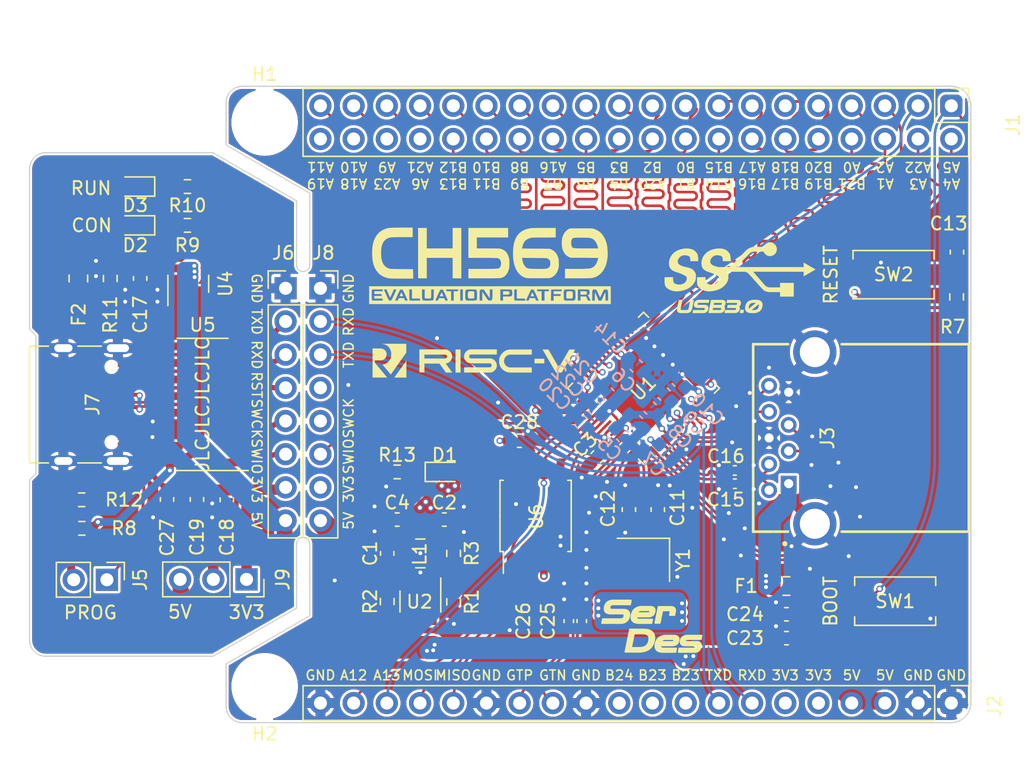
<source format=kicad_pcb>
(kicad_pcb (version 20211014) (generator pcbnew)
  (layers (0 "F.Cu" signal) (1 "In1.Cu" signal) (2 "In2.Cu" signal) (31 "B.Cu" signal) (34 "B.Paste" user) (35 "F.Paste" user) (36 "B.SilkS" user "B.Silkscreen") (37 "F.SilkS" user "F.Silkscreen") (38 "B.Mask" user) (39 "F.Mask" user) (44 "Edge.Cuts" user))
  (net 0 "")
  (net 1 "+5V")
  (net 2 "GND")
  (net 3 "+3V3")
  (net 4 "+1V2")
  (net 5 "/XI")
  (net 6 "/XO")
  (net 7 "Net-(C13-Pad2)")
  (net 8 "/SSTX_P")
  (net 9 "/SSTX_+")
  (net 10 "/SSTX_N")
  (net 11 "/SSTX_-")
  (net 12 "Net-(D1-Pad1)")
  (net 13 "Net-(D2-Pad1)")
  (net 14 "Net-(D3-Pad1)")
  (net 15 "Net-(F1-Pad2)")
  (net 16 "/wch-link/VBUS")
  (net 17 "/BOOT")
  (net 18 "/HD2")
  (net 19 "/HD3")
  (net 20 "/HD4")
  (net 21 "/HD5")
  (net 22 "/HD6")
  (net 23 "/HD7")
  (net 24 "/HD8")
  (net 25 "/HD9")
  (net 26 "/HD10")
  (net 27 "/HD11")
  (net 28 "/HD12")
  (net 29 "/HD13")
  (net 30 "/HD14")
  (net 31 "/HD15")
  (net 32 "/HD16")
  (net 33 "/HD17")
  (net 34 "/HD18")
  (net 35 "/HD19")
  (net 36 "/HD20")
  (net 37 "/HD21")
  (net 38 "/HD22")
  (net 39 "/HD23")
  (net 40 "/HD24")
  (net 41 "/HD25")
  (net 42 "/HD26")
  (net 43 "/HD27")
  (net 44 "/HD28")
  (net 45 "/HD29")
  (net 46 "/HD30")
  (net 47 "/HD31")
  (net 48 "/PB22")
  (net 49 "/PB23")
  (net 50 "/PB24")
  (net 51 "/GX_P")
  (net 52 "/GX_+")
  (net 53 "/GX_N")
  (net 54 "/GX_-")
  (net 55 "/SSRX_N")
  (net 56 "/SSRX_P")
  (net 57 "/USB_DN")
  (net 58 "/USB_DP")
  (net 59 "/wch-link/USB_DP")
  (net 60 "Net-(J5-Pad2)")
  (net 61 "/wch-link/SWIO")
  (net 62 "/wch-link/SWCK")
  (net 63 "/wch-link/UART0_RX")
  (net 64 "/wch-link/UART0_TX")
  (net 65 "VDD")
  (net 66 "/wch-link/RST")
  (net 67 "/wch-link/USB_DN")
  (net 69 "Net-(J7-PadA5)")
  (net 71 "Net-(J7-PadB5)")
  (net 73 "Net-(L1-Pad2)")
  (net 74 "Net-(R1-Pad2)")
  (net 75 "Net-(R2-Pad1)")
  (net 76 "/wch-link/LED_RUN")
  (net 77 "/wch-link/LED_CON")
  (net 78 "/HRCLK")
  (net 79 "/HRACK")
  (net 80 "/TXD")
  (net 81 "/RXD")
  (net 82 "/HRVLD")
  (net 83 "/HD1")
  (net 84 "/HTRDY")
  (net 85 "/HTVLD")
  (net 86 "/HTREQ")
  (net 87 "/HTACK")
  (net 88 "/HTCLK")
  (net 89 "/PA12")
  (net 90 "/PA13")
  (net 91 "/MOSI")
  (net 92 "/MISO")
  (footprint "569:5690" (layer "F.Cu") (at 138.2268 88.6968)
    (fp_text reference "Ref**" hide)
    (fp_text value "Val**" hide)
  )
  (footprint "Connector_PinHeader_2.54mm:PinHeader_1x20_P2.54mm_Vertical" (layer "F.Cu") (at 173.5328 122.1636 -90)
    (fp_text reference "J2")
    (fp_text value "Conn_01x20")
  )
  (footprint "Package_TO_SOT_SMD:SOT-23" (layer "F.Cu") (at 115.1636 90.0684 90)
    (fp_text reference "U4")
    (fp_text value "XC6206PxxxMR")
  )
  (footprint "Capacitor_SMD:C_0603_1608Metric" (layer "F.Cu") (at 118.11 106.6038 -90)
    (fp_text reference "C18")
    (fp_text value "C")
  )
  (footprint "Capacitor_SMD:C_0402_1005Metric" (layer "F.Cu") (at 144.272 115.8898 90)
    (fp_text reference "C26")
    (fp_text value "0.1u")
  )
  (footprint "MountingHole:MountingHole_2.7mm" (layer "F.Cu") (at 121.0056 120.8786)
    (fp_text reference "H2")
    (fp_text value "MountingHole")
  )
  (footprint "Capacitor_SMD:C_0603_1608Metric" (layer "F.Cu") (at 140.4874 102.0826)
    (fp_text reference "C28")
    (fp_text value "0.1u")
  )
  (footprint "LED_SMD:LED_0603_1608Metric" (layer "F.Cu") (at 111.1127 85.598 180)
    (fp_text reference "D2")
    (fp_text value "LED")
  )
  (footprint "Connector_PinSocket_2.54mm:PinSocket_1x03_P2.54mm_Vertical" (layer "F.Cu") (at 119.619 112.6994 -90)
    (fp_text reference "J9")
    (fp_text value "Conn_01x03")
  )
  (footprint "Package_SO:SOIC-8_5.23x5.23mm_P1.27mm" (layer "F.Cu") (at 141.732 107.838 90)
    (fp_text reference "U6")
    (fp_text value "W25Q32JVSS")
  )
  (footprint "Package_SO:SOP-16_3.9x9.9mm_P1.27mm" (layer "F.Cu") (at 116.2558 99.3036 180)
    (fp_text reference "U5")
    (fp_text value "CH549G")
  )
  (footprint "Capacitor_SMD:C_0603_1608Metric" (layer "F.Cu") (at 130.3806 110.7082 90)
    (fp_text reference "C1")
    (fp_text value "10u")
  )
  (footprint "Resistor_SMD:R_0603_1608Metric" (layer "F.Cu") (at 109.1946 89.662 -90)
    (fp_text reference "R11")
    (fp_text value "5.1k")
  )
  (footprint "LED_SMD:LED_0603_1608Metric" (layer "F.Cu") (at 134.7724 104.4702)
    (fp_text reference "D1")
    (fp_text value "LED")
  )
  (footprint "Capacitor_SMD:C_0603_1608Metric" (layer "F.Cu") (at 131.1426 108.1174 180)
    (fp_text reference "C4")
    (fp_text value "0.1u")
  )
  (footprint "Capacitor_SMD:C_0402_1005Metric" (layer "F.Cu") (at 156.972 105.3742 180)
    (fp_text reference "C15")
    (fp_text value "0.1u")
  )
  (footprint "Resistor_SMD:R_0603_1608Metric" (layer "F.Cu") (at 115.1006 85.598)
    (fp_text reference "R9")
    (fp_text value "1.5k")
  )
  (footprint "Resistor_SMD:R_0603_1608Metric" (layer "F.Cu") (at 131.1402 104.4702)
    (fp_text reference "R13")
    (fp_text value "10k")
  )
  (footprint "Fuse:Fuse_0805_2012Metric" (layer "F.Cu") (at 160.9214 113.2078 180)
    (fp_text reference "F1")
    (fp_text value "Fuse")
  )
  (footprint "Connector_PinHeader_2.54mm:PinHeader_1x08_P2.54mm_Vertical" (layer "F.Cu") (at 122.6058 90.4136)
    (fp_text reference "J6")
    (fp_text value "Conn_01x08")
  )
  (footprint "Capacitor_SMD:C_0603_1608Metric" (layer "F.Cu") (at 160.9214 117.1956 180)
    (fp_text reference "C23")
    (fp_text value "0.1u")
  )
  (footprint "MountingHole:MountingHole_2.7mm" (layer "F.Cu") (at 121.0056 77.724)
    (fp_text reference "H1")
    (fp_text value "MountingHole")
  )
  (footprint "Resistor_SMD:R_0603_1608Metric" (layer "F.Cu") (at 135.4606 114.4166 90)
    (fp_text reference "R1")
    (fp_text value "15k")
  )
  (footprint "Connector_USB:USB_C_Receptacle_Palconn_UTC16-G" (layer "F.Cu") (at 107.8484 99.314 -90)
    (fp_text reference "J7")
    (fp_text value "USB4105")
  )
  (footprint "Capacitor_SMD:C_0402_1005Metric" (layer "F.Cu") (at 145.2626 115.8898 90)
    (fp_text reference "C25")
    (fp_text value "0.1u")
  )
  (footprint "Connector_PinHeader_2.54mm:PinHeader_2x20_P2.54mm_Vertical" (layer "F.Cu") (at 173.5328 76.4436 -90)
    (fp_text reference "J1")
    (fp_text value "Conn_02x20_Odd_Even")
  )
  (footprint "Fuse:Fuse_0805_2012Metric" (layer "F.Cu") (at 106.7562 89.662 -90)
    (fp_text reference "F2")
    (fp_text value "Fuse")
  )
  (footprint "Resistor_SMD:R_0603_1608Metric" (layer "F.Cu") (at 115.1006 82.6262)
    (fp_text reference "R10")
    (fp_text value "1.5k")
  )
  (footprint "Resistor_SMD:R_0603_1608Metric" (layer "F.Cu") (at 173.9392 91.074 90)
    (fp_text reference "R7")
    (fp_text value "10k")
  )
  (footprint "Capacitor_SMD:C_0603_1608Metric" (layer "F.Cu") (at 146.431 103.3168 -135)
    (fp_text reference "C3")
    (fp_text value "0.1u")
  )
  (footprint "Resistor_SMD:R_0603_1608Metric" (layer "F.Cu") (at 130.3806 114.3912 90)
    (fp_text reference "R2")
    (fp_text value "1k")
  )
  (footprint "Connector_PinHeader_2.54mm:PinHeader_1x02_P2.54mm_Vertical" (layer "F.Cu") (at 108.9406 112.7252 -90)
    (fp_text reference "J5")
    (fp_text value "DOWNLOAD")
  )
  (footprint "Capacitor_SMD:C_0603_1608Metric" (layer "F.Cu") (at 160.9214 115.3668 180)
    (fp_text reference "C24")
    (fp_text value "10u")
  )
  (footprint "Resistor_SMD:R_0603_1608Metric" (layer "F.Cu") (at 135.4606 110.7082 90)
    (fp_text reference "R3")
    (fp_text value "68k")
  )
  (footprint "Package_DFN_QFN:QFN-68-1EP_8x8mm_P0.4mm_EP5.2x5.2mm" (layer "F.Cu") (at 149.987 98.059 135)
    (fp_text reference "U1")
    (fp_text value "CH569")
  )
  (footprint "Resistor_SMD:R_0603_1608Metric" (layer "F.Cu") (at 107.0102 106.6038)
    (fp_text reference "R12")
    (fp_text value "5.1k")
  )
  (footprint "Package_TO_SOT_SMD:SOT-23-5" (layer "F.Cu") (at 132.9182 114.3912 -90)
    (fp_text reference "U2")
    (fp_text value "SY8089AAAC")
  )
  (footprint "Inductor_SMD:L_Wuerth_MAPI-2510" (layer "F.Cu") (at 132.9182 110.7082 180)
    (fp_text reference "L1")
    (fp_text value "2.2u")
  )
  (footprint "Crystal:Crystal_SMD_3225-4Pin_3.2x2.5mm" (layer "F.Cu") (at 149.9792 111.2006 180)
    (fp_text reference "Y1")
    (fp_text value "30M")
  )
  (footprint "Capacitor_SMD:C_0402_1005Metric" (layer "F.Cu") (at 156.972 104.3582 180)
    (fp_text reference "C16")
    (fp_text value "0.1u")
  )
  (footprint "Capacitor_SMD:C_0603_1608Metric" (layer "F.Cu") (at 113.538 106.5784 -90)
    (fp_text reference "C27")
    (fp_text value "C")
  )
  (footprint "Capacitor_SMD:C_0603_1608Metric" (layer "F.Cu") (at 111.4806 89.662 -90)
    (fp_text reference "C17")
    (fp_text value "C")
  )
  (footprint "Button_Switch_SMD:SW_SPST_EVQPE1" (layer "F.Cu") (at 169.1132 89.3722 180)
    (fp_text reference "SW2")
    (fp_text value "SW_SPST")
  )
  (footprint "Capacitor_SMD:C_0603_1608Metric" (layer "F.Cu") (at 134.7494 108.1174)
    (fp_text reference "C2")
    (fp_text value "10u")
  )
  (footprint "USB1135-15-9-L-B_REVA1:GCT_USB1135-15-9-L-B_REVA1" (layer "F.Cu") (at 163.094 101.869 90)
    (fp_text reference "J3")
    (fp_text value "USB3_A")
  )
  (footprint "Capacitor_SMD:C_0603_1608Metric" (layer "F.Cu") (at 148.8694 107.3534 90)
    (fp_text reference "C12")
    (fp_text value "20p")
  )
  (footprint "Capacitor_SMD:C_0603_1608Metric" (layer "F.Cu") (at 173.9646 87.645 -90)
    (fp_text reference "C13")
    (fp_text value "0.1u")
  )
  (footprint "Button_Switch_SMD:SW_SPST_EVQPE1" (layer "F.Cu") (at 169.2402 114.3658)
    (fp_text reference "SW1")
    (fp_text value "SW_SPST")
  )
  (footprint "Connector_PinSocket_2.54mm:PinSocket_1x08_P2.54mm_Vertical" (layer "F.Cu") (at 125.2728 90.4136)
    (fp_text reference "J8")
    (fp_text value "Conn_01x08")
  )
  (footprint "Resistor_SMD:R_0603_1608Metric" (layer "F.Cu") (at 107.0224 108.7882 180)
    (fp_text reference "R8")
    (fp_text value "5.1k")
  )
  (footprint "Capacitor_SMD:C_0603_1608Metric" (layer "F.Cu") (at 115.824 106.5784 -90)
    (fp_text reference "C19")
    (fp_text value "C")
  )
  (footprint "LED_SMD:LED_0603_1608Metric" (layer "F.Cu") (at 111.1127 82.6262 180)
    (fp_text reference "D3")
    (fp_text value "LED")
  )
  (footprint "Capacitor_SMD:C_0603_1608Metric" (layer "F.Cu") (at 151.0792 107.3534 -90)
    (fp_text reference "C11")
    (fp_text value "20p")
  )
  (footprint "Capacitor_SMD:C_0603_1608Metric" (layer "B.Cu") (at 151.5618 98.5162 135)
    (fp_text reference "C9")
    (fp_text value "0.1u")
  )
  (footprint "Capacitor_SMD:C_0603_1608Metric" (layer "B.Cu") (at 146.2278 99.5576 -45)
    (fp_text reference "C22")
    (fp_text value "0.1u")
  )
  (footprint "Capacitor_SMD:C_0603_1608Metric" (layer "B.Cu") (at 145.171792 100.609792 -45)
    (fp_text reference "C20")
    (fp_text value "3.3u")
  )
  (footprint "Capacitor_SMD:C_0603_1608Metric" (layer "B.Cu") (at 147.2692 98.5162 -45)
    (fp_text reference "C21")
    (fp_text value "0.1u")
  )
  (footprint "Capacitor_SMD:C_0603_1608Metric" (layer "B.Cu") (at 150.495 99.583 135)
    (fp_text reference "C8")
    (fp_text value "0.1u")
  )
  (footprint "Capacitor_SMD:C_0603_1608Metric" (layer "B.Cu") (at 149.438992 100.635192 -45)
    (fp_text reference "C6")
    (fp_text value "3.3u")
  )
  (footprint "Capacitor_SMD:C_0603_1608Metric" (layer "B.Cu") (at 151.7396 102.9104 -45)
    (fp_text reference "C7")
    (fp_text value "0.1u")
  )
  (footprint "Capacitor_SMD:C_0603_1608Metric" (layer "B.Cu") (at 148.3868 101.6912 -45)
    (fp_text reference "C5")
    (fp_text value "0.1u")
  )
  (footprint "Capacitor_SMD:C_0603_1608Metric" (layer "B.Cu") (at 149.4282 96.3572 -45)
    (fp_text reference "C14")
    (fp_text value "0.1u")
  )
  (footprint "Capacitor_SMD:C_0603_1608Metric" (layer "B.Cu") (at 152.639392 97.4494 135)
    (fp_text reference "C10")
    (fp_text value "0.1u")
  )
  (gr_poly (pts (xy 134.834968 95.099907) (xy 134.86174 95.101888) (xy 134.887992 95.105168) (xy 134.913723 95.109731) (xy 134.938931 95.115557) (xy 134.963614 95.12263) (xy 134.98777 95.130931) (xy 135.011398 95.140445) (xy 135.034496 95.151151) (xy 135.057062 95.163034) (xy 135.079095 95.176076) (xy 135.100593 95.190258) (xy 135.121554 95.205564) (xy 135.141977 95.221975) (xy 135.161859 95.239475) (xy 135.1812 95.258045) (xy 135.19974 95.277415) (xy 135.217212 95.297326) (xy 135.233597 95.317775) (xy 135.248879 95.338763) (xy 135.263038 95.360287) (xy 135.276059 95.382347) (xy 135.287923 95.404942) (xy 135.298613 95.42807) (xy 135.308111 95.451731) (xy 135.316399 95.475922) (xy 135.323461 95.500644) (xy 135.329278 95.525895) (xy 135.333833 95.551674) (xy 135.337108 95.57798) (xy 135.339086 95.604811) (xy 135.33975 95.632166) (xy 135.339086 95.659518) (xy 135.337108 95.686336) (xy 135.333833 95.712623) (xy 135.329278 95.738378) (xy 135.323461 95.763604) (xy 135.316399 95.788299) (xy 135.308111 95.812466) (xy 135.298613 95.836104) (xy 135.287923 95.859216) (xy 135.276059 95.8818) (xy 135.263038 95.903859) (xy 135.248879 95.925392) (xy 135.233597 95.946401) (xy 135.217212 95.966886) (xy 135.19974 95.986848) (xy 135.1812 96.006288) (xy 135.163913 96.02473) (xy 135.146099 96.04188) (xy 135.127759 96.057771) (xy 135.108893 96.072435) (xy 135.089503 96.085905) (xy 135.069588 96.098214) (xy 135.04915 96.109395) (xy 135.028189 96.11948) (xy 135.006705 96.128503) (xy 134.9847 96.136496) (xy 134.962175 96.143492) (xy 134.939128 96.149524) (xy 134.915563 96.154624) (xy 134.891478 96.158827) (xy 134.866875 96.162163) (xy 134.841754 96.164667) (xy 135.339697 96.856288) (xy 134.875568 96.85634) (xy 134.377625 96.164719) (xy 133.22351 96.164719) (xy 133.22351 96.844698) (xy 132.849988 96.844698) (xy 132.849988 95.802029) (xy 133.22351 95.802029) (xy 134.807678 95.802029) (xy 134.816185 95.801896) (xy 134.824655 95.801487) (xy 134.833056 95.800782) (xy 134.841355 95.799765) (xy 134.849519 95.798417) (xy 134.857514 95.796721) (xy 134.865308 95.794659) (xy 134.872869 95.792213) (xy 134.880162 95.789365) (xy 134.887156 95.786097) (xy 134.89053 95.7843) (xy 134.893816 95.782392) (xy 134.897012 95.78037) (xy 134.900111 95.778231) (xy 134.903111 95.775975) (xy 134.906008 95.773598) (xy 134.908796 95.771098) (xy 134.911472 95.768473) (xy 134.914032 95.765721) (xy 134.916472 95.76284) (xy 134.918788 95.759826) (xy 134.920975 95.756679) (xy 134.929423 95.74394) (xy 134.937604 95.731038) (xy 134.941512 95.724487) (xy 134.945254 95.717848) (xy 134.948797 95.711106) (xy 134.952107 95.704245) (xy 134.955152 95.69725) (xy 134.957898 95.690104) (xy 134.960313 95.682793) (xy 134.962363 95.6753) (xy 134.964015 95.66761) (xy 134.965236 95.659707) (xy 134.965993 95.651575) (xy 134.966253 95.643199) (xy 134.966114 95.634705) (xy 134.965688 95.62624) (xy 134.964959 95.617839) (xy 134.963911 95.609535) (xy 134.96253 95.601362) (xy 134.960801 95.593353) (xy 134.958707 95.585542) (xy 134.956235 95.577963) (xy 134.953368 95.57065) (xy 134.950091 95.563636) (xy 134.948294 95.560252) (xy 134.94639 95.556955) (xy 134.944375 95.553749) (xy 134.942248 95.55064) (xy 134.940007 95.547631) (xy 134.937651 95.544725) (xy 134.935177 95.541929) (xy 134.932583 95.539245) (xy 134.929868 95.536678) (xy 134.92703 95.534232) (xy 134.924066 95.531911) (xy 134.920975 95.52972) (xy 134.908307 95.521451) (xy 134.895461 95.513401) (xy 134.888932 95.509544) (xy 134.882312 95.505843) (xy 134.875584 95.502333) (xy 134.868735 95.499048) (xy 134.861748 95.496023) (xy 134.854608 95.49329) (xy 134.847299 95.490884) (xy 134.839805 95.48884) (xy 134.832112 95.48719) (xy 134.824203 95.48597) (xy 134.816063 95.485213) (xy 134.807678 95.484953) (xy 133.22351 95.484953) (xy 133.22351 95.485058) (xy 133.22351 95.802029) (xy 132.849988 95.802029) (xy 132.849988 95.099242) (xy 134.807678 95.099242)) (layer "F.SilkS") (width 0.016) (fill solid))
  (gr_poly (pts (xy 142.391183 96.152496) (xy 141.655762 96.152496) (xy 141.655762 95.812243) (xy 142.391183 95.812243)) (layer "F.SilkS") (width 0.016) (fill solid))
  (gr_poly (pts (xy 131.83247 95.336309) (xy 130.711904 96.923544) (xy 130.655612 97.002602) (xy 130.033515 96.266002) (xy 130.074236 96.257781) (xy 130.113697 96.248077) (xy 130.151897 96.236932) (xy 130.188832 96.224387) (xy 130.224502 96.210483) (xy 130.258903 96.195262) (xy 130.292034 96.178765) (xy 130.323892 96.161033) (xy 130.354475 96.142108) (xy 130.383782 96.122031) (xy 130.411809 96.100843) (xy 130.438555 96.078586) (xy 130.464017 96.055301) (xy 130.488194 96.031029) (xy 130.511082 96.005812) (xy 130.532681 95.979691) (xy 130.552988 95.952707) (xy 130.572 95.924901) (xy 130.589716 95.896315) (xy 130.606133 95.866991) (xy 130.621249 95.836969) (xy 130.635062 95.806291) (xy 130.65877 95.743132) (xy 130.67724 95.677845) (xy 130.690454 95.61076) (xy 130.698396 95.542207) (xy 130.701047 95.472517) (xy 130.700809 95.472305) (xy 130.698154 95.402114) (xy 130.690176 95.332179) (xy 130.676861 95.263014) (xy 130.668197 95.22888) (xy 130.658193 95.195132) (xy 130.646846 95.161833) (xy 130.634155 95.129047) (xy 130.620118 95.09684) (xy 130.604732 95.065274) (xy 130.587996 95.034415) (xy 130.569908 95.004326) (xy 130.550465 94.975072) (xy 130.529666 94.946717) (xy 130.50751 94.919325) (xy 130.483993 94.892961) (xy 130.459113 94.867688) (xy 130.43287 94.843571) (xy 130.40526 94.820674) (xy 130.376283 94.799062) (xy 130.345935 94.778798) (xy 130.314215 94.759947) (xy 130.281121 94.742573) (xy 130.246651 94.72674) (xy 130.210803 94.712513) (xy 130.173575 94.699955) (xy 130.134965 94.689132) (xy 130.094971 94.680107) (xy 130.053591 94.672944) (xy 130.010823 94.667707) (xy 131.83247 94.667707)) (layer "F.SilkS") (width 0.016) (fill solid))
  (gr_poly (pts (xy 157.597474 92.276767) (xy 157.386274 92.276767) (xy 157.424554 92.088007) (xy 157.635754 92.088007)) (layer "F.SilkS") (width 0.066) (fill solid))
  (gr_poly (pts (xy 152.804558 91.938847) (xy 152.802315 91.95114) (xy 152.800536 91.962937) (xy 152.799221 91.97424) (xy 152.79837 91.985047) (xy 152.797983 91.99536) (xy 152.798061 92.005177) (xy 152.798602 92.0145) (xy 152.799608 92.023327) (xy 152.801077 92.03166) (xy 152.803011 92.039497) (xy 152.805408 92.04684) (xy 152.80827 92.053687) (xy 152.811596 92.06004) (xy 152.815386 92.065897) (xy 152.81964 92.07126) (xy 152.824358 92.076127) (xy 152.829591 92.080443) (xy 152.835392 92.084481) (xy 152.84176 92.088239) (xy 152.848695 92.09172) (xy 152.856197 92.094922) (xy 152.864267 92.097845) (xy 152.872904 92.100491) (xy 152.882108 92.102857) (xy 152.891879 92.104946) (xy 152.902217 92.106755) (xy 152.913122 92.108287) (xy 152.924595 92.10954) (xy 152.936635 92.110514) (xy 152.949242 92.11121) (xy 152.962416 92.111628) (xy 152.976158 92.111767) (xy 153.230918 92.111767) (xy 153.244716 92.111628) (xy 153.25806 92.11121) (xy 153.270951 92.110514) (xy 153.283388 92.10954) (xy 153.295371 92.108287) (xy 153.3069 92.106755) (xy 153.317976 92.104946) (xy 153.328598 92.102857) (xy 153.338766 92.100491) (xy 153.34848 92.097845) (xy 153.357741 92.094922) (xy 153.366548 92.09172) (xy 153.374901 92.088239) (xy 153.3828 92.084481) (xy 153.390246 92.080443) (xy 153.397238 92.076127) (xy 153.403868 92.07126) (xy 153.410231 92.065897) (xy 153.416326 92.06004) (xy 153.422153 92.053687) (xy 153.427711 92.04684) (xy 153.433001 92.039497) (xy 153.438023 92.03166) (xy 153.442778 92.023327) (xy 153.447263 92.0145) (xy 153.451481 92.005177) (xy 153.455431 91.99536) (xy 153.459113 91.985047) (xy 153.462526 91.97424) (xy 153.465671 91.962937) (xy 153.468548 91.95114) (xy 153.471158 91.938847) (xy 153.592598 91.332968) (xy 153.803797 91.332968) (xy 153.682357 91.938847) (xy 153.679439 91.953213) (xy 153.676294 91.967269) (xy 153.672921 91.981015) (xy 153.669322 91.994452) (xy 153.665496 92.00758) (xy 153.661444 92.020399) (xy 153.657164 92.032908) (xy 153.652657 92.045107) (xy 153.647924 92.056998) (xy 153.642964 92.068579) (xy 153.637776 92.07985) (xy 153.632362 92.090812) (xy 153.626721 92.101465) (xy 153.620854 92.111809) (xy 153.614759 92.121843) (xy 153.608437 92.131567) (xy 153.601848 92.140988) (xy 153.594949 92.150109) (xy 153.58774 92.158932) (xy 153.580223 92.167455) (xy 153.572395 92.175679) (xy 153.564259 92.183604) (xy 153.555813 92.19123) (xy 153.547058 92.198557) (xy 153.537993 92.205585) (xy 153.528619 92.212314) (xy 153.518935 92.218744) (xy 153.508943 92.224875) (xy 153.49864 92.230707) (xy 153.488029 92.236239) (xy 153.477108 92.241473) (xy 153.465878 92.246407) (xy 153.454446 92.250883) (xy 153.442592 92.25507) (xy 153.430315 92.258968) (xy 153.417615 92.262577) (xy 153.404492 92.265898) (xy 153.390947 92.26893) (xy 153.376979 92.271673) (xy 153.362588 92.274127) (xy 153.347774 92.276293) (xy 153.332537 92.27817) (xy 153.316877 92.279758) (xy 153.300795 92.281057) (xy 153.28429 92.282068) (xy 153.267362 92.28279) (xy 153.250011 92.283223) (xy 153.232238 92.283367) (xy 152.906198 92.283367) (xy 152.87128 92.28279) (xy 152.838465 92.281057) (xy 152.807755 92.27817) (xy 152.793188 92.276293) (xy 152.779148 92.274127) (xy 152.765633 92.271673) (xy 152.752645 92.26893) (xy 152.740182 92.265898) (xy 152.728245 92.262577) (xy 152.716834 92.258968) (xy 152.70595 92.25507) (xy 152.695591 92.250883) (xy 152.685758 92.246407) (xy 152.676569 92.241473) (xy 152.667814 92.236239) (xy 152.659492 92.230707) (xy 152.651603 92.224875) (xy 152.644147 92.218744) (xy 152.637124 92.212314) (xy 152.630534 92.205585) (xy 152.624378 92.198557) (xy 152.618654 92.19123) (xy 152.613364 92.183604) (xy 152.608507 92.175679) (xy 152.604083 92.167455) (xy 152.600092 92.158932) (xy 152.596534 92.150109) (xy 152.593409 92.140988) (xy 152.590718 92.131567) (xy 152.588408 92.121843) (xy 152.586428 92.111809) (xy 152.584778 92.101465) (xy 152.583458 92.090812) (xy 152.582468 92.07985) (xy 152.581808 92.068579) (xy 152.581478 92.056998) (xy 152.581478 92.045107) (xy 152.581808 92.032908) (xy 152.582468 92.020399) (xy 152.583458 92.00758) (xy 152.584778 91.994452) (xy 152.586428 91.981015) (xy 152.588408 91.967269) (xy 152.590718 91.953213) (xy 152.593358 91.938847) (xy 152.714798 91.332968) (xy 152.925998 91.332968)) (layer "F.SilkS") (width 0.066) (fill solid))
  (gr_poly (pts (xy 159.690078 86.9099) (xy 159.716289 86.911889) (xy 159.742118 86.915166) (xy 159.767532 86.919698) (xy 159.792499 86.925452) (xy 159.816987 86.932397) (xy 159.840963 86.9405) (xy 159.864395 86.949728) (xy 159.887251 86.96005) (xy 159.909498 86.971434) (xy 159.931104 86.983847) (xy 159.952036 86.997257) (xy 159.972263 87.011631) (xy 159.991752 87.026939) (xy 160.01047 87.043146) (xy 160.028386 87.060221) (xy 160.045466 87.078132) (xy 160.061679 87.096847) (xy 160.076992 87.116332) (xy 160.091373 87.136557) (xy 160.104789 87.157489) (xy 160.117208 87.179095) (xy 160.128598 87.201344) (xy 160.138927 87.224202) (xy 160.148161 87.247639) (xy 160.15627 87.271621) (xy 160.163219 87.296117) (xy 160.168978 87.321093) (xy 160.173513 87.346519) (xy 160.176792 87.372361) (xy 160.178784 87.398588) (xy 160.179455 87.425167) (xy 160.178784 87.451735) (xy 160.176792 87.477952) (xy 160.173512 87.503786) (xy 160.168977 87.529205) (xy 160.163218 87.554176) (xy 160.156268 87.578667) (xy 160.148159 87.602645) (xy 160.138924 87.626079) (xy 160.128595 87.648936) (xy 160.117204 87.671184) (xy 160.104784 87.69279) (xy 160.091367 87.713722) (xy 160.076986 87.733948) (xy 160.061672 87.753436) (xy 160.045459 87.772153) (xy 160.028378 87.790066) (xy 160.010462 87.807145) (xy 159.991743 87.823355) (xy 159.972254 87.838666) (xy 159.952027 87.853044) (xy 159.931095 87.866458) (xy 159.909489 87.878875) (xy 159.887242 87.890262) (xy 159.864386 87.900588) (xy 159.840955 87.90982) (xy 159.816979 87.917926) (xy 159.792492 87.924874) (xy 159.767526 87.930631) (xy 159.742113 87.935164) (xy 159.716286 87.938443) (xy 159.690077 87.940434) (xy 159.663518 87.941104) (xy 159.642501 87.940689) (xy 159.621707 87.939453) (xy 159.601153 87.937411) (xy 159.580853 87.934579) (xy 159.560823 87.930974) (xy 159.541078 87.926609) (xy 159.521633 87.921501) (xy 159.502504 87.915664) (xy 159.483706 87.909115) (xy 159.465253 87.901869) (xy 159.447163 87.893942) (xy 159.429449 87.885348) (xy 159.412128 87.876103) (xy 159.395214 87.866223) (xy 159.378722 87.855723) (xy 159.362669 87.844619) (xy 159.347069 87.832926) (xy 159.331938 87.820659) (xy 159.317291 87.807834) (xy 159.303143 87.794467) (xy 159.28951 87.780572) (xy 159.276407 87.766166) (xy 159.263849 87.751264) (xy 159.251852 87.73588) (xy 159.240431 87.720032) (xy 159.2296 87.703733) (xy 159.219376 87.687001) (xy 159.209775 87.669849) (xy 159.20081 87.652293) (xy 159.192497 87.63435) (xy 159.184853 87.616034) (xy 159.177891 87.597361) (xy 158.443325 87.597361) (xy 158.421294 87.598394) (xy 158.39937 87.60045) (xy 158.377587 87.603495) (xy 158.355981 87.607495) (xy 158.334588 87.612419) (xy 158.313443 87.618232) (xy 158.292581 87.624901) (xy 158.272039 87.632393) (xy 158.251851 87.640675) (xy 158.232053 87.649713) (xy 158.212681 87.659474) (xy 158.193769 87.669925) (xy 158.175354 87.681032) (xy 158.157472 87.692763) (xy 158.140156 87.705084) (xy 158.123444 87.717961) (xy 157.074156 88.80143) (xy 162.243204 88.800786) (xy 162.243204 88.457043) (xy 163.137066 88.97298) (xy 162.243204 89.488918) (xy 162.243204 89.145175) (xy 158.365289 89.142595) (xy 159.30752 90.230578) (xy 159.324225 90.243427) (xy 159.341535 90.255666) (xy 159.359414 90.267271) (xy 159.377825 90.278214) (xy 159.396734 90.288471) (xy 159.416106 90.298016) (xy 159.435903 90.306822) (xy 159.456092 90.314864) (xy 159.476636 90.322116) (xy 159.497499 90.328553) (xy 159.518647 90.334148) (xy 159.540043 90.338876) (xy 159.561652 90.342711) (xy 159.583438 90.345627) (xy 159.605367 90.347598) (xy 159.627401 90.348599) (xy 160.437423 90.348599) (xy 160.437423 90.004855) (xy 161.469298 90.004855) (xy 161.469298 91.03673) (xy 160.437423 91.03673) (xy 160.437423 90.692987) (xy 159.637075 90.692987) (xy 159.592593 90.691614) (xy 159.538477 90.687551) (xy 159.508274 90.683793) (xy 159.476224 90.678502) (xy 159.442515 90.671392) (xy 159.407333 90.662176) (xy 159.370865 90.650567) (xy 159.3333 90.636279) (xy 159.294825 90.619024) (xy 159.255625 90.598517) (xy 159.21589 90.57447) (xy 159.175806 90.546598) (xy 159.13556 90.514612) (xy 159.09534 90.478228) (xy 158.004777 89.264485) (xy 157.98812 89.251599) (xy 157.97087 89.239248) (xy 157.953059 89.227468) (xy 157.934723 89.216293) (xy 157.915897 89.205762) (xy 157.896613 89.195908) (xy 157.876907 89.186769) (xy 157.856812 89.17838) (xy 157.836363 89.170778) (xy 157.815595 89.163997) (xy 157.794541 89.158075) (xy 157.773236 89.153047) (xy 157.751713 89.148949) (xy 157.730008 89.145817) (xy 157.708154 89.143687) (xy 157.686186 89.142595) (xy 156.371191 89.142595) (xy 156.382797 89.160555) (xy 156.39375 89.17852) (xy 156.404041 89.196432) (xy 156.413663 89.214233) (xy 156.422605 89.231864) (xy 156.430861 89.249268) (xy 156.43842 89.266386) (xy 156.445276 89.28316) (xy 156.451418 89.299531) (xy 156.456839 89.315443) (xy 156.46153 89.330835) (xy 156.465482 89.345651) (xy 156.468687 89.359832) (xy 156.471136 89.37332) (xy 156.472821 89.386057) (xy 156.473733 89.397984) (xy 156.475457 89.448133) (xy 156.475906 89.503534) (xy 156.474413 89.5627) (xy 156.472728 89.593231) (xy 156.470308 89.624145) (xy 156.467067 89.655257) (xy 156.462922 89.686381) (xy 156.457791 89.717331) (xy 156.451589 89.747922) (xy 156.444232 89.777967) (xy 156.435637 89.807282) (xy 156.425721 89.835679) (xy 156.4144 89.862973) (xy 156.395996 89.90154) (xy 156.375956 89.939447) (xy 156.354353 89.97665) (xy 156.331257 90.013103) (xy 156.306739 90.048761) (xy 156.280872 90.083579) (xy 156.253725 90.117512) (xy 156.22537 90.150516) (xy 156.195879 90.182545) (xy 156.165323 90.213555) (xy 156.133772 90.2435) (xy 156.101298 90.272336) (xy 156.067973 90.300017) (xy 156.033868 90.326499) (xy 155.999053 90.351737) (xy 155.9636 90.375685) (xy 155.916649 90.404873) (xy 155.868479 90.432133) (xy 155.819186 90.457517) (xy 155.768866 90.481078) (xy 155.717617 90.502868) (xy 155.665533 90.522941) (xy 155.612712 90.541349) (xy 155.55925 90.558143) (xy 155.505244 90.573378) (xy 155.450789 90.587105) (xy 155.395982 90.599376) (xy 155.34092 90.610246) (xy 155.285698 90.619765) (xy 155.230414 90.627987) (xy 155.120042 90.640748) (xy 155.089241 90.643297) (xy 155.05828 90.64512) (xy 155.027198 90.646198) (xy 154.996035 90.646513) (xy 154.964829 90.646046) (xy 154.93362 90.644779) (xy 154.902446 90.642693) (xy 154.871346 90.639769) (xy 154.84036 90.635989) (xy 154.809526 90.631334) (xy 154.778883 90.625786) (xy 154.74847 90.619326) (xy 154.718327 90.611936) (xy 154.688491 90.603596) (xy 154.659003 90.594289) (xy 154.629901 90.583995) (xy 154.563009 90.557981) (xy 154.529361 90.543928) (xy 154.495805 90.529088) (xy 154.462511 90.513392) (xy 154.42965 90.496772) (xy 154.397393 90.47916) (xy 154.365909 90.460487) (xy 154.335369 90.440687) (xy 154.305944 90.419689) (xy 154.277803 90.397427) (xy 154.251117 90.373832) (xy 154.226057 90.348835) (xy 154.21419 90.335791) (xy 154.202793 90.32237) (xy 154.191887 90.308565) (xy 154.181495 90.294367) (xy 154.171636 90.279768) (xy 154.162333 90.264759) (xy 154.151723 90.245198) (xy 154.142059 90.224059) (xy 154.133302 90.201487) (xy 154.125412 90.177626) (xy 154.118348 90.15262) (xy 154.11207 90.126613) (xy 154.101716 90.072173) (xy 154.094028 90.01546) (xy 154.088687 89.957627) (xy 154.085372 89.899828) (xy 154.083765 89.843216) (xy 154.083545 89.788945) (xy 154.084392 89.738167) (xy 154.088008 89.651708) (xy 154.093971 89.571468) (xy 154.725995 89.571468) (xy 154.724182 89.622244) (xy 154.724228 89.67665) (xy 154.726965 89.742343) (xy 154.729824 89.777533) (xy 154.733933 89.813279) (xy 154.739486 89.848825) (xy 154.746675 89.883416) (xy 154.755693 89.916296) (xy 154.766733 89.946709) (xy 154.773071 89.960755) (xy 154.779986 89.973901) (xy 154.787503 89.986053) (xy 154.795646 89.997116) (xy 154.803162 90.005967) (xy 154.811058 90.014391) (xy 154.827927 90.030011) (xy 154.846121 90.044081) (xy 154.865507 90.056707) (xy 154.885951 90.067993) (xy 154.907321 90.078046) (xy 154.929482 90.086969) (xy 154.952303 90.094869) (xy 154.97565 90.101851) (xy 154.999389 90.108019) (xy 155.023388 90.113479) (xy 155.047513 90.118336) (xy 155.09561 90.126663) (xy 155.142614 90.13384) (xy 155.156614 90.13568) (xy 155.17068 90.137044) (xy 155.1848 90.137949) (xy 155.198962 90.138412) (xy 155.213153 90.138451) (xy 155.227361 90.138082) (xy 155.241575 90.137323) (xy 155.25578 90.136191) (xy 155.269967 90.134703) (xy 155.284121 90.132877) (xy 155.298231 90.13073) (xy 155.312285 90.128279) (xy 155.340175 90.122535) (xy 155.367692 90.115782) (xy 155.403575 90.106092) (xy 155.43972 90.09555) (xy 155.457738 90.089831) (xy 155.475638 90.083744) (xy 155.493358 90.077238) (xy 155.510838 90.070261) (xy 155.528017 90.062761) (xy 155.544833 90.054688) (xy 155.561225 90.04599) (xy 155.577133 90.036614) (xy 155.592494 90.02651) (xy 155.607248 90.015626) (xy 155.621334 90.003911) (xy 155.63469 89.991312) (xy 155.651785 89.973422) (xy 155.668706 89.954306) (xy 155.685279 89.93408) (xy 155.701326 89.912862) (xy 155.716672 89.89077) (xy 155.731141 89.867922) (xy 155.744556 89.844435) (xy 155.756741 89.820426) (xy 155.767521 89.796014) (xy 155.776719 89.771316) (xy 155.784159 89.746449) (xy 155.789665 89.721531) (xy 155.793061 89.696681) (xy 155.793912 89.684317) (xy 155.79417 89.672015) (xy 155.793813 89.659788) (xy 155.792817 89.647651) (xy 155.791163 89.635619) (xy 155.788826 89.623707) (xy 155.782303 89.596796) (xy 155.775533 89.573382) (xy 155.76812 89.552969) (xy 155.759669 89.535061) (xy 155.749785 89.519164) (xy 155.738073 89.504782) (xy 155.724138 89.491422) (xy 155.707584 89.478587) (xy 155.688017 89.465782) (xy 155.665041 89.452513) (xy 155.607282 89.422602) (xy 155.531147 89.384893) (xy 155.433474 89.335426) (xy 155.377049 89.308311) (xy 155.318594 89.283787) (xy 155.258559 89.261296) (xy 155.197393 89.240278) (xy 154.950423 89.159759) (xy 154.890352 89.137722) (xy 154.83185 89.113802) (xy 154.775367 89.087442) (xy 154.721351 89.058082) (xy 154.69541 89.042102) (xy 154.670254 89.025163) (xy 154.64594 89.007194) (xy 154.622524 88.988126) (xy 154.600063 88.967888) (xy 154.578612 88.946411) (xy 154.558228 88.923624) (xy 154.538968 88.899459) (xy 154.518078 88.869284) (xy 154.499435 88.837555) (xy 154.482975 88.804434) (xy 154.468636 88.770084) (xy 154.456354 88.734665) (xy 154.446066 88.698341) (xy 154.437709 88.661274) (xy 154.431221 88.623625) (xy 154.426537 88.585557) (xy 154.423596 88.547232) (xy 154.422334 88.508812) (xy 154.422688 88.47046) (xy 154.424595 88.432336) (xy 154.427992 88.394605) (xy 154.432816 88.357427) (xy 154.439004 88.320964) (xy 154.449007 88.274553) (xy 154.461299 88.228382) (xy 154.475806 88.18257) (xy 154.492456 88.137237) (xy 154.511174 88.092503) (xy 154.531885 88.048486) (xy 154.554517 88.005307) (xy 154.578995 87.963086) (xy 154.605245 87.92194) (xy 154.633193 87.881991) (xy 154.662766 87.843358) (xy 154.693889 87.806159) (xy 154.726489 87.770516) (xy 154.760491 87.736546) (xy 154.795822 87.70437) (xy 154.832407 87.674108) (xy 154.881823 87.63731) (xy 154.933269 87.602997) (xy 154.986572 87.571151) (xy 155.04156 87.541758) (xy 155.098061 87.514799) (xy 155.155902 87.490258) (xy 155.214911 87.468119) (xy 155.274915 87.448366) (xy 155.335743 87.430981) (xy 155.397223 87.415948) (xy 155.459181 87.403251) (xy 155.521445 87.392873) (xy 155.583844 87.384797) (xy 155.646205 87.379007) (xy 155.708356 87.375487) (xy 155.770123 87.374219) (xy 155.812117 87.374661) (xy 155.854698 87.376252) (xy 155.897677 87.37909) (xy 155.940861 87.383273) (xy 155.984058 87.3889) (xy 156.027078 87.396068) (xy 156.069729 87.404876) (xy 156.111819 87.415422) (xy 156.153156 87.427804) (xy 156.19355 87.44212) (xy 156.232809 87.45847) (xy 156.270741 87.47695) (xy 156.307155 87.497659) (xy 156.341859 87.520696) (xy 156.374662 87.546159) (xy 156.39029 87.55983) (xy 156.405372 87.574145) (xy 156.470319 87.640056) (xy 156.498332 87.670882) (xy 156.523528 87.701363) (xy 156.546023 87.732303) (xy 156.565933 87.764507) (xy 156.583375 87.798781) (xy 156.598465 87.835929) (xy 156.61132 87.876758) (xy 156.622057 87.922071) (xy 156.630791 87.972674) (xy 156.637639 88.029372) (xy 156.642719 88.09297) (xy 156.646145 88.164274) (xy 156.648036 88.244088) (xy 156.648507 88.333218) (xy 156.065498 88.333218) (xy 156.064454 88.298577) (xy 156.062422 88.261026) (xy 156.058737 88.215099) (xy 156.052914 88.16463) (xy 156.04905 88.138889) (xy 156.044469 88.113451) (xy 156.039112 88.088794) (xy 156.032917 88.065397) (xy 156.025825 88.043739) (xy 156.017774 88.0243) (xy 156.013169 88.015405) (xy 156.007924 88.006884) (xy 156.002069 87.99873) (xy 155.995632 87.990933) (xy 155.988641 87.983486) (xy 155.981126 87.976381) (xy 155.964637 87.963164) (xy 155.946395 87.951216) (xy 155.926632 87.940473) (xy 155.905576 87.93087) (xy 155.88346 87.922341) (xy 155.860512 87.914822) (xy 155.836963 87.908247) (xy 155.813044 87.902552) (xy 155.788985 87.897672) (xy 155.765017 87.893541) (xy 155.741369 87.890095) (xy 155.695958 87.884997) (xy 155.672097 87.883035) (xy 155.648219 87.881592) (xy 155.624363 87.880736) (xy 155.600568 87.880533) (xy 155.576873 87.881049) (xy 155.553319 87.882353) (xy 155.529945 87.88451) (xy 155.506789 87.887587) (xy 155.483892 87.891652) (xy 155.461292 87.896771) (xy 155.43903 87.90301) (xy 155.417145 87.910437) (xy 155.395675 87.919119) (xy 155.374661 87.929122) (xy 155.354141 87.940513) (xy 155.334156 87.953359) (xy 155.31271 87.969088) (xy 155.290833 87.986959) (xy 155.268783 88.006763) (xy 155.246818 88.028295) (xy 155.225193 88.051347) (xy 155.204165 88.075713) (xy 155.183993 88.101185) (xy 155.164931 88.127557) (xy 155.147239 88.154623) (xy 155.131171 88.182175) (xy 155.116986 88.210006) (xy 155.104939 88.23791) (xy 155.095289 88.26568) (xy 155.091442 88.27945) (xy 155.088291 88.293109) (xy 155.085867 88.306631) (xy 155.084203 88.31999) (xy 155.08333 88.33316) (xy 155.083282 88.346116) (xy 155.084399 88.371422) (xy 155.08627 88.39482) (xy 155.088971 88.416487) (xy 155.090656 88.426725) (xy 155.092577 88.436596) (xy 155.094744 88.446122) (xy 155.097165 88.455324) (xy 155.099851 88.464224) (xy 155.102811 88.472845) (xy 155.106055 88.481208) (xy 155.109591 88.489334) (xy 155.11343 88.497247) (xy 155.117581 88.504967) (xy 155.122054 88.512517) (xy 155.126857 88.519919) (xy 155.132002 88.527194) (xy 155.137496 88.534364) (xy 155.14335 88.541451) (xy 155.149572 88.548478) (xy 155.163164 88.562436) (xy 155.178345 88.576413) (xy 155.195193 88.590584) (xy 155.213784 88.605124) (xy 155.234194 88.620208) (xy 155.258063 88.636424) (xy 155.283407 88.651747) (xy 155.310117 88.666228) (xy 155.338085 88.67992) (xy 155.3672 88.692874) (xy 155.397354 88.705141) (xy 155.428439 88.716774) (xy 155.460345 88.727823) (xy 155.526184 88.74838) (xy 155.593999 88.767224) (xy 155.66292 88.78477) (xy 155.732073 88.801431) (xy 156.394408 88.801431) (xy 156.416419 88.800369) (xy 156.438319 88.798259) (xy 156.460071 88.795139) (xy 156.481642 88.791046) (xy 156.502996 88.786016) (xy 156.524099 88.780088) (xy 156.544915 88.773299) (xy 156.56541 88.765684) (xy 156.58555 88.757282) (xy 156.605299 88.74813) (xy 156.624623 88.738265) (xy 156.643486 88.727724) (xy 156.661855 88.716544) (xy 156.679694 88.704762) (xy 156.696968 88.692415) (xy 156.713644 88.679541) (xy 157.82549 87.53029) (xy 157.825513 87.530264) (xy 157.825532 87.530238) (xy 157.825547 87.530214) (xy 157.825559 87.530191) (xy 157.825566 87.530168) (xy 157.825571 87.530146) (xy 157.825572 87.530125) (xy 157.825571 87.530105) (xy 157.825567 87.530085) (xy 157.825562 87.530066) (xy 157.825554 87.530047) (xy 157.825545 87.530029) (xy 157.825524 87.529993) (xy 157.8255 87.529958) (xy 157.825475 87.529923) (xy 157.825453 87.529888) (xy 157.825443 87.52987) (xy 157.825435 87.529853) (xy 157.825428 87.529834) (xy 157.825423 87.529816) (xy 157.825421 87.529797) (xy 157.825421 87.529777) (xy 157.825424 87.529757) (xy 157.825429 87.529736) (xy 157.825439 87.529715) (xy 157.825452 87.529692) (xy 157.825468 87.529669) (xy 157.82549 87.529645) (xy 157.855406 87.502034) (xy 157.887238 87.475066) (xy 157.920843 87.448897) (xy 157.956074 87.423685) (xy 157.992787 87.399588) (xy 158.030837 87.376761) (xy 158.07008 87.355363) (xy 158.11037 87.33555) (xy 158.151562 87.317479) (xy 158.193511 87.301308) (xy 158.236073 87.287194) (xy 158.279103 87.275294) (xy 158.322455 87.265764) (xy 158.365985 87.258763) (xy 158.409548 87.254447) (xy 158.452998 87.252974) (xy 159.17789 87.252974) (xy 159.192497 87.216012) (xy 159.209774 87.180533) (xy 159.2296 87.146663) (xy 159.251851 87.114524) (xy 159.276407 87.084242) (xy 159.303143 87.055941) (xy 159.331938 87.029744) (xy 159.362668 87.005778) (xy 159.395213 86.984165) (xy 159.429448 86.965031) (xy 159.465253 86.948499) (xy 159.502503 86.934694) (xy 159.541077 86.92374) (xy 159.580852 86.915762) (xy 159.621706 86.910884) (xy 159.663516 86.90923) (xy 159.663518 86.909229)) (layer "F.SilkS") (width 0.0156) (fill solid))
  (gr_poly (pts (xy 158.637415 91.326842) (xy 158.667785 91.328265) (xy 158.697062 91.330637) (xy 158.725246 91.333958) (xy 158.752337 91.338227) (xy 158.778335 91.343445) (xy 158.80324 91.349612) (xy 158.827051 91.356728) (xy 158.84977 91.364792) (xy 158.871395 91.373805) (xy 158.891927 91.383767) (xy 158.911366 91.394678) (xy 158.929712 91.406537) (xy 158.946965 91.419345) (xy 158.963125 91.433102) (xy 158.978191 91.447808) (xy 158.992237 91.463276) (xy 159.005004 91.479653) (xy 159.016492 91.496936) (xy 159.026701 91.515128) (xy 159.035632 91.534226) (xy 159.043284 91.554233) (xy 159.049657 91.575146) (xy 159.054751 91.596968) (xy 159.058567 91.619696) (xy 159.061104 91.643333) (xy 159.062362 91.667876) (xy 159.062341 91.693328) (xy 159.061042 91.719686) (xy 159.058464 91.746953) (xy 159.054607 91.775126) (xy 159.049471 91.804208) (xy 159.043067 91.833454) (xy 159.035735 91.861793) (xy 159.027475 91.889224) (xy 159.018286 91.915748) (xy 159.00817 91.941364) (xy 158.997125 91.966073) (xy 158.985152 91.989874) (xy 158.972251 92.012768) (xy 158.958422 92.034754) (xy 158.943665 92.055833) (xy 158.92798 92.076004) (xy 158.911366 92.095268) (xy 158.893825 92.113624) (xy 158.875355 92.131073) (xy 158.855957 92.147614) (xy 158.835631 92.163248) (xy 158.81465 92.177793) (xy 158.792958 92.191401) (xy 158.770554 92.20407) (xy 158.747438 92.2158) (xy 158.723611 92.226592) (xy 158.699073 92.236446) (xy 158.673823 92.245361) (xy 158.647861 92.253338) (xy 158.621188 92.260376) (xy 158.593803 92.266476) (xy 158.565706 92.271637) (xy 158.536898 92.27586) (xy 158.507379 92.279145) (xy 158.477148 92.281491) (xy 158.446205 92.282898) (xy 158.414551 92.283367) (xy 158.242952 92.283367) (xy 158.211643 92.282898) (xy 158.181407 92.28149) (xy 158.152243 92.279144) (xy 158.124152 92.27586) (xy 158.097133 92.271637) (xy 158.071187 92.266476) (xy 158.046313 92.260376) (xy 158.022512 92.253337) (xy 157.999783 92.245361) (xy 157.978127 92.236446) (xy 157.957543 92.226592) (xy 157.938032 92.2158) (xy 157.919593 92.20407) (xy 157.902227 92.191401) (xy 157.885933 92.177793) (xy 157.870712 92.163248) (xy 157.856671 92.147614) (xy 157.84392 92.131073) (xy 157.832458 92.113624) (xy 157.826308 92.102528) (xy 158.183552 92.102528) (xy 158.195638 92.104693) (xy 158.208137 92.10657) (xy 158.221048 92.108158) (xy 158.234371 92.109457) (xy 158.248108 92.110468) (xy 158.262256 92.11119) (xy 158.276818 92.111623) (xy 158.291791 92.111767) (xy 158.434352 92.111767) (xy 158.454884 92.111484) (xy 158.474901 92.110633) (xy 158.494402 92.109215) (xy 158.513387 92.10723) (xy 158.531857 92.104678) (xy 158.549811 92.101558) (xy 158.567249 92.097871) (xy 158.584172 92.093617) (xy 158.600579 92.088796) (xy 158.616471 92.083408) (xy 158.631847 92.077453) (xy 158.646707 92.07093) (xy 158.661052 92.06384) (xy 158.674881 92.056183) (xy 158.688194 92.047959) (xy 158.700992 92.039168) (xy 158.713269 92.029587) (xy 158.72502 92.019326) (xy 158.736245 92.008385) (xy 158.746945 91.996763) (xy 158.757118 91.98446) (xy 158.766765 91.971476) (xy 158.775887 91.957812) (xy 158.784482 91.943468) (xy 158.792552 91.928442) (xy 158.800095 91.912736) (xy 158.807113 91.89635) (xy 158.813605 91.879283) (xy 158.81957 91.861535) (xy 158.82501 91.843106) (xy 158.829924 91.823997) (xy 158.834312 91.804208) (xy 158.837452 91.786491) (xy 158.839942 91.76931) (xy 158.841783 91.752666) (xy 158.842974 91.736558) (xy 158.843516 91.720986) (xy 158.843407 91.70595) (xy 158.842649 91.691451) (xy 158.841242 91.677488) (xy 158.839184 91.664061) (xy 158.836477 91.65117) (xy 158.833121 91.638816) (xy 158.829114 91.626998) (xy 158.824458 91.615716) (xy 158.819152 91.60497) (xy 158.813197 91.594761) (xy 158.806592 91.585088) (xy 158.183552 92.102528) (xy 157.826308 92.102528) (xy 157.822284 92.095268) (xy 157.8134 92.076004) (xy 157.805805 92.055833) (xy 157.799499 92.034754) (xy 157.794482 92.012768) (xy 157.790754 91.989874) (xy 157.788315 91.966073) (xy 157.787165 91.941364) (xy 157.787305 91.915748) (xy 157.78802 91.902465) (xy 158.005826 91.902465) (xy 158.006419 91.916964) (xy 158.007662 91.930927) (xy 158.009554 91.944354) (xy 158.012096 91.957245) (xy 158.015288 91.969599) (xy 158.01913 91.981417) (xy 158.023621 91.992699) (xy 158.028761 92.003445) (xy 158.034552 92.013654) (xy 158.040992 92.023327) (xy 158.662712 91.507207) (xy 158.650956 91.505042) (xy 158.638787 91.503165) (xy 158.626206 91.501577) (xy 158.613213 91.500277) (xy 158.599806 91.499267) (xy 158.585988 91.498545) (xy 158.571756 91.498112) (xy 158.557112 91.497967) (xy 158.414553 91.497967) (xy 158.39402 91.498251) (xy 158.374004 91.499102) (xy 158.354503 91.50052) (xy 158.335518 91.502505) (xy 158.317048 91.505057) (xy 158.299094 91.508177) (xy 158.281655 91.511864) (xy 158.264733 91.516117) (xy 158.248325 91.520938) (xy 158.232434 91.526327) (xy 158.217058 91.532282) (xy 158.202198 91.538805) (xy 158.187853 91.545895) (xy 158.174024 91.553552) (xy 158.16071 91.561776) (xy 158.147912 91.570567) (xy 158.135641 91.579988) (xy 158.123905 91.590099) (xy 158.112706 91.600902) (xy 158.102042 91.612395) (xy 158.091915 91.624579) (xy 158.082325 91.637454) (xy 158.07327 91.65102) (xy 158.064752 91.665277) (xy 158.05677 91.680225) (xy 158.049325 91.695864) (xy 158.042416 91.712194) (xy 158.036042 91.729215) (xy 158.030206 91.746927) (xy 158.024905 91.765329) (xy 158.020141 91.784423) (xy 158.015913 91.804207) (xy 158.015912 91.804207) (xy 158.012607 91.821924) (xy 158.009951 91.839105) (xy 158.007946 91.855749) (xy 158.00659 91.871857) (xy 158.005883 91.887429) (xy 158.005826 91.902465) (xy 157.78802 91.902465) (xy 157.788733 91.889224) (xy 157.79145 91.861793) (xy 157.795456 91.833454) (xy 157.800752 91.804208) (xy 157.806996 91.775126) (xy 157.814179 91.746953) (xy 157.8223 91.719686) (xy 157.831359 91.693328) (xy 157.841357 91.667876) (xy 157.852293 91.643333) (xy 157.864168 91.619696) (xy 157.876981 91.596968) (xy 157.890733 91.575146) (xy 157.905423 91.554233) (xy 157.921052 91.534226) (xy 157.937619 91.515128) (xy 157.955124 91.496936) (xy 157.973568 91.479653) (xy 157.992951 91.463276) (xy 158.013272 91.447808) (xy 158.034407 91.433102) (xy 158.056233 91.419345) (xy 158.078751 91.406537) (xy 158.101959 91.394678) (xy 158.125858 91.383767) (xy 158.150448 91.373805) (xy 158.17573 91.364792) (xy 158.201702 91.356728) (xy 158.228364 91.349612) (xy 158.255718 91.343445) (xy 158.283763 91.338227) (xy 158.312499 91.333958) (xy 158.341926 91.330637) (xy 158.372043 91.328265) (xy 158.402852 91.326842) (xy 158.434351 91.326368) (xy 158.605951 91.326368)) (layer "F.SilkS") (width 0.066) (fill solid))
  (gr_poly (pts (xy 152.101365 114.798032) (xy 152.125918 114.79927) (xy 152.14944 114.801332) (xy 152.171931 114.80422) (xy 152.19339 114.807932) (xy 152.213818 114.81247) (xy 152.233215 114.817832) (xy 152.251581 114.82402) (xy 152.268915 114.831032) (xy 152.285218 114.83887) (xy 152.30049 114.847532) (xy 152.314731 114.85702) (xy 152.32794 114.867332) (xy 152.340118 114.87847) (xy 152.351265 114.890432) (xy 152.361381 114.90322) (xy 152.370831 114.916382) (xy 152.379381 114.93007) (xy 152.387031 114.944282) (xy 152.393781 114.95902) (xy 152.399631 114.974282) (xy 152.404581 114.99007) (xy 152.408631 115.006382) (xy 152.411781 115.02322) (xy 152.414031 115.040582) (xy 152.415381 115.05847) (xy 152.415831 115.076882) (xy 152.415381 115.09582) (xy 152.41403 115.115282) (xy 152.41178 115.13527) (xy 152.40863 115.155782) (xy 152.40458 115.17682) (xy 152.354181 115.43362) (xy 152.00138 115.43362) (xy 152.04458 115.22002) (xy 152.047505 115.202582) (xy 152.048462 115.194285) (xy 152.04908 115.18627) (xy 152.049362 115.178535) (xy 152.049305 115.171082) (xy 152.048912 115.16391) (xy 152.04818 115.15702) (xy 152.047112 115.15041) (xy 152.045705 115.144082) (xy 152.043962 115.138035) (xy 152.04188 115.13227) (xy 152.039462 115.126785) (xy 152.036705 115.121582) (xy 152.033612 115.11666) (xy 152.03018 115.11202) (xy 152.026412 115.10766) (xy 152.022305 115.103582) (xy 152.017862 115.099785) (xy 152.01308 115.09627) (xy 152.007962 115.093035) (xy 152.002505 115.090082) (xy 151.996712 115.08741) (xy 151.99058 115.08502) (xy 151.984111 115.08291) (xy 151.977305 115.081082) (xy 151.970161 115.079535) (xy 151.96268 115.07827) (xy 151.954861 115.077285) (xy 151.946705 115.076582) (xy 151.938211 115.07616) (xy 151.92938 115.07602) (xy 151.42778 115.07602) (xy 151.23578 116.03362) (xy 150.882981 116.033619) (xy 151.130181 114.79762) (xy 152.075781 114.79762)) (layer "F.SilkS") (width 0.12) (fill solid))
  (gr_poly (pts (xy 150.508112 114.786013) (xy 150.533106 114.787195) (xy 150.557162 114.789163) (xy 150.580281 114.79192) (xy 150.602462 114.795463) (xy 150.623706 114.799795) (xy 150.644012 114.804913) (xy 150.663381 114.81082) (xy 150.681812 114.817513) (xy 150.699306 114.824995) (xy 150.715862 114.833263) (xy 150.731481 114.84232) (xy 150.746162 114.852163) (xy 150.759906 114.862795) (xy 150.772712 114.874213) (xy 150.784581 114.88642) (xy 150.795484 114.899057) (xy 150.805394 114.91237) (xy 150.814309 114.926357) (xy 150.822231 114.94102) (xy 150.829159 114.956357) (xy 150.835094 114.97237) (xy 150.840034 114.989057) (xy 150.843981 115.00642) (xy 150.846934 115.024457) (xy 150.848894 115.04317) (xy 150.849859 115.062557) (xy 150.849831 115.08262) (xy 150.848809 115.103357) (xy 150.846794 115.12477) (xy 150.843784 115.146857) (xy 150.839781 115.16962) (xy 150.83478 115.192802) (xy 150.829075 115.215248) (xy 150.822667 115.236958) (xy 150.815556 115.257932) (xy 150.807742 115.27817) (xy 150.799225 115.297673) (xy 150.790005 115.316439) (xy 150.780081 115.33447) (xy 150.769455 115.351764) (xy 150.758125 115.368323) (xy 150.746092 115.384145) (xy 150.733356 115.399232) (xy 150.719917 115.413583) (xy 150.705775 115.427198) (xy 150.69093 115.440077) (xy 150.675381 115.452219) (xy 150.65913 115.463627) (xy 150.642175 115.474298) (xy 150.624517 115.484233) (xy 150.606156 115.493432) (xy 150.587092 115.501895) (xy 150.567325 115.509623) (xy 150.546855 115.516614) (xy 150.525681 115.522869) (xy 150.503805 115.528389) (xy 150.481225 115.533173) (xy 150.457942 115.53722) (xy 150.433956 115.540532) (xy 150.409267 115.543108) (xy 150.383875 115.544948) (xy 150.35778 115.546052) (xy 150.330981 115.546419) (xy 149.423782 115.546419) (xy 149.424328 115.560151) (xy 149.425366 115.573448) (xy 149.426896 115.586308) (xy 149.428919 115.598732) (xy 149.431434 115.61072) (xy 149.434441 115.622273) (xy 149.43794 115.633389) (xy 149.441932 115.644069) (xy 149.446415 115.654314) (xy 149.451391 115.664122) (xy 149.456859 115.673495) (xy 149.462819 115.682432) (xy 149.469271 115.690933) (xy 149.476216 115.698997) (xy 149.483653 115.706626) (xy 149.491581 115.713819) (xy 149.500002 115.720576) (xy 149.508916 115.726897) (xy 149.518321 115.732783) (xy 149.528219 115.738232) (xy 149.538609 115.743245) (xy 149.549491 115.747822) (xy 149.560865 115.751964) (xy 149.572731 115.755669) (xy 149.58509 115.758939) (xy 149.597941 115.761772) (xy 149.611284 115.76417) (xy 149.625119 115.766132) (xy 149.639446 115.767658) (xy 149.654266 115.768747) (xy 149.669577 115.769401) (xy 149.685381 115.769619) (xy 150.657381 115.769619) (xy 150.602181 116.045619) (xy 149.630181 116.045619) (xy 149.590656 116.045001) (xy 149.552481 116.043144) (xy 149.515656 116.040051) (xy 149.480181 116.035719) (xy 149.446056 116.030151) (xy 149.413281 116.023344) (xy 149.381856 116.015301) (xy 149.351781 116.006019) (xy 149.323056 115.995501) (xy 149.295681 115.983744) (xy 149.269657 115.970751) (xy 149.244982 115.956519) (xy 149.221657 115.941051) (xy 149.199682 115.924344) (xy 149.179057 115.906401) (xy 149.159782 115.887219) (xy 149.142288 115.866538) (xy 149.126407 115.844694) (xy 149.112138 115.821688) (xy 149.099482 115.797519) (xy 149.088438 115.772188) (xy 149.079007 115.745694) (xy 149.071188 115.718038) (xy 149.064982 115.689219) (xy 149.060388 115.659238) (xy 149.057407 115.628094) (xy 149.056038 115.595788) (xy 149.056282 115.56232) (xy 149.058138 115.527688) (xy 149.061607 115.491895) (xy 149.066688 115.454938) (xy 149.073382 115.41682) (xy 149.081763 115.37842) (xy 149.091307 115.34122) (xy 149.102013 115.30522) (xy 149.113882 115.27042) (xy 149.481381 115.27042) (xy 150.369381 115.27042) (xy 150.375316 115.270307) (xy 150.381119 115.26997) (xy 150.386791 115.269407) (xy 150.392331 115.26862) (xy 150.397741 115.267607) (xy 150.403019 115.26637) (xy 150.408166 115.264907) (xy 150.413181 115.26322) (xy 150.418066 115.261307) (xy 150.422819 115.25917) (xy 150.427441 115.256807) (xy 150.431931 115.25422) (xy 150.436291 115.251407) (xy 150.440519 115.24837) (xy 150.444616 115.245107) (xy 150.448581 115.24162) (xy 150.452697 115.237935) (xy 150.456644 115.234082) (xy 150.460422 115.23006) (xy 150.464032 115.22587) (xy 150.467472 115.22151) (xy 150.470744 115.216982) (xy 150.473847 115.212285) (xy 150.476782 115.20742) (xy 150.479547 115.202385) (xy 150.482144 115.197182) (xy 150.484572 115.19181) (xy 150.486832 115.18627) (xy 150.488922 115.18056) (xy 150.490844 115.174682) (xy 150.492597 115.168635) (xy 150.494182 115.16242) (xy 150.495262 115.156218) (xy 150.496103 115.150213) (xy 150.496706 115.144406) (xy 150.497069 115.138795) (xy 150.497193 115.133381) (xy 150.497078 115.128163) (xy 150.496724 115.123143) (xy 150.496131 115.11832) (xy 150.495299 115.113693) (xy 150.494228 115.109263) (xy 150.492918 115.105031) (xy 150.491369 115.100995) (xy 150.489581 115.097156) (xy 150.487553 115.093513) (xy 150.485287 115.090068) (xy 150.482781 115.08682) (xy 150.480037 115.083768) (xy 150.477053 115.080913) (xy 150.473831 115.078256) (xy 150.470369 115.075795) (xy 150.466668 115.073531) (xy 150.462728 115.071463) (xy 150.458549 115.069593) (xy 150.454131 115.06792) (xy 150.449474 115.066443) (xy 150.444578 115.065163) (xy 150.439443 115.064081) (xy 150.434069 115.063195) (xy 150.428456 115.062506) (xy 150.422603 115.062013) (xy 150.416512 115.061718) (xy 150.410181 115.06162) (xy 149.826981 115.06162) (xy 149.796663 115.062435) (xy 149.767506 115.064882) (xy 149.739513 115.06896) (xy 149.712681 115.07467) (xy 149.687013 115.08201) (xy 149.662506 115.090982) (xy 149.639163 115.101585) (xy 149.616981 115.11382) (xy 149.595963 115.127685) (xy 149.576106 115.143182) (xy 149.557413 115.16031) (xy 149.539881 115.17907) (xy 149.523513 115.19946) (xy 149.508306 115.221482) (xy 149.494262 115.245135) (xy 149.481381 115.27042) (xy 149.113882 115.27042) (xy 149.126913 115.23682) (xy 149.141107 115.20442) (xy 149.156463 115.17322) (xy 149.172982 115.14322) (xy 149.190663 115.11442) (xy 149.209507 115.08682) (xy 149.229513 115.06042) (xy 149.250682 115.03522) (xy 149.273013 115.01122) (xy 149.296507 114.98842) (xy 149.321163 114.96682) (xy 149.346981 114.94642) (xy 149.374103 114.926948) (xy 149.402069 114.908732) (xy 149.430878 114.891773) (xy 149.460531 114.87607) (xy 149.491028 114.861623) (xy 149.522369 114.848432) (xy 149.554553 114.836498) (xy 149.587581 114.82582) (xy 149.621453 114.816398) (xy 149.656169 114.808232) (xy 149.691728 114.801323) (xy 149.728131 114.79567) (xy 149.765378 114.791273) (xy 149.803469 114.788132) (xy 149.842403 114.786248) (xy 149.882181 114.78562) (xy 150.482181 114.78562)) (layer "F.SilkS") (width 0.12) (fill solid))
  (gr_poly (pts (xy 143.510959 96.49328) (xy 144.314267 95.110832) (xy 144.744583 95.110832) (xy 143.725718 96.856288) (xy 143.296196 96.856288) (xy 142.277859 95.110832) (xy 142.707648 95.110832)) (layer "F.SilkS") (width 0.016) (fill solid))
  (gr_poly (pts (xy 135.985303 96.856288) (xy 135.611781 96.856288) (xy 135.611781 95.110832) (xy 135.985303 95.110832)) (layer "F.SilkS") (width 0.016) (fill solid))
  (gr_poly (pts (xy 138.758191 95.472385) (xy 136.8005 95.472385) (xy 136.792142 95.472645) (xy 136.784027 95.473403) (xy 136.776139 95.474626) (xy 136.768462 95.476281) (xy 136.760982 95.478335) (xy 136.753682 95.480754) (xy 136.746547 95.483505) (xy 136.739562 95.486555) (xy 136.732711 95.48987) (xy 136.725978 95.493419) (xy 136.719348 95.497167) (xy 136.712806 95.50108) (xy 136.699922 95.509274) (xy 136.687202 95.517734) (xy 136.68406 95.519925) (xy 136.681052 95.522244) (xy 136.678175 95.524688) (xy 136.675428 95.527253) (xy 136.672807 95.529933) (xy 136.670311 95.532726) (xy 136.667938 95.535627) (xy 136.665685 95.538632) (xy 136.66355 95.541737) (xy 136.661532 95.544937) (xy 136.659626 95.548229) (xy 136.657832 95.551608) (xy 136.65457 95.558613) (xy 136.651726 95.565918) (xy 136.649284 95.573491) (xy 136.647225 95.581298) (xy 136.645532 95.589306) (xy 136.644186 95.597482) (xy 136.643171 95.605794) (xy 136.642468 95.614209) (xy 136.642059 95.622693) (xy 136.641926 95.631214) (xy 136.642186 95.639579) (xy 136.642943 95.647691) (xy 136.644164 95.655567) (xy 136.645816 95.663225) (xy 136.647866 95.670684) (xy 136.650281 95.677961) (xy 136.653027 95.685074) (xy 136.656072 95.692042) (xy 136.659382 95.698881) (xy 136.662925 95.705612) (xy 136.666666 95.71225) (xy 136.670574 95.718814) (xy 136.678755 95.731794) (xy 136.687202 95.744694) (xy 136.689402 95.747789) (xy 136.69173 95.750758) (xy 136.694181 95.7536) (xy 136.696752 95.756319) (xy 136.699439 95.758916) (xy 136.702236 95.761393) (xy 136.705141 95.763753) (xy 136.708148 95.765996) (xy 136.711255 95.768125) (xy 136.714456 95.770142) (xy 136.717748 95.772049) (xy 136.721126 95.773847) (xy 136.728126 95.777127) (xy 136.735422 95.779996) (xy 136.742981 95.78247) (xy 136.750771 95.784564) (xy 136.758758 95.786294) (xy 136.76691 95.787676) (xy 136.775193 95.788723) (xy 136.783574 95.789452) (xy 136.792021 95.789879) (xy 136.8005 95.790017) (xy 138.225908 95.790017) (xy 138.253203 95.790675) (xy 138.279978 95.792639) (xy 138.306232 95.795892) (xy 138.331965 95.800419) (xy 138.357173 95.806203) (xy 138.381856 95.813229) (xy 138.406011 95.82148) (xy 138.429638 95.830942) (xy 138.452735 95.841597) (xy 138.4753 95.853429) (xy 138.497331 95.866424) (xy 138.518827 95.880564) (xy 138.539787 95.895834) (xy 138.560209 95.912218) (xy 138.58009 95.9297) (xy 138.59943 95.948264) (xy 138.617971 95.967727) (xy 138.635443 95.987709) (xy 138.651828 96.008212) (xy 138.667109 96.029234) (xy 138.681269 96.050779) (xy 138.69429 96.072845) (xy 138.706154 96.095434) (xy 138.716844 96.118547) (xy 138.726341 96.142184) (xy 138.73463 96.166346) (xy 138.741692 96.191033) (xy 138.747509 96.216248) (xy 138.752064 96.241989) (xy 138.755339 96.268259) (xy 138.757317 96.295057) (xy 138.75798 96.322385) (xy 138.757317 96.349719) (xy 138.755338 96.376534) (xy 138.752061 96.402829) (xy 138.747505 96.428601) (xy 138.741686 96.453849) (xy 138.734623 96.478571) (xy 138.726333 96.502766) (xy 138.716834 96.526432) (xy 138.706143 96.549567) (xy 138.694278 96.57217) (xy 138.681258 96.594238) (xy 138.667098 96.61577) (xy 138.651818 96.636765) (xy 138.635435 96.657221) (xy 138.617967 96.677135) (xy 138.59943 96.696506) (xy 138.58009 96.715077) (xy 138.560207 96.732576) (xy 138.539785 96.748988) (xy 138.518824 96.764294) (xy 138.497326 96.778476) (xy 138.475293 96.791518) (xy 138.452727 96.803401) (xy 138.429629 96.814107) (xy 138.406001 96.823621) (xy 138.381844 96.831922) (xy 138.357161 96.838995) (xy 138.331954 96.844822) (xy 138.306223 96.849384) (xy 138.27997 96.852664) (xy 138.253198 96.854646) (xy 138.225908 96.85531) (xy 136.268483 96.85531) (xy 136.268483 96.469548) (xy 138.225908 96.469548) (xy 138.234294 96.469287) (xy 138.242433 96.468529) (xy 138.250342 96.467305) (xy 138.258035 96.465649) (xy 138.265528 96.463594) (xy 138.272837 96.461173) (xy 138.279978 96.458418) (xy 138.286965 96.455362) (xy 138.293814 96.45204) (xy 138.300541 96.448483) (xy 138.307161 96.444724) (xy 138.313691 96.440797) (xy 138.326538 96.432571) (xy 138.339206 96.424066) (xy 138.342297 96.421877) (xy 138.34526 96.419562) (xy 138.348099 96.417126) (xy 138.350814 96.414572) (xy 138.353407 96.411904) (xy 138.355881 96.409126) (xy 138.358238 96.406243) (xy 138.360478 96.403257) (xy 138.362605 96.400174) (xy 138.36462 96.396997) (xy 138.366525 96.393729) (xy 138.368321 96.390376) (xy 138.371598 96.383426) (xy 138.374465 96.376179) (xy 138.376938 96.368667) (xy 138.379031 96.360921) (xy 138.380761 96.352972) (xy 138.382142 96.344853) (xy 138.383189 96.336595) (xy 138.383918 96.328229) (xy 138.384345 96.319787) (xy 138.384484 96.311301) (xy 138.384224 96.302901) (xy 138.383467 96.294749) (xy 138.382246 96.286828) (xy 138.380594 96.279122) (xy 138.378544 96.271616) (xy 138.376129 96.264296) (xy 138.373382 96.257144) (xy 138.370337 96.250145) (xy 138.367027 96.243285) (xy 138.363484 96.236547) (xy 138.359743 96.229916) (xy 138.355835 96.223376) (xy 138.347654 96.210509) (xy 138.339206 96.197821) (xy 138.337019 96.194673) (xy 138.334703 96.191659) (xy 138.332263 96.188776) (xy 138.329703 96.186021) (xy 138.327026 96.183394) (xy 138.324238 96.18089) (xy 138.321342 96.178509) (xy 138.318342 96.176248) (xy 138.315242 96.174105) (xy 138.312046 96.172078) (xy 138.30876 96.170164) (xy 138.305386 96.168361) (xy 138.298392 96.165082) (xy 138.291099 96.162221) (xy 138.283538 96.159763) (xy 138.275744 96.157688) (xy 138.267749 96.155981) (xy 138.259585 96.154623) (xy 138.251286 96.153598) (xy 138.242885 96.152887) (xy 138.234415 96.152473) (xy 138.225908 96.152339) (xy 136.8005 96.152339) (xy 136.8005 96.152496) (xy 136.77311 96.151962) (xy 136.746264 96.150349) (xy 136.719961 96.14764) (xy 136.694199 96.143819) (xy 136.668979 96.138871) (xy 136.644298 96.132777) (xy 136.620156 96.125523) (xy 136.596553 96.117092) (xy 136.573486 96.107467) (xy 136.550956 96.096633) (xy 136.528961 96.084573) (xy 136.5075 96.07127) (xy 136.486572 96.056709) (xy 136.466176 96.040872) (xy 136.446312 96.023744) (xy 136.426978 96.005309) (xy 136.408438 95.985869) (xy 136.390966 95.965907) (xy 136.374581 95.945422) (xy 136.359299 95.924413) (xy 136.34514 95.90288) (xy 136.332119 95.880821) (xy 136.320255 95.858237) (xy 136.309565 95.835126) (xy 136.300068 95.811487) (xy 136.291779 95.787321) (xy 136.284718 95.762625) (xy 136.278901 95.7374) (xy 136.274346 95.711644) (xy 136.271071 95.685357) (xy 136.269093 95.658539) (xy 136.26843 95.631188) (xy 136.269093 95.603832) (xy 136.271071 95.577001) (xy 136.274346 95.550695) (xy 136.278901 95.524916) (xy 136.284718 95.499666) (xy 136.291779 95.474944) (xy 136.300068 95.450752) (xy 136.309565 95.427091) (xy 136.320255 95.403963) (xy 136.332119 95.381368) (xy 136.34514 95.359308) (xy 136.359299 95.337784) (xy 136.374581 95.316797) (xy 136.390966 95.296347) (xy 136.408438 95.276437) (xy 136.426978 95.257067) (xy 136.446289 95.238496) (xy 136.466134 95.220997) (xy 136.486514 95.204585) (xy 136.507429 95.18928) (xy 136.528881 95.175097) (xy 136.55087 95.162056) (xy 136.573397 95.150173) (xy 136.596463 95.139466) (xy 136.620069 95.129953) (xy 136.644216 95.121651) (xy 136.668904 95.114578) (xy 136.694135 95.108752) (xy 136.719909 95.10419) (xy 136.746228 95.100909) (xy 136.773091 95.098928) (xy 136.8005 95.098264) (xy 138.758191 95.098264)) (layer "F.SilkS") (width 0.016) (fill solid))
  (gr_poly (pts (xy 131.844067 97.239669) (xy 130.935356 97.239669) (xy 131.018039 97.126163) (xy 131.844067 95.970198)) (layer "F.SilkS") (width 0.016) (fill solid))
  (gr_poly (pts (xy 150.048638 116.527233) (xy 150.103885 116.529793) (xy 150.157163 116.534058) (xy 150.208473 116.54003) (xy 150.257813 116.547708) (xy 150.305185 116.557093) (xy 150.350588 116.568183) (xy 150.394022 116.58098) (xy 150.435488 116.595483) (xy 150.474985 116.611693) (xy 150.512513 116.629608) (xy 150.548072 116.64923) (xy 150.581663 116.670558) (xy 150.613285 116.693593) (xy 150.642938 116.718333) (xy 150.670622 116.74478) (xy 150.69616 116.772877) (xy 150.719372 116.802568) (xy 150.740259 116.833852) (xy 150.758822 116.86673) (xy 150.775059 116.901202) (xy 150.788972 116.937268) (xy 150.800559 116.974927) (xy 150.809822 117.01418) (xy 150.816759 117.055027) (xy 150.821372 117.097468) (xy 150.823659 117.141502) (xy 150.823622 117.18713) (xy 150.821259 117.234352) (xy 150.816572 117.283167) (xy 150.809559 117.333577) (xy 150.800222 117.38558) (xy 150.788587 117.437583) (xy 150.775284 117.487992) (xy 150.760312 117.536808) (xy 150.743672 117.58403) (xy 150.725363 117.629658) (xy 150.705384 117.673692) (xy 150.683738 117.716133) (xy 150.660422 117.75698) (xy 150.635438 117.796233) (xy 150.608785 117.833892) (xy 150.580463 117.869958) (xy 150.550472 117.90443) (xy 150.518813 117.937308) (xy 150.485485 117.968592) (xy 150.450488 117.998283) (xy 150.413822 118.02638) (xy 150.375675 118.052827) (xy 150.336235 118.077567) (xy 150.2955 118.100602) (xy 150.253472 118.12193) (xy 150.21015 118.141552) (xy 150.165535 118.159467) (xy 150.119625 118.175676) (xy 150.072422 118.19018) (xy 150.023925 118.202976) (xy 149.974135 118.214067) (xy 149.92305 118.223451) (xy 149.870672 118.23113) (xy 149.817 118.237101) (xy 149.762035 118.241367) (xy 149.705775 118.243926) (xy 149.648222 118.24478) (xy 148.597023 118.24478) (xy 148.659423 117.93278) (xy 149.043423 117.93278) (xy 149.684223 117.93278) (xy 149.721554 117.932264) (xy 149.757948 117.930717) (xy 149.793404 117.928139) (xy 149.827923 117.92453) (xy 149.861504 117.919889) (xy 149.894148 117.914217) (xy 149.925854 117.907514) (xy 149.956623 117.89978) (xy 149.986454 117.891014) (xy 150.015348 117.881217) (xy 150.043304 117.870389) (xy 150.070323 117.85853) (xy 150.096404 117.845639) (xy 150.121548 117.831717) (xy 150.145754 117.816764) (xy 150.169023 117.80078) (xy 150.191335 117.783689) (xy 150.212673 117.765417) (xy 150.233035 117.745964) (xy 150.252423 117.72533) (xy 150.270835 117.703514) (xy 150.288273 117.680518) (xy 150.304735 117.656339) (xy 150.320223 117.63098) (xy 150.334735 117.604439) (xy 150.348273 117.576718) (xy 150.360835 117.547814) (xy 150.372423 117.51773) (xy 150.383035 117.486464) (xy 150.392673 117.454018) (xy 150.401335 117.420389) (xy 150.409023 117.38558) (xy 150.415201 117.350489) (xy 150.419935 117.316618) (xy 150.423226 117.283965) (xy 150.425073 117.25253) (xy 150.425476 117.222315) (xy 150.424435 117.193318) (xy 150.421951 117.16554) (xy 150.418023 117.13898) (xy 150.412651 117.11364) (xy 150.405835 117.089518) (xy 150.397576 117.066615) (xy 150.387873 117.04493) (xy 150.376726 117.024465) (xy 150.364135 117.005218) (xy 150.350101 116.98719) (xy 150.334623 116.97038) (xy 150.317748 116.954396) (xy 150.299523 116.939443) (xy 150.279948 116.925521) (xy 150.259023 116.91263) (xy 150.236748 116.900771) (xy 150.213123 116.889943) (xy 150.188148 116.880146) (xy 150.161823 116.87138) (xy 150.134148 116.863646) (xy 150.105123 116.856943) (xy 150.074748 116.851271) (xy 150.043023 116.84663) (xy 150.009948 116.843021) (xy 149.975523 116.840443) (xy 149.939748 116.838896) (xy 149.902623 116.83838) (xy 149.261823 116.83838) (xy 149.043423 117.93278) (xy 148.659423 117.93278) (xy 148.940223 116.52878) (xy 149.223423 116.52878) (xy 149.991423 116.52638)) (layer "F.SilkS") (width 0.12) (fill solid))
  (gr_poly (pts (xy 154.378619 117.27278) (xy 153.30102 117.27278) (xy 153.288448 117.273174) (xy 153.276532 117.274355) (xy 153.27082 117.275241) (xy 153.265273 117.276324) (xy 153.259889 117.277604) (xy 153.25467 117.27908) (xy 153.249614 117.280754) (xy 153.244723 117.282624) (xy 153.239995 117.284691) (xy 153.235432 117.286955) (xy 153.231033 117.289416) (xy 153.226798 117.292074) (xy 153.222727 117.294929) (xy 153.218819 117.29798) (xy 153.215077 117.301229) (xy 153.211498 117.304674) (xy 153.208083 117.308316) (xy 153.204832 117.312155) (xy 153.201745 117.316191) (xy 153.198823 117.320424) (xy 153.196064 117.324854) (xy 153.193469 117.32948) (xy 153.191039 117.334303) (xy 153.188773 117.339324) (xy 153.18667 117.344541) (xy 153.184732 117.349955) (xy 153.181347 117.361374) (xy 153.178619 117.37358) (xy 153.17726 117.379796) (xy 153.176182 117.385843) (xy 153.175385 117.391721) (xy 153.174869 117.39743) (xy 153.174635 117.402971) (xy 153.174682 117.408343) (xy 153.17501 117.413546) (xy 153.175619 117.41858) (xy 153.17651 117.423446) (xy 153.177682 117.428143) (xy 153.179135 117.432671) (xy 153.180869 117.43703) (xy 153.182885 117.441221) (xy 153.185182 117.445243) (xy 153.18776 117.449096) (xy 153.19062 117.45278) (xy 153.193704 117.456268) (xy 153.196957 117.45953) (xy 153.200379 117.462568) (xy 153.20397 117.46538) (xy 153.207729 117.467968) (xy 153.211657 117.47033) (xy 153.215754 117.472467) (xy 153.22002 117.47438) (xy 153.224454 117.476067) (xy 153.229057 117.47753) (xy 153.233829 117.478767) (xy 153.23877 117.47978) (xy 153.243879 117.480567) (xy 153.249157 117.48113) (xy 153.254604 117.481467) (xy 153.26022 117.48158) (xy 154.06662 117.48158) (xy 154.089598 117.481964) (xy 154.111732 117.483117) (xy 154.133023 117.485039) (xy 154.15347 117.48773) (xy 154.173073 117.491189) (xy 154.191832 117.495417) (xy 154.209748 117.500414) (xy 154.226819 117.50618) (xy 154.243047 117.512714) (xy 154.258432 117.520017) (xy 154.272972 117.528089) (xy 154.286669 117.53693) (xy 154.299522 117.546539) (xy 154.311531 117.556917) (xy 154.322697 117.568064) (xy 154.333019 117.57998) (xy 154.342469 117.592327) (xy 154.351019 117.605367) (xy 154.358668 117.619102) (xy 154.365418 117.63353) (xy 154.371268 117.648652) (xy 154.376218 117.664467) (xy 154.380268 117.680977) (xy 154.383418 117.69818) (xy 154.385668 117.716077) (xy 154.387018 117.734667) (xy 154.387469 117.753952) (xy 154.387019 117.77393) (xy 154.385669 117.794602) (xy 154.383419 117.815967) (xy 154.380269 117.838027) (xy 154.376219 117.86078) (xy 154.371091 117.883861) (xy 154.365307 117.906305) (xy 154.358866 117.928111) (xy 154.351769 117.94928) (xy 154.344016 117.969811) (xy 154.335607 117.989705) (xy 154.326541 118.008961) (xy 154.316819 118.02758) (xy 154.306441 118.045561) (xy 154.295407 118.062905) (xy 154.283716 118.079611) (xy 154.271369 118.09568) (xy 154.258366 118.111111) (xy 154.244707 118.125905) (xy 154.230391 118.140061) (xy 154.21542 118.15358) (xy 154.200167 118.166077) (xy 154.184407 118.177767) (xy 154.168142 118.188652) (xy 154.15137 118.19873) (xy 154.134092 118.208002) (xy 154.116307 118.216467) (xy 154.098017 118.224127) (xy 154.07922 118.23098) (xy 154.059917 118.237027) (xy 154.040107 118.242267) (xy 154.019792 118.246702) (xy 153.99897 118.25033) (xy 153.977641 118.253152) (xy 153.955807 118.255167) (xy 153.933466 118.256377) (xy 153.910619 118.25678) (xy 152.672219 118.25678) (xy 152.727419 117.98078) (xy 153.903419 117.98078) (xy 153.909642 117.98067) (xy 153.91571 117.980339) (xy 153.921623 117.979789) (xy 153.927382 117.979018) (xy 153.932986 117.978026) (xy 153.938435 117.976814) (xy 153.94373 117.975382) (xy 153.94887 117.97373) (xy 153.953855 117.971857) (xy 153.958685 117.969764) (xy 153.963361 117.967451) (xy 153.967882 117.964918) (xy 153.972249 117.962164) (xy 153.97646 117.959189) (xy 153.980517 117.955995) (xy 153.98442 117.95258) (xy 153.988167 117.948945) (xy 153.99176 117.945089) (xy 153.995199 117.941014) (xy 153.998482 117.936717) (xy 154.001611 117.932201) (xy 154.004585 117.927464) (xy 154.007405 117.922507) (xy 154.01007 117.91733) (xy 154.01258 117.911932) (xy 154.014935 117.906314) (xy 154.017136 117.900476) (xy 154.019182 117.894417) (xy 154.02281 117.881639) (xy 154.02582 117.86798) (xy 154.028332 117.854611) (xy 154.02987 117.842105) (xy 154.030273 117.836175) (xy 154.030432 117.830461) (xy 154.030348 117.824963) (xy 154.03002 117.81968) (xy 154.029448 117.814613) (xy 154.028632 117.809761) (xy 154.027573 117.805125) (xy 154.02627 117.800705) (xy 154.024723 117.7965) (xy 154.022932 117.792511) (xy 154.020898 117.788738) (xy 154.01862 117.78518) (xy 154.016098 117.781838) (xy 154.013332 117.778711) (xy 154.010323 117.7758) (xy 154.00707 117.773105) (xy 154.003573 117.770625) (xy 153.999832 117.768361) (xy 153.995848 117.766313) (xy 153.99162 117.76448) (xy 153.987148 117.762863) (xy 153.982432 117.761461) (xy 153.977473 117.760275) (xy 153.97227 117.759305) (xy 153.966823 117.75855) (xy 153.961132 117.758011) (xy 153.955198 117.757688) (xy 153.94902 117.75758) (xy 153.18822 117.75758) (xy 153.161998 117.757205) (xy 153.136732 117.75608) (xy 153.112423 117.754205) (xy 153.08907 117.75158) (xy 153.066673 117.748205) (xy 153.045232 117.74408) (xy 153.024748 117.739205) (xy 153.00522 117.73358) (xy 152.986648 117.727205) (xy 152.969032 117.72008) (xy 152.952373 117.712205) (xy 152.93667 117.70358) (xy 152.921923 117.694205) (xy 152.908132 117.68408) (xy 152.895298 117.673205) (xy 152.88342 117.66158) (xy 152.872516 117.648952) (xy 152.862607 117.635668) (xy 152.853691 117.621727) (xy 152.845769 117.60713) (xy 152.838841 117.591877) (xy 152.832907 117.575968) (xy 152.827966 117.559402) (xy 152.824019 117.54218) (xy 152.821066 117.524302) (xy 152.819107 117.505768) (xy 152.818141 117.486577) (xy 152.81817 117.46673) (xy 152.819191 117.446227) (xy 152.821207 117.425068) (xy 152.824216 117.403252) (xy 152.82822 117.38078) (xy 152.833095 117.358018) (xy 152.83872 117.33593) (xy 152.845095 117.314518) (xy 152.85222 117.29378) (xy 152.860095 117.273718) (xy 152.86872 117.25433) (xy 152.878095 117.235618) (xy 152.888219 117.21758) (xy 152.899094 117.200218) (xy 152.910719 117.18353) (xy 152.923094 117.167518) (xy 152.936219 117.15218) (xy 152.950094 117.137518) (xy 152.964719 117.12353) (xy 152.980094 117.110218) (xy 152.996219 117.09758) (xy 153.013029 117.085374) (xy 153.030457 117.073955) (xy 153.048504 117.063324) (xy 153.067169 117.05348) (xy 153.086454 117.044424) (xy 153.106357 117.036155) (xy 153.126879 117.028674) (xy 153.148019 117.02198) (xy 153.169779 117.016074) (xy 153.192157 117.010955) (xy 153.215154 117.006624) (xy 153.238769 117.00308) (xy 153.263004 117.000324) (xy 153.287857 116.998355) (xy 153.313329 116.997174) (xy 153.339419 116.99678) (xy 154.433818 116.99678)) (layer "F.SilkS") (width 0.12) (fill solid))
  (gr_poly (pts (xy 139.809284 95.110038) (xy 141.427527 95.110038) (xy 141.427527 95.48416) (xy 139.809284 95.48416) (xy 139.784161 95.484688) (xy 139.759538 95.486284) (xy 139.735401 95.488966) (xy 139.711732 95.492755) (xy 139.688517 95.497669) (xy 139.665739 95.503726) (xy 139.643382 95.510945) (xy 139.62143 95.519346) (xy 139.599867 95.528947) (xy 139.578677 95.539767) (xy 139.557845 95.551826) (xy 139.537353 95.565141) (xy 139.517187 95.579731) (xy 139.49733 95.595617) (xy 139.477767 95.612816) (xy 139.45848 95.631347) (xy 139.44007 95.650584) (xy 139.422966 95.670107) (xy 139.407153 95.689932) (xy 139.392613 95.710076) (xy 139.379331 95.730555) (xy 139.36729 95.751386) (xy 139.356474 95.772586) (xy 139.346866 95.794172) (xy 139.338449 95.816159) (xy 139.331208 95.838564) (xy 139.325126 95.861405) (xy 139.320187 95.884697) (xy 139.316374 95.908457) (xy 139.313671 95.932703) (xy 139.312061 95.957449) (xy 139.311528 95.982714) (xy 139.312061 96.007877) (xy 139.313671 96.032539) (xy 139.316374 96.056715) (xy 139.320187 96.080421) (xy 139.325126 96.103674) (xy 139.331208 96.126488) (xy 139.338449 96.148881) (xy 139.346866 96.170869) (xy 139.356474 96.192466) (xy 139.36729 96.21369) (xy 139.379331 96.234556) (xy 139.392613 96.25508) (xy 139.407153 96.275279) (xy 139.422966 96.295168) (xy 139.44007 96.314763) (xy 139.45848 96.33408) (xy 139.477785 96.352498) (xy 139.497365 96.369613) (xy 139.517235 96.385441) (xy 139.537413 96.399997) (xy 139.557913 96.413297) (xy 139.578751 96.425358) (xy 139.599945 96.436195) (xy 139.621509 96.445824) (xy 139.64346 96.45426) (xy 139.665813 96.461521) (xy 139.688585 96.46762) (xy 139.711792 96.472576) (xy 139.735449 96.476402) (xy 139.759573 96.479116) (xy 139.784179 96.480732) (xy 139.809284 96.481268) (xy 141.427527 96.481268) (xy 141.427527 96.855389) (xy 139.809284 96.855389) (xy 139.765126 96.854453) (xy 139.721768 96.851636) (xy 139.679207 96.846922) (xy 139.637443 96.840295) (xy 139.596474 96.83174) (xy 139.5563 96.821241) (xy 139.516919 96.808783) (xy 139.478331 96.79435) (xy 139.440534 96.777926) (xy 139.403527 96.759496) (xy 139.367309 96.739044) (xy 139.331879 96.716555) (xy 139.297236 96.692013) (xy 139.263379 96.665402) (xy 139.230307 96.636708) (xy 139.198018 96.605914) (xy 139.167278 96.57364) (xy 139.138642 96.540566) (xy 139.112095 96.506693) (xy 139.087619 96.47202) (xy 139.065198 96.436548) (xy 139.044815 96.400277) (xy 139.026452 96.363208) (xy 139.010094 96.32534) (xy 138.995723 96.286673) (xy 138.983323 96.247208) (xy 138.972877 96.206945) (xy 138.964367 96.165885) (xy 138.957778 96.124027) (xy 138.953092 96.081371) (xy 138.950293 96.037918) (xy 138.949364 95.993668) (xy 138.950293 95.949463) (xy 138.953092 95.906047) (xy 138.957778 95.863421) (xy 138.964368 95.821586) (xy 138.972877 95.780543) (xy 138.983323 95.740293) (xy 138.995724 95.700838) (xy 139.010095 95.662179) (xy 139.026453 95.624316) (xy 139.044815 95.587251) (xy 139.065199 95.550986) (xy 139.08762 95.515521) (xy 139.112096 95.480857) (xy 139.138643 95.446996) (xy 139.167278 95.413939) (xy 139.198018 95.381687) (xy 139.230314 95.34882) (xy 139.26339 95.318067) (xy 139.297246 95.289427) (xy 139.331886 95.262903) (xy 139.367311 95.238495) (xy 139.403522 95.216204) (xy 139.440521 95.196031) (xy 139.478311 95.177978) (xy 139.516892 95.162044) (xy 139.556267 95.148232) (xy 139.596438 95.136542) (xy 139.637406 95.126975) (xy 139.679172 95.119532) (xy 139.72174 95.114215) (xy 139.76511 95.111024) (xy 139.809284 95.10996)) (layer "F.SilkS") (width 0.016) (fill solid))
  (gr_poly (pts (xy 155.994459 91.333225) (xy 156.01298 91.333999) (xy 156.030759 91.335288) (xy 156.047795 91.337093) (xy 156.064089 91.339413) (xy 156.07964 91.342249) (xy 156.094449 91.3456) (xy 156.108515 91.349468) (xy 156.121839 91.35385) (xy 156.13442 91.358749) (xy 156.146258 91.364163) (xy 156.157355 91.370093) (xy 156.167708 91.376538) (xy 156.17732 91.383499) (xy 156.186188 91.390975) (xy 156.194315 91.398968) (xy 156.201884 91.40731) (xy 156.205406 91.411675) (xy 156.208752 91.416169) (xy 156.211923 91.420791) (xy 156.214919 91.425543) (xy 156.220385 91.435433) (xy 156.225149 91.445838) (xy 156.229212 91.456759) (xy 156.232574 91.468195) (xy 156.235235 91.480148) (xy 156.237194 91.492615) (xy 156.238452 91.505599) (xy 156.239009 91.519098) (xy 156.238865 91.533113) (xy 156.238019 91.547643) (xy 156.236472 91.562689) (xy 156.234224 91.57825) (xy 156.231275 91.594328) (xy 156.227846 91.610389) (xy 156.223829 91.625904) (xy 156.219225 91.640873) (xy 156.214032 91.655295) (xy 156.208252 91.66917) (xy 156.201884 91.682499) (xy 156.194928 91.695282) (xy 156.187385 91.707517) (xy 156.179253 91.719207) (xy 156.170534 91.730349) (xy 156.161227 91.740945) (xy 156.151332 91.750995) (xy 156.14085 91.760498) (xy 156.129779 91.769454) (xy 156.118121 91.777864) (xy 156.105875 91.785727) (xy 156.112336 91.78977) (xy 156.118518 91.793978) (xy 156.124422 91.79835) (xy 156.130047 91.802888) (xy 156.135394 91.80759) (xy 156.140463 91.812458) (xy 156.145253 91.81749) (xy 156.149765 91.822688) (xy 156.153998 91.82805) (xy 156.157953 91.833578) (xy 156.161629 91.83927) (xy 156.165027 91.845128) (xy 156.168147 91.85115) (xy 156.170988 91.857338) (xy 156.17355 91.86369) (xy 156.175835 91.870208) (xy 156.177846 91.876761) (xy 156.179589 91.883552) (xy 156.181063 91.89058) (xy 156.18227 91.897845) (xy 156.183208 91.905347) (xy 156.183879 91.913087) (xy 156.184281 91.921064) (xy 156.184415 91.929277) (xy 156.184281 91.937729) (xy 156.183879 91.946417) (xy 156.183208 91.955342) (xy 156.18227 91.964505) (xy 156.181063 91.973905) (xy 156.179589 91.983542) (xy 156.177846 91.993416) (xy 156.175835 92.003527) (xy 156.172287 92.019945) (xy 156.168245 92.035867) (xy 156.163707 92.051295) (xy 156.158675 92.066227) (xy 156.153147 92.080665) (xy 156.147125 92.094607) (xy 156.140607 92.108055) (xy 156.133595 92.121007) (xy 156.126087 92.133465) (xy 156.118085 92.145427) (xy 156.109587 92.156895) (xy 156.100595 92.167867) (xy 156.091107 92.178345) (xy 156.081125 92.188327) (xy 156.070647 92.197815) (xy 156.059675 92.206808) (xy 156.048192 92.215119) (xy 156.036183 92.222895) (xy 156.023648 92.230134) (xy 156.010587 92.236837) (xy 155.997 92.243004) (xy 155.982888 92.248635) (xy 155.968249 92.253729) (xy 155.953085 92.258287) (xy 155.937394 92.262309) (xy 155.921178 92.265795) (xy 155.904435 92.268744) (xy 155.887167 92.271157) (xy 155.869373 92.273034) (xy 155.851053 92.274375) (xy 155.832207 92.275179) (xy 155.812835 92.275447) (xy 154.991795 92.276767) (xy 155.025946 92.106487) (xy 155.237315 92.106487) (xy 155.822075 92.106487) (xy 155.836708 92.106044) (xy 155.850579 92.104714) (xy 155.863686 92.102496) (xy 155.869953 92.101055) (xy 155.87603 92.099392) (xy 155.881916 92.097508) (xy 155.887611 92.095401) (xy 155.893115 92.093073) (xy 155.898429 92.090524) (xy 155.903551 92.087752) (xy 155.908483 92.084759) (xy 155.913225 92.081544) (xy 155.917775 92.078107) (xy 155.922135 92.074449) (xy 155.926303 92.070569) (xy 155.930281 92.066467) (xy 155.934069 92.062144) (xy 155.937665 92.057598) (xy 155.941071 92.052831) (xy 155.944286 92.047843) (xy 155.94731 92.042632) (xy 155.950143 92.0372) (xy 155.952786 92.031546) (xy 155.955238 92.025671) (xy 155.957499 92.019574) (xy 155.961448 92.006714) (xy 155.964635 91.992967) (xy 155.965898 91.986146) (xy 155.966883 91.979541) (xy 155.967589 91.973152) (xy 155.968017 91.96698) (xy 155.968167 91.961024) (xy 155.968038 91.955286) (xy 155.967631 91.949763) (xy 155.966945 91.944457) (xy 155.965981 91.939368) (xy 155.964738 91.934496) (xy 155.963217 91.929839) (xy 155.961417 91.9254) (xy 155.959339 91.921177) (xy 155.956983 91.917171) (xy 155.954348 91.913381) (xy 155.951435 91.909807) (xy 155.948243 91.906451) (xy 155.944773 91.903311) (xy 155.941024 91.900387) (xy 155.936997 91.89768) (xy 155.932692 91.895189) (xy 155.928108 91.892916) (xy 155.923246 91.890858) (xy 155.918105 91.889017) (xy 155.912686 91.887393) (xy 155.906988 91.885986) (xy 155.901012 91.884794) (xy 155.894757 91.88382) (xy 155.888224 91.883062) (xy 155.881413 91.882521) (xy 155.874323 91.882196) (xy 155.866955 91.882087) (xy 155.282195 91.882087) (xy 155.237315 92.106487) (xy 155.025946 92.106487) (xy 155.104839 91.713127) (xy 155.315194 91.713127) (xy 155.873555 91.713127) (xy 155.888188 91.712705) (xy 155.902058 91.711436) (xy 155.915166 91.709322) (xy 155.92751 91.706362) (xy 155.933396 91.704565) (xy 155.939091 91.702557) (xy 155.944595 91.700337) (xy 155.949908 91.697906) (xy 155.955031 91.695264) (xy 155.959963 91.69241) (xy 155.964704 91.689344) (xy 155.969255 91.686067) (xy 155.973614 91.682579) (xy 155.977783 91.67888) (xy 155.981761 91.674969) (xy 155.985548 91.670846) (xy 155.989145 91.666512) (xy 155.992551 91.661967) (xy 155.995766 91.65721) (xy 155.99879 91.652242) (xy 156.001623 91.647063) (xy 156.004266 91.641672) (xy 156.006717 91.63607) (xy 156.008978 91.630256) (xy 156.012928 91.617995) (xy 156.016115 91.604887) (xy 156.017216 91.598553) (xy 156.018043 91.59242) (xy 156.018597 91.586487) (xy 156.018878 91.580756) (xy 156.018886 91.575226) (xy 156.018621 91.569897) (xy 156.018082 91.564769) (xy 156.01727 91.559842) (xy 156.016184 91.555117) (xy 156.014826 91.550592) (xy 156.013194 91.546269) (xy 156.011288 91.542146) (xy 156.00911 91.538225) (xy 156.006658 91.534505) (xy 156.003933 91.530985) (xy 156.000935 91.527667) (xy 155.997663 91.524551) (xy 155.994118 91.521635) (xy 155.9903 91.51892) (xy 155.986208 91.516406) (xy 155.981844 91.514094) (xy 155.977206 91.511982) (xy 155.972294 91.510072) (xy 155.96711 91.508362) (xy 155.961652 91.506854) (xy 155.955921 91.505547) (xy 155.949916 91.504441) (xy 155.943638 91.503536) (xy 155.937087 91.502832) (xy 155.930263 91.50233) (xy 155.923166 91.502028) (xy 155.915795 91.501927) (xy 155.357435 91.501927) (xy 155.315194 91.713127) (xy 155.104839 91.713127) (xy 155.180555 91.335608) (xy 155.975195 91.332968)) (layer "F.SilkS") (width 0.066) (fill solid))
  (gr_poly (pts (xy 154.953515 91.497967) (xy 154.234115 91.496647) (xy 154.227097 91.49675) (xy 154.220234 91.49706) (xy 154.213526 91.497575) (xy 154.206973 91.498297) (xy 154.200574 91.499225) (xy 154.194329 91.50036) (xy 154.18824 91.5017) (xy 154.182305 91.503247) (xy 154.176525 91.505) (xy 154.170899 91.50696) (xy 154.165429 91.509125) (xy 154.160113 91.511497) (xy 154.154951 91.514075) (xy 154.149944 91.51686) (xy 154.145092 91.51985) (xy 154.140395 91.523047) (xy 154.135878 91.526306) (xy 154.131568 91.529812) (xy 154.127463 91.533566) (xy 154.123565 91.537567) (xy 154.119873 91.541816) (xy 154.116388 91.546312) (xy 154.113108 91.551056) (xy 154.110035 91.556047) (xy 154.107168 91.561286) (xy 154.104508 91.566772) (xy 154.102053 91.572506) (xy 154.099805 91.578487) (xy 154.097763 91.584716) (xy 154.095928 91.591192) (xy 154.094298 91.597916) (xy 154.092875 91.604887) (xy 154.09154 91.611864) (xy 154.090503 91.618603) (xy 154.089766 91.625105) (xy 154.089328 91.63137) (xy 154.089188 91.637398) (xy 154.089348 91.643188) (xy 154.089807 91.648741) (xy 154.090565 91.654057) (xy 154.091622 91.659136) (xy 154.092978 91.663978) (xy 154.094633 91.668582) (xy 154.096588 91.67295) (xy 154.098841 91.67708) (xy 154.101393 91.680973) (xy 154.104245 91.684629) (xy 154.107395 91.688047) (xy 154.110814 91.691084) (xy 154.11447 91.693925) (xy 154.118362 91.696571) (xy 154.122493 91.69902) (xy 154.12686 91.701273) (xy 154.131465 91.703331) (xy 154.136306 91.705192) (xy 154.141385 91.706857) (xy 154.146701 91.708327) (xy 154.152255 91.709601) (xy 154.158045 91.710678) (xy 154.164073 91.71156) (xy 154.170337 91.712246) (xy 154.176839 91.712736) (xy 154.183579 91.713029) (xy 154.190555 91.713127) (xy 154.663115 91.713127) (xy 154.681121 91.713411) (xy 154.698508 91.714262) (xy 154.715276 91.71568) (xy 154.731425 91.717665) (xy 154.746956 91.720217) (xy 154.761868 91.723337) (xy 154.776161 91.727023) (xy 154.789835 91.731277) (xy 154.802891 91.736098) (xy 154.815328 91.741487) (xy 154.827146 91.747442) (xy 154.838345 91.753965) (xy 154.848926 91.761055) (xy 154.858887 91.768712) (xy 154.868231 91.776936) (xy 154.876955 91.785727) (xy 154.884994 91.794911) (xy 154.892279 91.80464) (xy 154.898812 91.814917) (xy 154.904592 91.82574) (xy 154.90962 91.837109) (xy 154.913894 91.849025) (xy 154.917416 91.861488) (xy 154.920185 91.874497) (xy 154.922201 91.888053) (xy 154.923464 91.902156) (xy 154.923975 91.916804) (xy 154.923732 91.932) (xy 154.922737 91.947742) (xy 154.920989 91.96403) (xy 154.918489 91.980866) (xy 154.915235 91.998247) (xy 154.911502 92.015474) (xy 154.907232 92.032175) (xy 154.902427 92.048351) (xy 154.897085 92.064) (xy 154.891207 92.079123) (xy 154.884792 92.09372) (xy 154.877842 92.107792) (xy 154.870355 92.121337) (xy 154.862332 92.134357) (xy 154.853772 92.14685) (xy 154.844677 92.158818) (xy 154.835045 92.17026) (xy 154.824877 92.181176) (xy 154.814172 92.191565) (xy 154.802932 92.201429) (xy 154.791155 92.210767) (xy 154.779074 92.219559) (xy 154.766591 92.227783) (xy 154.753705 92.23544) (xy 154.740418 92.24253) (xy 154.726728 92.249052) (xy 154.712636 92.255008) (xy 154.698142 92.260396) (xy 154.683245 92.265217) (xy 154.667947 92.269471) (xy 154.652246 92.273158) (xy 154.636143 92.276277) (xy 154.619638 92.27883) (xy 154.60273 92.280815) (xy 154.585421 92.282233) (xy 154.567709 92.283084) (xy 154.549595 92.283367) (xy 153.768155 92.283367) (xy 153.802475 92.111767) (xy 154.561475 92.113088) (xy 154.568647 92.112984) (xy 154.575644 92.112675) (xy 154.582466 92.112159) (xy 154.589112 92.111438) (xy 154.595584 92.110509) (xy 154.601879 92.109375) (xy 154.608 92.108034) (xy 154.613945 92.106488) (xy 154.619715 92.104734) (xy 154.625309 92.102775) (xy 154.630729 92.100609) (xy 154.635972 92.098238) (xy 154.641041 92.095659) (xy 154.645934 92.092875) (xy 154.650652 92.089884) (xy 154.655195 92.086688) (xy 154.659717 92.083094) (xy 154.664043 92.079242) (xy 154.668173 92.075132) (xy 154.672107 92.070765) (xy 154.675846 92.06614) (xy 154.679388 92.061257) (xy 154.682734 92.056116) (xy 154.685885 92.050718) (xy 154.688839 92.045061) (xy 154.691598 92.039147) (xy 154.694161 92.032975) (xy 154.696527 92.026545) (xy 154.698698 92.019857) (xy 154.700673 92.012912) (xy 154.702452 92.005709) (xy 154.704035 91.998248) (xy 154.705376 91.990792) (xy 154.706427 91.983604) (xy 154.707191 91.976684) (xy 154.707665 91.970032) (xy 154.707851 91.963649) (xy 154.707747 91.957534) (xy 154.707356 91.951687) (xy 154.706675 91.946108) (xy 154.705706 91.940797) (xy 154.704447 91.935754) (xy 154.702901 91.930979) (xy 154.701065 91.926473) (xy 154.698941 91.922234) (xy 154.696527 91.918264) (xy 154.693826 91.914562) (xy 154.690835 91.911128) (xy 154.687571 91.907771) (xy 154.684049 91.904631) (xy 154.68027 91.901707) (xy 154.676233 91.899) (xy 154.671937 91.89651) (xy 154.667384 91.894236) (xy 154.662574 91.892178) (xy 154.657505 91.890337) (xy 154.652179 91.888713) (xy 154.646594 91.887306) (xy 154.640752 91.886115) (xy 154.634653 91.88514) (xy 154.628295 91.884382) (xy 154.621679 91.883841) (xy 154.614806 91.883516) (xy 154.607675 91.883407) (xy 154.135115 91.883407) (xy 154.117109 91.883134) (xy 154.099723 91.882314) (xy 154.082954 91.880948) (xy 154.066805 91.879035) (xy 154.051274 91.876575) (xy 154.036363 91.873569) (xy 154.022069 91.870017) (xy 154.008395 91.865917) (xy 153.995339 91.861272) (xy 153.982903 91.856079) (xy 153.971084 91.85034) (xy 153.959885 91.844055) (xy 153.949304 91.837223) (xy 153.939343 91.829844) (xy 153.929999 91.821919) (xy 153.921275 91.813448) (xy 153.913231 91.80428) (xy 153.90593 91.794596) (xy 153.899371 91.784397) (xy 153.893555 91.773683) (xy 153.888481 91.762452) (xy 153.88415 91.750706) (xy 153.880561 91.738445) (xy 153.877715 91.725668) (xy 153.875611 91.712375) (xy 153.87425 91.698566) (xy 153.873631 91.684242) (xy 153.873755 91.669403) (xy 153.874621 91.654047) (xy 153.87623 91.638176) (xy 153.878581 91.62179) (xy 153.881675 91.604888) (xy 153.885403 91.587991) (xy 153.889657 91.571619) (xy 153.894437 91.555774) (xy 153.899743 91.540455) (xy 153.905574 91.525662) (xy 153.911932 91.511394) (xy 153.918816 91.497653) (xy 153.926225 91.484438) (xy 153.934161 91.471748) (xy 153.942622 91.459584) (xy 153.951609 91.447947) (xy 153.961123 91.436835) (xy 153.971162 91.426249) (xy 153.981727 91.416189) (xy 153.992818 91.406655) (xy 154.004435 91.397647) (xy 154.016516 91.389016) (xy 154.029 91.380941) (xy 154.041885 91.373423) (xy 154.055173 91.366462) (xy 154.068863 91.360058) (xy 154.082955 91.354211) (xy 154.097449 91.348921) (xy 154.112345 91.344188) (xy 154.127644 91.340011) (xy 154.143345 91.336391) (xy 154.159448 91.333328) (xy 154.175953 91.330823) (xy 154.19286 91.328873) (xy 154.21017 91.327481) (xy 154.227881 91.326646) (xy 154.245995 91.326368) (xy 154.987835 91.326368)) (layer "F.SilkS") (width 0.066) (fill solid))
  (gr_poly (pts (xy 129.88204 95.029964) (xy 129.910326 95.031812) (xy 129.937687 95.034846) (xy 129.964123 95.039029) (xy 129.989634 95.044323) (xy 130.014219 95.050692) (xy 130.037879 95.058099) (xy 130.060613 95.066505) (xy 130.082421 95.075874) (xy 130.103302 95.086169) (xy 130.123258 95.097352) (xy 130.142287 95.109386) (xy 130.160389 95.122234) (xy 130.177564 95.135859) (xy 130.193813 95.150223) (xy 130.209134 95.16529) (xy 130.223528 95.181021) (xy 130.236995 95.19738) (xy 130.249534 95.214329) (xy 130.261145 95.231831) (xy 130.271829 95.24985) (xy 130.281584 95.268347) (xy 130.290411 95.287286) (xy 130.298309 95.306629) (xy 130.305279 95.326339) (xy 130.31132 95.346379) (xy 130.316432 95.366711) (xy 130.320615 95.387299) (xy 130.323869 95.408105) (xy 130.326193 95.429092) (xy 130.327588 95.450222) (xy 130.328053 95.471459) (xy 130.326192 95.513933) (xy 130.320613 95.556065) (xy 130.316429 95.5769) (xy 130.311315 95.597524) (xy 130.305273 95.617898) (xy 130.298302 95.63798) (xy 130.290402 95.657728) (xy 130.281573 95.6771) (xy 130.271816 95.696057) (xy 130.261131 95.714555) (xy 130.249519 95.732555) (xy 130.236978 95.750014) (xy 130.22351 95.766891) (xy 130.209115 95.783144) (xy 130.193792 95.798733) (xy 130.177543 95.813617) (xy 130.160366 95.827752) (xy 130.142263 95.8411) (xy 130.123234 95.853617) (xy 130.103279 95.865262) (xy 130.082398 95.875995) (xy 130.060591 95.885774) (xy 130.037858 95.894557) (xy 130.0142 95.902303) (xy 129.989617 95.908971) (xy 129.964108 95.91452) (xy 129.937675 95.918907) (xy 129.910317 95.922092) (xy 129.882035 95.924034) (xy 129.852829 95.92469) (xy 129.42304 95.92469) (xy 129.42304 96.106194) (xy 130.362393 97.239669) (xy 129.264544 97.239669) (xy 129.264544 95.02934) (xy 129.852829 95.02934)) (layer "F.SilkS") (width 0.016) (fill solid))
  (gr_poly (pts (xy 157.184019 91.334556) (xy 157.200297 91.33536) (xy 157.215988 91.336701) (xy 157.231091 91.338578) (xy 157.245605 91.340991) (xy 157.259532 91.34394) (xy 157.272872 91.347426) (xy 157.285623 91.351448) (xy 157.297787 91.356006) (xy 157.309363 91.3611) (xy 157.32035 91.366731) (xy 157.330751 91.372898) (xy 157.340563 91.379601) (xy 157.349787 91.38684) (xy 157.358424 91.394616) (xy 157.366473 91.402928) (xy 157.373893 91.411554) (xy 157.380642 91.420603) (xy 157.386722 91.430075) (xy 157.39213 91.43997) (xy 157.396869 91.450288) (xy 157.400937 91.461028) (xy 157.404335 91.472192) (xy 157.407063 91.483778) (xy 157.40912 91.495787) (xy 157.410507 91.508218) (xy 157.411224 91.521073) (xy 157.411271 91.53435) (xy 157.410647 91.54805) (xy 157.409352 91.562173) (xy 157.407388 91.576719) (xy 157.404753 91.591688) (xy 157.40301 91.599912) (xy 157.401082 91.608085) (xy 157.398968 91.616206) (xy 157.396668 91.624275) (xy 157.394183 91.632293) (xy 157.391512 91.64026) (xy 157.388655 91.648174) (xy 157.385613 91.656038) (xy 157.382385 91.663849) (xy 157.378972 91.67161) (xy 157.375373 91.679318) (xy 157.371588 91.686975) (xy 157.367618 91.694581) (xy 157.363462 91.702135) (xy 157.35912 91.709637) (xy 157.354593 91.717088) (xy 157.34987 91.724229) (xy 157.34494 91.731133) (xy 157.339805 91.7378) (xy 157.334463 91.74423) (xy 157.328915 91.750423) (xy 157.32316 91.756378) (xy 157.3172 91.762097) (xy 157.311033 91.767578) (xy 157.30466 91.772822) (xy 157.29808 91.777828) (xy 157.291295 91.782598) (xy 157.284303 91.78713) (xy 157.277105 91.791425) (xy 157.2697 91.795483) (xy 157.26209 91.799304) (xy 157.254273 91.802888) (xy 157.260559 91.806626) (xy 157.266545 91.810581) (xy 157.272232 91.814752) (xy 157.277621 91.81914) (xy 157.28271 91.823745) (xy 157.2875 91.828566) (xy 157.291991 91.833603) (xy 157.296183 91.838858) (xy 157.300076 91.844328) (xy 157.30367 91.850016) (xy 157.306965 91.85592) (xy 157.309961 91.86204) (xy 157.312657 91.868377) (xy 157.315055 91.874931) (xy 157.317154 91.881701) (xy 157.318953 91.888688) (xy 157.32066 91.895664) (xy 157.32215 91.902733) (xy 157.323423 91.909895) (xy 157.324481 91.91715) (xy 157.325321 91.924498) (xy 157.325945 91.931938) (xy 157.326352 91.939472) (xy 157.326543 91.947098) (xy 157.326517 91.954817) (xy 157.326275 91.962628) (xy 157.325816 91.970533) (xy 157.32514 91.97853) (xy 157.324248 91.98662) (xy 157.32314 91.994803) (xy 157.321815 92.003079) (xy 157.320273 92.011448) (xy 157.31704 92.026277) (xy 157.313281 92.040735) (xy 157.308996 92.054822) (xy 157.304186 92.068538) (xy 157.298849 92.081882) (xy 157.292986 92.094855) (xy 157.286598 92.107457) (xy 157.279683 92.119688) (xy 157.272243 92.131547) (xy 157.264276 92.143035) (xy 157.255784 92.154152) (xy 157.246766 92.164898) (xy 157.237221 92.175272) (xy 157.227151 92.185275) (xy 157.216555 92.194907) (xy 157.205433 92.204168) (xy 157.194027 92.212959) (xy 157.182251 92.221183) (xy 157.170102 92.22884) (xy 157.157583 92.23593) (xy 157.144692 92.242453) (xy 157.131431 92.248408) (xy 157.117797 92.253797) (xy 157.103793 92.258618) (xy 157.089418 92.262872) (xy 157.074671 92.266558) (xy 157.059553 92.269678) (xy 157.044063 92.27223) (xy 157.028203 92.274215) (xy 157.011971 92.275633) (xy 156.995368 92.276484) (xy 156.978393 92.276768) (xy 156.214114 92.276767) (xy 156.248434 92.105167) (xy 156.974433 92.105167) (xy 156.980626 92.105059) (xy 156.986664 92.104734) (xy 156.992547 92.104193) (xy 156.998276 92.103435) (xy 157.00385 92.10246) (xy 157.009269 92.101269) (xy 157.014534 92.099862) (xy 157.019644 92.098237) (xy 157.024599 92.096397) (xy 157.029399 92.094339) (xy 157.034045 92.092065) (xy 157.038536 92.089575) (xy 157.042872 92.086868) (xy 157.047054 92.083944) (xy 157.051081 92.080804) (xy 157.054954 92.077447) (xy 157.058826 92.073735) (xy 157.062523 92.069857) (xy 157.066045 92.065815) (xy 157.069391 92.061607) (xy 157.072562 92.057235) (xy 157.075558 92.052697) (xy 157.078378 92.047995) (xy 157.081024 92.043127) (xy 157.083493 92.038095) (xy 157.085788 92.032897) (xy 157.087907 92.027535) (xy 157.089851 92.022007) (xy 157.09162 92.016315) (xy 157.093213 92.010457) (xy 157.094631 92.004435) (xy 157.095873 91.998248) (xy 157.097075 91.9919) (xy 157.098039 91.985728) (xy 157.098766 91.979731) (xy 157.099256 91.97391) (xy 157.099509 91.968264) (xy 157.099524 91.962793) (xy 157.099302 91.957498) (xy 157.098843 91.952378) (xy 157.098147 91.947433) (xy 157.097214 91.942663) (xy 157.096044 91.938069) (xy 157.094636 91.93365) (xy 157.092991 91.929406) (xy 157.091109 91.925338) (xy 157.08899 91.921445) (xy 157.086634 91.917728) (xy 157.085448 91.915941) (xy 157.0842 91.914211) (xy 157.08289 91.912538) (xy 157.081519 91.910921) (xy 157.080085 91.909362) (xy 157.07859 91.907858) (xy 157.077033 91.906412) (xy 157.075414 91.905023) (xy 157.073733 91.90369) (xy 157.07199 91.902413) (xy 157.070185 91.901194) (xy 157.068319 91.900031) (xy 157.06639 91.898925) (xy 157.0644 91.897876) (xy 157.062348 91.896883) (xy 157.060234 91.895948) (xy 157.058058 91.895068) (xy 157.05582 91.894246) (xy 157.05352 91.89348) (xy 157.051159 91.892771) (xy 157.04625 91.891524) (xy 157.041094 91.890503) (xy 157.03569 91.889709) (xy 157.030039 91.889141) (xy 157.02414 91.888801) (xy 157.017993 91.888688) (xy 156.416074 91.888688) (xy 156.450394 91.718408) (xy 157.050993 91.718408) (xy 157.063384 91.71799) (xy 157.069343 91.717468) (xy 157.075145 91.716737) (xy 157.08079 91.715797) (xy 157.086277 91.714649) (xy 157.091608 91.713291) (xy 157.096781 91.711725) (xy 157.101796 91.70995) (xy 157.106655 91.707966) (xy 157.111356 91.705774) (xy 157.1159 91.703372) (xy 157.120287 91.700762) (xy 157.124516 91.697943) (xy 157.128588 91.694915) (xy 157.132503 91.691678) (xy 157.136261 91.688232) (xy 157.139861 91.684578) (xy 157.143304 91.680714) (xy 157.14659 91.676642) (xy 157.149719 91.672361) (xy 157.15269 91.667871) (xy 157.155504 91.663173) (xy 157.158161 91.658265) (xy 157.16066 91.653149) (xy 157.163002 91.647824) (xy 157.165187 91.64229) (xy 157.167215 91.636547) (xy 157.170799 91.624435) (xy 157.173753 91.611488) (xy 157.175914 91.5987) (xy 157.176634 91.592616) (xy 157.177115 91.586738) (xy 157.177356 91.581066) (xy 157.177357 91.5756) (xy 157.177119 91.570341) (xy 157.176641 91.565288) (xy 157.175923 91.560441) (xy 157.174965 91.5558) (xy 157.173767 91.551366) (xy 157.17233 91.547138) (xy 157.170653 91.543116) (xy 157.168736 91.5393) (xy 157.16658 91.535691) (xy 157.164183 91.532288) (xy 157.161547 91.529091) (xy 157.158671 91.5261) (xy 157.155555 91.523316) (xy 157.1522 91.520738) (xy 157.148605 91.518366) (xy 157.14477 91.5162) (xy 157.140695 91.514241) (xy 157.136381 91.512488) (xy 157.131826 91.510941) (xy 157.127032 91.5096) (xy 157.121999 91.508466) (xy 157.116725 91.507538) (xy 157.111212 91.506816) (xy 157.105459 91.5063) (xy 157.099466 91.505991) (xy 157.093233 91.505888) (xy 156.368553 91.505888) (xy 156.402873 91.334288) (xy 157.167153 91.334288)) (layer "F.SilkS") (width 0.066) (fill solid))
  (gr_poly (pts (xy 148.965382 114.61762) (xy 147.657382 114.61522) (xy 147.644623 114.615407) (xy 147.632145 114.61597) (xy 147.619948 114.616907) (xy 147.608032 114.61822) (xy 147.596398 114.619907) (xy 147.585045 114.62197) (xy 147.573973 114.624407) (xy 147.563182 114.62722) (xy 147.552673 114.630407) (xy 147.542445 114.63397) (xy 147.532498 114.637907) (xy 147.522832 114.64222) (xy 147.513448 114.646907) (xy 147.504345 114.65197) (xy 147.495523 114.657407) (xy 147.486982 114.66322) (xy 147.47877 114.669145) (xy 147.470932 114.67552) (xy 147.46347 114.682345) (xy 147.456382 114.68962) (xy 147.44967 114.697345) (xy 147.443332 114.70552) (xy 147.43737 114.714145) (xy 147.431782 114.72322) (xy 147.42657 114.732745) (xy 147.421732 114.74272) (xy 147.41727 114.753145) (xy 147.413182 114.76402) (xy 147.40947 114.775345) (xy 147.406132 114.78712) (xy 147.40317 114.799345) (xy 147.400582 114.81202) (xy 147.398154 114.824704) (xy 147.39627 114.836957) (xy 147.394929 114.848779) (xy 147.394132 114.86017) (xy 147.393879 114.871129) (xy 147.39417 114.881657) (xy 147.395004 114.891754) (xy 147.396382 114.90142) (xy 147.398304 114.910654) (xy 147.40077 114.919457) (xy 147.403779 114.927829) (xy 147.407332 114.93577) (xy 147.411429 114.943279) (xy 147.41607 114.950357) (xy 147.421254 114.957004) (xy 147.426982 114.96322) (xy 147.433198 114.968742) (xy 147.439845 114.973907) (xy 147.446923 114.978717) (xy 147.454432 114.98317) (xy 147.462373 114.987267) (xy 147.470745 114.991007) (xy 147.479548 114.994392) (xy 147.488782 114.99742) (xy 147.498448 115.000092) (xy 147.508545 115.002407) (xy 147.519073 115.004367) (xy 147.530032 115.00597) (xy 147.541423 115.007217) (xy 147.553245 115.008107) (xy 147.565498 115.008642) (xy 147.578182 115.00882) (xy 148.437382 115.00882) (xy 148.47012 115.009335) (xy 148.501732 115.010882) (xy 148.53222 115.01346) (xy 148.561582 115.01707) (xy 148.58982 115.02171) (xy 148.616932 115.027382) (xy 148.64292 115.034085) (xy 148.667782 115.04182) (xy 148.69152 115.050585) (xy 148.714132 115.060382) (xy 148.73562 115.07121) (xy 148.755982 115.08307) (xy 148.77522 115.09596) (xy 148.793332 115.109882) (xy 148.81032 115.124835) (xy 148.826182 115.14082) (xy 148.840798 115.157517) (xy 148.854045 115.175207) (xy 148.865923 115.193892) (xy 148.876432 115.21357) (xy 148.885573 115.234242) (xy 148.893345 115.255907) (xy 148.899748 115.278567) (xy 148.904782 115.30222) (xy 148.908448 115.326867) (xy 148.910745 115.352507) (xy 148.911673 115.379142) (xy 148.911232 115.40677) (xy 148.909423 115.435392) (xy 148.906245 115.465007) (xy 148.901698 115.495617) (xy 148.895782 115.52722) (xy 148.888995 115.558542) (xy 148.881232 115.588907) (xy 148.872495 115.618316) (xy 148.862782 115.64677) (xy 148.852095 115.674266) (xy 148.840432 115.700807) (xy 148.827795 115.726391) (xy 148.814182 115.75102) (xy 148.799595 115.774691) (xy 148.784032 115.797407) (xy 148.767495 115.819166) (xy 148.749982 115.83997) (xy 148.731495 115.859816) (xy 148.712032 115.878707) (xy 148.691595 115.896641) (xy 148.670182 115.913619) (xy 148.648217 115.929604) (xy 148.62552 115.944557) (xy 148.602092 115.958479) (xy 148.577932 115.971369) (xy 148.553042 115.983229) (xy 148.52742 115.994057) (xy 148.501067 116.003854) (xy 148.473982 116.012619) (xy 148.446167 116.020354) (xy 148.41762 116.027057) (xy 148.388342 116.032729) (xy 148.358333 116.037369) (xy 148.327592 116.040979) (xy 148.29612 116.043557) (xy 148.263917 116.045104) (xy 148.230983 116.045619) (xy 146.810182 116.045619) (xy 146.872582 115.733619) (xy 148.252582 115.736019) (xy 148.265623 115.735832) (xy 148.278345 115.735269) (xy 148.290748 115.734332) (xy 148.302832 115.733019) (xy 148.314598 115.731332) (xy 148.326045 115.729269) (xy 148.337173 115.726832) (xy 148.347982 115.724019) (xy 148.358473 115.720832) (xy 148.368645 115.717269) (xy 148.378498 115.713332) (xy 148.388032 115.70902) (xy 148.397248 115.704332) (xy 148.406145 115.69927) (xy 148.414723 115.693832) (xy 148.422982 115.68802) (xy 148.431204 115.681485) (xy 148.43907 115.674482) (xy 148.446579 115.66701) (xy 148.453732 115.65907) (xy 148.460529 115.65066) (xy 148.46697 115.641782) (xy 148.473054 115.632435) (xy 148.478782 115.62262) (xy 148.484154 115.612335) (xy 148.48917 115.601582) (xy 148.493829 115.59036) (xy 148.498132 115.57867) (xy 148.502079 115.56651) (xy 148.50567 115.553882) (xy 148.508904 115.540785) (xy 148.511782 115.52722) (xy 148.51422 115.513663) (xy 148.516132 115.500595) (xy 148.51752 115.488013) (xy 148.518382 115.47592) (xy 148.51872 115.464313) (xy 148.518532 115.453195) (xy 148.51782 115.442563) (xy 148.516582 115.43242) (xy 148.51482 115.422763) (xy 148.512532 115.413595) (xy 148.50972 115.404913) (xy 148.506382 115.39672) (xy 148.50252 115.389013) (xy 148.498132 115.381795) (xy 148.49322 115.375063) (xy 148.487782 115.36882) (xy 148.481848 115.362716) (xy 148.475445 115.357007) (xy 148.468573 115.351691) (xy 148.461232 115.34677) (xy 148.453423 115.342241) (xy 148.445145 115.338107) (xy 148.436398 115.334366) (xy 148.427182 115.33102) (xy 148.417498 115.328066) (xy 148.407345 115.325507) (xy 148.396723 115.323341) (xy 148.385632 115.32157) (xy 148.374073 115.320191) (xy 148.362045 115.319207) (xy 148.349548 115.318616) (xy 148.336582 115.31842) (xy 147.477382 115.31842) (xy 147.444645 115.317923) (xy 147.413032 115.316432) (xy 147.382545 115.313948) (xy 147.353182 115.31047) (xy 147.324945 115.305998) (xy 147.297832 115.300532) (xy 147.271845 115.294073) (xy 147.246982 115.28662) (xy 147.223245 115.278173) (xy 147.200632 115.268732) (xy 147.179145 115.258298) (xy 147.158782 115.24687) (xy 147.139545 115.234448) (xy 147.121432 115.221032) (xy 147.104445 115.206623) (xy 147.088582 115.19122) (xy 147.073957 115.174551) (xy 147.060682 115.156945) (xy 147.048757 115.138401) (xy 147.038182 115.11892) (xy 147.028958 115.098501) (xy 147.021083 115.077145) (xy 147.014558 115.054851) (xy 147.009383 115.03162) (xy 147.005558 115.007451) (xy 147.003083 114.982345) (xy 147.001958 114.956301) (xy 147.002183 114.92932) (xy 147.003758 114.901401) (xy 147.006683 114.872545) (xy 147.010958 114.842751) (xy 147.016583 114.81202) (xy 147.023361 114.781298) (xy 147.031095 114.751532) (xy 147.039786 114.722723) (xy 147.049433 114.69487) (xy 147.060036 114.667973) (xy 147.071595 114.642032) (xy 147.084111 114.617048) (xy 147.097583 114.59302) (xy 147.112011 114.569948) (xy 147.127395 114.547832) (xy 147.143736 114.526673) (xy 147.161033 114.50647) (xy 147.179286 114.487223) (xy 147.198495 114.468932) (xy 147.218661 114.451598) (xy 147.239783 114.43522) (xy 147.261748 114.419526) (xy 147.284445 114.404845) (xy 147.307873 114.391176) (xy 147.332033 114.37852) (xy 147.356923 114.366876) (xy 147.382545 114.356245) (xy 147.408898 114.346626) (xy 147.435983 114.33802) (xy 147.463798 114.330426) (xy 147.492345 114.323845) (xy 147.521623 114.318276) (xy 147.551632 114.31372) (xy 147.582373 114.310176) (xy 147.613845 114.307645) (xy 147.646048 114.306126) (xy 147.678982 114.30562) (xy 149.027782 114.30562)) (layer "F.SilkS") (width 0.12) (fill solid))
  (gr_poly (pts (xy 153.327885 87.374661) (xy 153.370487 87.376252) (xy 153.413497 87.37909) (xy 153.456722 87.383273) (xy 153.499968 87.3889) (xy 153.543043 87.396068) (xy 153.585752 87.404876) (xy 153.627902 87.415422) (xy 153.669299 87.427804) (xy 153.709752 87.44212) (xy 153.749065 87.45847) (xy 153.787046 87.47695) (xy 153.823501 87.497659) (xy 153.858236 87.520696) (xy 153.89106 87.546159) (xy 153.906694 87.55983) (xy 153.921777 87.574145) (xy 153.986724 87.640056) (xy 154.014738 87.670882) (xy 154.039934 87.701363) (xy 154.062429 87.732303) (xy 154.082339 87.764507) (xy 154.099781 87.798781) (xy 154.114871 87.835929) (xy 154.127726 87.876758) (xy 154.138462 87.922071) (xy 154.147197 87.972674) (xy 154.154045 88.029372) (xy 154.159124 88.09297) (xy 154.162551 88.164274) (xy 154.164442 88.244088) (xy 154.164912 88.333218) (xy 153.581258 88.333218) (xy 153.580315 88.298577) (xy 153.578386 88.261026) (xy 153.57482 88.215099) (xy 153.569115 88.16463) (xy 153.565305 88.138889) (xy 153.560774 88.113451) (xy 153.555458 88.088794) (xy 153.549295 88.065397) (xy 153.542223 88.043739) (xy 153.534179 88.0243) (xy 153.529574 88.015405) (xy 153.52433 88.006884) (xy 153.518474 87.99873) (xy 153.512037 87.990933) (xy 153.505046 87.983486) (xy 153.497531 87.976381) (xy 153.481042 87.963164) (xy 153.462801 87.951216) (xy 153.443037 87.940473) (xy 153.421982 87.93087) (xy 153.399865 87.922341) (xy 153.376917 87.914822) (xy 153.353369 87.908247) (xy 153.32945 87.902552) (xy 153.305391 87.897672) (xy 153.281422 87.893541) (xy 153.257775 87.890095) (xy 153.212363 87.884997) (xy 153.188495 87.883035) (xy 153.164597 87.881592) (xy 153.140709 87.880736) (xy 153.116872 87.880533) (xy 153.093129 87.881049) (xy 153.069521 87.882353) (xy 153.046088 87.88451) (xy 153.022872 87.887587) (xy 152.999915 87.891652) (xy 152.977257 87.896771) (xy 152.95494 87.90301) (xy 152.933006 87.910437) (xy 152.911495 87.919119) (xy 152.890449 87.929122) (xy 152.869909 87.940513) (xy 152.849917 87.953359) (xy 152.82847 87.969088) (xy 152.806593 87.986959) (xy 152.784544 88.006763) (xy 152.762578 88.028295) (xy 152.740953 88.051347) (xy 152.719926 88.075713) (xy 152.699753 88.101185) (xy 152.680692 88.127557) (xy 152.662999 88.154623) (xy 152.646931 88.182175) (xy 152.632746 88.210006) (xy 152.6207 88.23791) (xy 152.611049 88.26568) (xy 152.607203 88.27945) (xy 152.604052 88.293109) (xy 152.601628 88.306631) (xy 152.599964 88.31999) (xy 152.599091 88.33316) (xy 152.599042 88.346116) (xy 152.600167 88.371422) (xy 152.602059 88.39482) (xy 152.604791 88.416487) (xy 152.606496 88.426725) (xy 152.608439 88.436596) (xy 152.610629 88.446122) (xy 152.613075 88.455324) (xy 152.615788 88.464224) (xy 152.618776 88.472845) (xy 152.622048 88.481208) (xy 152.625614 88.489334) (xy 152.629483 88.497247) (xy 152.633664 88.504967) (xy 152.638167 88.512517) (xy 152.643001 88.519919) (xy 152.648174 88.527194) (xy 152.653697 88.534364) (xy 152.659579 88.541451) (xy 152.665828 88.548478) (xy 152.679468 88.562436) (xy 152.694691 88.576413) (xy 152.711571 88.590584) (xy 152.730182 88.605124) (xy 152.750599 88.620208) (xy 152.792481 88.647509) (xy 152.83848 88.672323) (xy 152.888042 88.694901) (xy 152.940615 88.715496) (xy 152.995646 88.734359) (xy 153.052583 88.751741) (xy 153.169961 88.783069) (xy 153.403256 88.839024) (xy 153.510328 88.867675) (xy 153.559536 88.88305) (xy 153.60512 88.899459) (xy 153.626771 88.908558) (xy 153.647897 88.91871) (xy 153.668487 88.929853) (xy 153.688532 88.941922) (xy 153.708023 88.954855) (xy 153.72695 88.968587) (xy 153.745305 88.983055) (xy 153.763076 88.998196) (xy 153.796833 89.030239) (xy 153.828146 89.06421) (xy 153.856939 89.099598) (xy 153.883135 89.135896) (xy 153.906659 89.172594) (xy 153.927435 89.209185) (xy 153.945388 89.245159) (xy 153.960441 89.280009) (xy 153.972518 89.313224) (xy 153.981544 89.344298) (xy 153.987443 89.372721) (xy 153.990139 89.397984) (xy 153.991834 89.448133) (xy 153.992211 89.503534) (xy 153.990614 89.562701) (xy 153.988872 89.593231) (xy 153.986391 89.624145) (xy 153.98309 89.655257) (xy 153.978887 89.686381) (xy 153.973701 89.717331) (xy 153.96745 89.747922) (xy 153.960052 89.777967) (xy 153.951426 89.807282) (xy 153.941489 89.835679) (xy 153.930161 89.862973) (xy 153.911764 89.90154) (xy 153.891745 89.939447) (xy 153.870173 89.97665) (xy 153.847118 90.013103) (xy 153.82265 90.048761) (xy 153.796836 90.083579) (xy 153.769748 90.117512) (xy 153.741454 90.150516) (xy 153.712023 90.182545) (xy 153.681524 90.213555) (xy 153.650028 90.2435) (xy 153.617604 90.272336) (xy 153.58432 90.300017) (xy 153.550246 90.326499) (xy 153.515451 90.351737) (xy 153.480006 90.375685) (xy 153.433055 90.404873) (xy 153.384884 90.432133) (xy 153.335591 90.457517) (xy 153.285272 90.481078) (xy 153.234022 90.502868) (xy 153.181939 90.522941) (xy 153.129118 90.541349) (xy 153.075656 90.558143) (xy 153.021649 90.573378) (xy 152.967195 90.587105) (xy 152.912388 90.599376) (xy 152.857326 90.610246) (xy 152.802104 90.619765) (xy 152.74682 90.627987) (xy 152.636448 90.640748) (xy 152.605647 90.643297) (xy 152.574685 90.64512) (xy 152.543604 90.646198) (xy 152.512441 90.646513) (xy 152.481235 90.646046) (xy 152.450026 90.644779) (xy 152.418852 90.642693) (xy 152.387752 90.639769) (xy 152.356766 90.635989) (xy 152.325932 90.631334) (xy 152.295289 90.625786) (xy 152.264876 90.619326) (xy 152.234733 90.611936) (xy 152.204897 90.603596) (xy 152.175409 90.594289) (xy 152.146307 90.583995) (xy 152.079415 90.557981) (xy 152.045767 90.543928) (xy 152.012211 90.529088) (xy 151.978917 90.513392) (xy 151.946056 90.496772) (xy 151.913799 90.47916) (xy 151.882315 90.460487) (xy 151.851775 90.440687) (xy 151.822349 90.419689) (xy 151.794209 90.397427) (xy 151.767523 90.373832) (xy 151.742463 90.348835) (xy 151.730596 90.335791) (xy 151.719199 90.32237) (xy 151.708293 90.308565) (xy 151.697901 90.294367) (xy 151.688042 90.279768) (xy 151.678739 90.264759) (xy 151.668129 90.245198) (xy 151.658465 90.224059) (xy 151.649708 90.201487) (xy 151.641817 90.177626) (xy 151.634753 90.15262) (xy 151.628476 90.126613) (xy 151.618121 90.072173) (xy 151.610433 90.01546) (xy 151.605092 89.957627) (xy 151.601778 89.899828) (xy 151.600171 89.843216) (xy 151.59995 89.788945) (xy 151.600797 89.738167) (xy 151.604413 89.651708) (xy 151.610377 89.571468) (xy 152.242401 89.571468) (xy 152.240588 89.622244) (xy 152.240634 89.67665) (xy 152.24337 89.742343) (xy 152.246229 89.777533) (xy 152.250339 89.813279) (xy 152.255892 89.848825) (xy 152.263081 89.883416) (xy 152.272099 89.916296) (xy 152.283138 89.946709) (xy 152.289476 89.960755) (xy 152.296392 89.973901) (xy 152.303909 89.986053) (xy 152.312052 89.997116) (xy 152.319567 90.005967) (xy 152.327464 90.014391) (xy 152.344333 90.030011) (xy 152.362527 90.044081) (xy 152.381913 90.056707) (xy 152.402357 90.067993) (xy 152.423726 90.078046) (xy 152.445888 90.086969) (xy 152.468709 90.094869) (xy 152.492055 90.101851) (xy 152.515795 90.108019) (xy 152.539793 90.113479) (xy 152.563919 90.118336) (xy 152.612015 90.126663) (xy 152.65902 90.13384) (xy 152.67302 90.13568) (xy 152.687086 90.137044) (xy 152.701206 90.137949) (xy 152.715367 90.138412) (xy 152.729559 90.138451) (xy 152.743767 90.138082) (xy 152.75798 90.137323) (xy 152.772186 90.136191) (xy 152.786372 90.134703) (xy 152.800527 90.132877) (xy 152.814637 90.13073) (xy 152.828691 90.128279) (xy 152.856581 90.122535) (xy 152.884098 90.115782) (xy 152.919981 90.106092) (xy 152.956126 90.09555) (xy 152.974144 90.089831) (xy 152.992043 90.083744) (xy 153.009764 90.077238) (xy 153.027244 90.070261) (xy 153.044423 90.062761) (xy 153.061239 90.054688) (xy 153.077631 90.04599) (xy 153.093539 90.036614) (xy 153.1089 90.02651) (xy 153.123654 90.015626) (xy 153.137739 90.003911) (xy 153.151095 89.991312) (xy 153.168183 89.973422) (xy 153.185084 89.954306) (xy 153.201625 89.93408) (xy 153.217631 89.912862) (xy 153.232928 89.89077) (xy 153.247342 89.867922) (xy 153.260699 89.844434) (xy 153.272824 89.820426) (xy 153.283544 89.796014) (xy 153.292683 89.771315) (xy 153.300069 89.746449) (xy 153.305526 89.721531) (xy 153.308881 89.696681) (xy 153.309715 89.684317) (xy 153.309958 89.672015) (xy 153.309589 89.659788) (xy 153.308585 89.647651) (xy 153.306925 89.635619) (xy 153.304587 89.623707) (xy 153.298071 89.596797) (xy 153.291321 89.573382) (xy 153.28394 89.552969) (xy 153.27553 89.535061) (xy 153.265695 89.519164) (xy 153.254037 89.504783) (xy 153.24016 89.491422) (xy 153.223667 89.478587) (xy 153.20416 89.465782) (xy 153.181242 89.452513) (xy 153.154517 89.438285) (xy 153.123587 89.422602) (xy 153.047525 89.384893) (xy 152.94988 89.335426) (xy 152.893448 89.308311) (xy 152.834972 89.283787) (xy 152.774905 89.261296) (xy 152.713698 89.240278) (xy 152.466506 89.159759) (xy 152.406375 89.137722) (xy 152.347815 89.113802) (xy 152.291277 89.087442) (xy 152.237213 89.058082) (xy 152.21125 89.042102) (xy 152.186074 89.025163) (xy 152.161743 89.007194) (xy 152.138313 88.988126) (xy 152.11584 88.967888) (xy 152.09438 88.946411) (xy 152.073991 88.923624) (xy 152.054728 88.899459) (xy 152.033846 88.869284) (xy 152.015224 88.837555) (xy 151.998796 88.804434) (xy 151.984498 88.770084) (xy 151.972264 88.734665) (xy 151.962031 88.698341) (xy 151.953732 88.661274) (xy 151.947304 88.623625) (xy 151.942681 88.585557) (xy 151.939798 88.547232) (xy 151.938591 88.508812) (xy 151.938993 88.47046) (xy 151.940942 88.432336) (xy 151.944371 88.394605) (xy 151.949215 88.357427) (xy 151.95541 88.320964) (xy 151.965405 88.274546) (xy 151.977677 88.228354) (xy 151.992153 88.182511) (xy 152.008761 88.137136) (xy 152.02743 88.092353) (xy 152.048087 88.048282) (xy 152.070661 88.005045) (xy 152.095078 87.962763) (xy 152.121268 87.921558) (xy 152.149158 87.88155) (xy 152.178677 87.842862) (xy 152.209751 87.805615) (xy 152.242309 87.76993) (xy 152.27628 87.735929) (xy 152.31159 87.703733) (xy 152.348168 87.673463) (xy 152.397584 87.636672) (xy 152.44903 87.602379) (xy 152.502333 87.570566) (xy 152.557321 87.541213) (xy 152.613821 87.514303) (xy 152.671662 87.489817) (xy 152.730671 87.467737) (xy 152.790676 87.448043) (xy 152.851504 87.430718) (xy 152.912983 87.415744) (xy 152.974942 87.403101) (xy 153.037206 87.392772) (xy 153.099605 87.384737) (xy 153.161966 87.378979) (xy 153.224116 87.375479) (xy 153.285884 87.374219)) (layer "F.SilkS") (width 0.0156) (fill solid))
  (gr_poly (pts (xy 152.340552 116.997174) (xy 152.365546 116.998355) (xy 152.389602 117.000324) (xy 152.412721 117.00308) (xy 152.434902 117.006624) (xy 152.456146 117.010955) (xy 152.476452 117.016074) (xy 152.495821 117.021981) (xy 152.514252 117.028674) (xy 152.531746 117.036156) (xy 152.548302 117.044424) (xy 152.563921 117.053481) (xy 152.578602 117.063324) (xy 152.592346 117.073956) (xy 152.605152 117.085374) (xy 152.617021 117.097581) (xy 152.627924 117.110218) (xy 152.637833 117.123531) (xy 152.646748 117.137518) (xy 152.65467 117.152181) (xy 152.661598 117.167518) (xy 152.667533 117.183531) (xy 152.672473 117.200218) (xy 152.67642 117.217581) (xy 152.679373 117.235618) (xy 152.681333 117.254331) (xy 152.682298 117.273718) (xy 152.68227 117.293781) (xy 152.681248 117.314518) (xy 152.679232 117.33593) (xy 152.676223 117.358018) (xy 152.67222 117.38078) (xy 152.667218 117.403962) (xy 152.661514 117.426408) (xy 152.655106 117.448119) (xy 152.647995 117.469093) (xy 152.640181 117.489331) (xy 152.631664 117.508833) (xy 152.622444 117.5276) (xy 152.61252 117.54563) (xy 152.601894 117.562925) (xy 152.590564 117.579483) (xy 152.578532 117.595306) (xy 152.565796 117.610393) (xy 152.552357 117.624744) (xy 152.538214 117.638358) (xy 152.523369 117.651237) (xy 152.507821 117.66338) (xy 152.491569 117.674787) (xy 152.474615 117.685458) (xy 152.456957 117.695394) (xy 152.438596 117.704593) (xy 152.419532 117.713056) (xy 152.399765 117.720783) (xy 152.379294 117.727775) (xy 152.358121 117.73403) (xy 152.336244 117.73955) (xy 152.313665 117.744333) (xy 152.290382 117.748381) (xy 152.266396 117.751693) (xy 152.241707 117.754269) (xy 152.216315 117.756108) (xy 152.190219 117.757212) (xy 152.163421 117.75758) (xy 151.256221 117.75758) (xy 151.256767 117.771312) (xy 151.257805 117.784608) (xy 151.259336 117.797469) (xy 151.261358 117.809893) (xy 151.263873 117.821881) (xy 151.26688 117.833433) (xy 151.27038 117.84455) (xy 151.274371 117.85523) (xy 151.278855 117.865475) (xy 151.28383 117.875283) (xy 151.289298 117.884656) (xy 151.295258 117.893593) (xy 151.301711 117.902094) (xy 151.308655 117.910158) (xy 151.316092 117.917787) (xy 151.324021 117.92498) (xy 151.332442 117.931737) (xy 151.341355 117.938058) (xy 151.350761 117.943944) (xy 151.360658 117.949393) (xy 151.371048 117.954406) (xy 151.38193 117.958983) (xy 151.393305 117.963125) (xy 151.405171 117.96683) (xy 151.417529 117.9701) (xy 151.43038 117.972933) (xy 151.443723 117.975331) (xy 151.457558 117.977293) (xy 151.471886 117.978819) (xy 151.486705 117.979908) (xy 151.502017 117.980562) (xy 151.517821 117.98078) (xy 152.489821 117.98078) (xy 152.434621 118.25678) (xy 151.462621 118.25678) (xy 151.423096 118.256161) (xy 151.384921 118.254305) (xy 151.348096 118.251211) (xy 151.312621 118.24688) (xy 151.278496 118.241311) (xy 151.245721 118.234505) (xy 151.214296 118.226461) (xy 151.184221 118.21718) (xy 151.155496 118.206661) (xy 151.128121 118.194905) (xy 151.102096 118.181911) (xy 151.077421 118.16768) (xy 151.054096 118.152211) (xy 151.032121 118.135505) (xy 151.011495 118.117561) (xy 150.99222 118.09838) (xy 150.974727 118.077699) (xy 150.958845 118.055855) (xy 150.944577 118.032849) (xy 150.93192 118.00868) (xy 150.920877 117.983349) (xy 150.911445 117.956855) (xy 150.903627 117.929199) (xy 150.89742 117.90038) (xy 150.892827 117.870399) (xy 150.889845 117.839255) (xy 150.888477 117.806949) (xy 150.88872 117.77348) (xy 150.890577 117.738849) (xy 150.894045 117.703055) (xy 150.899127 117.666099) (xy 150.90582 117.62798) (xy 150.914202 117.58958) (xy 150.923745 117.55238) (xy 150.934452 117.51638) (xy 150.94632 117.48158) (xy 151.313821 117.48158) (xy 152.201821 117.48158) (xy 152.207755 117.481468) (xy 152.213558 117.48113) (xy 152.21923 117.480568) (xy 152.224771 117.47978) (xy 152.23018 117.478768) (xy 152.235458 117.47753) (xy 152.240605 117.476068) (xy 152.245621 117.47438) (xy 152.250505 117.472468) (xy 152.255258 117.47033) (xy 152.25988 117.467968) (xy 152.264371 117.46538) (xy 152.26873 117.462568) (xy 152.272958 117.45953) (xy 152.277055 117.456268) (xy 152.281021 117.45278) (xy 152.285137 117.449096) (xy 152.289083 117.445243) (xy 152.292862 117.441221) (xy 152.296471 117.43703) (xy 152.299912 117.432671) (xy 152.303183 117.428143) (xy 152.306287 117.423446) (xy 152.309221 117.41858) (xy 152.311987 117.413546) (xy 152.314583 117.408343) (xy 152.317012 117.402971) (xy 152.319271 117.39743) (xy 152.321362 117.391721) (xy 152.323284 117.385843) (xy 152.325037 117.379796) (xy 152.326621 117.37358) (xy 152.327701 117.367379) (xy 152.328543 117.361374) (xy 152.329145 117.355566) (xy 152.329508 117.349955) (xy 152.329633 117.344541) (xy 152.329518 117.339324) (xy 152.329164 117.334304) (xy 152.328571 117.32948) (xy 152.327739 117.324854) (xy 152.326668 117.320424) (xy 152.325358 117.316191) (xy 152.323808 117.312155) (xy 152.32202 117.308316) (xy 152.319993 117.304674) (xy 152.317726 117.301229) (xy 152.315221 117.29798) (xy 152.312476 117.294929) (xy 152.309493 117.292074) (xy 152.30627 117.289416) (xy 152.302808 117.286955) (xy 152.299108 117.284691) (xy 152.295168 117.282624) (xy 152.290989 117.280754) (xy 152.286571 117.27908) (xy 152.281914 117.277604) (xy 152.277018 117.276324) (xy 152.271883 117.275241) (xy 152.266508 117.274355) (xy 152.260895 117.273666) (xy 152.255043 117.273174) (xy 152.248951 117.272879) (xy 152.242621 117.27278) (xy 151.659421 117.27278) (xy 151.629102 117.273596) (xy 151.599946 117.276043) (xy 151.571952 117.280121) (xy 151.545121 117.28583) (xy 151.519452 117.293171) (xy 151.494946 117.302143) (xy 151.471602 117.312746) (xy 151.449421 117.32498) (xy 151.428402 117.338846) (xy 151.408546 117.354343) (xy 151.389852 117.371471) (xy 151.372321 117.39023) (xy 151.355952 117.410621) (xy 151.340746 117.432643) (xy 151.326702 117.456296) (xy 151.313821 117.48158) (xy 150.94632 117.48158) (xy 150.959352 117.44798) (xy 150.973545 117.41558) (xy 150.988902 117.38438) (xy 151.00542 117.35438) (xy 151.023102 117.32558) (xy 151.041945 117.29798) (xy 151.061952 117.27158) (xy 151.083121 117.24638) (xy 151.105452 117.222381) (xy 151.128946 117.199581) (xy 151.153602 117.177981) (xy 151.179421 117.157581) (xy 151.206542 117.138109) (xy 151.234508 117.119893) (xy 151.263317 117.102934) (xy 151.292971 117.087231) (xy 151.323468 117.072784) (xy 151.354808 117.059593) (xy 151.386993 117.047659) (xy 151.420021 117.036981) (xy 151.453893 117.027559) (xy 151.488608 117.019393) (xy 151.524168 117.012484) (xy 151.560571 117.00683) (xy 151.597818 117.002434) (xy 151.635908 116.999293) (xy 151.674843 116.997409) (xy 151.714621 116.99678) (xy 152.314621 116.99678)) (layer "F.SilkS") (width 0.12) (fill solid))
  (gr_line (start 104.267 118.5822) (end 117.0432 118.5822) (layer "Edge.Cuts") (width 0.1))
  (gr_line (start 103.505 94.0308) (end 103.0224 93.5482) (layer "Edge.Cuts") (width 0.1))
  (gr_line (start 123.444 114.8992) (end 117.0432 118.5822) (layer "Edge.Cuts") (width 0.1))
  (gr_line (start 124.46 83.1342) (end 124.46 88.6206) (layer "Edge.Cuts") (width 0.1))
  (gr_line (start 118.0592 76.2) (end 118.0592 79.4512) (layer "Edge.Cuts") (width 0.1))
  (gr_line (start 103.0224 105.0798) (end 103.0224 117.3376) (layer "Edge.Cuts") (width 0.1))
  (gr_line (start 103.505 104.5972) (end 103.0224 105.0798) (layer "Edge.Cuts") (width 0.1))
  (gr_line (start 173.5224 74.945) (end 119.3038 74.9554) (layer "Edge.Cuts") (width 0.1))
  (gr_arc (start 175.0314 122.1532) (mid 174.589424 123.220224) (end 173.5224 123.6622) (layer "Edge.Cuts") (width 0.1))
  (gr_line (start 123.444 88.6206) (end 123.444 83.7184) (layer "Edge.Cuts") (width 0.1))
  (gr_arc (start 124.46 88.6206) (mid 123.952 89.1286) (end 123.444 88.6206) (layer "Edge.Cuts") (width 0.1))
  (gr_line (start 124.46 115.4834) (end 118.0592 119.1664) (layer "Edge.Cuts") (width 0.1))
  (gr_line (start 103.0224 81.28) (end 103.0224 93.5482) (layer "Edge.Cuts") (width 0.1))
  (gr_line (start 117.0432 80.0354) (end 104.267 80.0354) (layer "Edge.Cuts") (width 0.1))
  (gr_line (start 117.0432 80.0354) (end 123.444 83.7184) (layer "Edge.Cuts") (width 0.1))
  (gr_arc (start 104.267 118.5822) (mid 103.386935 118.217665) (end 103.0224 117.3376) (layer "Edge.Cuts") (width 0.1))
  (gr_arc (start 173.5224 74.945) (mid 174.589424 75.386976) (end 175.0314 76.454) (layer "Edge.Cuts") (width 0.1))
  (gr_line (start 118.0592 119.1664) (end 118.0592 122.4176) (layer "Edge.Cuts") (width 0.1))
  (gr_arc (start 123.444 109.997) (mid 123.952 109.489) (end 124.46 109.997) (layer "Edge.Cuts") (width 0.1))
  (gr_arc (start 103.0224 81.28) (mid 103.386935 80.399935) (end 104.267 80.0354) (layer "Edge.Cuts") (width 0.1))
  (gr_line (start 118.0592 79.4512) (end 124.46 83.1342) (layer "Edge.Cuts") (width 0.1))
  (gr_arc (start 118.0592 76.2) (mid 118.423735 75.319935) (end 119.3038 74.9554) (layer "Edge.Cuts") (width 0.1))
  (gr_line (start 123.444 114.8992) (end 123.444 109.997) (layer "Edge.Cuts") (width 0.1))
  (gr_arc (start 119.3038 123.6622) (mid 118.423735 123.297665) (end 118.0592 122.4176) (layer "Edge.Cuts") (width 0.1))
  (gr_line (start 119.3038 123.6622) (end 173.5224 123.6622) (layer "Edge.Cuts") (width 0.1))
  (gr_line (start 103.505 104.5972) (end 103.505 94.0308) (layer "Edge.Cuts") (width 0.1))
  (gr_line (start 175.0314 122.1532) (end 175.0314 76.454) (layer "Edge.Cuts") (width 0.1))
  (gr_line (start 124.46 109.997) (end 124.46 115.4834) (layer "Edge.Cuts") (width 0.1))
  (gr_text "A10" (at 127.8128 81.1276 180) (layer "F.SilkS") (effects (font (size 0.75 0.75) (thickness 0.12))))
  (gr_text "3V3" (at 127.4318 105.791 90) (layer "F.SilkS") (effects (font (size 0.75 0.75) (thickness 0.12))))
  (gr_text "SWCK" (at 127.4318 100.3554 90) (layer "F.SilkS") (effects (font (size 0.75 0.75) (thickness 0.12))))
  (gr_text "A17" (at 158.2928 81.1276 180) (layer "F.SilkS") (effects (font (size 0.75 0.75) (thickness 0.12))))
  (gr_text "A13" (at 130.3528 120.0404) (layer "F.SilkS") (effects (font (size 0.75 0.75) (thickness 0.12))))
  (gr_text "3V3" (at 120.396 105.8164 270) (layer "F.SilkS") (effects (font (size 0.75 0.75) (thickness 0.12))))
  (gr_text "B4" (at 148.1328 82.3976 180) (layer "F.SilkS") (effects (font (size 0.75 0.75) (thickness 0.12))))
  (gr_text "GND" (at 127.4318 90.424 90) (layer "F.SilkS") (effects (font (size 0.75 0.75) (thickness 0.12))))
  (gr_text "B2" (at 150.6728 81.1276 180) (layer "F.SilkS") (effects (font (size 0.75 0.75) (thickness 0.12))))
  (gr_text "B20" (at 163.3728 81.1276 180) (layer "F.SilkS") (effects (font (size 0.75 0.75) (thickness 0.12))))
  (gr_text "B18" (at 160.8328 81.1276 180) (layer "F.SilkS") (effects (font (size 0.75 0.75) (thickness 0.12))))
  (gr_text "GTN" (at 143.0528 120.0404) (layer "F.SilkS") (effects (font (size 0.75 0.75) (thickness 0.12))))
  (gr_text "B11" (at 137.9728 82.3976 180) (layer "F.SilkS") (effects (font (size 0.75 0.75) (thickness 0.12))))
  (gr_text "A9" (at 130.3528 81.1276 180) (layer "F.SilkS") (effects (font (size 0.75 0.75) (thickness 0.12))))
  (gr_text "B17" (at 160.8328 82.3976 180) (layer "F.SilkS") (effects (font (size 0.75 0.75) (thickness 0.12))))
  (gr_text "A21" (at 132.8928 81.1276 180) (layer "F.SilkS") (effects (font (size 0.75 0.75) (thickness 0.12))))
  (gr_text "A4" (at 173.5328 82.3976 180) (layer "F.SilkS") (effects (font (size 0.75 0.75) (thickness 0.12))))
  (gr_text "RST" (at 120.396 97.8154 270) (layer "F.SilkS") (effects (font (size 0.75 0.75) (thickness 0.12))))
  (gr_text "B7" (at 143.0528 82.3976 180) (layer "F.SilkS") (effects (font (size 0.75 0.75) (thickness 0.12))))
  (gr_text "GND" (at 173.5328 120.0404) (layer "F.SilkS") (effects (font (size 0.75 0.75) (thickness 0.12))))
  (gr_text "GTP" (at 140.5128 120.0404) (layer "F.SilkS") (effects (font (size 0.75 0.75) (thickness 0.12))))
  (gr_text "3V3" (at 163.3728 120.0404) (layer "F.SilkS") (effects (font (size 0.75 0.75) (thickness 0.12))))
  (gr_text "MOSI" (at 132.8928 120.0404) (layer "F.SilkS") (effects (font (size 0.75 0.75) (thickness 0.12))))
  (gr_text "B0" (at 153.2128 81.1276 180) (layer "F.SilkS") (effects (font (size 0.75 0.75) (thickness 0.12))))
  (gr_text "B21" (at 165.9128 82.3976 180) (layer "F.SilkS") (effects (font (size 0.75 0.75) (thickness 0.12))))
  (gr_text "A20" (at 150.6728 82.3976 180) (layer "F.SilkS") (effects (font (size 0.75 0.75) (thickness 0.12))))
  (gr_text "B14" (at 155.7528 82.3976 180) (layer "F.SilkS") (effects (font (size 0.75 0.75) (thickness 0.12))))
  (gr_text "B8" (at 140.5128 81.1276 180) (layer "F.SilkS") (effects (font (size 0.75 0.75) (thickness 0.12))))
  (gr_text "B24" (at 148.1328 120.0404) (layer "F.SilkS") (effects (font (size 0.75 0.75) (thickness 0.12))))
  (gr_text "SWCK" (at 120.396 100.4062 270) (layer "F.SilkS") (effects (font (size 0.75 0.75) (thickness 0.12))))
  (gr_text "TXD" (at 155.7528 120.0404) (layer "F.SilkS") (effects (font (size 0.75 0.75) (thickness 0.12))))
  (gr_text "B9" (at 140.5128 82.3976 180) (layer "F.SilkS") (effects (font (size 0.75 0.75) (thickness 0.12))))
  (gr_text "5V" (at 168.4528 120.0404) (layer "F.SilkS") (effects (font (size 0.75 0.75) (thickness 0.12))))
  (gr_text "5V" (at 114.5286 115.189) (layer "F.SilkS") (effects (font (size 1 1))))
  (gr_text "B23" (at 153.2128 120.0404) (layer "F.SilkS") (effects (font (size 0.75 0.75) (thickness 0.12))))
  (gr_text "JLCJLCJLCJLC" (at 116.2558 99.2886 90) (layer "F.SilkS") (effects (font (size 1 1))))
  (gr_text "3V3" (at 119.634 115.2144) (layer "F.SilkS") (effects (font (size 1 1))))
  (gr_text "RXD" (at 120.396 95.504 270) (layer "F.SilkS") (effects (font (size 0.75 0.75) (thickness 0.12))))
  (gr_text "B10" (at 137.9728 81.1276 180) (layer "F.SilkS") (effects (font (size 0.75 0.75) (thickness 0.12))))
  (gr_text "B5" (at 145.5928 81.1276 180) (layer "F.SilkS") (effects (font (size 0.75 0.75) (thickness 0.12))))
  (gr_text "A6" (at 132.8928 82.3976 180) (layer "F.SilkS") (effects (font (size 0.75 0.75) (thickness 0.12))))
  (gr_text "RXD" (at 158.2928 120.0404) (layer "F.SilkS") (effects (font (size 0.75 0.75) (thickness 0.12))))
  (gr_text "GND" (at 137.9728 120.0404) (layer "F.SilkS") (effects (font (size 0.75 0.75) (thickness 0.12))))
  (gr_text "BOOT" (at 164.2872 114.3762 90) (layer "F.SilkS") (effects (font (size 1 1))))
  (gr_text "3V3" (at 160.8328 120.0404) (layer "F.SilkS") (effects (font (size 0.75 0.75) (thickness 0.12))))
  (gr_text "5V" (at 120.396 108.204 270) (layer "F.SilkS") (effects (font (size 0.75 0.75) (thickness 0.12))))
  (gr_text "B23" (at 150.6728 120.0404) (layer "F.SilkS") (effects (font (size 0.75 0.75) (thickness 0.12))))
  (gr_text "A23" (at 130.3528 82.3976 180) (layer "F.SilkS") (effects (font (size 0.75 0.75) (thickness 0.12))))
  (gr_text "B3" (at 148.1328 81.1276 180) (layer "F.SilkS") (effects (font (size 0.75 0.75) (thickness 0.12))))
  (gr_text "TXD" (at 127.4318 95.504 90) (layer "F.SilkS") (effects (font (size 0.75 0.75) (thickness 0.12))))
  (gr_text "A11" (at 125.2728 81.1276 180) (layer "F.SilkS") (effects (font (size 0.75 0.75) (thickness 0.12))))
  (gr_text "RUN" (at 107.7214 82.7532) (layer "F.SilkS") (effects (font (size 1 1))))
  (gr_text "B16" (at 158.2928 82.3976 180) (layer "F.SilkS") (effects (font (size 0.75 0.75) (thickness 0.12))))
  (gr_text "A22" (at 170.9928 81.1276 180) (layer "F.SilkS") (effects (font (size 0.75 0.75) (thickness 0.12))))
  (gr_text "A1" (at 168.4528 82.3976 180) (layer "F.SilkS") (effects (font (size 0.75 0.75) (thickness 0.12))))
  (gr_text "RESET" (at 164.3126 89.3826 90) (layer "F.SilkS") (effects (font (size 1 1))))
  (gr_text "B1" (at 153.2128 82.3976 180) (layer "F.SilkS") (effects (font (size 0.75 0.75) (thickness 0.12))))
  (gr_text "A2" (at 168.4528 81.1276 180) (layer "F.SilkS") (effects (font (size 0.75 0.75) (thickness 0.12))))
  (gr_text "GND" (at 120.396 90.424 270) (layer "F.SilkS") (effects (font (size 0.75 0.75) (thickness 0.12))))
  (gr_text "B13" (at 135.4328 82.3976 180) (layer "F.SilkS") (effects (font (size 0.75 0.75) (thickness 0.12))))
  (gr_text "B6" (at 145.5928 82.3976 180) (layer "F.SilkS") (effects (font (size 0.75 0.75) (thickness 0.12))))
  (gr_text "SWIO" (at 127.4318 103.2764 90) (layer "F.SilkS") (effects (font (size 0.75 0.75) (thickness 0.12))))
  (gr_text "A5" (at 173.5328 81.1276 180) (layer "F.SilkS") (effects (font (size 0.75 0.75) (thickness 0.12))))
  (gr_text "5V" (at 165.9128 120.0404) (layer "F.SilkS") (effects (font (size 0.75 0.75) (thickness 0.12))))
  (gr_text "B19" (at 163.3728 82.3976 180) (layer "F.SilkS") (effects (font (size 0.75 0.75) (thickness 0.12))))
  (gr_text "SWIO" (at 120.396 103.2764 270) (layer "F.SilkS") (effects (font (size 0.75 0.75) (thickness 0.12))))
  (gr_text "GND" (at 125.2728 120.0404) (layer "F.SilkS") (effects (font (size 0.75 0.75) (thickness 0.12))))
  (gr_text "A3" (at 170.9928 82.3976 180) (layer "F.SilkS") (effects (font (size 0.75 0.75) (thickness 0.12))))
  (gr_text "RXD" (at 127.4318 92.964 90) (layer "F.SilkS") (effects (font (size 0.75 0.75) (thickness 0.12))))
  (gr_text "A19" (at 125.2728 82.3976 180) (layer "F.SilkS") (effects (font (size 0.75 0.75) (thickness 0.12))))
  (gr_text "5V" (at 127.4318 108.204 90) (layer "F.SilkS") (effects (font (size 0.75 0.75) (thickness 0.12))))
  (gr_text "A16" (at 143.0528 81.1276 180) (layer "F.SilkS") (effects (font (size 0.75 0.75) (thickness 0.12))))
  (gr_text "A0" (at 165.9128 81.1276 180) (layer "F.SilkS") (effects (font (size 0.75 0.75) (thickness 0.12))))
  (gr_text "GND" (at 145.5928 120.0404) (layer "F.SilkS") (effects (font (size 0.75 0.75) (thickness 0.12))))
  (gr_text "A18" (at 127.8128 82.3976 180) (layer "F.SilkS") (effects (font (size 0.75 0.75) (thickness 0.12))))
  (gr_text "B15" (at 155.7528 81.1276 180) (layer "F.SilkS") (effects (font (size 0.75 0.75) (thickness 0.12))))
  (gr_text "CON" (at 107.7722 85.598) (layer "F.SilkS") (effects (font (size 1 1))))
  (gr_text "B12" (at 135.4328 81.1276 180) (layer "F.SilkS") (effects (font (size 0.75 0.75) (thickness 0.12))))
  (gr_text "TXD" (at 120.396 92.964 270) (layer "F.SilkS") (effects (font (size 0.75 0.75) (thickness 0.12))))
  (gr_text "GND" (at 170.9928 120.0404) (layer "F.SilkS") (effects (font (size 0.75 0.75) (thickness 0.12))))
  (gr_text "MISO" (at 135.4328 120.0404) (layer "F.SilkS") (effects (font (size 0.75 0.75) (thickness 0.12))))
  (gr_text "PROG" (at 107.6706 115.2398) (layer "F.SilkS") (effects (font (size 1 1))))
  (gr_text "A12" (at 127.8128 120.0404) (layer "F.SilkS") (effects (font (size 0.75 0.75) (thickness 0.12))))
  (segment (start 133.856906 118.16432) (end 133.93568 117.62592) (width 1.2) (layer "F.Cu") (net 1))
  (segment (start 130.3806 113.5662) (end 130.6454 113.5662) (width 0.6) (layer "F.Cu") (net 1))
  (segment (start 128.1964 111.4832) (end 125.2728 108.5596) (width 1.2) (layer "F.Cu") (net 1))
  (segment (start 111.4806 88.887) (end 114.574774 88.887) (width 0.6) (layer "F.Cu") (net 1))
  (segment (start 111.4806 87.9094) (end 111.4806 88.887) (width 0.8) (layer "F.Cu") (net 1))
  (segment (start 128.1938 111.1146) (end 128.1938 115.951) (width 1.2) (layer "F.Cu") (net 1))
  (segment (start 162.7632 113.0046) (end 162.0621 113.0046) (width 1) (layer "F.Cu") (net 1))
  (segment (start 134.0104 118.010826) (end 133.897313 118.123913) (width 1.2) (layer "F.Cu") (net 1))
  (segment (start 129.7712 111.4832) (end 128.5624 111.4832) (width 1.2) (layer "F.Cu") (net 1))
  (segment (start 161.8589 113.2078) (end 161.8589 118.1097) (width 1) (layer "F.Cu") (net 1))
  (segment (start 107.7214 87.1728) (end 110.6932 87.1728) (width 0.8) (layer "F.Cu") (net 1))
  (segment (start 122.5296 112.8268) (end 122.5296 108.2698) (width 1.2) (layer "F.Cu") (net 1))
  (segment (start 125.5926 108.1936) (end 125.2728 108.1936) (width 1.2) (layer "F.Cu") (net 1))
  (segment (start 125.2728 108.5596) (end 125.2728 108.1936) (width 1.2) (layer "F.Cu") (net 1))
  (segment (start 163.4998 118.4402) (end 153.5684 118.4402) (width 1) (layer "F.Cu") (net 1))
  (segment (start 168.4528 122.1636) (end 165.9128 122.1636) (width 1) (layer "F.Cu") (net 1))
  (segment (start 128.5624 111.4832) (end 128.5624 115.286534) (width 1.2) (layer "F.Cu") (net 1))
  (segment (start 166.2326 121.8438) (end 168.133 121.8438) (width 1) (layer "F.Cu") (net 1))
  (segment (start 129.75072 116.41572) (end 130.96092 117.62592) (width 1.2) (layer "F.Cu") (net 1))
  (segment (start 162.7632 117.7036) (end 162.7632 113.0046) (width 1) (layer "F.Cu") (net 1))
  (segment (start 153.063946 119.0117) (end 153.063946 118.944654) (width 1) (layer "F.Cu") (net 1))
  (segment (start 128.5624 115.286534) (end 129.691586 116.41572) (width 1.2) (layer "F.Cu") (net 1))
  (segment (start 153.063946 118.944654) (end 153.5684 118.4402) (width 1) (layer "F.Cu") (net 1))
  (segment (start 115.316 89.5604) (end 115.6462 89.5604) (width 0.6) (layer "F.Cu") (net 1))
  (segment (start 168.133 121.8438) (end 168.4528 122.1636) (width 1) (layer "F.Cu") (net 1))
  (segment (start 128.8822 111.4832) (end 125.5926 108.1936) (width 1.2) (layer "F.Cu") (net 1))
  (segment (start 164.0713 119.0117) (end 153.063946 119.0117) (width 1) (layer "F.Cu") (net 1))
  (segment (start 130.6454 113.5662) (end 131.9682 114.889) (width 0.6) (layer "F.Cu") (net 1))
  (segment (start 133.42268 118.16432) (end 133.856906 118.16432) (width 1.2) (layer "F.Cu") (net 1))
  (segment (start 168.4528 122.1636) (end 167.2232 122.1636) (width 1) (layer "F.Cu") (net 1))
  (segment (start 116.1542 114.7318) (end 120.6246 114.7318) (width 1.2) (layer "F.Cu") (net 1))
  (segment (start 130.3806 111.4832) (end 128.8822 111.4832) (width 1.2) (layer "F.Cu") (net 1))
  (segment (start 130.3806 111.4832) (end 130.3806 113.5662) (width 1.2) (layer "F.Cu") (net 1))
  (segment (start 133.93568 117.62592) (end 134.0104 117.70064) (width 1.2) (layer "F.Cu") (net 1))
  (segment (start 130.3806 113.75193) (end 131.9682 115.33953) (width 0.6) (layer "F.Cu") (net 1))
  (segment (start 134.0104 117.70064) (end 134.0104 118.010826) (width 1.2) (layer "F.Cu") (net 1))
  (segment (start 115.2652 88.6968) (end 115.6208 88.6968) (width 0.6) (layer "F.Cu") (net 1))
  (segment (start 130.96092 117.62592) (end 133.93568 117.62592) (width 1.2) (layer "F.Cu") (net 1))
  (segment (start 115.1636 89.1309) (end 115.640648 89.1309) (width 0.6) (layer "F.Cu") (net 1))
  (segment (start 130.3806 111.4832) (end 129.7712 111.4832) (width 1.2) (layer "F.Cu") (net 1))
  (segment (start 128.1938 115.951) (end 130.40712 118.16432) (width 1.2) (layer "F.Cu") (net 1))
  (segment (start 161.8589 118.1097) (end 165.9128 122.1636) (width 1) (layer "F.Cu") (net 1))
  (segment (start 163.4998 118.4402) (end 162.7632 117.7036) (width 1) (layer "F.Cu") (net 1))
  (segment (start 130.40712 118.16432) (end 133.42268 118.16432) (width 1.2) (layer "F.Cu") (net 1))
  (segment (start 130.3806 113.5662) (end 130.3806 113.75193) (width 0.6) (layer "F.Cu") (net 1))
  (segment (start 162.0621 113.0046) (end 161.8589 113.2078) (width 1) (layer "F.Cu") (net 1))
  (segment (start 129.691586 116.41572) (end 129.75072 116.41572) (width 1.2) (layer "F.Cu") (net 1))
  (segment (start 165.9128 122.1636) (end 166.2326 121.8438) (width 1) (layer "F.Cu") (net 1))
  (segment (start 115.1636 89.1309) (end 115.1636 88.942084) (width 0.6) (layer "F.Cu") (net 1))
  (segment (start 131.9682 114.889) (end 131.9682 115.5287) (width 0.6) (layer "F.Cu") (net 1))
  (segment (start 167.2232 122.1636) (end 164.0713 119.0117) (width 1) (layer "F.Cu") (net 1))
  (segment (start 110.3252 82.6262) (end 110.3252 85.598) (width 0.8) (layer "F.Cu") (net 1))
  (segment (start 128.5624 111.4832) (end 128.1964 111.4832) (width 1.2) (layer "F.Cu") (net 1))
  (segment (start 131.9682 115.33953) (end 131.9682 115.5287) (width 0.6) (layer "F.Cu") (net 1))
  (segment (start 115.1636 89.1309) (end 115.1636 89.192474) (width 0.6) (layer "F.Cu") (net 1))
  (segment (start 106.7562 88.7245) (end 106.7562 88.138) (width 0.8) (layer "F.Cu") (net 1))
  (segment (start 110.3252 85.598) (end 110.3252 86.754) (width 0.8) (layer "F.Cu") (net 1))
  (segment (start 164.0713 119.0117) (end 163.4998 118.4402) (width 1) (layer "F.Cu") (net 1))
  (segment (start 114.539 112.6994) (end 114.539 113.1166) (width 1.2) (layer "F.Cu") (net 1))
  (segment (start 133.897313 118.123913) (end 133.856906 118.16432) (width 1.2) (layer "F.Cu") (net 1))
  (via (at 134.0104 117.70064) (size 0.5) (drill 0.3) (layers "F.Cu" "B.Cu") (net 1))
  (via (at 115.6462 89.5604) (size 0.5) (drill 0.3) (layers "F.Cu" "B.Cu") (net 1))
  (via (at 115.6208 88.6968) (size 0.5) (drill 0.3) (layers "F.Cu" "B.Cu") (net 1))
  (via (at 153.797 118.5672) (size 0.5) (drill 0.3) (layers "F.Cu" "B.Cu") (net 1))
  (via (at 133.897313 118.123913) (size 0.5) (drill 0.3) (layers "F.Cu" "B.Cu") (net 1))
  (via (at 153.0604 119.1768) (size 0.5) (drill 0.3) (layers "F.Cu" "B.Cu") (net 1))
  (via (at 133.42268 118.16432) (size 0.5) (drill 0.3) (layers "F.Cu" "B.Cu") (net 1))
  (via (at 115.640648 89.1309) (size 0.5) (drill 0.3) (layers "F.Cu" "B.Cu") (net 1))
  (via (at 153.2128 118.5926) (size 0.5) (drill 0.3) (layers "F.Cu" "B.Cu") (net 1))
  (arc (start 110.6932 87.1728) (mid 110.711161 87.165361) (end 110.7186 87.1474) (width 0.8) (layer "F.Cu") (net 1))
  (arc (start 115.1636 88.942084) (mid 115.190005 88.809338) (end 115.2652 88.6968) (width 0.6) (layer "F.Cu") (net 1))
  (arc (start 114.574774 88.887) (mid 114.893444 88.950387) (end 115.1636 89.1309) (width 0.6) (layer "F.Cu") (net 1))
  (arc (start 120.6246 114.7318) (mid 121.971638 114.173838) (end 122.5296 112.8268) (width 1.2) (layer "F.Cu") (net 1))
  (arc (start 110.7186 87.1474) (mid 111.257415 87.370585) (end 111.4806 87.9094) (width 0.8) (layer "F.Cu") (net 1))
  (arc (start 115.640648 89.1309) (mid 115.643652 89.130303) (end 115.6462 89.1286) (width 0.6) (layer "F.Cu") (net 1))
  (arc (start 106.7562 88.138) (mid 107.038901 87.455501) (end 107.7214 87.1728) (width 0.8) (layer "F.Cu") (net 1))
  (arc (start 110.3252 86.754) (mid 110.440424 87.032176) (end 110.7186 87.1474) (width 0.8) (layer "F.Cu") (net 1))
  (arc (start 114.539 113.1166) (mid 115.012081 114.258719) (end 116.1542 114.7318) (width 1.2) (layer "F.Cu") (net 1))
  (arc (start 122.5296 108.2698) (mid 122.551918 108.215918) (end 122.6058 108.1936) (width 1.2) (layer "F.Cu") (net 1))
  (arc (start 115.1636 89.192474) (mid 115.203207 89.391594) (end 115.316 89.5604) (width 0.6) (layer "F.Cu") (net 1))
  (segment (start 153.4922 118.3386) (end 152.85424 117.70064) (width 1.2) (layer "B.Cu") (net 1))
  (segment (start 122.0874 108.712) (end 122.6058 108.1936) (width 0.6) (layer "B.Cu") (net 1))
  (segment (start 114.6048 102.0064) (end 121.3104 108.712) (width 0.6) (layer "B.Cu") (net 1))
  (segment (start 133.461837 118.203477) (end 152.255723 118.203477) (width 1.2) (layer "B.Cu") (net 1))
  (segment (start 115.6208 101.3968) (end 122.4176 108.1936) (width 0.6) (layer "B.Cu") (net 1))
  (segment (start 152.645877 118.203477) (end 152.696677 118.152677) (width 1.2) (layer "B.Cu") (net 1))
  (segment (start 134.0104 117.70064) (end 152.82884 117.70064) (width 1.2) (layer "B.Cu") (net 1))
  (segment (start 115.6208 88.6968) (end 115.6208 101.3968) (width 0.6) (layer "B.Cu") (net 1))
  (segment (start 152.645877 118.203477) (end 152.645877 118.482877) (width 1.2) (layer "B.Cu") (net 1))
  (segment (start 122.0366 108.1936) (end 122.6058 108.1936) (width 0.6) (layer "B.Cu") (net 1))
  (segment (start 153.0604 118.8974) (end 153.1112 118.8974) (width 1.2) (layer "B.Cu") (net 1))
  (segment (start 152.85424 117.70064) (end 152.82884 117.70064) (width 1.2) (layer "B.Cu") (net 1))
  (segment (start 152.9969 118.8339) (end 153.0604 118.8974) (width 1.2) (layer "B.Cu") (net 1))
  (segment (start 115.6208 88.6968) (end 114.7318 88.6968) (width 0.6) (layer "B.Cu") (net 1))
  (segment (start 114.6048 88.8238) (end 114.6048 102.0064) (width 0.6) (layer "B.Cu") (net 1))
  (segment (start 153.3144 118.6942) (end 153.4922 118.5164) (width 1.2) (layer "B.Cu") (net 1))
  (segment (start 115.062 88.7984) (end 115.062 101.9556) (width 0.6) (layer "B.Cu") (net 1))
  (segment (start 115.6208 88.6968) (end 115.1636 88.6968) (width 0.6) (layer "B.Cu") (net 1))
  (segment (start 153.4922 118.5164) (end 153.4922 118.3386) (width 1.2) (layer "B.Cu") (net 1))
  (segment (start 152.255723 118.203477) (end 152.645877 118.203477) (width 1.2) (layer "B.Cu") (net 1))
  (segment (start 153.1112 118.8974) (end 153.3144 118.6942) (width 1.2) (layer "B.Cu") (net 1))
  (segment (start 121.3104 108.712) (end 122.0874 108.712) (width 0.6) (layer "B.Cu") (net 1))
  (segment (start 115.1636 88.6968) (end 115.062 88.7984) (width 0.6) (layer "B.Cu") (net 1))
  (segment (start 152.82884 118.020514) (end 152.82884 117.70064) (width 1.2) (layer "B.Cu") (net 1))
  (segment (start 115.062 101.9556) (end 121.7676 108.6612) (width 0.6) (layer "B.Cu") (net 1))
  (segment (start 115.2144 101.3714) (end 122.0366 108.1936) (width 0.6) (layer "B.Cu") (net 1))
  (segment (start 152.645877 118.482877) (end 152.9969 118.8339) (width 1.2) (layer "B.Cu") (net 1))
  (segment (start 114.7318 88.6968) (end 114.6048 88.8238) (width 0.6) (layer "B.Cu") (net 1))
  (segment (start 122.4176 108.1936) (end 122.6058 108.1936) (width 0.6) (layer "B.Cu") (net 1))
  (segment (start 133.964674 117.70064) (end 133.461837 118.203477) (width 1.2) (layer "B.Cu") (net 1))
  (segment (start 134.0104 117.70064) (end 133.964674 117.70064) (width 1.2) (layer "B.Cu") (net 1))
  (segment (start 152.696677 118.152677) (end 152.82884 118.020514) (width 1.2) (layer "B.Cu") (net 1))
  (via (at 110.3376 91.44) (size 0.5) (drill 0.3) (layers "F.Cu" "B.Cu") (net 2))
  (via (at 165.6842 110.9218) (size 0.5) (drill 0.3) (layers "F.Cu" "B.Cu") (net 2))
  (via (at 162.7124 111.887) (size 0.5) (drill 0.3) (layers "F.Cu" "B.Cu") (net 2))
  (via (at 152.2222 96.2556) (size 0.5) (drill 0.3) (layers "F.Cu" "B.Cu") (net 2))
  (via (at 164.2872 105.5624) (size 0.5) (drill 0.3) (layers "F.Cu" "B.Cu") (net 2))
  (via (at 164.8968 103.759) (size 0.5) (drill 0.3) (layers "F.Cu" "B.Cu") (net 2))
  (via (at 136.2456 109.0676) (size 0.5) (drill 0.3) (layers "F.Cu" "B.Cu") (net 2))
  (via (at 132.9182 110.6932) (size 0.5) (drill 0.3) (layers "F.Cu" "B.Cu") (net 2))
  (via (at 160.1216 116.2812) (size 0.5) (drill 0.3) (layers "F.Cu" "B.Cu") (net 2))
  (via (at 129.413 109.0168) (size 0.5) (drill 0.3) (layers "F.Cu" "B.Cu") (net 2))
  (via (at 145.6182 113.0046) (size 0.5) (drill 0.3) (layers "F.Cu" "B.Cu") (net 2))
  (via (at 112.8014 90.5256) (size 0.5) (drill 0.3) (layers "F.Cu" "B.Cu") (net 2))
  (via (at 116.9924 106.8832) (size 0.5) (drill 0.3) (layers "F.Cu" "B.Cu") (net 2))
  (via (at 166.243 105.6386) (size 0.5) (drill 0.3) (layers "F.Cu" "B.Cu") (net 2))
  (via (at 145.6182 111.8108) (size 0.5) (drill 0.3) (layers "F.Cu" "B.Cu") (net 2))
  (via (at 160.1216 114.4524) (size 0.5) (drill 0.3) (layers "F.Cu" "B.Cu") (net 2))
  (via (at 108.1024 88.3158) (size 0.5) (drill 0.3) (layers "F.Cu" "B.Cu") (net 2))
  (via (at 148.59 109.1184) (size 0.5) (drill 0.3) (layers "F.Cu" "B.Cu") (net 2))
  (via (at 134.1882 94.234) (size 0.5) (drill 0.3) (layers "F.Cu" "B.Cu") (net 2))
  (via (at 162.8902 101.7524) (size 0.5) (drill 0.3) (layers "F.Cu" "B.Cu") (net 2))
  (via (at 157.4292 110.871) (size 0.5) (drill 0.3) (layers "F.Cu" "B.Cu") (net 2))
  (via (at 156.5148 107.6198) (size 0.5) (drill 0.3) (layers "F.Cu" "B.Cu") (net 2))
  (via (at 116.9924 107.95) (size 0.5) (drill 0.3) (layers "F.Cu" "B.Cu") (net 2))
  (via (at 138.8618 99.1616) (size 0.5) (drill 0.3) (layers "F.Cu" "B.Cu") (net 2))
  (via (at 110.3376 90.5256) (size 0.5) (drill 0.3) (layers "F.Cu" "B.Cu") (net 2))
  (via (at 153.2636 102.743) (size 0.5) (drill 0.3) (layers "F.Cu" "B.Cu") (net 2))
  (via (at 145.8214 107.5944) (size 0.5) (drill 0.3) (layers "F.Cu" "B.Cu") (net 2))
  (via (at 152.5778 112.4966) (size 0.5) (drill 0.3) (layers "F.Cu" "B.Cu") (net 2))
  (via (at 139.7508 116.586) (size 0.5) (drill 0.3) (layers "F.Cu" "B.Cu") (net 2))
  (via (at 155.7528 105.791) (size 0.5) (drill 0.3) (layers "F.Cu" "B.Cu") (net 2))
  (via (at 168.148 88.4428) (size 0.5) (drill 0.3) (layers "F.Cu" "B.Cu") (net 2))
  (via (at 145.6182 114.2238) (size 0.5) (drill 0.3) (layers "F.Cu" "B.Cu") (net 2))
  (via (at 143.9164 113.0046) (size 0.5) (drill 0.3) (layers "F.Cu" "B.Cu") (net 2))
  (via (at 145.6182 109.093) (size 0.5) (drill 0.3) (layers "F.Cu" "B.Cu") (net 2))
  (via (at 171.9326 115.697) (size 0.5) (drill 0.3) (layers "F.Cu" "B.Cu") (net 2))
  (via (at 145.6182 110.4392) (size 0.5) (drill 0.3) (layers "F.Cu" "B.Cu") (net 2))
  (via (at 126.365 112.776) (size 0.5) (drill 0.3) (layers "F.Cu" "B.Cu") (net 2))
  (via (at 151.4856 95.519) (size 0.5) (drill 0.3) (layers "F.Cu" "B.Cu") (net 2))
  (via (at 150.8252 94.8586) (size 0.5) (drill 0.3) (layers "F.Cu" "B.Cu") (net 2))
  (via (at 158.4198 105.791) (size 0.5) (drill 0.3) (layers "F.Cu" "B.Cu") (net 2))
  (via (at 155.7528 103.9622) (size 0.5) (drill 0.3) (layers "F.Cu" "B.Cu") (net 2))
  (via (at 166.5478 107.8992) (size 0.5) (drill 0.3) (layers "F.Cu" "B.Cu") (net 2))
  (via (at 158.115 98.425) (size 0.5) (drill 0.3) (layers "F.Cu" "B.Cu") (net 2))
  (via (at 151.1046 105.4862) (size 0.5) (drill 0.3) (layers "F.Cu" "B.Cu") (net 2))
  (via (at 158.4198 103.9622) (size 0.5) (drill 0.3) (layers "F.Cu" "B.Cu") (net 2))
  (via (at 150.1902 94.2236) (size 0.5) (drill 0.3) (layers "F.Cu" "B.Cu") (net 2))
  (via (at 112.8014 91.44) (size 0.5) (drill 0.3) (layers "F.Cu" "B.Cu") (net 2))
  (via (at 112.4458 100.6094) (size 0.5) (drill 0.3) (layers "F.Cu" "B.Cu") (net 2))
  (via (at 148.59 105.4862) (size 0.5) (drill 0.3) (layers "F.Cu" "B.Cu") (net 2))
  (via (at 129.413 107.1118) (size 0.5) (drill 0.3) (layers "F.Cu" "B.Cu") (net 2))
  (via (at 136.2456 107.1372) (size 0.5) (drill 0.3) (layers "F.Cu" "B.Cu") (net 2))
  (via (at 130.302 105.5878) (size 0.5) (drill 0.3) (layers "F.Cu" "B.Cu") (net 2))
  (via (at 108.1024 89.4842) (size 0.5) (drill 0.3) (layers "F.Cu" "B.Cu") (net 2))
  (via (at 158.4706 100.584) (size 0.5) (drill 0.3) (layers "F.Cu" "B.Cu") (net 2))
  (via (at 112.4712 107.95) (size 0.5) (drill 0.3) (layers "F.Cu" "B.Cu") (net 2))
  (via (at 156.7688 102.2096) (size 0.5) (drill 0.3) (layers "F.Cu" "B.Cu") (net 2))
  (via (at 161.3154 110.1598) (size 0.5) (drill 0.3) (layers "F.Cu" "B.Cu") (net 2))
  (via (at 141.1478 101.346) (size 0.5) (drill 0.3) (layers "F.Cu" "B.Cu") (net 2))
  (via (at 145.2626 104.902) (size 0.5) (drill 0.3) (layers "F.Cu" "B.Cu") (net 2))
  (via (at 112.4204 101.8032) (size 0.5) (drill 0.3) (layers "F.Cu" "B.Cu") (net 2))
  (via (at 157.0736 99.441) (size 0.5) (drill 0.3) (layers "F.Cu" "B.Cu") (net 2))
  (via (at 135.4836 116.1034) (size 0.5) (drill 0.3) (layers "F.Cu" "B.Cu") (net 2))
  (via (at 152.9588 96.9922) (size 0.5) (drill 0.3) (layers "F.Cu" "B.Cu") (net 2))
  (via (at 156.083 100.3808) (size 0.5) (drill 0.3) (layers "F.Cu" "B.Cu") (net 2))
  (via (at 153.7208 107.2134) (size 0.5) (drill 0.3) (layers "F.Cu" "B.Cu") (net 2))
  (via (at 159.5882 96.4946) (size 0.5) (drill 0.3) (layers "F.Cu" "B.Cu") (net 2))
  (via (at 151.9936 105.5116) (size 0.5) (drill 0.3) (layers "F.Cu" "B.Cu") (net 2))
  (via (at 127.4064 97.8154) (size 0.5) (drill 0.3) (layers "F.Cu" "B.Cu") (net 2))
  (via (at 147.193 105.2322) (size 0.5) (drill 0.3) (layers "F.Cu" "B.Cu") (net 2))
  (via (at 132.9182 112.1664) (size 0.5) (drill 0.3) (layers "F.Cu" "B.Cu") (net 2))
  (via (at 143.9164 114.2238) (size 0.5) (drill 0.3) (layers "F.Cu" "B.Cu") (net 2))
  (via (at 157.734 108.7882) (size 0.5) (drill 0.3) (layers "F.Cu" "B.Cu") (net 2))
  (via (at 143.637 109.4232) (size 0.5) (drill 0.3) (layers "F.Cu" "B.Cu") (net 2))
  (via (at 143.637 110.109) (size 0.5) (drill 0.3) (layers "F.Cu" "B.Cu") (net 2))
  (via (at 156.1338 109.6264) (size 0.5) (drill 0.3) (layers "F.Cu" "B.Cu") (net 2))
  (via (at 146.3294 106.3498) (size 0.5) (drill 0.3) (layers "F.Cu" "B.Cu") (net 2))
  (via (at 158.8262 106.8832) (size 0.5) (drill 0.3) (layers "F.Cu" "B.Cu") (net 2))
  (via (at 162.8394 103.9368) (size 0.5) (drill 0.3) (layers "F.Cu" "B.Cu") (net 2))
  (via (at 140.2334 106.934) (size 0.5) (drill 0.3) (layers "F.Cu" "B.Cu") (net 2))
  (segment (start 135.4606 109.8832) (end 134.7182 109.8832) (width 0.8) (layer "F.Cu") (net 3))
  (segment (start 113.7558 103.7486) (end 113.7558 104.3578) (width 0.6) (layer "F.Cu") (net 3))
  (segment (start 132.6896 108.1174) (end 133.9744 108.1174) (width 0.8) (layer "F.Cu") (net 3))
  (segment (start 114.219898 103.7486) (end 113.7558 103.7486) (width 0.6) (layer "F.Cu") (net 3))
  (segment (start 119.5448 105.8288) (end 118.11 105.8288) (width 0.8) (layer "F.Cu") (net 3))
  (segment (start 135.0972 109.5198) (end 135.4606 109.8832) (width 0.8) (layer "F.Cu") (net 3))
  (segment (start 147.127252 101.484434) (end 147.48561 101.126076) (width 0.2) (layer "F.Cu") (net 3))
  (segment (start 147.132232 102.768792) (end 146.979008 102.768792) (width 0.2) (layer "F.Cu") (net 3))
  (segment (start 147.3708 99.8116) (end 147.43543 99.8116) (width 0.2) (layer "F.Cu") (net 3))
  (segment (start 148.334817 101.974604) (end 147.829411 102.480011) (width 0.2) (layer "F.Cu") (net 3))
  (segment (start 147.867258 101.310112) (end 147.768452 101.408918) (width 0.2) (layer "F.Cu") (net 3))
  (segment (start 135.5599 104.527408) (end 134.559754 105.527554) (width 0.8) (layer "F.Cu") (net 3))
  (segment (start 133.9088 110.7082) (end 135.0972 109.5198) (width 0.8) (layer "F.Cu") (net 3))
  (segment (start 133.9744 108.026353) (end 133.9744 108.1174) (width 0.8) (layer "F.Cu") (net 3))
  (segment (start 147.3708 99.8116) (end 147.4216 99.8116) (width 0.2) (layer "F.Cu") (net 3))
  (segment (start 135.5599 105.5369) (end 135.5599 106.440853) (width 0.8) (layer "F.Cu") (net 3))
  (segment (start 133.8932 110.7082) (end 133.8932 109.321) (width 0.8) (layer "F.Cu") (net 3))
  (segment (start 147.066 101.7674) (end 147.066 101.632309) (width 0.2) (layer "F.Cu") (net 3))
  (segment (start 116.1136 91.0059) (end 116.1136 101.3908) (width 0.6) (layer "F.Cu") (net 3))
  (segment (start 139.7124 102.0826) (end 138.9888 102.0826) (width 0.4) (layer "F.Cu") (net 3))
  (segment (start 131.9176 108.1174) (end 133.8932 110.093) (width 0.8) (layer "F.Cu") (net 3))
  (segment (start 146.9898 101.8436) (end 147.066 101.7674) (width 0.2) (layer "F.Cu") (net 3))
  (segment (start 135.5599 105.3845) (end 135.5599 105.5369) (width 0.8) (layer "F.Cu") (net 3))
  (segment (start 135.5599 104.4702) (end 135.5599 104.527408) (width 0.8) (layer "F.Cu") (net 3))
  (segment (start 131.9176 108.1174) (end 132.827 108.1174) (width 0.8) (layer "F.Cu") (net 3))
  (segment (start 151.074177 102.540289) (end 150.525144 101.991256) (width 0.2) (layer "F.Cu") (net 3))
  (segment (start 135.4606 109.8832) (end 135.1836 109.6062) (width 0.8) (layer "F.Cu") (net 3))
  (segment (start 148.275177 95.458177) (end 148.097377 95.458177) (width 0.2) (layer "F.Cu") (net 3))
  (segment (start 133.8932 109.321) (end 132.6896 108.1174) (width 0.8) (layer "F.Cu") (net 3))
  (segment (start 132.883354 107.203954) (end 131.969908 108.1174) (width 0.8) (layer "F.Cu") (net 3))
  (segment (start 133.9744 108.1174) (end 133.9744 108.397) (width 0.8) (layer "F.Cu") (net 3))
  (segment (start 134.559754 105.527554) (end 133.327854 106.759454) (width 0.8) (layer "F.Cu") (net 3))
  (segment (start 122.27667 105.78993) (end 122.2502 105.8164) (width 0.8) (layer "F.Cu") (net 3))
  (segment (start 146.9898 101.8436) (end 146.9898 102.758) (width 0.5) (layer "F.Cu") (net 3))
  (segment (start 140.3604 103.886) (end 140.329895 103.855495) (width 0.4) (layer "F.Cu") (net 3))
  (segment (start 133.9744 108.397) (end 134.2717 108.6943) (width 0.8) (layer "F.Cu") (net 3))
  (segment (start 148.0566 100.778551) (end 148.0566 100.853) (width 0.2) (layer "F.Cu") (net 3))
  (segment (start 134.2717 108.6943) (end 135.0972 109.5198) (width 0.8) (layer "F.Cu") (net 3))
  (segment (start 133.8932 110.7082) (end 133.8932 109.6062) (width 0.8) (layer "F.Cu") (net 3))
  (segment (start 107.8474 108.713) (end 108.2548 108.3056) (width 0.6) (layer "F.Cu") (net 3))
  (segment (start 133.8932 110.7082) (end 133.9088 110.7082) (width 0.8) (layer "F.Cu") (net 3))
  (segment (start 133.8932 110.093) (end 133.8932 110.7082) (width 0.8) (layer "F.Cu") (net 3))
  (segment (start 132.827 108.1174) (end 133.7056 107.2388) (width 0.8) (layer "F.Cu") (net 3))
  (segment (start 135.5599 104.4702) (end 135.5599 105.3845) (width 0.8) (layer "F.Cu") (net 3))
  (segment (start 107.8474 108.7882) (end 107.8474 108.713) (width 0.6) (layer "F.Cu") (net 3))
  (segment (start 139.827 104.238) (end 139.827 102.6414) (width 0.4) (layer "F.Cu") (net 3))
  (segment (start 122.220264 105.8288) (end 119.5448 105.8288) (width 0.8) (layer "F.Cu") (net 3))
  (segment (start 140.440446 103.966047) (end 140.3604 103.886) (width 0.4) (layer "F.Cu") (net 3))
  (segment (start 131.969908 108.1174) (end 131.9176 108.1174) (width 0.8) (layer "F.Cu") (net 3))
  (segment (start 118.11 105.8288) (end 115.8494 105.8288) (width 0.8) (layer "F.Cu") (net 3))
  (segment (start 135.1836 109.6062) (end 133.8932 109.6062) (width 0.8) (layer "F.Cu") (net 3))
  (segment (start 135.5599 106.440853) (end 133.9744 108.026353) (width 0.8) (layer "F.Cu") (net 3))
  (segment (start 142.367 111.438) (end 142.367 112.4458) (width 0.6) (layer "F.Cu") (net 3))
  (segment (start 139.827 102.6414) (end 139.827 102.359268) (width 0.4) (layer "F.Cu") (net 3))
  (segment (start 134.7182 109.8832) (end 133.8932 110.7082) (width 0.8) (layer "F.Cu") (net 3))
  (segment (start 113.7558 103.7486) (end 113.7692 103.7486) (width 0.6) (layer "F.Cu") (net 3))
  (segment (start 133.327854 106.759454) (end 132.883354 107.203954) (width 0.8) (layer "F.Cu") (net 3))
  (segment (start 138.9888 102.0826) (end 138.9634 102.0826) (width 0.4) (layer "F.Cu") (net 3))
  (segment (start 133.7056 107.2388) (end 135.0518 105.8926) (width 0.8) (layer "F.Cu") (net 3))
  (segment (start 146.9898 102.758) (end 146.979008 102.768792) (width 0.2) (layer "F.Cu") (net 3))
  (segment (start 148.334138 101.974604) (end 148.334817 101.974604) (width 0.2) (layer "F.Cu") (net 3))
  (segment (start 135.0518 105.8926) (end 135.5599 105.3845) (width 0.8) (layer "F.Cu") (net 3))
  (segment (start 154.751132 98.863334) (end 154.202099 98.314301) (width 0.2) (layer "F.Cu") (net 3))
  (segment (start 133.8932 109.6062) (end 133.8932 108.5394) (width 0.8) (layer "F.Cu") (net 3))
  (segment (start 147.48561 94.991924) (end 147.848969 95.355283) (width 0.2) (layer "F.Cu") (net 3))
  (segment (start 119.619 112.6994) (end 119.619 105.903) (width 0.8) (layer "F.Cu") (net 3))
  (segment (start 131.9176 108.1174) (end 132.6896 108.1174) (width 0.8) (layer "F.Cu") (net 3))
  (segment (start 147.3708 99.8116) (end 147.857796 100.298596) (width 0.2) (layer "F.Cu") (net 3))
  (via (at 135.5599 105.5369) (size 0.5) (drill 0.3) (layers "F.Cu" "B.Cu") (net 3))
  (via (at 142.367 112.4458) (size 0.5) (drill 0.3) (layers "F.Cu" "B.Cu") (net 3))
  (via (at 134.559754 105.527554) (size 0.5) (drill 0.3) (layers "F.Cu" "B.Cu") (net 3))
  (via (at 150.525144 101.991256) (size 0.5) (drill 0.3) (layers "F.Cu" "B.Cu") (net 3))
  (via (at 135.0518 105.8926) (size 0.5) (drill 0.3) (layers "F.Cu" "B.Cu") (net 3))
  (via (at 133.327854 106.759454) (size 0.5) (drill 0.3) (layers "F.Cu" "B.Cu") (net 3))
  (via (at 138.9888 102.0826) (size 0.5) (drill 0.3) (layers "F.Cu" "B.Cu") (net 3))
  (via (at 152.9334 115.2144) (size 0.5) (drill 0.3) (layers "F.Cu" "B.Cu") (net 3))
  (via (at 133.7056 107.2388) (size 0.5) (drill 0.3) (layers "F.Cu" "B.Cu") (net 3))
  (via (at 148.275177 95.458177) (size 0.5) (drill 0.3) (layers "F.Cu" "B.Cu") (net 3))
  (via (at 146.5326 115.4684) (size 0.5) (drill 0.3) (layers "F.Cu" "B.Cu") (net 3))
  (via (at 146.9898 101.8436) (size 0.5) (drill 0.3) (layers "F.Cu" "B.Cu") (net 3))
  (via (at 154.202099 98.314301) (size 0.5) (drill 0.3) (layers "F.Cu" "B.Cu") (net 3))
  (via (at 146.5326 114.9096) (size 0.5) (drill 0.3) (layers "F.Cu" "B.Cu") (net 3))
  (via (at 113.7558 104.3578) (size 0.5) (drill 0.3) (layers "F.Cu" "B.Cu") (net 3))
  (via (at 146.5326 114.3254) (size 0.5) (drill 0.3) (layers "F.Cu" "B.Cu") (net 3))
  (via (at 147.3708 99.8116) (size 0.5) (drill 0.3) (layers "F.Cu" "B.Cu") (net 3))
  (via (at 152.9334 115.8748) (size 0.5) (drill 0.3) (layers "F.Cu" "B.Cu") (net 3))
  (via (at 152.9334 114.5286) (size 0.5) (drill 0.3) (layers "F.Cu" "B.Cu") (net 3))
  (via (at 132.883354 107.203954) (size 0.5) (drill 0.3) (layers "F.Cu" "B.Cu") (net 3))
  (via (at 108.2548 108.3056) (size 0.5) (drill 0.3) (layers "F.Cu" "B.Cu") (net 3))
  (arc (start 147.829411 102.480011) (mid 147.509543 102.69374) (end 147.132232 102.768792) (width 0.2) (layer "F.Cu") (net 3))
  (arc (start 139.827 102.359268) (mid 139.797217 102.209537) (end 139.7124 102.0826) (width 0.4) (layer "F.Cu") (net 3))
  (arc (start 148.0566 100.853) (mid 148.007392 101.100387) (end 147.867258 101.310112) (width 0.2) (layer "F.Cu") (net 3))
  (arc (start 113.7692 103.7486) (mid 115.222163 104.350437) (end 115.824 105.8034) (width 0.6) (layer "F.Cu") (net 3))
  (arc (start 140.329895 103.855495) (mid 139.957699 103.298464) (end 139.827 102.6414) (width 0.4) (layer "F.Cu") (net 3))
  (arc (start 141.097 104.238) (mid 140.741676 104.167322) (end 140.440446 103.966047) (width 0.4) (layer "F.Cu") (net 3))
  (arc (start 122.6058 105.6536) (mid 122.427676 105.689031) (end 122.27667 105.78993) (width 0.8) (layer "F.Cu") (net 3))
  (arc (start 119.619 105.903) (mid 119.597267 105.850533) (end 119.5448 105.8288) (width 0.8) (layer "F.Cu") (net 3))
  (arc (start 147.857796 100.298596) (mid 148.004932 100.5188) (end 148.0566 100.778551) (width 0.2) (layer "F.Cu") (net 3))
  (arc (start 147.848969 95.355283) (mid 147.962939 95.431436) (end 148.097377 95.458177) (width 0.2) (layer "F.Cu") (net 3))
  (arc (start 147.066 101.632309) (mid 147.081919 101.552279) (end 147.127252 101.484434) (width 0.2) (layer "F.Cu") (net 3))
  (arc (start 122.2502 105.8164) (mid 122.236466 105.825577) (end 122.220264 105.8288) (width 0.8) (layer "F.Cu") (net 3))
  (arc (start 116.1136 101.3908) (mid 115.423016 103.058016) (end 113.7558 103.7486) (width 0.6) (layer "F.Cu") (net 3))
  (arc (start 115.8494 105.8288) (mid 115.831439 105.821361) (end 115.824 105.8034) (width 0.8) (layer "F.Cu") (net 3))
  (segment (start 153.1874 97.997408) (end 153.437052 97.997408) (width 0.4) (layer "B.Cu") (net 3))
  (segment (start 148.715813 98.165603) (end 148.715813 95.973571) (width 1) (layer "B.Cu") (net 3))
  (segment (start 109.808 108.3056) (end 113.7558 104.3578) (width 0.6) (layer "B.Cu") (net 3))
  (segment (start 152.9334 114.5286) (end 152.9334 114.248251) (width 0.6) (layer "B.Cu") (net 3))
  (segment (start 146.5326 114.25436) (end 146.5326 114.3254) (width 0.6) (layer "B.Cu") (net 3))
  (segment (start 146.5326 114.3254) (end 146.5326 114.9096) (width 0.6) (layer "B.Cu") (net 3))
  (segment (start 152.9334 115.995247) (end 152.9334 115.8748) (width 0.6) (layer "B.Cu") (net 3))
  (segment (start 152.654949 113.9698) (end 146.81716 113.9698) (width 0.6) (layer "B.Cu") (net 3))
  (segment (start 145.7198 101.1578) (end 145.992508 101.430508) (width 0.4) (layer "B.Cu") (net 3))
  (segment (start 147.817208 99.064208) (end 148.715813 98.165603) (width 1) (layer "B.Cu") (net 3))
  (segment (start 108.2548 108.3056) (end 109.808 108.3056) (width 0.6) (layer "B.Cu") (net 3))
  (segment (start 146.5326 115.4684) (end 146.5326 115.970834) (width 0.6) (layer "B.Cu") (net 3))
  (segment (start 148.715813 95.973571) (end 148.880192 95.809192) (width 1) (layer "B.Cu") (net 3))
  (segment (start 152.9334 115.2144) (end 152.9334 114.5286) (width 0.6) (layer "B.Cu") (net 3))
  (segment (start 146.817566 116.2558) (end 152.672847 116.2558) (width 0.6) (layer "B.Cu") (net 3))
  (segment (start 146.775808 100.105608) (end 147.817208 99.064208) (width 1) (layer "B.Cu") (net 3))
  (segment (start 152.9334 115.8748) (end 152.9334 115.2144) (width 0.6) (layer "B.Cu") (net 3))
  (segment (start 146.5326 114.9096) (end 146.5326 115.4684) (width 0.6) (layer "B.Cu") (net 3))
  (segment (start 150.687463 102.153575) (end 150.525144 101.991256) (width 0.4) (layer "B.Cu") (net 3))
  (arc (start 152.9334 114.248251) (mid 152.851844 114.051356) (end 152.654949 113.9698) (width 0.6) (layer "B.Cu") (net 3))
  (arc (start 151.191592 102.362392) (mid 150.918759 102.308122) (end 150.687463 102.153575) (width 0.4) (layer "B.Cu") (net 3))
  (arc (start 152.672847 116.2558) (mid 152.857086 116.179486) (end 152.9334 115.995247) (width 0.6) (layer "B.Cu") (net 3))
  (arc (start 153.437052 97.997408) (mid 153.851092 98.079766) (end 154.202099 98.314301) (width 0.4) (layer "B.Cu") (net 3))
  (arc (start 146.81716 113.9698) (mid 146.615946 114.053146) (end 146.5326 114.25436) (width 0.6) (layer "B.Cu") (net 3))
  (arc (start 146.5326 115.970834) (mid 146.616065 116.172335) (end 146.817566 116.2558) (width 0.6) (layer "B.Cu") (net 3))
  (arc (start 145.992508 101.430508) (mid 146.450069 101.736241) (end 146.9898 101.8436) (width 0.4) (layer "B.Cu") (net 3))
  (segment (start 151.922705 101.691761) (end 151.386372 101.155428) (width 0.2) (layer "F.Cu") (net 4))
  (segment (start 148.051295 101.691761) (end 148.625728 101.117328) (width 0.2) (layer "F.Cu") (net 4))
  (segment (start 152.016906 100.402255) (end 151.961745 100.402255) (width 0.2) (layer "F.Cu") (net 4))
  (segment (start 152.521366 100.593366) (end 152.771233 100.843233) (width 0.2) (layer "F.Cu") (net 4))
  (segment (start 152.016906 100.402255) (end 152.023361 100.3958) (width 0.2) (layer "F.Cu") (net 4))
  (segment (start 152.023361 100.3958) (end 152.0444 100.3958) (width 0.2) (layer "F.Cu") (net 4))
  (segment (start 151.386372 101.155428) (end 151.322872 101.091928) (width 0.2) (layer "F.Cu") (net 4))
  (via (at 151.386372 101.155428) (size 0.5) (drill 0.3) (layers "F.Cu" "B.Cu") (net 4))
  (via (at 148.625728 101.117328) (size 0.5) (drill 0.3) (layers "F.Cu" "B.Cu") (net 4))
  (via (at 152.016906 100.402255) (size 0.5) (drill 0.3) (layers "F.Cu" "B.Cu") (net 4))
  (arc (start 152.0444 100.3958) (mid 152.302533 100.447146) (end 152.521366 100.593366) (width 0.2) (layer "F.Cu") (net 4))
  (segment (start 151.043008 100.131008) (end 151.043008 100.326474) (width 0.4) (layer "B.Cu") (net 4))
  (segment (start 148.899188 100.095388) (end 150.957014 100.095388) (width 0.6) (layer "B.Cu") (net 4))
  (segment (start 151.902889 99.271127) (end 151.902889 100.288238) (width 0.4) (layer "B.Cu") (net 4))
  (segment (start 151.043008 100.131008) (end 152.109808 99.064208) (width 0.4) (layer "B.Cu") (net 4))
  (segment (start 148.888286 100.093699) (end 147.838792 101.143192) (width 0.6) (layer "B.Cu") (net 4))
  (segment (start 148.890984 100.087184) (end 148.899188 100.095388) (width 0.6) (layer "B.Cu") (net 4))
  (segment (start 151.902889 100.288238) (end 152.016906 100.402255) (width 0.4) (layer "B.Cu") (net 4))
  (segment (start 152.109808 99.064208) (end 151.902889 99.271127) (width 0.4) (layer "B.Cu") (net 4))
  (arc (start 150.957014 100.095388) (mid 151.003553 100.104645) (end 151.043008 100.131008) (width 0.6) (layer "B.Cu") (net 4))
  (arc (start 151.043008 100.326474) (mid 151.132245 100.7751) (end 151.386372 101.155428) (width 0.4) (layer "B.Cu") (net 4))
  (arc (start 148.890984 100.087184) (mid 148.890283 100.09071) (end 148.888286 100.093699) (width 0.6) (layer "B.Cu") (net 4))
  (segment (start 151.0792 110.3506) (end 151.0792 108.1284) (width 0.2) (layer "F.Cu") (net 5))
  (segment (start 150.0124 107.3026) (end 150.0124 104.426286) (width 0.2) (layer "F.Cu") (net 5))
  (segment (start 151.0792 108.1284) (end 150.8382 108.1284) (width 0.2) (layer "F.Cu") (net 5))
  (arc (start 150.0124 104.426286) (mid 149.870268 103.711739) (end 149.465509 103.105975) (width 0.2) (layer "F.Cu") (net 5))
  (arc (start 150.8382 108.1284) (mid 150.254271 107.886529) (end 150.0124 107.3026) (width 0.2) (layer "F.Cu") (net 5))
  (segment (start 148.0312 107.2902) (end 148.0312 105.1456) (width 0.2) (layer "F.Cu") (net 6))
  (segment (start 147.7264 109.2714) (end 147.7264 110.8978) (width 0.2) (layer "F.Cu") (net 6))
  (segment (start 149.182666 102.823132) (end 148.859224 103.146574) (width 0.2) (layer "F.Cu") (net 6))
  (arc (start 148.859224 103.146574) (mid 148.246397 104.063735) (end 148.0312 105.1456) (width 0.2) (layer "F.Cu") (net 6))
  (arc (start 147.7264 110.8978) (mid 148.064047 111.712953) (end 148.8792 112.0506) (width 0.2) (layer "F.Cu") (net 6))
  (arc (start 148.8694 108.1284) (mid 148.061177 108.463177) (end 147.7264 109.2714) (width 0.2) (layer "F.Cu") (net 6))
  (arc (start 148.0312 107.2902) (mid 148.276703 107.882897) (end 148.8694 108.1284) (width 0.2) (layer "F.Cu") (net 6))
  (segment (start 171.8132 89.3722) (end 173.0624 89.3722) (width 0.3) (layer "F.Cu") (net 7))
  (segment (start 171.8132 89.3722) (end 173.0124 89.3722) (width 0.3) (layer "F.Cu") (net 7))
  (arc (start 173.0124 89.3722) (mid 173.685707 89.093307) (end 173.9646 88.42) (width 0.3) (layer "F.Cu") (net 7))
  (arc (start 173.0624 89.3722) (mid 173.682391 89.629009) (end 173.9392 90.249) (width 0.3) (layer "F.Cu") (net 7))
  (segment (start 157.7965 105.0297) (end 158.7547 105.0297) (width 0.2) (layer "F.Cu") (net 8))
  (segment (start 157.452 105.3742) (end 157.7965 105.0297) (width 0.2) (layer "F.Cu") (net 8))
  (arc (start 158.7547 105.0297) (mid 159.348175 105.275525) (end 159.594 105.869) (width 0.2) (layer "F.Cu") (net 8))
  (segment (start 151.408639 102.257447) (end 153.767496 104.616304) (width 0.2) (layer "F.Cu") (net 9))
  (segment (start 151.357019 102.257447) (end 151.408639 102.257447) (width 0.2) (layer "F.Cu") (net 9))
  (segment (start 154.765522 105.0297) (end 155.660304 105.0297) (width 0.2) (layer "F.Cu") (net 9))
  (arc (start 155.660304 105.0297) (mid 156.110414 105.119232) (end 156.492 105.3742) (width 0.2) (layer "F.Cu") (net 9))
  (arc (start 153.767496 104.616304) (mid 154.225395 104.922262) (end 154.765522 105.0297) (width 0.2) (layer "F.Cu") (net 9))
  (segment (start 157.7965 104.7027) (end 158.7603 104.7027) (width 0.2) (layer "F.Cu") (net 10))
  (segment (start 157.452 104.3582) (end 157.7965 104.7027) (width 0.2) (layer "F.Cu") (net 10))
  (arc (start 158.7603 104.7027) (mid 159.349815 104.458515) (end 159.594 103.869) (width 0.2) (layer "F.Cu") (net 10))
  (segment (start 155.660304 104.7027) (end 155.5639 104.7027) (width 0.2) (layer "F.Cu") (net 11))
  (segment (start 151.639862 102.026223) (end 151.639862 101.974604) (width 0.2) (layer "F.Cu") (net 11))
  (segment (start 155.2702 104.409) (end 155.1432 104.409) (width 0.2) (layer "F.Cu") (net 11))
  (segment (start 154.8495 104.7027) (end 154.783479 104.7027) (width 0.2) (layer "F.Cu") (net 11))
  (segment (start 153.986019 104.372381) (end 151.639862 102.026223) (width 0.2) (layer "F.Cu") (net 11))
  (arc (start 155.4226 104.5614) (mid 155.377963 104.453637) (end 155.2702 104.409) (width 0.2) (layer "F.Cu") (net 11))
  (arc (start 155.5639 104.7027) (mid 155.463986 104.661314) (end 155.4226 104.5614) (width 0.2) (layer "F.Cu") (net 11))
  (arc (start 154.783479 104.7027) (mid 154.351896 104.616853) (end 153.986019 104.372381) (width 0.2) (layer "F.Cu") (net 11))
  (arc (start 154.9908 104.5614) (mid 154.949414 104.661314) (end 154.8495 104.7027) (width 0.2) (layer "F.Cu") (net 11))
  (arc (start 156.492 104.3582) (mid 156.110414 104.613168) (end 155.660304 104.7027) (width 0.2) (layer "F.Cu") (net 11))
  (arc (start 155.1432 104.409) (mid 155.035437 104.453637) (end 154.9908 104.5614) (width 0.2) (layer "F.Cu") (net 11))
  (segment (start 131.9652 104.4702) (end 133.9849 104.4702) (width 0.8) (layer "F.Cu") (net 12))
  (segment (start 111.9002 85.598) (end 114.2756 85.598) (width 0.8) (layer "F.Cu") (net 13))
  (segment (start 111.9002 82.6262) (end 114.2756 82.6262) (width 0.8) (layer "F.Cu") (net 14))
  (segment (start 159.3596 112.4204) (end 159.3596 113.284) (width 0.6) (layer "F.Cu") (net 15))
  (segment (start 159.9839 113.0447) (end 159.3596 112.4204) (width 0.6) (layer "F.Cu") (net 15))
  (segment (start 159.9839 113.2078) (end 159.9839 113.3455) (width 0.6) (layer "F.Cu") (net 15))
  (segment (start 159.4211 113.3455) (end 159.3596 113.284) (width 0.6) (layer "F.Cu") (net 15))
  (segment (start 159.9839 113.2078) (end 159.9839 113.0447) (width 0.6) (layer "F.Cu") (net 15))
  (segment (start 159.9839 113.3455) (end 159.4211 113.3455) (width 0.6) (layer "F.Cu") (net 15))
  (via (at 159.3596 113.284) (size 0.5) (drill 0.3) (layers "F.Cu" "B.Cu") (net 15))
  (via (at 159.3596 112.4204) (size 0.5) (drill 0.3) (layers "F.Cu" "B.Cu") (net 15))
  (via (at 159.3596 112.8522) (size 0.5) (drill 0.3) (layers "F.Cu" "B.Cu") (net 15))
  (segment (start 159.3596 112.4204) (end 159.3596 112.8522) (width 1.2) (layer "B.Cu") (net 15))
  (segment (start 161.094 105.369) (end 161.094 106.963554) (width 1.2) (layer "B.Cu") (net 15))
  (segment (start 159.904354 112.739246) (end 159.3596 113.284) (width 1.2) (layer "B.Cu") (net 15))
  (segment (start 159.904354 108.1532) (end 159.904354 112.739246) (width 1.2) (layer "B.Cu") (net 15))
  (segment (start 159.3596 112.8522) (end 159.3596 113.284) (width 1.2) (layer "B.Cu") (net 15))
  (segment (start 161.094 105.369) (end 161.094 106.4188) (width 1.2) (layer "B.Cu") (net 15))
  (segment (start 161.094 106.4188) (end 159.3596 108.1532) (width 1.2) (layer "B.Cu") (net 15))
  (segment (start 159.3596 108.1532) (end 159.3596 112.4204) (width 1.2) (layer "B.Cu") (net 15))
  (segment (start 161.094 106.963554) (end 159.904354 108.1532) (width 1.2) (layer "B.Cu") (net 15))
  (segment (start 159.904354 108.1532) (end 159.3596 108.1532) (width 1.2) (layer "B.Cu") (net 15))
  (segment (start 107.315 94.1832) (end 107.315 90.3224) (width 0.25) (layer "F.Cu") (net 16))
  (segment (start 109.762318 96.914) (end 108.585 98.091318) (width 0.25) (layer "F.Cu") (net 16))
  (segment (start 107.0333 90.3224) (end 106.7562 90.5995) (width 0.25) (layer "F.Cu") (net 16))
  (segment (start 106.1974 94.0308) (end 107.7976 95.631) (width 0.25) (layer "F.Cu") (net 16))
  (segment (start 109.762318 101.714) (end 110.3584 101.714) (width 0.25) (layer "F.Cu") (net 16))
  (segment (start 110.3584 96.914) (end 109.8166 96.914) (width 0.25) (layer "F.Cu") (net 16))
  (segment (start 107.7976 99.7458) (end 108.7628 100.711) (width 0.25) (layer "F.Cu") (net 16))
  (segment (start 106.1974 90.7542) (end 106.1974 94.0308) (width 0.25) (layer "F.Cu") (net 16))
  (segment (start 108.585 98.091318) (end 108.585 100.536682) (width 0.25) (layer "F.Cu") (net 16))
  (segment (start 109.8166 101.714) (end 110.3584 101.714) (width 0.25) (layer "F.Cu") (net 16))
  (segment (start 108.585 100.536682) (end 109.762318 101.714) (width 0.25) (layer "F.Cu") (net 16))
  (segment (start 107.7976 95.631) (end 107.7976 99.7458) (width 0.25) (layer "F.Cu") (net 16))
  (segment (start 110.3584 101.714) (end 109.797673 101.714) (width 0.3) (layer "F.Cu") (net 16))
  (segment (start 108.585 95.4532) (end 107.315 94.1832) (width 0.25) (layer "F.Cu") (net 16))
  (segment (start 109.8166 96.914) (end 108.8136 97.917) (width 0.25) (layer "F.Cu") (net 16))
  (segment (start 107.315 90.3224) (end 107.0333 90.3224) (width 0.25) (layer "F.Cu") (net 16))
  (segment (start 106.7562 90.5995) (end 106.3521 90.5995) (width 0.25) (layer "F.Cu") (net 16))
  (segment (start 110.3584 96.914) (end 109.762318 96.914) (width 0.25) (layer "F.Cu") (net 16))
  (segment (start 108.7628 100.711) (end 108.8136 100.711) (width 0.25) (layer "F.Cu") (net 16))
  (segment (start 106.3521 90.5995) (end 106.1974 90.7542) (width 0.25) (layer "F.Cu") (net 16))
  (segment (start 108.8136 97.917) (end 108.8136 100.711) (width 0.25) (layer "F.Cu") (net 16))
  (segment (start 108.8136 100.711) (end 109.8166 101.714) (width 0.25) (layer "F.Cu") (net 16))
  (segment (start 108.585 98.091318) (end 108.585 95.4532) (width 0.25) (layer "F.Cu") (net 16))
  (segment (start 164.5158 89.2198) (end 164.5158 89.359874) (width 0.2) (layer "F.Cu") (net 17))
  (segment (start 168.6306 87.2386) (end 168.214525 87.654675) (width 0.2) (layer "F.Cu") (net 17))
  (segment (start 168.049482 113.422918) (end 167.507106 113.965294) (width 0.2) (layer "F.Cu") (net 17))
  (segment (start 163.923829 90.766171) (end 155.125 99.565) (width 0.2) (layer "F.Cu") (net 17))
  (segment (start 165.13947 88.34213) (end 164.695405 88.786195) (width 0.2) (layer "F.Cu") (net 17))
  (segment (start 155.125 99.565) (end 154.887112 99.565) (width 0.2) (layer "F.Cu") (net 17))
  (segment (start 173.133015 82.736185) (end 168.6306 87.2386) (width 0.2) (layer "F.Cu") (net 17))
  (segment (start 167.072783 88.1276) (end 165.657391 88.1276) (width 0.2) (layer "F.Cu") (net 17))
  (segment (start 164.3634 89.7278) (end 164.347245 89.743956) (width 0.2) (layer "F.Cu") (net 17))
  (segment (start 154.887112 99.565) (end 154.468289 99.146177) (width 0.2) (layer "F.Cu") (net 17))
  (segment (start 174.682311 78.875489) (end 174.682311 78.995855) (width 0.2) (layer "F.Cu") (net 17))
  (segment (start 173.5328 76.4436) (end 173.775533 76.686333) (width 0.2) (layer "F.Cu") (net 17))
  (via (at 168.049482 113.422918) (size 0.5) (drill 0.3) (layers "F.Cu" "B.Cu") (net 17))
  (arc (start 167.507106 113.965294) (mid 167.063487 114.261711) (end 166.5402 114.3658) (width 0.2) (layer "F.Cu") (net 17))
  (arc (start 164.5158 89.359874) (mid 164.476193 89.558994) (end 164.3634 89.7278) (width 0.2) (layer "F.Cu") (net 17))
  (arc (start 173.775533 76.686333) (mid 174.446647 77.690725) (end 174.682311 78.875489) (width 0.2) (layer "F.Cu") (net 17))
  (arc (start 174.682311 78.995855) (mid 174.279662 81.020107) (end 173.133015 82.736185) (width 0.2) (layer "F.Cu") (net 17))
  (arc (start 165.657391 88.1276) (mid 165.377094 88.183355) (end 165.13947 88.34213) (width 0.2) (layer "F.Cu") (net 17))
  (arc (start 164.1856 90.1342) (mid 164.117568 90.476221) (end 163.923829 90.766171) (width 0.2) (layer "F.Cu") (net 17))
  (arc (start 164.695405 88.786195) (mid 164.562478 88.985135) (end 164.5158 89.2198) (width 0.2) (layer "F.Cu") (net 17))
  (arc (start 164.347245 89.743956) (mid 164.22761 89.923001) (end 164.1856 90.1342) (width 0.2) (layer "F.Cu") (net 17))
  (arc (start 168.214525 87.654675) (mid 167.690689 88.004691) (end 167.072783 88.1276) (width 0.2) (layer "F.Cu") (net 17))
  (segment (start 172.2628 78.8312) (end 172.2628 103.534079) (width 0.2) (layer "B.Cu") (net 17))
  (segment (start 173.5328 76.4436) (end 173.053063 76.923337) (width 0.2) (layer "B.Cu") (net 17))
  (segment (start 168.2496 113.2228) (end 168.049482 113.422918) (width 0.2) (layer "B.Cu") (net 17))
  (arc (start 173.053063 76.923337) (mid 172.468183 77.798672) (end 172.2628 78.8312) (width 0.2) (layer "B.Cu") (net 17))
  (arc (start 172.2628 103.534079) (mid 171.219803 108.777577) (end 168.2496 113.2228) (width 0.2) (layer "B.Cu") (net 17))
  (segment (start 145.71095 98.1202) (end 145.71095 97.99935) (width 0.2) (layer "F.Cu") (net 18))
  (segment (start 145.222868 98.863334) (end 145.530601 98.555601) (width 0.2) (layer "F.Cu") (net 18))
  (via (at 145.71095 97.99935) (size 0.5) (drill 0.3) (layers "F.Cu" "B.Cu") (net 18))
  (arc (start 145.530601 98.555601) (mid 145.664079 98.355838) (end 145.71095 98.1202) (width 0.2) (layer "F.Cu") (net 18))
  (segment (start 145.71095 97.99935) (end 145.71095 97.930828) (width 0.2) (layer "B.Cu") (net 18))
  (segment (start 147.8026 95.1126) (end 169.1386 79.9742) (width 0.2) (layer "B.Cu") (net 18))
  (segment (start 169.1386 79.9742) (end 169.34871 79.76409) (width 0.2) (layer "B.Cu") (net 18))
  (segment (start 170.534105 76.902296) (end 170.9928 76.4436) (width 0.2) (layer "B.Cu") (net 18))
  (segment (start 146.291131 96.59867) (end 147.3708 95.519) (width 0.2) (layer "B.Cu") (net 18))
  (segment (start 147.3708 95.519) (end 147.759239 95.130561) (width 0.2) (layer "B.Cu") (net 18))
  (segment (start 170.570974 76.865426) (end 170.9928 76.4436) (width 0.2) (layer "B.Cu") (net 18))
  (arc (start 169.672 78.9836) (mid 169.896054 77.857206) (end 170.534105 76.902296) (width 0.2) (layer "B.Cu") (net 18))
  (arc (start 169.34871 79.76409) (mid 169.587979 79.405999) (end 169.672 78.9836) (width 0.2) (layer "B.Cu") (net 18))
  (arc (start 145.71095 97.99935) (mid 145.861734 97.241307) (end 146.291131 96.59867) (width 0.2) (layer "B.Cu") (net 18))
  (arc (start 147.759239 95.130561) (mid 147.779132 95.117269) (end 147.8026 95.1126) (width 0.2) (layer "B.Cu") (net 18))
  (segment (start 163.3728 89.804) (end 163.3728 89.719084) (width 0.2) (layer "F.Cu") (net 19))
  (segment (start 163.4744 89.4738) (end 163.476953 89.471247) (width 0.2) (layer "F.Cu") (net 19))
  (segment (start 168.03854 86.553124) (end 168.250672 86.340991) (width 0.2) (layer "F.Cu") (net 19))
  (segment (start 169.947734 84.431797) (end 169.841667 84.32573) (width 0.2) (layer "F.Cu") (net 19))
  (segment (start 168.250672 86.128859) (end 168.144605 86.022792) (width 0.2) (layer "F.Cu") (net 19))
  (segment (start 167.96783 85.492464) (end 168.038543 85.421752) (width 0.2) (layer "F.Cu") (net 19))
  (segment (start 169.841669 84.325731) (end 169.664893 84.148955) (width 0.2) (layer "F.Cu") (net 19))
  (segment (start 168.993138 85.174262) (end 168.816362 84.997486) (width 0.2) (layer "F.Cu") (net 19))
  (segment (start 168.568874 85.598529) (end 168.568873 85.598527) (width 0.2) (layer "F.Cu") (net 19))
  (segment (start 167.1193 86.694548) (end 167.119301 86.694546) (width 0.2) (layer "F.Cu") (net 19))
  (segment (start 167.119302 86.340993) (end 167.1193 86.340994) (width 0.2) (layer "F.Cu") (net 19))
  (segment (start 168.568873 85.598527) (end 168.674939 85.704593) (width 0.2) (layer "F.Cu") (net 19))
  (segment (start 169.099203 85.280328) (end 168.993136 85.174261) (width 0.2) (layer "F.Cu") (net 19))
  (segment (start 168.144607 86.022793) (end 167.967831 85.846017) (width 0.2) (layer "F.Cu") (net 19))
  (segment (start 170.9878 78.9886) (end 170.9928 78.9836) (width 0.2) (layer "F.Cu") (net 19))
  (segment (start 157.0482 96.4842) (end 156.984609 96.547791) (width 0.2) (layer "F.Cu") (net 19))
  (segment (start 170.8404 83.327) (end 170.442715 83.724685) (width 0.2) (layer "F.Cu") (net 19))
  (segment (start 166.89652 87.27088) (end 167.1193 87.0481) (width 0.2) (layer "F.Cu") (net 19))
  (segment (start 157.0482 96.4842) (end 162.9537 90.5787) (width 0.2) (layer "F.Cu") (net 19))
  (segment (start 168.887071 85.704593) (end 169.099203 85.49246) (width 0.2) (layer "F.Cu") (net 19))
  (segment (start 168.392097 85.421752) (end 168.568874 85.598529) (width 0.2) (layer "F.Cu") (net 19))
  (segment (start 169.735602 84.856062) (end 169.947734 84.643929) (width 0.2) (layer "F.Cu") (net 19))
  (segment (start 170.442712 83.724691) (end 170.442713 83.72469) (width 0.2) (layer "F.Cu") (net 19))
  (segment (start 169.417405 84.749998) (end 169.417404 84.749996) (width 0.2) (layer "F.Cu") (net 19))
  (segment (start 170.9928 78.9836) (end 170.9928 82.959074) (width 0.2) (layer "F.Cu") (net 19))
  (segment (start 169.240628 84.573221) (end 169.417405 84.749998) (width 0.2) (layer "F.Cu") (net 19))
  (segment (start 169.417404 84.749996) (end 169.52347 84.856062) (width 0.2) (layer "F.Cu") (net 19))
  (segment (start 167.720342 86.447058) (end 167.826408 86.553124) (width 0.2) (layer "F.Cu") (net 19))
  (segment (start 168.144605 86.022792) (end 168.144607 86.022793) (width 0.2) (layer "F.Cu") (net 19))
  (segment (start 168.816361 84.643933) (end 168.887074 84.573221) (width 0.2) (layer "F.Cu") (net 19))
  (segment (start 167.720343 86.44706) (end 167.720342 86.447058) (width 0.2) (layer "F.Cu") (net 19))
  (segment (start 164.0332 88.299194) (end 165.061514 87.27088) (width 0.2) (layer "F.Cu") (net 19))
  (segment (start 154.751132 97.254666) (end 155.10949 96.896308) (width 0.2) (layer "F.Cu") (net 19))
  (segment (start 162.9537 90.5787) (end 163.121352 90.411048) (width 0.2) (layer "F.Cu") (net 19))
  (segment (start 168.993136 85.174261) (end 168.993138 85.174262) (width 0.2) (layer "F.Cu") (net 19))
  (segment (start 167.543566 86.270283) (end 167.720343 86.44706) (width 0.2) (layer "F.Cu") (net 19))
  (segment (start 167.1193 86.340994) (end 167.190012 86.270283) (width 0.2) (layer "F.Cu") (net 19))
  (segment (start 165.061514 87.27088) (end 166.89652 87.27088) (width 0.2) (layer "F.Cu") (net 19))
  (segment (start 163.912393 88.42) (end 164.0332 88.299194) (width 0.2) (layer "F.Cu") (net 19))
  (segment (start 169.841667 84.32573) (end 169.841669 84.325731) (width 0.2) (layer "F.Cu") (net 19))
  (segment (start 169.664892 83.795402) (end 169.735605 83.72469) (width 0.2) (layer "F.Cu") (net 19))
  (segment (start 155.10949 96.896308) (end 156.143214 96.896308) (width 0.2) (layer "F.Cu") (net 19))
  (arc (start 167.826408 86.553124) (mid 167.932474 86.597058) (end 168.03854 86.553124) (width 0.2) (layer "F.Cu") (net 19))
  (arc (start 169.52347 84.856062) (mid 169.629536 84.899996) (end 169.735602 84.856062) (width 0.2) (layer "F.Cu") (net 19))
  (arc (start 163.121352 90.411048) (mid 163.307451 90.132532) (end 163.3728 89.804) (width 0.2) (layer "F.Cu") (net 19))
  (arc (start 163.7284 88.8642) (mid 163.776218 88.623801) (end 163.912393 88.42) (width 0.2) (layer "F.Cu") (net 19))
  (arc (start 167.967831 85.846017) (mid 167.894607 85.669241) (end 167.96783 85.492464) (width 0.2) (layer "F.Cu") (net 19))
  (arc (start 169.099203 85.49246) (mid 169.143137 85.386394) (end 169.099203 85.280328) (width 0.2) (layer "F.Cu") (net 19))
  (arc (start 168.887074 84.573221) (mid 169.063851 84.499998) (end 169.240628 84.573221) (width 0.2) (layer "F.Cu") (net 19))
  (arc (start 170.089159 83.72469) (mid 170.265935 83.797914) (end 170.442712 83.724691) (width 0.2) (layer "F.Cu") (net 19))
  (arc (start 170.442715 83.724685) (mid 170.442713 83.724687) (end 170.442713 83.72469) (width 0.2) (layer "F.Cu") (net 19))
  (arc (start 167.119301 86.694546) (mid 167.046078 86.517769) (end 167.119302 86.340993) (width 0.2) (layer "F.Cu") (net 19))
  (arc (start 169.735605 83.72469) (mid 169.912382 83.651467) (end 170.089159 83.72469) (width 0.2) (layer "F.Cu") (net 19))
  (arc (start 168.816362 84.997486) (mid 168.743138 84.82071) (end 168.816361 84.643933) (width 0.2) (layer "F.Cu") (net 19))
  (arc (start 169.664893 84.148955) (mid 169.591669 83.972179) (end 169.664892 83.795402) (width 0.2) (layer "F.Cu") (net 19))
  (arc (start 167.190012 86.270283) (mid 167.366789 86.19706) (end 167.543566 86.270283) (width 0.2) (layer "F.Cu") (net 19))
  (arc (start 163.476953 89.471247) (mid 163.663051 89.192732) (end 163.7284 88.8642) (width 0.2) (layer "F.Cu") (net 19))
  (arc (start 167.1193 87.0481) (mid 167.192524 86.871323) (end 167.1193 86.694548) (width 0.2) (layer "F.Cu") (net 19))
  (arc (start 169.947734 84.643929) (mid 169.991668 84.537863) (end 169.947734 84.431797) (width 0.2) (layer "F.Cu") (net 19))
  (arc (start 168.250672 86.340991) (mid 168.294606 86.234925) (end 168.250672 86.128859) (width 0.2) (layer "F.Cu") (net 19))
  (arc (start 168.674939 85.704593) (mid 168.781005 85.748527) (end 168.887071 85.704593) (width 0.2) (layer "F.Cu") (net 19))
  (arc (start 170.9928 82.959074) (mid 170.953193 83.158194) (end 170.8404 83.327) (width 0.2) (layer "F.Cu") (net 19))
  (arc (start 168.038543 85.421752) (mid 168.21532 85.348529) (end 168.392097 85.421752) (width 0.2) (layer "F.Cu") (net 19))
  (arc (start 163.3728 89.719084) (mid 163.399205 89.586338) (end 163.4744 89.4738) (width 0.2) (layer "F.Cu") (net 19))
  (arc (start 156.984609 96.547791) (mid 156.598574 96.805732) (end 156.143214 96.896308) (width 0.2) (layer "F.Cu") (net 19))
  (segment (start 156.7434 96.2048) (end 162.4076 90.5406) (width 0.2) (layer "F.Cu") (net 20))
  (segment (start 163.4565 88.310888) (end 164.896027 86.871361) (width 0.2) (layer "F.Cu") (net 20))
  (segment (start 163.322 88.862395) (end 163.322 88.6356) (width 0.2) (layer "F.Cu") (net 20))
  (segment (start 156.720975 96.227224) (end 156.7434 96.2048) (width 0.2) (layer "F.Cu") (net 20))
  (segment (start 154.314673 97.126118) (end 154.944003 96.496789) (width 0.2) (layer "F.Cu") (net 20))
  (segment (start 170.2474 80.7698) (end 169.9974 80.7698) (width 0.2) (layer "F.Cu") (net 20))
  (segment (start 169.6974 80.4698) (end 169.6974 78.7654) (width 0.2) (layer "F.Cu") (net 20))
  (segment (start 169.1474 81.3698) (end 170.2474 81.3698) (width 0.2) (layer "F.Cu") (net 20))
  (segment (start 163.051845 89.312156) (end 163.195 89.169) (width 0.2) (layer "F.Cu") (net 20))
  (segment (start 154.944003 96.496789) (end 156.070189 96.496789) (width 0.2) (layer "F.Cu") (net 20))
  (segment (start 164.896027 86.871361) (end 165.97524 86.87136) (width 0.2) (layer "F.Cu") (net 20))
  (segment (start 165.97524 86.87136) (end 169.499834 83.346766) (width 0.2) (layer "F.Cu") (net 20))
  (segment (start 170.2474 81.9698) (end 169.1474 81.9698) (width 0.2) (layer "F.Cu") (net 20))
  (segment (start 162.4076 90.5406) (end 162.638752 90.309448) (width 0.2) (layer "F.Cu") (net 20))
  (segment (start 169.9974 82.5698) (end 170.2474 82.5698) (width 0.2) (layer "F.Cu") (net 20))
  (segment (start 168.4528 76.4436) (end 168.935704 76.926504) (width 0.2) (layer "F.Cu") (net 20))
  (arc (start 156.070189 96.496789) (mid 156.422392 96.426731) (end 156.720975 96.227224) (width 0.2) (layer "F.Cu") (net 20))
  (arc (start 168.935704 76.926504) (mid 169.499441 77.770197) (end 169.6974 78.7654) (width 0.2) (layer "F.Cu") (net 20))
  (arc (start 170.5474 81.0698) (mid 170.459532 80.857668) (end 170.2474 80.7698) (width 0.2) (layer "F.Cu") (net 20))
  (arc (start 169.499834 83.346766) (mid 169.646054 83.127933) (end 169.6974 82.8698) (width 0.2) (layer "F.Cu") (net 20))
  (arc (start 163.195 89.169) (mid 163.288994 89.028329) (end 163.322 88.862395) (width 0.2) (layer "F.Cu") (net 20))
  (arc (start 169.9974 80.7698) (mid 169.785268 80.681932) (end 169.6974 80.4698) (width 0.2) (layer "F.Cu") (net 20))
  (arc (start 163.322 88.6356) (mid 163.356955 88.459867) (end 163.4565 88.310888) (width 0.2) (layer "F.Cu") (net 20))
  (arc (start 170.2474 81.3698) (mid 170.459532 81.281932) (end 170.5474 81.0698) (width 0.2) (layer "F.Cu") (net 20))
  (arc (start 169.1474 81.9698) (mid 168.935268 81.881932) (end 168.8474 81.6698) (width 0.2) (layer "F.Cu") (net 20))
  (arc (start 162.638752 90.309448) (mid 162.824851 90.030932) (end 162.8902 89.7024) (width 0.2) (layer "F.Cu") (net 20))
  (arc (start 170.5474 82.2698) (mid 170.459532 82.057668) (end 170.2474 81.9698) (width 0.2) (layer "F.Cu") (net 20))
  (arc (start 162.8902 89.7024) (mid 162.93221 89.491201) (end 163.051845 89.312156) (width 0.2) (layer "F.Cu") (net 20))
  (arc (start 169.6974 82.8698) (mid 169.785268 82.657668) (end 169.9974 82.5698) (width 0.2) (layer "F.Cu") (net 20))
  (arc (start 170.2474 82.5698) (mid 170.459532 82.481932) (end 170.5474 82.2698) (width 0.2) (layer "F.Cu") (net 20))
  (arc (start 168.8474 81.6698) (mid 168.935268 81.457668) (end 169.1474 81.3698) (width 0.2) (layer "F.Cu") (net 20))
  (segment (start 167.662058 84.601738) (end 167.768124 84.495671) (width 0.2) (layer "F.Cu") (net 21))
  (segment (start 166.919592 85.026003) (end 166.601396 84.707806) (width 0.2) (layer "F.Cu") (net 21))
  (segment (start 157.317696 94.311751) (end 157.565183 94.064265) (width 0.2) (layer "F.Cu") (net 21))
  (segment (start 160.71182 90.917627) (end 160.959307 90.670141) (width 0.2) (layer "F.Cu") (net 21))
  (segment (start 158.59049 93.215734) (end 158.590492 93.215733) (width 0.2) (layer "F.Cu") (net 21))
  (segment (start 160.641107 91.695446) (end 160.888594 91.447958) (width 0.2) (layer "F.Cu") (net 21))
  (segment (start 165.964997 86.298799) (end 166.071062 86.192733) (width 0.2) (layer "F.Cu") (net 21))
  (segment (start 162.5346 89.2706) (end 162.541511 89.263689) (width 0.2) (layer "F.Cu") (net 21))
  (segment (start 162.4076 89.7024) (end 162.4076 89.577205) (width 0.2) (layer "F.Cu") (net 21))
  (segment (start 155.594469 96.097269) (end 155.666267 96.097269) (width 0.2) (layer "F.Cu") (net 21))
  (segment (start 166.601396 84.389608) (end 166.707464 84.283541) (width 0.2) (layer "F.Cu") (net 21))
  (segment (start 156.469164 95.160284) (end 156.469165 95.160282) (width 0.2) (layer "F.Cu") (net 21))
  (segment (start 157.246983 95.08957) (end 157.49447 94.842082) (width 0.2) (layer "F.Cu") (net 21))
  (segment (start 161.136083 90.670141) (end 161.136085 90.67014) (width 0.2) (layer "F.Cu") (net 21))
  (segment (start 167.768129 83.859271) (end 168.0972 83.5302) (width 0.2) (layer "F.Cu") (net 21))
  (segment (start 167.768123 84.177472) (end 167.768124 84.177473) (width 0.2) (layer "F.Cu") (net 21))
  (segment (start 163.026445 88.092955) (end 164.524516 86.594884) (width 0.2) (layer "F.Cu") (net 21))
  (segment (start 154.185447 96.688981) (end 154.777159 96.097269) (width 0.2) (layer "F.Cu") (net 21))
  (segment (start 160.040063 92.119713) (end 160.040063 92.119712) (width 0.2) (layer "F.Cu") (net 21))
  (segment (start 159.014758 92.614689) (end 159.262245 92.367203) (width 0.2) (layer "F.Cu") (net 21))
  (segment (start 156.893428 94.912796) (end 156.89343 94.912795) (width 0.2) (layer "F.Cu") (net 21))
  (segment (start 154.777159 96.097269) (end 155.594469 96.097269) (width 0.2) (layer "F.Cu") (net 21))
  (segment (start 156.469165 95.160282) (end 156.716652 94.912796) (width 0.2) (layer "F.Cu") (net 21))
  (segment (start 158.343001 93.816775) (end 158.343001 93.816774) (width 0.2) (layer "F.Cu") (net 21))
  (segment (start 156.3878 95.7984) (end 156.529679 95.656521) (width 0.2) (layer "F.Cu") (net 21))
  (segment (start 160.287554 91.518671) (end 160.46433 91.695446) (width 0.2) (layer "F.Cu") (net 21))
  (segment (start 158.095513 94.241039) (end 158.095514 94.241039) (width 0.2) (layer "F.Cu") (net 21))
  (segment (start 164.8714 86.4512) (end 165.091194 86.4512) (width 0.2) (layer "F.Cu") (net 21))
  (segment (start 168.4528 78.9836) (end 168.4478 78.9886) (width 0.2) (layer "F.Cu") (net 21))
  (segment (start 168.4528 82.671706) (end 168.4528 78.9836) (width 0.2) (layer "F.Cu") (net 21))
  (segment (start 161.832571 90.550623) (end 162.214422 90.168772) (width 0.2) (layer "F.Cu") (net 21))
  (segment (start 157.741959 94.064265) (end 157.741961 94.064264) (width 0.2) (layer "F.Cu") (net 21))
  (segment (start 161.313915 90.7438) (end 161.3662 90.7438) (width 0.2) (layer "F.Cu") (net 21))
  (segment (start 167.025663 84.283542) (end 167.34386 84.601738) (width 0.2) (layer "F.Cu") (net 21))
  (segment (start 157.317695 94.311753) (end 157.317696 94.311751) (width 0.2) (layer "F.Cu") (net 21))
  (segment (start 158.166226 93.463222) (end 158.166227 93.46322) (width 0.2) (layer "F.Cu") (net 21))
  (segment (start 159.191532 92.968244) (end 159.191532 92.968243) (width 0.2) (layer "F.Cu") (net 21))
  (segment (start 157.246982 95.08957) (end 157.246983 95.08957) (width 0.2) (layer "F.Cu") (net 21))
  (segment (start 158.590492 93.215733) (end 158.767268 93.392508) (width 0.2) (layer "F.Cu") (net 21))
  (segment (start 158.095514 94.241039) (end 158.343001 93.993551) (width 0.2) (layer "F.Cu") (net 21))
  (segment (start 159.439023 92.367202) (end 159.615799 92.543977) (width 0.2) (layer "F.Cu") (net 21))
  (segment (start 165.236309 86.391091) (end 165.3286 86.2988) (width 0.2) (layer "F.Cu") (net 21))
  (segment (start 156.89343 94.912795) (end 157.070206 95.08957) (width 0.2) (layer "F.Cu") (net 21))
  (segment (start 156.469219 95.337114) (end 156.469164 95.33706) (width 0.2) (layer "F.Cu") (net 21))
  (segment (start 159.191532 92.968243) (end 159.014757 92.791467) (width 0.2) (layer "F.Cu") (net 21))
  (segment (start 159.863288 91.76616) (end 159.863289 91.766158) (width 0.2) (layer "F.Cu") (net 21))
  (segment (start 158.343001 93.816774) (end 158.166226 93.639998) (width 0.2) (layer "F.Cu") (net 21))
  (segment (start 159.792575 92.543977) (end 159.792576 92.543977) (width 0.2) (layer "F.Cu") (net 21))
  (segment (start 159.863289 91.766158) (end 160.110776 91.518672) (width 0.2) (layer "F.Cu") (net 21))
  (segment (start 159.439021 92.367203) (end 159.439023 92.367202) (width 0.2) (layer "F.Cu") (net 21))
  (segment (start 158.944045 93.392508) (end 159.191532 93.14502) (width 0.2) (layer "F.Cu") (net 21))
  (segment (start 160.641106 91.695446) (end 160.641107 91.695446) (width 0.2) (layer "F.Cu") (net 21))
  (segment (start 159.014757 92.614691) (end 159.014758 92.614689) (width 0.2) (layer "F.Cu") (net 21))
  (segment (start 157.49447 94.665306) (end 157.49447 94.665305) (width 0.2) (layer "F.Cu") (net 21))
  (segment (start 165.752865 85.238139) (end 165.858933 85.132072) (width 0.2) (layer "F.Cu") (net 21))
  (segment (start 166.071061 85.874534) (end 165.752865 85.556337) (width 0.2) (layer "F.Cu") (net 21))
  (segment (start 160.287552 91.518672) (end 160.287554 91.518671) (width 0.2) (layer "F.Cu") (net 21))
  (segment (start 158.166227 93.46322) (end 158.413714 93.215734) (width 0.2) (layer "F.Cu") (net 21))
  (segment (start 160.888594 91.271182) (end 160.888594 91.271181) (width 0.2) (layer "F.Cu") (net 21))
  (segment (start 157.49447 94.665305) (end 157.317695 94.488529) (width 0.2) (layer "F.Cu") (net 21))
  (segment (start 158.944044 93.392508) (end 158.944045 93.392508) (width 0.2) (layer "F.Cu") (net 21))
  (segment (start 166.813527 85.450269) (end 166.919593 85.344202) (width 0.2) (layer "F.Cu") (net 21))
  (segment (start 160.040063 92.119712) (end 159.863288 91.942936) (width 0.2) (layer "F.Cu") (net 21))
  (segment (start 160.888594 91.271181) (end 160.711819 91.094405) (width 0.2) (layer "F.Cu") (net 21))
  (segment (start 157.741961 94.064264) (end 157.918737 94.241039) (width 0.2) (layer "F.Cu") (net 21))
  (segment (start 166.177132 85.132073) (end 166.495329 85.450269) (width 0.2) (layer "F.Cu") (net 21))
  (segment (start 160.711819 90.917629) (end 160.71182 90.917627) (width 0.2) (layer "F.Cu") (net 21))
  (segment (start 159.792576 92.543977) (end 160.040063 92.296489) (width 0.2) (layer "F.Cu") (net 21))
  (arc (start 159.262245 92.367203) (mid 159.350633 92.330591) (end 159.439021 92.367203) (width 0.2) (layer "F.Cu") (net 21))
  (arc (start 167.768123 83.859274) (mid 167.768127 83.859273) (end 167.768129 83.859271) (width 0.2) (layer "F.Cu") (net 21))
  (arc (start 158.343001 93.993551) (mid 158.379613 93.905163) (end 158.343001 93.816775) (width 0.2) (layer "F.Cu") (net 21))
  (arc (start 160.888594 91.447958) (mid 160.925206 91.35957) (end 160.888594 91.271182) (width 0.2) (layer "F.Cu") (net 21))
  (arc (start 166.601396 84.707806) (mid 166.535495 84.548707) (end 166.601396 84.389608) (width 0.2) (layer "F.Cu") (net 21))
  (arc (start 166.707464 84.283541) (mid 166.866563 84.217641) (end 167.025663 84.283542) (width 0.2) (layer "F.Cu") (net 21))
  (arc (start 160.959307 90.670141) (mid 161.047695 90.633529) (end 161.136083 90.670141) (width 0.2) (layer "F.Cu") (net 21))
  (arc (start 160.040063 92.296489) (mid 160.076675 92.208101) (end 160.040063 92.119713) (width 0.2) (layer "F.Cu") (net 21))
  (arc (start 167.34386 84.601738) (mid 167.502959 84.667639) (end 167.662058 84.601738) (width 0.2) (layer "F.Cu") (net 21))
  (arc (start 160.711819 91.094405) (mid 160.675207 91.006017) (end 160.711819 90.917629) (width 0.2) (layer "F.Cu") (net 21))
  (arc (start 162.4076 89.577205) (mid 162.440606 89.411271) (end 162.5346 89.2706) (width 0.2) (layer "F.Cu") (net 21))
  (arc (start 165.646798 86.2988) (mid 165.805898 86.364701) (end 165.964997 86.298799) (width 0.2) (layer "F.Cu") (net 21))
  (arc (start 161.136085 90.67014) (mid 161.217675 90.724657) (end 161.313915 90.7438) (width 0.2) (layer "F.Cu") (net 21))
  (arc (start 158.767268 93.392508) (mid 158.855656 93.42912) (end 158.944044 93.392508) (width 0.2) (layer "F.Cu") (net 21))
  (arc (start 158.413714 93.215734) (mid 158.502102 93.179122) (end 158.59049 93.215734) (width 0.2) (layer "F.Cu") (net 21))
  (arc (start 167.768124 84.495671) (mid 167.834025 84.336571) (end 167.768123 84.177472) (width 0.2) (layer "F.Cu") (net 21))
  (arc (start 157.565183 94.064265) (mid 157.653571 94.027653) (end 157.741959 94.064265) (width 0.2) (layer "F.Cu") (net 21))
  (arc (start 162.214422 90.168772) (mid 162.357395 89.9548) (end 162.4076 89.7024) (width 0.2) (layer "F.Cu") (net 21))
  (arc (start 165.3286 86.2988) (mid 165.487699 86.232899) (end 165.646798 86.2988) (width 0.2) (layer "F.Cu") (net 21))
  (arc (start 160.46433 91.695446) (mid 160.552718 91.732058) (end 160.641106 91.695446) (width 0.2) (layer "F.Cu") (net 21))
  (arc (start 157.070206 95.08957) (mid 157.158594 95.126182) (end 157.246982 95.08957) (width 0.2) (layer "F.Cu") (net 21))
  (arc (start 164.524516 86.594884) (mid 164.683668 86.488542) (end 164.8714 86.4512) (width 0.2) (layer "F.Cu") (net 21))
  (arc (start 168.0972 83.5302) (mid 168.360383 83.136319) (end 168.4528 82.671706) (width 0.2) (layer "F.Cu") (net 21))
  (arc (start 156.469164 95.33706) (mid 156.432552 95.248672) (end 156.469164 95.160284) (width 0.2) (layer "F.Cu") (net 21))
  (arc (start 159.615799 92.543977) (mid 159.704187 92.580589) (end 159.792575 92.543977) (width 0.2) (layer "F.Cu") (net 21))
  (arc (start 161.3662 90.7438) (mid 161.618599 90.693595) (end 161.832571 90.550623) (width 0.2) (layer "F.Cu") (net 21))
  (arc (start 156.5656 95.5698) (mid 156.540551 95.443872) (end 156.469219 95.337114) (width 0.2) (layer "F.Cu") (net 21))
  (arc (start 156.529679 95.656521) (mid 156.556264 95.616733) (end 156.5656 95.5698) (width 0.2) (layer "F.Cu") (net 21))
  (arc (start 159.014757 92.791467) (mid 158.978145 92.703079) (end 159.014757 92.614691) (width 0.2) (layer "F.Cu") (net 21))
  (arc (start 162.8648 88.4832) (mid 162.90681 88.272001) (end 163.026445 88.092955) (width 0.2) (layer "F.Cu") (net 21))
  (arc (start 158.166226 93.639998) (mid 158.129614 93.55161) (end 158.166226 93.463222) (width 0.2) (layer "F.Cu") (net 21))
  (arc (start 166.495329 85.450269) (mid 166.654428 85.51617) (end 166.813527 85.450269) (width 0.2) (layer "F.Cu") (net 21))
  (arc (start 166.071062 86.192733) (mid 166.136963 86.033633) (end 166.071061 85.874534) (width 0.2) (layer "F.Cu") (net 21))
  (arc (start 167.768124 84.177473) (mid 167.702222 84.018374) (end 167.768123 83.859274) (width 0.2) (layer "F.Cu") (net 21))
  (arc (start 162.541511 89.263689) (mid 162.78078 88.905598) (end 162.8648 88.4832) (width 0.2) (layer "F.Cu") (net 21))
  (arc (start 165.091194 86.4512) (mid 165.169731 86.435577) (end 165.236309 86.391091) (width 0.2) (layer "F.Cu") (net 21))
  (arc (start 156.716652 94.912796) (mid 156.80504 94.876184) (end 156.893428 94.912796) (width 0.2) (layer "F.Cu") (net 21))
  (arc (start 157.918737 94.241039) (mid 158.007125 94.277651) (end 158.095513 94.241039) (width 0.2) (layer "F.Cu") (net 21))
  (arc (start 157.49447 94.842082) (mid 157.531082 94.753694) (end 157.49447 94.665306) (width 0.2) (layer "F.Cu") (net 21))
  (arc (start 157.317695 94.488529) (mid 157.281083 94.400141) (end 157.317695 94.311753) (width 0.2) (layer "F.Cu") (net 21))
  (arc (start 165.858933 85.132072) (mid 166.018032 85.066172) (end 166.177132 85.132073) (width 0.2) (layer "F.Cu") (net 21))
  (arc (start 159.191532 93.14502) (mid 159.228144 93.056632) (end 159.191532 92.968244) (width 0.2) (layer "F.Cu") (net 21))
  (arc (start 155.666267 96.097269) (mid 156.056757 96.019596) (end 156.3878 95.7984) (width 0.2) (layer "F.Cu") (net 21))
  (arc (start 160.110776 91.518672) (mid 160.199164 91.48206) (end 160.287552 91.518672) (width 0.2) (layer "F.Cu") (net 21))
  (arc (start 165.752865 85.556337) (mid 165.686964 85.397238) (end 165.752865 85.238139) (width 0.2) (layer "F.Cu") (net 21))
  (arc (start 166.919593 85.344202) (mid 166.985494 85.185102) (end 166.919592 85.026003) (width 0.2) (layer "F.Cu") (net 21))
  (arc (start 159.863288 91.942936) (mid 159.826676 91.854548) (end 159.863288 91.76616) (width 0.2) (layer "F.Cu") (net 21))
  (segment (start 161.787556 89.97545) (end 161.787556 89.975449) (width 0.2) (layer "F.Cu") (net 22))
  (segment (start 166.504439 83.76624) (end 166.467242 83.729042) (width 0.2) (layer "F.Cu") (net 22))
  (segment (start 161.946658 88.791045) (end 161.946659 88.791046) (width 0.2) (layer "F.Cu") (net 22))
  (segment (start 167.4828 82.6782) (end 167.7328 82.6782) (width 0.2) (layer "F.Cu") (net 22))
  (segment (start 167.7328 80.8782) (end 167.540497 80.8782) (width 0.2) (layer "F.Cu") (net 22))
  (segment (start 162.264857 88.791046) (end 162.264856 88.791046) (width 0.2) (layer "F.Cu") (net 22))
  (segment (start 161.858266 89.904739) (end 161.787556 89.97545) (width 0.2) (layer "F.Cu") (net 22))
  (segment (start 161.681491 89.374409) (end 161.681489 89.374408) (width 0.2) (layer "F.Cu") (net 22))
  (segment (start 161.681489 89.374408) (end 161.858266 89.551185) (width 0.2) (layer "F.Cu") (net 22))
  (segment (start 161.08045 89.97545) (end 155.827604 95.228296) (width 0.2) (layer "F.Cu") (net 22))
  (segment (start 161.434003 89.97545) (end 161.434002 89.97545) (width 0.2) (layer "F.Cu") (net 22))
  (segment (start 154.610993 95.697749) (end 153.902604 96.406138) (width 0.2) (layer "F.Cu") (net 22))
  (segment (start 166.4462 83.4286) (end 166.483398 83.391403) (width 0.2) (layer "F.Cu") (net 22))
  (segment (start 155.187103 95.4936) (end 155.103852 95.4936) (width 0.2) (layer "F.Cu") (net 22))
  (segment (start 161.522392 89.21531) (end 161.681491 89.374409) (width 0.2) (layer "F.Cu") (net 22))
  (segment (start 167.1828 80.577637) (end 167.1828 78.7908) (width 0.2) (layer "F.Cu") (net 22))
  (segment (start 167.1828 83.102758) (end 167.1828 82.9782) (width 0.2) (layer "F.Cu") (net 22))
  (segment (start 167.4828 81.4782) (end 167.7328 81.4782) (width 0.2) (layer "F.Cu") (net 22))
  (segment (start 162.4076 88.446434) (end 162.4076 88.216126) (width 0.2) (layer "F.Cu") (net 22))
  (segment (start 165.9128 76.4436) (end 166.421104 76.951904) (width 0.2) (layer "F.Cu") (net 22))
  (segment (start 166.7002 83.3016) (end 166.948037 83.3016) (width 0.2) (layer "F.Cu") (net 22))
  (segment (start 162.56 87.8482) (end 166.468518 83.939682) (width 0.2) (layer "F.Cu") (net 22))
  (segment (start 167.7328 82.0782) (end 167.4828 82.0782) (width 0.2) (layer "F.Cu") (net 22))
  (segment (start 161.62846 88.791045) (end 161.522392 88.897112) (width 0.2) (layer "F.Cu") (net 22))
  (segment (start 166.3954 83.5556) (end 166.3954 83.551242) (width 0.2) (layer "F.Cu") (net 22))
  (arc (start 168.0328 81.1782) (mid 167.944932 80.966068) (end 167.7328 80.8782) (width 0.2) (layer "F.Cu") (net 22))
  (arc (start 166.948037 83.3016) (mid 167.047598 83.281796) (end 167.132 83.2254) (width 0.2) (layer "F.Cu") (net 22))
  (arc (start 167.4828 82.0782) (mid 167.270668 81.990332) (end 167.1828 81.7782) (width 0.2) (layer "F.Cu") (net 22))
  (arc (start 167.7328 82.6782) (mid 167.944932 82.590332) (end 168.0328 82.3782) (width 0.2) (layer "F.Cu") (net 22))
  (arc (start 166.3954 83.551242) (mid 166.408602 83.484868) (end 166.4462 83.4286) (width 0.2) (layer "F.Cu") (net 22))
  (arc (start 162.264857 88.791046) (mid 162.105756 88.856948) (end 161.946658 88.791045) (width 0.2) (layer "F.Cu") (net 22))
  (arc (start 161.858266 89.551185) (mid 161.931489 89.727962) (end 161.858266 89.904739) (width 0.2) (layer "F.Cu") (net 22))
  (arc (start 166.421104 76.951904) (mid 166.984841 77.795597) (end 167.1828 78.7908) (width 0.2) (layer "F.Cu") (net 22))
  (arc (start 155.827604 95.228296) (mid 155.53374 95.42465) (end 155.187103 95.4936) (width 0.2) (layer "F.Cu") (net 22))
  (arc (start 161.787556 89.975449) (mid 161.61078 90.048673) (end 161.434003 89.97545) (width 0.2) (layer "F.Cu") (net 22))
  (arc (start 166.483398 83.391403) (mid 166.582867 83.324939) (end 166.7002 83.3016) (width 0.2) (layer "F.Cu") (net 22))
  (arc (start 155.103852 95.4936) (mid 154.837119 95.546656) (end 154.610993 95.697749) (width 0.2) (layer "F.Cu") (net 22))
  (arc (start 161.522392 88.897112) (mid 161.456491 89.056211) (end 161.522392 89.21531) (width 0.2) (layer "F.Cu") (net 22))
  (arc (start 166.5224 83.8096) (mid 166.517732 83.786133) (end 166.504439 83.76624) (width 0.2) (layer "F.Cu") (net 22))
  (arc (start 162.4076 88.216126) (mid 162.447207 88.017006) (end 162.56 87.8482) (width 0.2) (layer "F.Cu") (net 22))
  (arc (start 167.1828 81.7782) (mid 167.270668 81.566068) (end 167.4828 81.4782) (width 0.2) (layer "F.Cu") (net 22))
  (arc (start 167.259 80.7616) (mid 167.202603 80.677197) (end 167.1828 80.577637) (width 0.2) (layer "F.Cu") (net 22))
  (arc (start 167.132 83.2254) (mid 167.169598 83.169131) (end 167.1828 83.102758) (width 0.2) (layer "F.Cu") (net 22))
  (arc (start 167.540497 80.8782) (mid 167.388152 80.847897) (end 167.259 80.7616) (width 0.2) (layer "F.Cu") (net 22))
  (arc (start 162.264857 88.791046) (mid 162.370502 88.632936) (end 162.4076 88.446434) (width 0.2) (layer "F.Cu") (net 22))
  (arc (start 161.946659 88.791046) (mid 161.787559 88.725145) (end 161.62846 88.791045) (width 0.2) (layer "F.Cu") (net 22))
  (arc (start 167.7328 81.4782) (mid 167.944932 81.390332) (end 168.0328 81.1782) (width 0.2) (layer "F.Cu") (net 22))
  (arc (start 166.467242 83.729042) (mid 166.414071 83.649466) (end 166.3954 83.5556) (width 0.2) (layer "F.Cu") (net 22))
  (arc (start 166.468518 83.939682) (mid 166.508397 83.880001) (end 166.5224 83.8096) (width 0.2) (layer "F.Cu") (net 22))
  (arc (start 161.434002 89.97545) (mid 161.257226 89.902227) (end 161.08045 89.97545) (width 0.2) (layer "F.Cu") (net 22))
  (arc (start 167.1828 82.9782) (mid 167.270668 82.766068) (end 167.4828 82.6782) (width 0.2) (layer "F.Cu") (net 22))
  (arc (start 168.0328 82.3782) (mid 167.944932 82.166068) (end 167.7328 82.0782) (width 0.2) (layer "F.Cu") (net 22))
  (segment (start 165.9078 83.03) (end 165.9078 83.381301) (width 0.2) (layer "F.Cu") (net 23))
  (segment (start 156.704405 93.777947) (end 156.456918 94.025435) (width 0.2) (layer "F.Cu") (net 23))
  (segment (start 159.073223 90.878801) (end 159.249998 91.055577) (width 0.2) (layer "F.Cu") (net 23))
  (segment (start 154.78267 94.966545) (end 155.093815 94.6554) (width 0.2) (layer "F.Cu") (net 23))
  (segment (start 159.002511 91.479842) (end 159.00251 91.479842) (width 0.2) (layer "F.Cu") (net 23))
  (segment (start 153.619761 96.123295) (end 154.775616 94.96744) (width 0.2) (layer "F.Cu") (net 23))
  (segment (start 158.15398 92.328373) (end 158.153979 92.328373) (width 0.2) (layer "F.Cu") (net 23))
  (segment (start 156.704405 93.60117) (end 156.704405 93.601171) (width 0.2) (layer "F.Cu") (net 23))
  (segment (start 165.515997 84.327197) (end 161.476803 88.366391) (width 0.2) (layer "F.Cu") (net 23))
  (segment (start 159.497489 90.454536) (end 159.497487 90.454537) (width 0.2) (layer "F.Cu") (net 23))
  (segment (start 159.921755 89.853492) (end 159.921754 89.853494) (width 0.2) (layer "F.Cu") (net 23))
  (segment (start 160.169242 89.606006) (end 159.921755 89.853492) (width 0.2) (layer "F.Cu") (net 23))
  (segment (start 157.552936 92.929416) (end 157.305449 93.176904) (width 0.2) (layer "F.Cu") (net 23))
  (segment (start 156.527631 93.247616) (end 156.52763 93.247618) (width 0.2) (layer "F.Cu") (net 23))
  (segment (start 156.951896 93.000129) (end 156.951894 93.00013) (width 0.2) (layer "F.Cu") (net 23))
  (segment (start 158.648958 91.303067) (end 158.648956 91.303068) (width 0.2) (layer "F.Cu") (net 23))
  (segment (start 159.851042 90.631311) (end 159.851041 90.631311) (width 0.2) (layer "F.Cu") (net 23))
  (segment (start 158.224692 91.727332) (end 158.401467 91.904108) (width 0.2) (layer "F.Cu") (net 23))
  (segment (start 159.249998 91.055577) (end 159.249998 91.055578) (width 0.2) (layer "F.Cu") (net 23))
  (segment (start 158.47218 91.303068) (end 158.224693 91.550554) (width 0.2) (layer "F.Cu") (net 23))
  (segment (start 156.52763 93.424394) (end 156.704405 93.60117) (width 0.2) (layer "F.Cu") (net 23))
  (segment (start 155.43161 94.873966) (end 155.254835 94.697191) (width 0.2) (layer "F.Cu") (net 23))
  (segment (start 158.401467 91.904108) (end 158.401467 91.904109) (width 0.2) (layer "F.Cu") (net 23))
  (segment (start 158.224693 91.550554) (end 158.224692 91.550556) (width 0.2) (layer "F.Cu") (net 23))
  (segment (start 165.9078 78.9886) (end 165.9078 80.03) (width 0.2) (layer "F.Cu") (net 23))
  (segment (start 157.623649 92.151599) (end 157.376162 92.399085) (width 0.2) (layer "F.Cu") (net 23))
  (segment (start 156.280141 94.025435) (end 156.103365 93.84866) (width 0.2) (layer "F.Cu") (net 23))
  (segment (start 166.4578 82.73) (end 166.2078 82.73) (width 0.2) (layer "F.Cu") (net 23))
  (segment (start 161.472415 88.376986) (end 160.528 89.3214) (width 0.2) (layer "F.Cu") (net 23))
  (segment (start 158.825734 91.479842) (end 158.648958 91.303067) (width 0.2) (layer "F.Cu") (net 23))
  (segment (start 159.674265 90.631311) (end 159.497489 90.454536) (width 0.2) (layer "F.Cu") (net 23))
  (segment (start 157.800427 92.151598) (end 157.800425 92.151599) (width 0.2) (layer "F.Cu") (net 23))
  (segment (start 155.855874 94.626478) (end 155.608387 94.873966) (width 0.2) (layer "F.Cu") (net 23))
  (segment (start 156.456918 94.025435) (end 156.456917 94.025435) (width 0.2) (layer "F.Cu") (net 23))
  (segment (start 155.679099 94.272925) (end 155.855874 94.449701) (width 0.2) (layer "F.Cu") (net 23))
  (segment (start 160.528 89.3214) (end 160.480282 89.369118) (width 0.2) (layer "F.Cu") (net 23))
  (segment (start 157.376161 92.575863) (end 157.552936 92.752639) (width 0.2) (layer "F.Cu") (net 23))
  (segment (start 165.3578 80.93) (end 166.4578 80.93) (width 0.2) (layer "F.Cu") (net 23))
  (segment (start 155.6791 94.096147) (end 155.679099 94.096149) (width 0.2) (layer "F.Cu") (net 23))
  (segment (start 155.855874 94.449701) (end 155.855874 94.449702) (width 0.2) (layer "F.Cu") (net 23))
  (segment (start 165.9128 78.9836) (end 165.9078 78.9886) (width 0.2) (layer "F.Cu") (net 23))
  (segment (start 156.775118 93.00013) (end 156.527631 93.247616) (width 0.2) (layer "F.Cu") (net 23))
  (segment (start 157.552936 92.752639) (end 157.552936 92.75264) (width 0.2) (layer "F.Cu") (net 23))
  (segment (start 165.6078 80.33) (end 165.3578 80.33) (width 0.2) (layer "F.Cu") (net 23))
  (segment (start 157.128672 93.176904) (end 156.951896 93.000129) (width 0.2) (layer "F.Cu") (net 23))
  (segment (start 165.3578 82.13) (end 166.4578 82.13) (width 0.2) (layer "F.Cu") (net 23))
  (segment (start 155.093815 94.6554) (end 155.153943 94.6554) (width 0.2) (layer "F.Cu") (net 23))
  (segment (start 160.098529 90.207046) (end 160.098529 90.207047) (width 0.2) (layer "F.Cu") (net 23))
  (segment (start 160.3502 89.423) (end 160.17069 89.60251) (width 0.2) (layer "F.Cu") (net 23))
  (segment (start 157.305449 93.176904) (end 157.305448 93.176904) (width 0.2) (layer "F.Cu") (net 23))
  (segment (start 155.926587 93.848661) (end 155.6791 94.096147) (width 0.2) (layer "F.Cu") (net 23))
  (segment (start 158.401467 92.080885) (end 158.15398 92.328373) (width 0.2) (layer "F.Cu") (net 23))
  (segment (start 157.977203 92.328373) (end 157.800427 92.151598) (width 0.2) (layer "F.Cu") (net 23))
  (segment (start 160.098529 90.383823) (end 159.851042 90.631311) (width 0.2) (layer "F.Cu") (net 23))
  (segment (start 159.320711 90.454537) (end 159.073224 90.702023) (width 0.2) (layer "F.Cu") (net 23))
  (segment (start 159.921754 90.03027) (end 160.098529 90.207046) (width 0.2) (layer "F.Cu") (net 23))
  (segment (start 156.103365 93.84866) (end 156.103363 93.848661) (width 0.2) (layer "F.Cu") (net 23))
  (segment (start 155.608387 94.873966) (end 155.608386 94.873966) (width 0.2) (layer "F.Cu") (net 23))
  (segment (start 159.249998 91.232354) (end 159.002511 91.479842) (width 0.2) (layer "F.Cu") (net 23))
  (segment (start 159.073224 90.702023) (end 159.073223 90.702025) (width 0.2) (layer "F.Cu") (net 23))
  (segment (start 166.4578 81.53) (end 165.3578 81.53) (width 0.2) (layer "F.Cu") (net 23))
  (segment (start 157.376162 92.399085) (end 157.376161 92.399087) (width 0.2) (layer "F.Cu") (net 23))
  (arc (start 161.476803 88.366391) (mid 161.475662 88.372125) (end 161.472415 88.376986) (width 0.2) (layer "F.Cu") (net 23))
  (arc (start 165.9078 83.381301) (mid 165.805974 83.893217) (end 165.515997 84.327197) (width 0.2) (layer "F.Cu") (net 23))
  (arc (start 158.153979 92.328373) (mid 158.065591 92.364985) (end 157.977203 92.328373) (width 0.2) (layer "F.Cu") (net 23))
  (arc (start 156.456917 94.025435) (mid 156.368529 94.062047) (end 156.280141 94.025435) (width 0.2) (layer "F.Cu") (net 23))
  (arc (start 158.648956 91.303068) (mid 158.560568 91.266456) (end 158.47218 91.303068) (width 0.2) (layer "F.Cu") (net 23))
  (arc (start 160.480282 89.369118) (mid 160.420601 89.408996) (end 160.3502 89.423) (width 0.2) (layer "F.Cu") (net 23))
  (arc (start 165.3578 80.33) (mid 165.145668 80.417868) (end 165.0578 80.63) (width 0.2) (layer "F.Cu") (net 23))
  (arc (start 158.401467 91.904109) (mid 158.438079 91.992497) (end 158.401467 92.080885) (width 0.2) (layer "F.Cu") (net 23))
  (arc (start 157.376161 92.399087) (mid 157.339549 92.487475) (end 157.376161 92.575863) (width 0.2) (layer "F.Cu") (net 23))
  (arc (start 155.855874 94.449702) (mid 155.892486 94.53809) (end 155.855874 94.626478) (width 0.2) (layer "F.Cu") (net 23))
  (arc (start 155.679099 94.096149) (mid 155.642487 94.184537) (end 155.679099 94.272925) (width 0.2) (layer "F.Cu") (net 23))
  (arc (start 166.7578 81.23) (mid 166.669932 81.442132) (end 166.4578 81.53) (width 0.2) (layer "F.Cu") (net 23))
  (arc (start 159.00251 91.479842) (mid 158.914122 91.516454) (end 158.825734 91.479842) (width 0.2) (layer "F.Cu") (net 23))
  (arc (start 157.305448 93.176904) (mid 157.21706 93.213516) (end 157.128672 93.176904) (width 0.2) (layer "F.Cu") (net 23))
  (arc (start 156.951894 93.00013) (mid 156.863506 92.963518) (end 156.775118 93.00013) (width 0.2) (layer "F.Cu") (net 23))
  (arc (start 155.608386 94.873966) (mid 155.519998 94.910578) (end 155.43161 94.873966) (width 0.2) (layer "F.Cu") (net 23))
  (arc (start 165.9078 80.03) (mid 165.819932 80.242132) (end 165.6078 80.33) (width 0.2) (layer "F.Cu") (net 23))
  (arc (start 156.52763 93.247618) (mid 156.491018 93.336006) (end 156.52763 93.424394) (width 0.2) (layer "F.Cu") (net 23))
  (arc (start 157.552936 92.75264) (mid 157.589548 92.841028) (end 157.552936 92.929416) (width 0.2) (layer "F.Cu") (net 23))
  (arc (start 159.249998 91.055578) (mid 159.28661 91.143966) (end 159.249998 91.232354) (width 0.2) (layer "F.Cu") (net 23))
  (arc (start 166.4578 82.13) (mid 166.669932 82.217868) (end 166.7578 82.43) (width 0.2) (layer "F.Cu") (net 23))
  (arc (start 155.153943 94.6554) (mid 155.208545 94.666261) (end 155.254835 94.697191) (width 0.2) (layer "F.Cu") (net 23))
  (arc (start 165.3578 81.53) (mid 165.145668 81.617868) (end 165.0578 81.83) (width 0.2) (layer "F.Cu") (net 23))
  (arc (start 166.4578 80.93) (mid 166.669932 81.017868) (end 166.7578 81.23) (width 0.2) (layer "F.Cu") (net 23))
  (arc (start 154.775616 94.96744) (mid 154.77894 94.966947) (end 154.78267 94.966545) (width 0.2) (layer "F.Cu") (net 23))
  (arc (start 166.2078 82.73) (mid 165.995668 82.817868) (end 165.9078 83.03) (width 0.2) (layer "F.Cu") (net 23))
  (arc (start 165.0578 80.63) (mid 165.145668 80.842132) (end 165.3578 80.93) (width 0.2) (layer "F.Cu") (net 23))
  (arc (start 159.921754 89.853494) (mid 159.885142 89.941882) (end 159.921754 90.03027) (width 0.2) (layer "F.Cu") (net 23))
  (arc (start 157.800425 92.151599) (mid 157.712037 92.114987) (end 157.623649 92.151599) (width 0.2) (layer "F.Cu") (net 23))
  (arc (start 165.0578 81.83) (mid 165.145668 82.042132) (end 165.3578 82.13) (width 0.2) (layer "F.Cu") (net 23))
  (arc (start 160.17069 89.60251) (mid 160.169618 89.604114) (end 160.169242 89.606006) (width 0.2) (layer "F.Cu") (net 23))
  (arc (start 156.704405 93.601171) (mid 156.741017 93.689559) (end 156.704405 93.777947) (width 0.2) (layer "F.Cu") (net 23))
  (arc (start 156.103363 93.848661) (mid 156.014975 93.812049) (end 155.926587 93.848661) (width 0.2) (layer "F.Cu") (net 23))
  (arc (start 166.7578 82.43) (mid 166.669932 82.642132) (end 166.4578 82.73) (width 0.2) (layer "F.Cu") (net 23))
  (arc (start 160.098529 90.207047) (mid 160.135141 90.295435) (end 160.098529 90.383823) (width 0.2) (layer "F.Cu") (net 23))
  (arc (start 159.073223 90.702025) (mid 159.036611 90.790413) (end 159.073223 90.878801) (width 0.2) (layer "F.Cu") (net 23))
  (arc (start 158.224692 91.550556) (mid 158.18808 91.638944) (end 158.224692 91.727332) (width 0.2) (layer "F.Cu") (net 23))
  (arc (start 159.497487 90.454537) (mid 159.409099 90.417925) (end 159.320711 90.454537) (width 0.2) (layer "F.Cu") (net 23))
  (arc (start 159.851041 90.631311) (mid 159.762653 90.667923) (end 159.674265 90.631311) (width 0.2) (layer "F.Cu") (net 23))
  (segment (start 164.040085 85.137285) (end 153.336918 95.840452) (width 0.2) (layer "F.Cu") (net 24))
  (segment (start 163.8046 77.555037) (end 163.8046 77.4596) (width 0.2) (layer "F.Cu") (net 24))
  (segment (start 164.1094 77.0024) (end 164.1094 76.8754) (width 0.2) (layer "F.Cu") (net 24))
  (segment (start 164.1094 76.8754) (end 163.893126 76.659126) (width 0.2) (layer "F.Cu") (net 24))
  (segment (start 165.3032 77.5358) (end 165.204682 77.437282) (width 0.2) (layer "F.Cu") (net 24))
  (segment (start 163.858482 77.329519) (end 163.9316 77.2564) (width 0.2) (layer "F.Cu") (net 24))
  (segment (start 164.040085 85.137285) (end 164.507339 84.670031) (width 0.2) (layer "F.Cu") (net 24))
  (segment (start 164.9428 82.6364) (end 165.1928 82.6364) (width 0.2) (layer "F.Cu") (net 24))
  (segment (start 164.6428 84.1364) (end 164.6428 84.343) (width 0.2) (layer "F.Cu") (net 24))
  (segment (start 165.227 77.9676) (end 165.246237 77.948363) (width 0.2) (layer "F.Cu") (net 24))
  (segment (start 164.9428 83.2364) (end 164.0928 83.2364) (width 0.2) (layer "F.Cu") (net 24))
  (segment (start 165.109773 78.084826) (end 165.227 77.9676) (width 0.2) (layer "F.Cu") (net 24))
  (segment (start 164.219716 77.866) (end 164.1602 77.866) (width 0.2) (layer "F.Cu") (net 24))
  (segment (start 165.354 77.6882) (end 165.354 77.658442) (width 0.2) (layer "F.Cu") (net 24))
  (segment (start 163.9316 77.2564) (end 164.055518 77.132482) (width 0.2) (layer "F.Cu") (net 24))
  (segment (start 164.684356 77.545045) (end 164.465 77.7644) (width 0.2) (layer "F.Cu") (net 24))
  (segment (start 164.6428 79.2122) (end 164.6428 82.3364) (width 0.2) (layer "F.Cu") (net 24))
  (segment (start 165.1928 83.2364) (end 164.9428 83.2364) (width 0.2) (layer "F.Cu") (net 24))
  (segment (start 164.0928 83.8364) (end 164.3428 83.8364) (width 0.2) (layer "F.Cu") (net 24))
  (segment (start 163.900037 77.758237) (end 163.8808 77.739) (width 0.2) (layer "F.Cu") (net 24))
  (arc (start 165.354 77.658442) (mid 165.340798 77.592069) (end 165.3032 77.5358) (width 0.2) (layer "F.Cu") (net 24))
  (arc (start 164.1602 77.866) (mid 164.019401 77.837993) (end 163.900037 77.758237) (width 0.2) (layer "F.Cu") (net 24))
  (arc (start 164.465 77.7644) (mid 164.352464 77.839595) (end 164.219716 77.866) (width 0.2) (layer "F.Cu") (net 24))
  (arc (start 164.3428 83.8364) (mid 164.554932 83.924268) (end 164.6428 84.1364) (width 0.2) (layer "F.Cu") (net 24))
  (arc (start 165.0746 77.3834) (mid 164.863401 77.42541) (end 164.684356 77.545045) (width 0.2) (layer "F.Cu") (net 24))
  (arc (start 164.0928 83.2364) (mid 163.880668 83.324268) (end 163.7928 83.5364) (width 0.2) (layer "F.Cu") (net 24))
  (arc (start 163.8046 77.4596) (mid 163.818603 77.3892) (end 163.858482 77.329519) (width 0.2) (layer "F.Cu") (net 24))
  (arc (start 164.507339 84.670031) (mid 164.607595 84.519989) (end 164.6428 84.343) (width 0.2) (layer "F.Cu") (net 24))
  (arc (start 164.055518 77.132482) (mid 164.095397 77.072801) (end 164.1094 77.0024) (width 0.2) (layer "F.Cu") (net 24))
  (arc (start 165.246237 77.948363) (mid 165.325993 77.829) (end 165.354 77.6882) (width 0.2) (layer "F.Cu") (net 24))
  (arc (start 163.7928 83.5364) (mid 163.880668 83.748532) (end 164.0928 83.8364) (width 0.2) (layer "F.Cu") (net 24))
  (arc (start 163.8808 77.739) (mid 163.824404 77.654598) (end 163.8046 77.555037) (width 0.2) (layer "F.Cu") (net 24))
  (arc (start 164.6428 79.2122) (mid 164.764162 78.60207) (end 165.109773 78.084826) (width 0.2) (layer "F.Cu") (net 24))
  (arc (start 165.1928 82.6364) (mid 165.404932 82.724268) (end 165.4928 82.9364) (width 0.2) (layer "F.Cu") (net 24))
  (arc (start 164.6428 82.3364) (mid 164.730668 82.548532) (end 164.9428 82.6364) (width 0.2) (layer "F.Cu") (net 24))
  (arc (start 165.204682 77.437282) (mid 165.145001 77.397403) (end 165.0746 77.3834) (width 0.2) (layer "F.Cu") (net 24))
  (arc (start 163.893126 76.659126) (mid 163.654399 76.499613) (end 163.3728 76.4436) (width 0.2) (layer "F.Cu") (net 24))
  (arc (start 165.4928 82.9364) (mid 165.404932 83.148532) (end 165.1928 83.2364) (width 0.2) (layer "F.Cu") (net 24))
  (segment (start 164.0078 84.2668) (end 164.003442 84.262442) (width 0.2) (layer "F.Cu") (net 25))
  (segment (start 163.206798 82.629403) (end 163.1696 82.6666) (width 0.2) (layer "F.Cu") (net 25))
  (segment (start 163.6776 82.838237) (end 163.6776 82.738442) (width 0.2) (layer "F.Cu") (net 25))
  (segment (start 162.8178 81.6188) (end 163.9178 81.6188) (width 0.2) (layer "F.Cu") (net 25))
  (segment (start 163.3678 78.9886) (end 163.3678 79.5188) (width 0.2) (layer "F.Cu") (net 25))
  (segment (start 163.2204 85.3336) (end 163.221676 85.332323) (width 0.2) (layer "F.Cu") (net 25))
  (segment (start 163.656558 84.118758) (end 163.5506 84.0128) (width 0.2) (layer "F.Cu") (net 25))
  (segment (start 163.9178 82.2188) (end 162.8178 82.2188) (width 0.2) (layer "F.Cu") (net 25))
  (segment (start 163.1696 82.6666) (end 163.158539 82.677661) (width 0.2) (layer "F.Cu") (net 25))
  (segment (start 163.957 84.6224) (end 163.986758 84.592642) (width 0.2) (layer "F.Cu") (net 25))
  (segment (start 163.3474 85.0288) (end 163.3474 84.958763) (width 0.2) (layer "F.Cu") (net 25))
  (segment (start 153.054076 95.55761) (end 162.068143 86.543543) (width 0.2) (layer "F.Cu") (net 25))
  (segment (start 163.442837 82.5396) (end 163.4236 82.5396) (width 0.2) (layer "F.Cu") (net 25))
  (segment (start 163.607563 84.6986) (end 163.773037 84.6986) (width 0.2) (layer "F.Cu") (net 25))
  (segment (start 164.0586 84.4192) (end 164.0586 84.389442) (width 0.2) (layer "F.Cu") (net 25))
  (segment (start 162.581032 85.4606) (end 162.913795 85.4606) (width 0.2) (layer "F.Cu") (net 25))
  (segment (start 162.3568 85.846664) (end 162.3568 85.756706) (width 0.2) (layer "F.Cu") (net 25))
  (segment (start 163.9178 81.0188) (end 162.8178 81.0188) (width 0.2) (layer "F.Cu") (net 25))
  (segment (start 163.3728 78.9836) (end 163.3678 78.9886) (width 0.2) (layer "F.Cu") (net 25))
  (segment (start 163.591021 83.032579) (end 163.6014 83.0222) (width 0.2) (layer "F.Cu") (net 25))
  (segment (start 163.0678 79.8188) (end 162.8178 79.8188) (width 0.2) (layer "F.Cu") (net 25))
  (segment (start 162.8178 80.4188) (end 163.9178 80.4188) (width 0.2) (layer "F.Cu") (net 25))
  (arc (start 162.913795 85.4606) (mid 163.079729 85.427593) (end 163.2204 85.3336) (width 0.2) (layer "F.Cu") (net 25))
  (arc (start 163.6776 82.738442) (mid 163.664398 82.672069) (end 163.6268 82.6158) (width 0.2) (layer "F.Cu") (net 25))
  (arc (start 163.9178 81.6188) (mid 164.129932 81.706668) (end 164.2178 81.9188) (width 0.2) (layer "F.Cu") (net 25))
  (arc (start 162.8178 79.8188) (mid 162.605668 79.906668) (end 162.5178 80.1188) (width 0.2) (layer "F.Cu") (net 25))
  (arc (start 164.2178 81.9188) (mid 164.129932 82.130932) (end 163.9178 82.2188) (width 0.2) (layer "F.Cu") (net 25))
  (arc (start 162.5178 81.3188) (mid 162.605668 81.530932) (end 162.8178 81.6188) (width 0.2) (layer "F.Cu") (net 25))
  (arc (start 163.5506 84.0128) (mid 163.415308 83.810321) (end 163.3678 83.571482) (width 0.2) (layer "F.Cu") (net 25))
  (arc (start 164.2178 80.7188) (mid 164.129932 80.930932) (end 163.9178 81.0188) (width 0.2) (layer "F.Cu") (net 25))
  (arc (start 162.4584 85.5114) (mid 162.514668 85.473801) (end 162.581032 85.4606) (width 0.2) (layer "F.Cu") (net 25))
  (arc (start 163.9178 80.4188) (mid 164.129932 80.506668) (end 164.2178 80.7188) (width 0.2) (layer "F.Cu") (net 25))
  (arc (start 163.83 84.1906) (mid 163.736133 84.171929) (end 163.656558 84.118758) (width 0.2) (layer "F.Cu") (net 25))
  (arc (start 164.003442 84.262442) (mid 163.923866 84.209271) (end 163.83 84.1906) (width 0.2) (layer "F.Cu") (net 25))
  (arc (start 162.068143 86.543543) (mid 162.281781 86.223812) (end 162.3568 85.846664) (width 0.2) (layer "F.Cu") (net 25))
  (arc (start 163.3678 83.571482) (mid 163.425813 83.27983) (end 163.591021 83.032579) (width 0.2) (layer "F.Cu") (net 25))
  (arc (start 163.3678 79.5188) (mid 163.279932 79.730932) (end 163.0678 79.8188) (width 0.2) (layer "F.Cu") (net 25))
  (arc (start 162.3568 85.756706) (mid 162.383209 85.623938) (end 162.4584 85.5114) (width 0.2) (layer "F.Cu") (net 25))
  (arc (start 164.0586 84.389442) (mid 164.045397 84.323069) (end 164.0078 84.2668) (width 0.2) (layer "F.Cu") (net 25))
  (arc (start 162.8178 81.0188) (mid 162.605668 81.106668) (end 162.5178 81.3188) (width 0.2) (layer "F.Cu") (net 25))
  (arc (start 163.221676 85.332323) (mid 163.314726 85.193066) (end 163.3474 85.0288) (width 0.2) (layer "F.Cu") (net 25))
  (arc (start 163.6268 82.6158) (mid 163.542397 82.559404) (end 163.442837 82.5396) (width 0.2) (layer "F.Cu") (net 25))
  (arc (start 162.5178 82.5188) (mid 162.605668 82.730932) (end 162.8178 82.8188) (width 0.2) (layer "F.Cu") (net 25))
  (arc (start 163.4236 84.7748) (mid 163.508003 84.718403) (end 163.607563 84.6986) (width 0.2) (layer "F.Cu") (net 25))
  (arc (start 163.4236 82.5396) (mid 163.306267 82.562939) (end 163.206798 82.629403) (width 0.2) (layer "F.Cu") (net 25))
  (arc (start 163.6014 83.0222) (mid 163.657796 82.937797) (end 163.6776 82.838237) (width 0.2) (layer "F.Cu") (net 25))
  (arc (start 163.3474 84.958763) (mid 163.367204 84.859203) (end 163.4236 84.7748) (width 0.2) (layer "F.Cu") (net 25))
  (arc (start 163.773037 84.6986) (mid 163.872598 84.678796) (end 163.957 84.6224) (width 0.2) (layer "F.Cu") (net 25))
  (arc (start 163.158539 82.677661) (mid 163.002207 82.782119) (end 162.8178 82.8188) (width 0.2) (layer "F.Cu") (net 25))
  (arc (start 162.5178 80.1188) (mid 162.605668 80.330932) (end 162.8178 80.4188) (width 0.2) (layer "F.Cu") (net 25))
  (arc (start 162.8178 82.2188) (mid 162.605668 82.306668) (end 162.5178 82.5188) (width 0.2) (layer "F.Cu") (net 25))
  (arc (start 163.986758 84.592642) (mid 164.039929 84.513066) (end 164.0586 84.4192) (width 0.2) (layer "F.Cu") (net 25))
  (segment (start 161.397763 77.402637) (end 162.0266 76.7738) (width 0.2) (layer "F.Cu") (net 26))
  (segment (start 162.0012 77.6628) (end 161.775682 77.888318) (width 0.2) (layer "F.Cu") (net 26))
  (segment (start 161.6456 77.9422) (end 161.550163 77.9422) (width 0.2) (layer "F.Cu") (net 26))
  (segment (start 162.1028 79.0344) (end 162.1028 82.9432) (width 0.2) (layer "F.Cu") (net 26))
  (segment (start 162.513558 77.4342) (end 162.4584 77.4342) (width 0.2) (layer "F.Cu") (net 26))
  (segment (start 162.1028 76.589837) (end 162.1028 76.4436) (width 0.2) (layer "F.Cu") (net 26))
  (segment (start 162.7378 77.7644) (end 162.7378 77.730284) (width 0.2) (layer "F.Cu") (net 26))
  (segment (start 161.773876 86.272123) (end 161.5694 86.4766) (width 0.2) (layer "F.Cu") (net 26))
  (segment (start 161.791837 76.1134) (end 161.629973 76.1134) (width 0.2) (layer "F.Cu") (net 26))
  (segment (start 161.29 77.682037) (end 161.29 77.6628) (width 0.2) (layer "F.Cu") (net 26))
  (segment (start 161.5694 86.4766) (end 152.771233 95.274767) (width 0.2) (layer "F.Cu") (net 26))
  (segment (start 162.44405 78.210551) (end 162.56 78.0946) (width 0.2) (layer "F.Cu") (net 26))
  (segment (start 161.806134 85.748135) (end 161.8234 85.7654) (width 0.2) (layer "F.Cu") (net 26))
  (segment (start 162.068156 77.595845) (end 162.0012 77.6628) (width 0.2) (layer "F.Cu") (net 26))
  (segment (start 162.56 78.0946) (end 162.630037 78.024563) (width 0.2) (layer "F.Cu") (net 26))
  (segment (start 162.4028 83.2432) (end 162.6528 83.2432) (width 0.2) (layer "F.Cu") (net 26))
  (segment (start 162.6528 85.0432) (end 161.5528 85.0432) (width 0.2) (layer "F.Cu") (net 26))
  (segment (start 161.8996 85.949363) (end 161.8996 85.9686) (width 0.2) (layer "F.Cu") (net 26))
  (segment (start 162.4028 84.4432) (end 162.6528 84.4432) (width 0.2) (layer "F.Cu") (net 26))
  (segment (start 162.012997 76.226798) (end 161.9758 76.1896) (width 0.2) (layer "F.Cu") (net 26))
  (segment (start 162.6528 83.8432) (end 162.4028 83.8432) (width 0.2) (layer "F.Cu") (net 26))
  (arc (start 161.775682 77.888318) (mid 161.716001 77.928196) (end 161.6456 77.9422) (width 0.2) (layer "F.Cu") (net 26))
  (arc (start 162.6362 77.485) (mid 162.579932 77.447402) (end 162.513558 77.4342) (width 0.2) (layer "F.Cu") (net 26))
  (arc (start 161.8234 85.7654) (mid 161.879796 85.849802) (end 161.8996 85.949363) (width 0.2) (layer "F.Cu") (net 26))
  (arc (start 161.29 77.6628) (mid 161.318007 77.522001) (end 161.397763 77.402637) (width 0.2) (layer "F.Cu") (net 26))
  (arc (start 161.629973 76.1134) (mid 161.198547 76.199215) (end 160.8328 76.4436) (width 0.2) (layer "F.Cu") (net 26))
  (arc (start 162.4584 77.4342) (mid 162.247201 77.47621) (end 162.068156 77.595845) (width 0.2) (layer "F.Cu") (net 26))
  (arc (start 161.2528 85.3432) (mid 161.340668 85.555332) (end 161.5528 85.6432) (width 0.2) (layer "F.Cu") (net 26))
  (arc (start 161.550163 77.9422) (mid 161.450603 77.922396) (end 161.3662 77.866) (width 0.2) (layer "F.Cu") (net 26))
  (arc (start 162.4028 83.8432) (mid 162.190668 83.931068) (end 162.1028 84.1432) (width 0.2) (layer "F.Cu") (net 26))
  (arc (start 161.5528 85.6432) (mid 161.689904 85.670472) (end 161.806134 85.748135) (width 0.2) (layer "F.Cu") (net 26))
  (arc (start 162.9528 83.5432) (mid 162.864932 83.755332) (end 162.6528 83.8432) (width 0.2) (layer "F.Cu") (net 26))
  (arc (start 162.9528 84.7432) (mid 162.864932 84.955332) (end 162.6528 85.0432) (width 0.2) (layer "F.Cu") (net 26))
  (arc (start 162.1028 79.0344) (mid 162.191488 78.588536) (end 162.44405 78.210551) (width 0.2) (layer "F.Cu") (net 26))
  (arc (start 161.3662 77.866) (mid 161.309804 77.781598) (end 161.29 77.682037) (width 0.2) (layer "F.Cu") (net 26))
  (arc (start 162.6528 83.2432) (mid 162.864932 83.331068) (end 162.9528 83.5432) (width 0.2) (layer "F.Cu") (net 26))
  (arc (start 162.1028 84.1432) (mid 162.190668 84.355332) (end 162.4028 84.4432) (width 0.2) (layer "F.Cu") (net 26))
  (arc (start 161.9758 76.1896) (mid 161.891397 76.133204) (end 161.791837 76.1134) (width 0.2) (layer "F.Cu") (net 26))
  (arc (start 162.1028 82.9432) (mid 162.190668 83.155332) (end 162.4028 83.2432) (width 0.2) (layer "F.Cu") (net 26))
  (arc (start 161.8996 85.9686) (mid 161.866926 86.132866) (end 161.773876 86.272123) (width 0.2) (layer "F.Cu") (net 26))
  (arc (start 162.1028 76.4436) (mid 162.079461 76.326267) (end 162.012997 76.226798) (width 0.2) (layer "F.Cu") (net 26))
  (arc (start 162.0266 76.7738) (mid 162.082996 76.689397) (end 162.1028 76.589837) (width 0.2) (layer "F.Cu") (net 26))
  (arc (start 161.5528 85.0432) (mid 161.340668 85.131068) (end 161.2528 85.3432) (width 0.2) (layer "F.Cu") (net 26))
  (arc (start 162.6528 84.4432) (mid 162.864932 84.531068) (end 162.9528 84.7432) (width 0.2) (layer "F.Cu") (net 26))
  (arc (start 162.7378 77.730284) (mid 162.711396 77.597538) (end 162.6362 77.485) (width 0.2) (layer "F.Cu") (net 26))
  (arc (start 162.630037 78.024563) (mid 162.709793 77.9052) (end 162.7378 77.7644) (width 0.2) (layer "F.Cu") (net 26))
  (segment (start 159.352143 88.128171) (end 152.48839 94.991924) (width 0.2) (layer "F.Cu") (net 27))
  (segment (start 160.943116 86.493284) (end 160.655 86.7814) (width 0.2) (layer "F.Cu") (net 27))
  (segment (start 161.0868 86.025563) (end 161.0868 86.1464) (width 0.2) (layer "F.Cu") (net 27))
  (segment (start 160.2778 82.3904) (end 161.3778 82.3904) (width 0.2) (layer "F.Cu") (net 27))
  (segment (start 159.5628 87.585484) (end 159.5628 87.6196) (width 0.2) (layer "F.Cu") (net 27))
  (segment (start 160.8278 84.4904) (end 160.8278 85.400282) (width 0.2) (layer "F.Cu") (net 27))
  (segment (start 160.2778 81.1904) (end 161.3778 81.1904) (width 0.2) (layer "F.Cu") (net 27))
  (segment (start 161.1278 79.9904) (end 161.3778 79.9904) (width 0.2) (layer "F.Cu") (net 27))
  (segment (start 161.3778 80.5904) (end 160.2778 80.5904) (width 0.2) (layer "F.Cu") (net 27))
  (segment (start 160.655 86.7814) (end 160.323523 87.112876) (width 0.2) (layer "F.Cu") (net 27))
  (segment (start 161.3778 82.9904) (end 160.2778 82.9904) (width 0.2) (layer "F.Cu") (net 27))
  (segment (start 160.8278 78.9886) (end 160.8278 79.6904) (width 0.2) (layer "F.Cu") (net 27))
  (segment (start 161.3778 81.7904) (end 160.2778 81.7904) (width 0.2) (layer "F.Cu") (net 27))
  (segment (start 161.3778 84.1904) (end 161.1278 84.1904) (width 0.2) (layer "F.Cu") (net 27))
  (segment (start 160.2778 83.5904) (end 161.3778 83.5904) (width 0.2) (layer "F.Cu") (net 27))
  (segment (start 160.02 87.2386) (end 159.909684 87.2386) (width 0.2) (layer "F.Cu") (net 27))
  (segment (start 160.8328 78.9836) (end 160.8278 78.9886) (width 0.2) (layer "F.Cu") (net 27))
  (arc (start 159.9778 82.0904) (mid 160.065668 82.302532) (end 160.2778 82.3904) (width 0.2) (layer "F.Cu") (net 27))
  (arc (start 161.0868 86.1464) (mid 161.049458 86.334132) (end 160.943116 86.493284) (width 0.2) (layer "F.Cu") (net 27))
  (arc (start 161.6778 82.6904) (mid 161.589932 82.902532) (end 161.3778 82.9904) (width 0.2) (layer "F.Cu") (net 27))
  (arc (start 160.2778 80.5904) (mid 160.065668 80.678268) (end 159.9778 80.8904) (width 0.2) (layer "F.Cu") (net 27))
  (arc (start 161.1278 84.1904) (mid 160.915668 84.278268) (end 160.8278 84.4904) (width 0.2) (layer "F.Cu") (net 27))
  (arc (start 160.2778 82.9904) (mid 160.065668 83.078268) (end 159.9778 83.2904) (width 0.2) (layer "F.Cu") (net 27))
  (arc (start 159.9778 80.8904) (mid 160.065668 81.102532) (end 160.2778 81.1904) (width 0.2) (layer "F.Cu") (net 27))
  (arc (start 159.5628 87.6196) (mid 159.508052 87.894837) (end 159.352143 88.128171) (width 0.2) (layer "F.Cu") (net 27))
  (arc (start 161.0106 85.8416) (mid 161.066996 85.926002) (end 161.0868 86.025563) (width 0.2) (layer "F.Cu") (net 27))
  (arc (start 161.6778 83.8904) (mid 161.589932 84.102532) (end 161.3778 84.1904) (width 0.2) (layer "F.Cu") (net 27))
  (arc (start 159.6644 87.3402) (mid 159.589205 87.452738) (end 159.5628 87.585484) (width 0.2) (layer "F.Cu") (net 27))
  (arc (start 161.3778 81.1904) (mid 161.589932 81.278268) (end 161.6778 81.4904) (width 0.2) (layer "F.Cu") (net 27))
  (arc (start 160.323523 87.112876) (mid 160.184266 87.205926) (end 160.02 87.2386) (width 0.2) (layer "F.Cu") (net 27))
  (arc (start 161.3778 83.5904) (mid 161.589932 83.678268) (end 161.6778 83.8904) (width 0.2) (layer "F.Cu") (net 27))
  (arc (start 159.909684 87.2386) (mid 159.776936 87.265005) (end 159.6644 87.3402) (width 0.2) (layer "F.Cu") (net 27))
  (arc (start 160.8278 85.400282) (mid 160.875308 85.639121) (end 161.0106 85.8416) (width 0.2) (layer "F.Cu") (net 27))
  (arc (start 161.6778 81.4904) (mid 161.589932 81.702532) (end 161.3778 81.7904) (width 0.2) (layer "F.Cu") (net 27))
  (arc (start 159.9778 83.2904) (mid 160.065668 83.502532) (end 160.2778 83.5904) (width 0.2) (layer "F.Cu") (net 27))
  (arc (start 160.8278 79.6904) (mid 160.915668 79.902532) (end 161.1278 79.9904) (width 0.2) (layer "F.Cu") (net 27))
  (arc (start 161.6778 80.2904) (mid 161.589932 80.502532) (end 161.3778 80.5904) (width 0.2) (layer "F.Cu") (net 27))
  (arc (start 161.3778 82.3904) (mid 161.589932 82.478268) (end 161.6778 82.6904) (width 0.2) (layer "F.Cu") (net 27))
  (arc (start 161.3778 79.9904) (mid 161.589932 80.078268) (end 161.6778 80.2904) (width 0.2) (layer "F.Cu") (net 27))
  (arc (start 160.2778 81.7904) (mid 160.065668 81.878268) (end 159.9778 82.0904) (width 0.2) (layer "F.Cu") (net 27))
  (segment (start 159.5628 80.2842) (end 159.5628 79.7842) (width 0.2) (layer "F.Cu") (net 28))
  (segment (start 159.004 76.975195) (end 159.004 76.9516) (width 0.2) (layer "F.Cu") (net 28))
  (segment (start 159.000918 87.438718) (end 158.8516 87.2894) (width 0.2) (layer "F.Cu") (net 28))
  (segment (start 158.854682 86.956118) (end 158.9024 86.9084) (width 0.2) (layer "F.Cu") (net 28))
  (segment (start 158.8008 87.166758) (end 158.8008 87.0862) (width 0.2) (layer "F.Cu") (net 28))
  (segment (start 159.8754 86.1972) (end 159.032596 86.1972) (width 0.2) (layer "F.Cu") (net 28))
  (segment (start 159.004 76.9516) (end 158.639684 76.587284) (width 0.2) (layer "F.Cu") (net 28))
  (segment (start 159.5628 79.7842) (end 159.5628 79.0598) (width 0.2) (layer "F.Cu") (net 28))
  (segment (start 159.4628 82.0842) (end 159.4628 81.5842) (width 0.2) (layer "F.Cu") (net 28))
  (segment (start 159.17086 86.7972) (end 159.8754 86.7972) (width 0.2) (layer "F.Cu") (net 28))
  (segment (start 158.9532 77.9168) (end 158.857763 77.9168) (width 0.2) (layer "F.Cu") (net 28))
  (segment (start 159.973558 77.3072) (end 159.8422 77.3072) (width 0.2) (layer "F.Cu") (net 28))
  (segment (start 159.4628 80.8842) (end 159.4628 80.3842) (width 0.2) (layer "F.Cu") (net 28))
  (segment (start 159.975892 78.062508) (end 160.097476 77.940924) (width 0.2) (layer "F.Cu") (net 28))
  (segment (start 159.4628 83.2842) (end 159.4628 82.7842) (width 0.2) (layer "F.Cu") (net 28))
  (segment (start 158.623 77.717958) (end 158.623 77.6374) (width 0.2) (layer "F.Cu") (net 28))
  (segment (start 159.582037 77.414963) (end 159.170003 77.826997) (width 0.2) (layer "F.Cu") (net 28))
  (segment (start 160.1128 84.989) (end 159.0128 84.989) (width 0.2) (layer "F.Cu") (net 28))
  (segment (start 159.0548 87.752067) (end 159.0548 87.5688) (width 0.2) (layer "F.Cu") (net 28))
  (segment (start 159.5628 83.7842) (end 159.5628 83.3842) (width 0.2) (layer "F.Cu") (net 28))
  (segment (start 158.694842 77.463958) (end 158.877 77.2818) (width 0.2) (layer "F.Cu") (net 28))
  (segment (start 159.0128 84.389) (end 159.2628 84.389) (width 0.2) (layer "F.Cu") (net 28))
  (segment (start 159.5628 82.6842) (end 159.5628 82.1842) (width 0.2) (layer "F.Cu") (net 28))
  (segment (start 152.205548 94.709082) (end 158.9786 87.93603) (width 0.2) (layer "F.Cu") (net 28))
  (segment (start 159.5628 81.4842) (end 159.5628 80.9842) (width 0.2) (layer "F.Cu") (net 28))
  (segment (start 159.0128 85.589) (end 160.1128 85.589) (width 0.2) (layer "F.Cu") (net 28))
  (segment (start 160.115437 77.377237) (end 160.0962 77.358) (width 0.2) (layer "F.Cu") (net 28))
  (segment (start 159.5628 84.089) (end 159.5628 83.7842) (width 0.2) (layer "F.Cu") (net 28))
  (arc (start 160.1754 86.4972) (mid 160.087532 86.285068) (end 159.8754 86.1972) (width 0.2) (layer "F.Cu") (net 28))
  (arc (start 159.8422 77.3072) (mid 159.701401 77.335207) (end 159.582037 77.414963) (width 0.2) (layer "F.Cu") (net 28))
  (arc (start 159.4628 82.7842) (mid 159.477445 82.748845) (end 159.5128 82.7342) (width 0.2) (layer "F.Cu") (net 28))
  (arc (start 159.4628 81.5842) (mid 159.477445 81.548845) (end 159.5128 81.5342) (width 0.2) (layer "F.Cu") (net 28))
  (arc (start 159.5128 80.3342) (mid 159.548155 80.319555) (end 159.5628 80.2842) (width 0.2) (layer "F.Cu") (net 28))
  (arc (start 159.5628 80.9842) (mid 159.548155 80.948845) (end 159.5128 80.9342) (width 0.2) (layer "F.Cu") (net 28))
  (arc (start 158.9786 87.93603) (mid 159.034996 87.851627) (end 159.0548 87.752067) (width 0.2) (layer "F.Cu") (net 28))
  (arc (start 158.7128 84.689) (mid 158.800668 84.476868) (end 159.0128 84.389) (width 0.2) (layer "F.Cu") (net 28))
  (arc (start 158.9024 86.9084) (mid 159.025571 86.826099) (end 159.17086 86.7972) (width 0.2) (layer "F.Cu") (net 28))
  (arc (start 159.032596 86.1972) (mid 159.021883 86.195069) (end 159.0128 86.189) (width 0.2) (layer "F.Cu") (net 28))
  (arc (start 159.5128 82.1342) (mid 159.477445 82.119555) (end 159.4628 82.0842) (width 0.2) (layer "F.Cu") (net 28))
  (arc (start 159.8754 86.7972) (mid 160.087532 86.709332) (end 160.1754 86.4972) (width 0.2) (layer "F.Cu") (net 28))
  (arc (start 160.1128 85.589) (mid 160.324932 85.501132) (end 160.4128 85.289) (width 0.2) (layer "F.Cu") (net 28))
  (arc (start 158.8516 87.2894) (mid 158.814002 87.233131) (end 158.8008 87.166758) (width 0.2) (layer "F.Cu") (net 28))
  (arc (start 160.0962 77.358) (mid 160.039932 77.320402) (end 159.973558 77.3072) (width 0.2) (layer "F.Cu") (net 28))
  (arc (start 158.877 77.2818) (mid 158.970994 77.141129) (end 159.004 76.975195) (width 0.2) (layer "F.Cu") (net 28))
  (arc (start 160.4128 85.289) (mid 160.324932 85.076868) (end 160.1128 84.989) (width 0.2) (layer "F.Cu") (net 28))
  (arc (start 158.8008 87.0862) (mid 158.814803 87.015799) (end 158.854682 86.956118) (width 0.2) (layer "F.Cu") (net 28))
  (arc (start 159.5128 83.3342) (mid 159.477445 83.319555) (end 159.4628 83.2842) (width 0.2) (layer "F.Cu") (net 28))
  (arc (start 159.2628 84.389) (mid 159.474932 84.301132) (end 159.5628 84.089) (width 0.2) (layer "F.Cu") (net 28))
  (arc (start 159.5128 81.5342) (mid 159.548155 81.519555) (end 159.5628 81.4842) (width 0.2) (layer "F.Cu") (net 28))
  (arc (start 159.5128 80.9342) (mid 159.477445 80.919555) (end 159.4628 80.8842) (width 0.2) (layer "F.Cu") (net 28))
  (arc (start 158.623 77.6374) (mid 158.641671 77.543534) (end 158.694842 77.463958) (width 0.2) (layer "F.Cu") (net 28))
  (arc (start 159.5628 79.0598) (mid 159.670159 78.520069) (end 159.975892 78.062508) (width 0.2) (layer "F.Cu") (net 28))
  (arc (start 159.0548 87.5688) (mid 159.040796 87.498399) (end 159.000918 87.438718) (width 0.2) (layer "F.Cu") (net 28))
  (arc (start 160.2232 77.6374) (mid 160.195193 77.496601) (end 160.115437 77.377237) (width 0.2) (layer "F.Cu") (net 28))
  (arc (start 158.639684 76.587284) (mid 158.480533 76.480942) (end 158.2928 76.4436) (width 0.2) (layer "F.Cu") (net 28))
  (arc (start 159.0128 84.989) (mid 158.800668 84.901132) (end 158.7128 84.689) (width 0.2) (layer "F.Cu") (net 28))
  (arc (start 159.5128 82.7342) (mid 159.548155 82.719555) (end 159.5628 82.6842) (width 0.2) (layer "F.Cu") (net 28))
  (arc (start 159.0128 86.189) (mid 158.800668 86.101132) (end 158.7128 85.889) (width 0.2) (layer "F.Cu") (net 28))
  (arc (start 158.7128 85.889) (mid 158.800668 85.676868) (end 159.0128 85.589) (width 0.2) (layer "F.Cu") (net 28))
  (arc (start 159.5628 82.1842) (mid 159.548155 82.148845) (end 159.5128 82.1342) (width 0.2) (layer "F.Cu") (net 28))
  (arc (start 159.170003 77.826997) (mid 159.070534 77.89346) (end 158.9532 77.9168) (width 0.2) (layer "F.Cu") (net 28))
  (arc (start 159.5628 83.3842) (mid 159.548155 83.348845) (end 159.5128 83.3342) (width 0.2) (layer "F.Cu") (net 28))
  (arc (start 159.4628 80.3842) (mid 159.477445 80.348845) (end 159.5128 80.3342) (width 0.2) (layer "F.Cu") (net 28))
  (arc (start 160.097476 77.940924) (mid 160.190525 77.801666) (end 160.2232 77.6374) (width 0.2) (layer "F.Cu") (net 28))
  (arc (start 158.857763 77.9168) (mid 158.758203 77.896996) (end 158.6738 77.8406) (width 0.2) (layer "F.Cu") (net 28))
  (arc (start 158.6738 77.8406) (mid 158.636203 77.784331) (end 158.623 77.717958) (width 0.2) (layer "F.Cu") (net 28))
  (segment (start 158.435682 87.913261) (end 158.2878 88.061144) (width 0.2) (layer "F.Cu") (net 29))
  (segment (start 158.2878 83.3206) (end 158.8378 83.3206) (width 0.2) (layer "F.Cu") (net 29))
  (segment (start 158.8378 82.7206) (end 158.2878 82.7206) (width 0.2) (layer "F.Cu") (net 29))
  (segment (start 157.934246 88.061144) (end 157.686758 88.308631) (width 0.2) (layer "F.Cu") (net 29))
  (segment (start 158.2878 80.9206) (end 158.8378 80.9206) (width 0.2) (layer "F.Cu") (net 29))
  (segment (start 157.686757 88.662185) (end 157.686758 88.662184) (width 0.2) (layer "F.Cu") (net 29))
  (segment (start 157.7378 83.3206) (end 158.2878 83.3206) (width 0.2) (layer "F.Cu") (net 29))
  (segment (start 158.2928 78.9836) (end 158.2878 78.9886) (width 0.2) (layer "F.Cu") (net 29))
  (segment (start 157.9878 83.9206) (end 157.7378 83.9206) (width 0.2) (layer "F.Cu") (net 29))
  (segment (start 158.2878 86.8272) (end 158.2878 86.9896) (width 0.2) (layer "F.Cu") (net 29))
  (segment (start 157.7378 82.1206) (end 158.2878 82.1206) (width 0.2) (layer "F.Cu") (net 29))
  (segment (start 157.7378 84.5206) (end 157.9878 84.5206) (width 0.2) (layer "F.Cu") (net 29))
  (segment (start 158.2878 86.9896) (end 158.2878 87.1166) (width 0.2) (layer "F.Cu") (net 29))
  (segment (start 158.8378 81.5206) (end 158.2878 81.5206) (width 0.2) (layer "F.Cu") (net 29))
  (segment (start 158.2878 84.8206) (end 158.2878 86.6748) (width 0.2) (layer "F.Cu") (net 29))
  (segment (start 158.8378 83.9206) (end 157.9878 83.9206) (width 0.2) (layer "F.Cu") (net 29))
  (segment (start 158.8378 80.3206) (end 158.2878 80.3206) (width 0.2) (layer "F.Cu") (net 29))
  (segment (start 158.2878 82.1206) (end 158.8378 82.1206) (width 0.2) (layer "F.Cu") (net 29))
  (segment (start 158.111022 88.061144) (end 158.111023 88.061144) (width 0.2) (layer "F.Cu") (net 29))
  (segment (start 158.5878 79.7206) (end 158.8378 79.7206) (width 0.2) (layer "F.Cu") (net 29))
  (segment (start 157.7378 80.9206) (end 158.2878 80.9206) (width 0.2) (layer "F.Cu") (net 29))
  (segment (start 158.2878 81.5206) (end 157.7378 81.5206) (width 0.2) (layer "F.Cu") (net 29))
  (segment (start 156.696816 89.652128) (end 151.922705 94.426239) (width 0.2) (layer "F.Cu") (net 29))
  (segment (start 157.686758 88.662184) (end 156.696816 89.652128) (width 0.2) (layer "F.Cu") (net 29))
  (segment (start 158.4706 87.4926) (end 158.492918 87.514918) (width 0.2) (layer "F.Cu") (net 29))
  (segment (start 158.2878 82.7206) (end 157.7378 82.7206) (width 0.2) (layer "F.Cu") (net 29))
  (segment (start 157.934246 88.061143) (end 157.934246 88.061144) (width 0.2) (layer "F.Cu") (net 29))
  (segment (start 158.2878 86.6748) (end 158.2878 86.8272) (width 0.2) (layer "F.Cu") (net 29))
  (segment (start 158.2878 80.3206) (end 157.7378 80.3206) (width 0.2) (layer "F.Cu") (net 29))
  (segment (start 157.686758 88.485407) (end 157.686758 88.485408) (width 0.2) (layer "F.Cu") (net 29))
  (segment (start 158.2878 86.8272) (end 158.2878 87.051282) (width 0.2) (layer "F.Cu") (net 29))
  (segment (start 158.2878 78.9886) (end 158.2878 79.4206) (width 0.2) (layer "F.Cu") (net 29))
  (arc (start 158.2878 88.061144) (mid 158.199411 88.097756) (end 158.111022 88.061144) (width 0.2) (layer "F.Cu") (net 29))
  (arc (start 159.1378 82.4206) (mid 159.049932 82.632732) (end 158.8378 82.7206) (width 0.2) (layer "F.Cu") (net 29))
  (arc (start 158.2878 87.051282) (mid 158.335308 87.290121) (end 158.4706 87.4926) (width 0.2) (layer "F.Cu") (net 29))
  (arc (start 157.4378 84.2206) (mid 157.525668 84.432732) (end 157.7378 84.5206) (width 0.2) (layer "F.Cu") (net 29))
  (arc (start 157.4378 81.8206) (mid 157.525668 82.032732) (end 157.7378 82.1206) (width 0.2) (layer "F.Cu") (net 29))
  (arc (start 157.7378 82.7206) (mid 157.525668 82.808468) (end 157.4378 83.0206) (width 0.2) (layer "F.Cu") (net 29))
  (arc (start 159.1378 80.0206) (mid 159.049932 80.232732) (end 158.8378 80.3206) (width 0.2) (layer "F.Cu") (net 29))
  (arc (start 159.1378 83.6206) (mid 159.049932 83.832732) (end 158.8378 83.9206) (width 0.2) (layer "F.Cu") (net 29))
  (arc (start 158.2878 79.4206) (mid 158.375668 79.632732) (end 158.5878 79.7206) (width 0.2) (layer "F.Cu") (net 29))
  (arc (start 158.8378 82.1206) (mid 159.049932 82.208468) (end 159.1378 82.4206) (width 0.2) (layer "F.Cu") (net 29))
  (arc (start 158.8378 80.9206) (mid 159.049932 81.008468) (end 159.1378 81.2206) (width 0.2) (layer "F.Cu") (net 29))
  (arc (start 157.686758 88.485408) (mid 157.723369 88.573797) (end 157.686757 88.662185) (width 0.2) (layer "F.Cu") (net 29))
  (arc (start 157.9878 84.5206) (mid 158.199932 84.608468) (end 158.2878 84.8206) (width 0.2) (layer "F.Cu") (net 29))
  (arc (start 157.7378 83.9206) (mid 157.525668 84.008468) (end 157.4378 84.2206) (width 0.2) (layer "F.Cu") (net 29))
  (arc (start 157.4378 83.0206) (mid 157.525668 83.232732) (end 157.7378 83.3206) (width 0.2) (layer "F.Cu") (net 29))
  (arc (start 157.4378 80.6206) (mid 157.525668 80.832732) (end 157.7378 80.9206) (width 0.2) (layer "F.Cu") (net 29))
  (arc (start 157.7378 81.5206) (mid 157.525668 81.608468) (end 157.4378 81.8206) (width 0.2) (layer "F.Cu") (net 29))
  (arc (start 158.8378 83.3206) (mid 159.049932 83.408468) (end 159.1378 83.6206) (width 0.2) (layer "F.Cu") (net 29))
  (arc (start 158.111023 88.061144) (mid 158.022635 88.024532) (end 157.934246 88.061143) (width 0.2) (layer "F.Cu") (net 29))
  (arc (start 158.492918 87.514918) (mid 158.532796 87.574599) (end 158.5468 87.645) (width 0.2) (layer "F.Cu") (net 29))
  (arc (start 157.686758 88.308631) (mid 157.650146 88.397019) (end 157.686758 88.485407) (width 0.2) (layer "F.Cu") (net 29))
  (arc (start 158.8378 79.7206) (mid 159.049932 79.808468) (end 159.1378 80.0206) (width 0.2) (layer "F.Cu") (net 29))
  (arc (start 158.5468 87.645) (mid 158.517921 87.790182) (end 158.435682 87.913261) (width 0.2) (layer "F.Cu") (net 29))
  (arc (start 157.7378 80.3206) (mid 157.525668 80.408468) (end 157.4378 80.6206) (width 0.2) (layer "F.Cu") (net 29))
  (arc (start 159.1378 81.2206) (mid 159.049932 81.432732) (end 158.8378 81.5206) (width 0.2) (layer "F.Cu") (net 29))
  (segment (start 157.0974 81.4922) (end 157.0974 80.9922) (width 0.2) (layer "F.Cu") (net 30))
  (segment (start 156.4474 86.5384) (end 157.5474 86.5384) (width 0.2) (layer "F.Cu") (net 30))
  (segment (start 156.9974 80.3922) (end 156.9974 79.015163) (width 0.2) (layer "F.Cu") (net 30))
  (segment (start 156.686437 76.094163) (end 156.524573 76.094163) (width 0.2) (layer "F.Cu") (net 30))
  (segment (start 157.4546 78.075363) (end 157.524637 78.005326) (width 0.2) (layer "F.Cu") (net 30))
  (segment (start 157.6324 77.745163) (end 157.6324 77.711047) (width 0.2) (layer "F.Cu") (net 30))
  (segment (start 156.5402 77.922963) (end 156.444763 77.922963) (width 0.2) (layer "F.Cu") (net 30))
  (segment (start 156.953182 88.3466) (end 156.4054 88.3466) (width 0.2) (layer "F.Cu") (net 30))
  (segment (start 156.425196 87.7384) (end 157.5474 87.7384) (width 0.2) (layer "F.Cu") (net 30))
  (segment (start 156.1846 77.6628) (end 156.1846 77.643563) (width 0.2) (layer "F.Cu") (net 30))
  (segment (start 156.9974 76.5706) (end 156.9974 76.424363) (width 0.2) (layer "F.Cu") (net 30))
  (segment (start 156.8958 77.643563) (end 156.670282 77.869081) (width 0.2) (layer "F.Cu") (net 30))
  (segment (start 157.4974 85.1384) (end 157.4974 85.0384) (width 0.2) (layer "F.Cu") (net 30))
  (segment (start 156.299803 88.952198) (end 156.3624 88.8896) (width 0.2) (layer "F.Cu") (net 30))
  (segment (start 156.907597 76.207561) (end 156.8704 76.170363) (width 0.2) (layer "F.Cu") (net 30))
  (segment (start 156.962756 77.576608) (end 156.8958 77.643563) (width 0.2) (layer "F.Cu") (net 30))
  (segment (start 156.292363 77.3834) (end 156.9212 76.754563) (width 0.2) (layer "F.Cu") (net 30))
  (segment (start 156.9974 82.0922) (end 156.9974 81.5922) (width 0.2) (layer "F.Cu") (net 30))
  (segment (start 157.5474 87.1384) (end 156.4474 87.1384) (width 0.2) (layer "F.Cu") (net 30))
  (segment (start 157.1498 88.534) (end 157.1498 88.529642) (width 0.2) (layer "F.Cu") (net 30))
  (segment (start 156.9974 84.5384) (end 156.9974 84.2922) (width 0.2) (layer "F.Cu") (net 30))
  (segment (start 156.546363 88.8134) (end 156.814842 88.8134) (width 0.2) (layer "F.Cu") (net 30))
  (segment (start 151.639862 94.143396) (end 155.924146 89.859112) (width 0.2) (layer "F.Cu") (net 30))
  (segment (start 157.5474 85.9384) (end 157.2974 85.9384) (width 0.2) (layer "F.Cu") (net 30))
  (segment (start 156.9974 80.8922) (end 156.9974 80.3922) (width 0.2) (layer "F.Cu") (net 30))
  (segment (start 157.0974 83.8922) (end 157.0974 83.3922) (width 0.2) (layer "F.Cu") (net 30))
  (segment (start 157.0974 82.6922) (end 157.0974 82.1922) (width 0.2) (layer "F.Cu") (net 30))
  (segment (start 157.33865 78.191314) (end 157.4546 78.075363) (width 0.2) (layer "F.Cu") (net 30))
  (segment (start 157.408158 77.414963) (end 157.353 77.414963) (width 0.2) (layer "F.Cu") (net 30))
  (segment (start 156.9974 83.2922) (end 156.9974 82.7922) (width 0.2) (layer "F.Cu") (net 30))
  (segment (start 169.045584 91.899) (end 173.9392 91.899) (width 0.25) (layer "F.Cu") (net 30))
  (segment (start 156.9974 84.2922) (end 156.9974 83.9922) (width 0.2) (layer "F.Cu") (net 30))
  (via (at 166.146599 90.698201) (size 0.5) (drill 0.3) (layers "F.Cu" "B.Cu") (net 30))
  (arc (start 156.21 89.169) (mid 156.233339 89.051667) (end 156.299803 88.952198) (width 0.2) (layer "F.Cu") (net 30))
  (arc (start 156.4054 87.7466) (mid 156.414483 87.740531) (end 156.425196 87.7384) (width 0.2) (layer "F.Cu") (net 30))
  (arc (start 157.4974 85.0384) (mid 157.424177 84.861623) (end 157.2474 84.7884) (width 0.2) (layer "F.Cu") (net 30))
  (arc (start 156.8704 76.170363) (mid 156.785997 76.113967) (end 156.686437 76.094163) (width 0.2) (layer "F.Cu") (net 30))
  (arc (start 156.3624 88.8896) (mid 156.446802 88.833204) (end 156.546363 88.8134) (width 0.2) (layer "F.Cu") (net 30))
  (arc (start 156.2608 77.846763) (mid 156.204404 77.762361) (end 156.1846 77.6628) (width 0.2) (layer "F.Cu") (net 30))
  (arc (start 156.444763 77.922963) (mid 156.345203 77.903159) (end 156.2608 77.846763) (width 0.2) (layer "F.Cu") (net 30))
  (arc (start 157.079473 88.703786) (mid 157.131522 88.625887) (end 157.1498 88.534) (width 0.2) (layer "F.Cu") (net 30))
  (arc (start 157.0474 83.3422) (mid 157.012045 83.327555) (end 156.9974 83.2922) (width 0.2) (layer "F.Cu") (net 30))
  (arc (start 157.6324 77.711047) (mid 157.605996 77.578301) (end 157.5308 77.465763) (width 0.2) (layer "F.Cu") (net 30))
  (arc (start 157.0474 83.9422) (mid 157.082755 83.927555) (end 157.0974 83.8922) (width 0.2) (layer "F.Cu") (net 30))
  (arc (start 157.1498 88.529642) (mid 157.136597 88.463269) (end 157.099 88.407) (width 0.2) (layer "F.Cu") (net 30))
  (arc (start 157.8474 86.2384) (mid 157.759532 86.026268) (end 157.5474 85.9384) (width 0.2) (layer "F.Cu") (net 30))
  (arc (start 156.1846 77.643563) (mid 156.212607 77.502764) (end 156.292363 77.3834) (width 0.2) (layer "F.Cu") (net 30))
  (arc (start 157.2974 85.9384) (mid 157.085268 85.850532) (end 156.9974 85.6384) (width 0.2) (layer "F.Cu") (net 30))
  (arc (start 157.0474 82.7422) (mid 157.082755 82.727555) (end 157.0974 82.6922) (width 0.2) (layer "F.Cu") (net 30))
  (arc (start 157.0474 81.5422) (mid 157.082755 81.527555) (end 157.0974 81.4922) (width 0.2) (layer "F.Cu") (net 30))
  (arc (start 157.353 77.414963) (mid 157.141801 77.456973) (end 156.962756 77.576608) (width 0.2) (layer "F.Cu") (net 30))
  (arc (start 156.814842 88.8134) (mid 156.958059 88.784913) (end 157.079473 88.703786) (width 0.2) (layer "F.Cu") (net 30))
  (arc (start 157.2474 84.7884) (mid 157.070623 84.715177) (end 156.9974 84.5384) (width 0.2) (layer "F.Cu") (net 30))
  (arc (start 156.9974 83.9922) (mid 157.012045 83.956845) (end 157.0474 83.9422) (width 0.2) (layer "F.Cu") (net 30))
  (arc (start 156.9212 76.754563) (mid 156.977596 76.67016) (end 156.9974 76.5706) (width 0.2) (layer "F.Cu") (net 30))
  (arc (start 157.2474 85.3884) (mid 157.424177 85.315177) (end 157.4974 85.1384) (width 0.2) (layer "F.Cu") (net 30))
  (arc (start 156.1474 86.8384) (mid 156.235268 86.626268) (end 156.4474 86.5384) (width 0.2) (layer "F.Cu") (net 30))
  (arc (start 156.1054 88.0466) (mid 156.193268 87.834468) (end 156.4054 87.7466) (width 0.2) (layer "F.Cu") (net 30))
  (arc (start 156.4474 87.1384) (mid 156.235268 87.050532) (end 156.1474 86.8384) (width 0.2) (layer "F.Cu") (net 30))
  (arc (start 156.9974 76.424363) (mid 156.974061 76.30703) (end 156.907597 76.207561) (width 0.2) (layer "F.Cu") (net 30))
  (arc (start 155.924146 89.859112) (mid 156.135709 89.542487) (end 156.21 89.169) (width 0.2) (layer "F.Cu") (net 30))
  (arc (start 156.4054 88.3466) (mid 156.193268 88.258732) (end 156.1054 88.0466) (width 0.2) (layer "F.Cu") (net 30))
  (arc (start 157.0974 82.1922) (mid 157.082755 82.156845) (end 157.0474 82.1422) (width 0.2) (layer "F.Cu") (net 30))
  (arc (start 157.5474 87.7384) (mid 157.759532 87.650532) (end 157.8474 87.4384) (width 0.2) (layer "F.Cu") (net 30))
  (arc (start 157.0474 82.1422) (mid 157.012045 82.127555) (end 156.9974 82.0922) (width 0.2) (layer "F.Cu") (net 30))
  (arc (start 156.670282 77.869081) (mid 156.610601 77.908959) (end 156.5402 77.922963) (width 0.2) (layer "F.Cu") (net 30))
  (arc (start 156.9974 82.7922) (mid 157.012045 82.756845) (end 157.0474 82.7422) (width 0.2) (layer "F.Cu") (net 30))
  (arc (start 157.5308 77.465763) (mid 157.474532 77.428165) (end 157.408158 77.414963) (width 0.2) (layer "F.Cu") (net 30))
  (arc (start 157.0474 80.9422) (mid 157.012045 80.927555) (end 156.9974 80.8922) (width 0.2) (layer "F.Cu") (net 30))
  (arc (start 156.9974 81.5922) (mid 157.012045 81.556845) (end 157.0474 81.5422) (width 0.2) (layer "F.Cu") (net 30))
  (arc (start 157.524637 78.005326) (mid 157.604393 77.885963) (end 157.6324 77.745163) (width 0.2) (layer "F.Cu") (net 30))
  (arc (start 157.8474 87.4384) (mid 157.759532 87.226268) (end 157.5474 87.1384) (width 0.2) (layer "F.Cu") (net 30))
  (arc (start 166.146599 90.698201) (mid 167.476664 91.586923) (end 169.045584 91.899) (width 0.25) (layer "F.Cu") (net 30))
  (arc (start 156.9974 85.6384) (mid 157.070623 85.461623) (end 157.2474 85.3884) (width 0.2) (layer "F.Cu") (net 30))
  (arc (start 156.9974 79.015163) (mid 157.086088 78.569299) (end 157.33865 78.191314) (width 0.2) (layer "F.Cu") (net 30))
  (arc (start 157.099 88.407) (mid 157.032098 88.362297) (end 156.953182 88.3466) (width 0.2) (layer "F.Cu") (net 30))
  (arc (start 157.5474 86.5384) (mid 157.759532 86.450532) (end 157.8474 86.2384) (width 0.2) (layer "F.Cu") (net 30))
  (arc (start 157.0974 80.9922) (mid 157.082755 80.956845) (end 157.0474 80.9422) (width 0.2) (layer "F.Cu") (net 30))
  (arc (start 157.0974 83.3922) (mid 157.082755 83.356845) (end 157.0474 83.3422) (width 0.2) (layer "F.Cu") (net 30))
  (segment (start 156.2978 86.0094) (end 156.0478 86.0094) (width 0.2) (layer "F.Cu") (net 31))
  (segment (start 155.1978 84.2094) (end 156.2978 84.2094) (width 0.2) (layer "F.Cu") (net 31))
  (segment (start 155.7478 87.3586) (end 155.7478 87.8586) (width 0.2) (layer "F.Cu") (net 31))
  (segment (start 155.7478 86.3094) (end 155.7478 86.6086) (width 0.2) (layer "F.Cu") (net 31))
  (segment (start 155.7478 78.9886) (end 155.7478 80.3094) (width 0.2) (layer "F.Cu") (net 31))
  (segment (start 156.2978 84.8094) (end 155.1978 84.8094) (width 0.2) (layer "F.Cu") (net 31))
  (segment (start 155.6478 86.7586) (end 155.6478 87.2586) (width 0.2) (layer "F.Cu") (net 31))
  (segment (start 155.405862 89.81171) (end 151.357019 93.860553) (width 0.2) (layer "F.Cu") (net 31))
  (segment (start 155.1978 83.0094) (end 156.2978 83.0094) (width 0.2) (layer "F.Cu") (net 31))
  (segment (start 155.7478 86.6086) (end 155.7478 86.6586) (width 0.2) (layer "F.Cu") (net 31))
  (segment (start 155.7478 87.8586) (end 155.7478 88.9862) (width 0.2) (layer "F.Cu") (net 31))
  (segment (start 155.1978 81.8094) (end 156.2978 81.8094) (width 0.2) (layer "F.Cu") (net 31))
  (segment (start 156.0478 80.6094) (end 156.2978 80.6094) (width 0.2) (layer "F.Cu") (net 31))
  (segment (start 156.2978 83.6094) (end 155.1978 83.6094) (width 0.2) (layer "F.Cu") (net 31))
  (segment (start 155.1978 85.4094) (end 156.2978 85.4094) (width 0.2) (layer "F.Cu") (net 31))
  (segment (start 156.2978 82.4094) (end 155.1978 82.4094) (width 0.2) (layer "F.Cu") (net 31))
  (segment (start 156.2978 81.2094) (end 155.1978 81.2094) (width 0.2) (layer "F.Cu") (net 31))
  (arc (start 155.1978 84.8094) (mid 154.985668 84.897268) (end 154.8978 85.1094) (width 0.2) (layer "F.Cu") (net 31))
  (arc (start 155.6978 87.3086) (mid 155.733155 87.323245) (end 155.7478 87.3586) (width 0.2) (layer "F.Cu") (net 31))
  (arc (start 155.7478 80.3094) (mid 155.835668 80.521532) (end 156.0478 80.6094) (width 0.2) (layer "F.Cu") (net 31))
  (arc (start 156.2978 81.8094) (mid 156.509932 81.897268) (end 156.5978 82.1094) (width 0.2) (layer "F.Cu") (net 31))
  (arc (start 155.7478 88.9862) (mid 155.658933 89.432963) (end 155.405862 89.81171) (width 0.2) (layer "F.Cu") (net 31))
  (arc (start 155.6478 87.2586) (mid 155.662445 87.293955) (end 155.6978 87.3086) (width 0.2) (layer "F.Cu") (net 31))
  (arc (start 156.5978 82.1094) (mid 156.509932 82.321532) (end 156.2978 82.4094) (width 0.2) (layer "F.Cu") (net 31))
  (arc (start 154.8978 82.7094) (mid 154.985668 82.921532) (end 155.1978 83.0094) (width 0.2) (layer "F.Cu") (net 31))
  (arc (start 156.2978 85.4094) (mid 156.509932 85.497268) (end 156.5978 85.7094) (width 0.2) (layer "F.Cu") (net 31))
  (arc (start 156.2978 80.6094) (mid 156.509932 80.697268) (end 156.5978 80.9094) (width 0.2) (layer "F.Cu") (net 31))
  (arc (start 155.1978 82.4094) (mid 154.985668 82.497268) (end 154.8978 82.7094) (width 0.2) (layer "F.Cu") (net 31))
  (arc (start 156.5978 85.7094) (mid 156.509932 85.921532) (end 156.2978 86.0094) (width 0.2) (layer "F.Cu") (net 31))
  (arc (start 156.5978 80.9094) (mid 156.509932 81.121532) (end 156.2978 81.2094) (width 0.2) (layer "F.Cu") (net 31))
  (arc (start 156.2978 84.2094) (mid 156.509932 84.297268) (end 156.5978 84.5094) (width 0.2) (layer "F.Cu") (net 31))
  (arc (start 154.8978 85.1094) (mid 154.985668 85.321532) (end 155.1978 85.4094) (width 0.2) (layer "F.Cu") (net 31))
  (arc (start 155.1978 81.2094) (mid 154.985668 81.297268) (end 154.8978 81.5094) (width 0.2) (layer "F.Cu") (net 31))
  (arc (start 154.8978 83.9094) (mid 154.985668 84.121532) (end 155.1978 84.2094) (width 0.2) (layer "F.Cu") (net 31))
  (arc (start 155.7478 86.6586) (mid 155.733155 86.693955) (end 155.6978 86.7086) (width 0.2) (layer "F.Cu") (net 31))
  (arc (start 155.1978 83.6094) (mid 154.985668 83.697268) (end 154.8978 83.9094) (width 0.2) (layer "F.Cu") (net 31))
  (arc (start 156.0478 86.0094) (mid 155.835668 86.097268) (end 155.7478 86.3094) (width 0.2) (layer "F.Cu") (net 31))
  (arc (start 155.6978 86.7086) (mid 155.662445 86.723245) (end 155.6478 86.7586) (width 0.2) (layer "F.Cu") (net 31))
  (arc (start 156.5978 83.3094) (mid 156.509932 83.521532) (end 156.2978 83.6094) (width 0.2) (layer "F.Cu") (net 31))
  (arc (start 156.2978 83.0094) (mid 156.509932 83.097268) (end 156.5978 83.3094) (width 0.2) (layer "F.Cu") (net 31))
  (arc (start 156.5978 84.5094) (mid 156.509932 84.721532) (end 156.2978 84.8094) (width 0.2) (layer "F.Cu") (net 31))
  (arc (start 154.8978 81.5094) (mid 154.985668 81.721532) (end 155.1978 81.8094) (width 0.2) (layer "F.Cu") (net 31))
  (segment (start 154.3828 83.003432) (end 154.3828 82.503432) (width 0.2) (layer "F.Cu") (net 32))
  (segment (start 153.9162 89.7532) (end 154.114874 89.7532) (width 0.2) (layer "F.Cu") (net 32))
  (segment (start 154.913852 78.044547) (end 154.94 78.0184) (width 0.2) (layer "F.Cu") (net 32))
  (segment (start 155.0328 87.3512) (end 153.9328 87.3512) (width 0.2) (layer "F.Cu") (net 32))
  (segment (start 153.6192 77.2818) (end 153.804439 77.096561) (width 0.2) (layer "F.Cu") (net 32))
  (segment (start 154.5336 90.028242) (end 154.5336 90.0326) (width 0.2) (layer "F.Cu") (net 32))
  (segment (start 154.473009 90.178878) (end 154.376735 90.275153) (width 0.2) (layer "F.Cu") (net 32))
  (segment (start 153.8224 77.0532) (end 153.961197 76.914403) (width 0.2) (layer "F.Cu") (net 32))
  (segment (start 153.811049 90.275153) (end 153.669627 90.416574) (width 0.2) (layer "F.Cu") (net 32))
  (segment (start 153.607403 77.293598) (end 153.6192 77.2818) (width 0.2) (layer "F.Cu") (net 32))
  (segment (start 154.4828 82.403432) (end 154.4828 81.903432) (width 0.2) (layer "F.Cu") (net 32))
  (segment (start 154.4828 81.203432) (end 154.4828 80.703432) (width 0.2) (layer "F.Cu") (net 32))
  (segment (start 155.0162 89.1532) (end 153.9162 89.1532) (width 0.2) (layer "F.Cu") (net 32))
  (segment (start 153.896795 77.866) (end 153.8732 77.866) (width 0.2) (layer "F.Cu") (net 32))
  (segment (start 154.3828 85.403432) (end 154.3828 84.903432) (width 0.2) (layer "F.Cu") (net 32))
  (segment (start 153.811049 90.275152) (end 153.811049 90.275153) (width 0.2) (layer "F.Cu") (net 32))
  (segment (start 153.43779 76.4436) (end 153.2128 76.4436) (width 0.2) (layer "F.Cu") (net 32))
  (segment (start 154.422756 77.519645) (end 154.2034 77.739) (width 0.2) (layer "F.Cu") (net 32))
  (segment (start 154.94 78.0184) (end 154.948716 78.009684) (width 0.2) (layer "F.Cu") (net 32))
  (segment (start 155.0328 88.5512) (end 153.9328 88.5512) (width 0.2) (layer "F.Cu") (net 32))
  (segment (start 153.669626 90.98226) (end 153.669627 90.982259) (width 0.2) (layer "F.Cu") (net 32))
  (segment (start 155.002597 77.445998) (end 154.9908 77.4342) (width 0.2) (layer "F.Cu") (net 32))
  (segment (start 153.669627 90.982259) (end 153.103946 91.547942) (width 0.2) (layer "F.Cu") (net 32))
  (segment (start 154.4828 79.453432) (end 154.4828 79.0852) (width 0.2) (layer "F.Cu") (net 32))
  (segment (start 153.9328 87.9512) (end 155.0328 87.9512) (width 0.2) (layer "F.Cu") (net 32))
  (segment (start 154.4828 79.503432) (end 154.4828 79.453432) (width 0.2) (layer "F.Cu") (net 32))
  (segment (start 154.093891 90.275153) (end 154.093892 90.275153) (width 0.2) (layer "F.Cu") (net 32))
  (segment (start 155.021 86.1306) (end 155.015781 86.1306) (width 0.2) (layer "F.Cu") (net 32))
  (segment (start 153.656398 77.776197) (end 153.5938 77.7136) (width 0.2) (layer "F.Cu") (net 32))
  (segment (start 154.3828 81.803432) (end 154.3828 81.303432) (width 0.2) (layer "F.Cu") (net 32))
  (segment (start 154.9908 77.4342) (end 154.986442 77.429842) (width 0.2) (layer "F.Cu") (net 32))
  (segment (start 153.5176 77.529637) (end 153.5176 77.5104) (width 0.2) (layer "F.Cu") (net 32))
  (segment (start 153.669628 90.699417) (end 153.669627 90.699417) (width 0.2) (layer "F.Cu") (net 32))
  (segment (start 154.3828 84.203432) (end 154.3828 83.703432) (width 0.2) (layer "F.Cu") (net 32))
  (segment (start 153.9328 86.7512) (end 154.971268 86.7512) (width 0.2) (layer "F.Cu") (net 32))
  (segment (start 154.4828 84.803432) (end 154.4828 84.303432) (width 0.2) (layer "F.Cu") (net 32))
  (segment (start 153.2128 76.4436) (end 153.8224 77.0532) (width 0.2) (layer "F.Cu") (net 32))
  (segment (start 154.4828 83.603432) (end 154.4828 83.103432) (width 0.2) (layer "F.Cu") (net 32))
  (segment (start 153.103946 91.547942) (end 151.074177 93.577711) (width 0.2) (layer "F.Cu") (net 32))
  (arc (start 154.3828 84.903432) (mid 154.397445 84.868077) (end 154.4328 84.853432) (width 0.2) (layer "F.Cu") (net 32))
  (arc (start 153.6328 87.0512) (mid 153.720668 86.839068) (end 153.9328 86.7512) (width 0.2) (layer "F.Cu") (net 32))
  (arc (start 154.3828 83.703432) (mid 154.397445 83.668077) (end 154.4328 83.653432) (width 0.2) (layer "F.Cu") (net 32))
  (arc (start 155.0328 89.1512) (mid 155.244932 89.063332) (end 155.3328 88.8512) (width 0.2) (layer "F.Cu") (net 32))
  (arc (start 154.5336 90.0326) (mid 154.517853 90.111765) (end 154.473009 90.178878) (width 0.2) (layer "F.Cu") (net 32))
  (arc (start 154.4328 85.453432) (mid 154.397445 85.438787) (end 154.3828 85.403432) (width 0.2) (layer "F.Cu") (net 32))
  (arc (start 155.0828 80.103432) (mid 154.994932 79.8913) (end 154.7828 79.803432) (width 0.2) (layer "F.Cu") (net 32))
  (arc (start 154.4828 89.9056) (mid 154.520397 89.961869) (end 154.5336 90.028242) (width 0.2) (layer "F.Cu") (net 32))
  (arc (start 153.9328 87.3512) (mid 153.720668 87.263332) (end 153.6328 87.0512) (width 0.2) (layer "F.Cu") (net 32))
  (arc (start 154.686 85.994) (mid 154.53561 85.768926) (end 154.4828 85.503432) (width 0.2) (layer "F.Cu") (net 32))
  (arc (start 154.376735 90.275153) (mid 154.235313 90.333732) (end 154.093891 90.275153) (width 0.2) (layer "F.Cu") (net 32))
  (arc (start 154.3828 81.303432) (mid 154.397445 81.268077) (end 154.4328 81.253432) (width 0.2) (layer "F.Cu") (net 32))
  (arc (start 155.0924 77.6628) (mid 155.069061 77.545467) (end 155.002597 77.445998) (width 0.2) (layer "F.Cu") (net 32))
  (arc (start 154.948716 78.009684) (mid 155.055058 77.850533) (end 155.0924 77.6628) (width 0.2) (layer "F.Cu") (net 32))
  (arc (start 154.4328 84.253432) (mid 154.397445 84.238787) (end 154.3828 84.203432) (width 0.2) (layer "F.Cu") (net 32))
  (arc (start 154.4328 82.453432) (mid 154.468155 82.438787) (end 154.4828 82.403432) (width 0.2) (layer "F.Cu") (net 32))
  (arc (start 154.4828 85.503432) (mid 154.468155 85.468077) (end 154.4328 85.453432) (width 0.2) (layer "F.Cu") (net 32))
  (arc (start 153.9162 89.1532) (mid 153.704068 89.241068) (end 153.6162 89.4532) (width 0.2) (layer "F.Cu") (net 32))
  (arc (start 153.6162 89.4532) (mid 153.704068 89.665332) (end 153.9162 89.7532) (width 0.2) (layer "F.Cu") (net 32))
  (arc (start 153.6328 88.2512) (mid 153.720668 88.039068) (end 153.9328 87.9512) (width 0.2) (layer "F.Cu") (net 32))
  (arc (start 154.4328 81.253432) (mid 154.468155 81.238787) (end 154.4828 81.203432) (width 0.2) (layer "F.Cu") (net 32))
  (arc (start 153.804439 77.096561) (mid 153.817732 77.076668) (end 153.8224 77.0532) (width 0.2) (layer "F.Cu") (net 32))
  (arc (start 155.021 86.7306) (mid 155.233132 86.642732) (end 155.321 86.4306) (width 0.2) (layer "F.Cu") (net 32))
  (arc (start 154.093892 90.275153) (mid 153.952471 90.216574) (end 153.811049 90.275152) (width 0.2) (layer "F.Cu") (net 32))
  (arc (start 154.4328 84.853432) (mid 154.468155 84.838787) (end 154.4828 84.803432) (width 0.2) (layer "F.Cu") (net 32))
  (arc (start 154.4828 84.303432) (mid 154.468155 84.268077) (end 154.4328 84.253432) (width 0.2) (layer "F.Cu") (net 32))
  (arc (start 153.669627 90.416574) (mid 153.611049 90.557996) (end 153.669628 90.699417) (width 0.2) (layer "F.Cu") (net 32))
  (arc (start 154.4828 81.903432) (mid 154.468155 81.868077) (end 154.4328 81.853432) (width 0.2) (layer "F.Cu") (net 32))
  (arc (start 154.051 76.6976) (mid 153.769658 76.509612) (end 153.43779 76.4436) (width 0.2) (layer "F.Cu") (net 32))
  (arc (start 153.669627 90.699417) (mid 153.728205 90.840839) (end 153.669626 90.98226) (width 0.2) (layer "F.Cu") (net 32))
  (arc (start 154.2034 77.739) (mid 154.062729 77.832993) (end 153.896795 77.866) (width 0.2) (layer "F.Cu") (net 32))
  (arc (start 154.4328 83.053432) (mid 154.397445 83.038787) (end 154.3828 83.003432) (width 0.2) (layer "F.Cu") (net 32))
  (arc (start 154.4828 83.103432) (mid 154.468155 83.068077) (end 154.4328 83.053432) (width 0.2) (layer "F.Cu") (net 32))
  (arc (start 153.961197 76.914403) (mid 154.027661 76.814934) (end 154.051 76.6976) (width 0.2) (layer "F.Cu") (net 32))
  (arc (start 154.971268 86.7512) (mid 154.998182 86.745847) (end 155.021 86.7306) (width 0.2) (layer "F.Cu") (net 32))
  (arc (start 155.015781 86.1306) (mid 154.837305 86.095099) (end 154.686 85.994) (width 0.2) (layer "F.Cu") (net 32))
  (arc (start 154.4828 79.0852) (mid 154.594827 78.522003) (end 154.913852 78.044547) (width 0.2) (layer "F.Cu") (net 32))
  (arc (start 154.114874 89.7532) (mid 154.313994 89.792807) (end 154.4828 89.9056) (width 0.2) (layer "F.Cu") (net 32))
  (arc (start 153.8732 77.866) (mid 153.755867 77.842661) (end 153.656398 77.776197) (width 0.2) (layer "F.Cu") (net 32))
  (arc (start 155.3328 88.8512) (mid 155.244932 88.639068) (end 155.0328 88.5512) (width 0.2) (layer "F.Cu") (net 32))
  (arc (start 154.4328 83.653432) (mid 154.468155 83.638787) (end 154.4828 83.603432) (width 0.2) (layer "F.Cu") (net 32))
  (arc (start 154.4828 80.703432) (mid 154.570668 80.4913) (end 154.7828 80.403432) (width 0.2) (layer "F.Cu") (net 32))
  (arc (start 154.4328 81.853432) (mid 154.397445 81.838787) (end 154.3828 81.803432) (width 0.2) (layer "F.Cu") (net 32))
  (arc (start 155.0328 87.9512) (mid 155.244932 87.863332) (end 155.3328 87.6512) (width 0.2) (layer "F.Cu") (net 32))
  (arc (start 154.986442 77.429842) (mid 154.906867 77.376671) (end 154.813 77.358) (width 0.2) (layer "F.Cu") (net 32))
  (arc (start 153.5938 77.7136) (mid 153.537404 77.629198) (end 153.5176 77.529637) (width 0.2) (layer "F.Cu") (net 32))
  (arc (start 153.5176 77.5104) (mid 153.540939 77.393067) (end 153.607403 77.293598) (width 0.2) (layer "F.Cu") (net 32))
  (arc (start 155.3328 87.6512) (mid 155.244932 87.439068) (end 155.0328 87.3512) (width 0.2) (layer "F.Cu") (net 32))
  (arc (start 153.9328 88.5512) (mid 153.720668 88.463332) (end 153.6328 88.2512) (width 0.2) (layer "F.Cu") (net 32))
  (arc (start 154.7828 80.403432) (mid 154.994932 80.315564) (end 155.0828 80.103432) (width 0.2) (layer "F.Cu") (net 32))
  (arc (start 155.321 86.4306) (mid 155.233132 86.218468) (end 155.021 86.1306) (width 0.2) (layer "F.Cu") (net 32))
  (arc (start 154.3828 82.503432) (mid 154.397445 82.468077) (end 154.4328 82.453432) (width 0.2) (layer "F.Cu") (net 32))
  (arc (start 154.813 77.358) (mid 154.601801 77.40001) (end 154.422756 77.519645) (width 0.2) (layer "F.Cu") (net 32))
  (arc (start 154.7828 79.803432) (mid 154.570668 79.715564) (end 154.4828 79.503432) (width 0.2) (layer "F.Cu") (net 32))
  (segment (start 153.2078 89.809) (end 153.2078 90.40238) (width 0.2) (layer "F.Cu") (net 33))
  (segment (start 153.2128 78.9836) (end 153.2128 79.692995) (width 0.2) (layer "F.Cu") (net 33))
  (segment (start 152.6672 80.66) (end 153.2172 80.66) (width 0.2) (layer "F.Cu") (net 33))
  (segment (start 152.963158 80.0504) (end 152.690376 80.0504) (width 0.2) (layer "F.Cu") (net 33))
  (segment (start 153.7578 84.8502) (end 152.6578 84.8502) (width 0.2) (layer "F.Cu") (net 33))
  (segment (start 153.7578 82.4502) (end 152.6578 82.4502) (width 0.2) (layer "F.Cu") (net 33))
  (segment (start 153.7578 83.6502) (end 152.6578 83.6502) (width 0.2) (layer "F.Cu") (net 33))
  (segment (start 153.2128 78.9836) (end 153.2078 78.9886) (width 0.2) (layer "F.Cu") (net 33))
  (segment (start 152.6578 81.8502) (end 153.7578 81.8502) (width 0.2) (layer "F.Cu") (net 33))
  (segment (start 152.6578 84.2502) (end 153.7578 84.2502) (width 0.2) (layer "F.Cu") (net 33))
  (segment (start 153.240859 80.6502) (end 153.7578 80.6502) (width 0.2) (layer "F.Cu") (net 33))
  (segment (start 152.6578 83.0502) (end 153.7578 83.0502) (width 0.2) (layer "F.Cu") (net 33))
  (segment (start 152.6578 86.6502) (end 152.9078 86.6502) (width 0.2) (layer "F.Cu") (net 33))
  (segment (start 152.6578 85.4502) (end 153.7578 85.4502) (width 0.2) (layer "F.Cu") (net 33))
  (segment (start 153.7578 81.2502) (end 152.6578 81.2502) (width 0.2) (layer "F.Cu") (net 33))
  (segment (start 152.871201 91.215001) (end 150.791334 93.294868) (width 0.2) (layer "F.Cu") (net 33))
  (segment (start 153.7578 86.0502) (end 152.6578 86.0502) (width 0.2) (layer "F.Cu") (net 33))
  (segment (start 153.2078 86.9502) (end 153.2078 89.809) (width 0.2) (layer "F.Cu") (net 33))
  (arc (start 152.9078 86.6502) (mid 153.119932 86.738068) (end 153.2078 86.9502) (width 0.2) (layer "F.Cu") (net 33))
  (arc (start 152.3578 85.1502) (mid 152.445668 85.362332) (end 152.6578 85.4502) (width 0.2) (layer "F.Cu") (net 33))
  (arc (start 152.3578 82.7502) (mid 152.445668 82.962332) (end 152.6578 83.0502) (width 0.2) (layer "F.Cu") (net 33))
  (arc (start 152.6578 82.4502) (mid 152.445668 82.538068) (end 152.3578 82.7502) (width 0.2) (layer "F.Cu") (net 33))
  (arc (start 153.7578 85.4502) (mid 153.969932 85.538068) (end 154.0578 85.7502) (width 0.2) (layer "F.Cu") (net 33))
  (arc (start 154.0578 83.3502) (mid 153.969932 83.562332) (end 153.7578 83.6502) (width 0.2) (layer "F.Cu") (net 33))
  (arc (start 152.3672 80.36) (mid 152.455068 80.572132) (end 152.6672 80.66) (width 0.2) (layer "F.Cu") (net 33))
  (arc (start 152.6578 84.8502) (mid 152.445668 84.938068) (end 152.3578 85.1502) (width 0.2) (layer "F.Cu") (net 33))
  (arc (start 152.3578 81.5502) (mid 152.445668 81.762332) (end 152.6578 81.8502) (width 0.2) (layer "F.Cu") (net 33))
  (arc (start 152.6578 86.0502) (mid 152.445668 86.138068) (end 152.3578 86.3502) (width 0.2) (layer "F.Cu") (net 33))
  (arc (start 153.0858 79.9996) (mid 153.029531 80.037197) (end 152.963158 80.0504) (width 0.2) (layer "F.Cu") (net 33))
  (arc (start 153.7578 80.6502) (mid 153.969932 80.738068) (end 154.0578 80.9502) (width 0.2) (layer "F.Cu") (net 33))
  (arc (start 153.2128 79.692995) (mid 153.179794 79.858928) (end 153.0858 79.9996) (width 0.2) (layer "F.Cu") (net 33))
  (arc (start 152.3578 83.9502) (mid 152.445668 84.162332) (end 152.6578 84.2502) (width 0.2) (layer "F.Cu") (net 33))
  (arc (start 153.7578 81.8502) (mid 153.969932 81.938068) (end 154.0578 82.1502) (width 0.2) (layer "F.Cu") (net 33))
  (arc (start 153.7578 84.2502) (mid 153.969932 84.338068) (end 154.0578 84.5502) (width 0.2) (layer "F.Cu") (net 33))
  (arc (start 152.690376 80.0504) (mid 152.677834 80.052894) (end 152.6672 80.06) (width 0.2) (layer "F.Cu") (net 33))
  (arc (start 154.0578 85.7502) (mid 153.969932 85.962332) (end 153.7578 86.0502) (width 0.2) (layer "F.Cu") (net 33))
  (arc (start 152.6578 83.6502) (mid 152.445668 83.738068) (end 152.3578 83.9502) (width 0.2) (layer "F.Cu") (net 33))
  (arc (start 152.6578 81.2502) (mid 152.445668 81.338068) (end 152.3578 81.5502) (width 0.2) (layer "F.Cu") (net 33))
  (arc (start 152.6672 80.06) (mid 152.455068 80.147868) (end 152.3672 80.36) (width 0.2) (layer "F.Cu") (net 33))
  (arc (start 153.2172 80.66) (mid 153.228055 80.652746) (end 153.240859 80.6502) (width 0.2) (layer "F.Cu") (net 33))
  (arc (start 154.0578 84.5502) (mid 153.969932 84.762332) (end 153.7578 84.8502) (width 0.2) (layer "F.Cu") (net 33))
  (arc (start 153.2078 90.40238) (mid 153.120321 90.842167) (end 152.871201 91.215001) (width 0.2) (layer "F.Cu") (net 33))
  (arc (start 153.7578 83.0502) (mid 153.969932 83.138068) (end 154.0578 83.3502) (width 0.2) (layer "F.Cu") (net 33))
  (arc (start 154.0578 80.9502) (mid 153.969932 81.162332) (end 153.7578 81.2502) (width 0.2) (layer "F.Cu") (net 33))
  (arc (start 154.0578 82.1502) (mid 153.969932 82.362332) (end 153.7578 82.4502) (width 0.2) (layer "F.Cu") (net 33))
  (arc (start 152.3578 86.3502) (mid 152.445668 86.562332) (end 152.6578 86.6502) (width 0.2) (layer "F.Cu") (net 33))
  (segment (start 151.281004 91.673826) (end 151.281004 91.673825) (width 0.2) (layer "F.Cu") (net 34))
  (segment (start 151.921758 91.281558) (end 151.892 91.2518) (width 0.2) (layer "F.Cu") (net 34))
  (segment (start 151.9174 86.248) (end 151.9174 86.148) (width 0.2) (layer "F.Cu") (net 34))
  (segment (start 151.84669 91.673826) (end 151.9174 91.603116) (width 0.2) (layer "F.Cu") (net 34))
  (segment (start 151.3674 89.3736) (end 152.4674 89.3736) (width 0.2) (layer "F.Cu") (net 34))
  (segment (start 152.241437 77.2818) (end 152.1714 77.2818) (width 0.2) (layer "F.Cu") (net 34))
  (segment (start 150.932434 76.703235) (end 150.6728 76.4436) (width 0.2) (layer "F.Cu") (net 34))
  (segment (start 151.3508 90.566) (end 152.449052 90.566) (width 0.2) (layer "F.Cu") (net 34))
  (segment (start 152.0174 83.648) (end 152.0174 83.148) (width 0.2) (layer "F.Cu") (net 34))
  (segment (start 151.684861 91.166) (end 151.3508 91.166) (width 0.2) (layer "F.Cu") (net 34))
  (segment (start 151.9174 91.603116) (end 151.942748 91.577769) (width 0.2) (layer "F.Cu") (net 34))
  (segment (start 151.9174 81.848) (end 151.9174 81.348) (width 0.2) (layer "F.Cu") (net 34))
  (segment (start 152.3746 78.0184) (end 152.390755 78.002245) (width 0.2) (layer "F.Cu") (net 34))
  (segment (start 151.9174 84.248) (end 151.9174 83.748) (width 0.2) (layer "F.Cu") (net 34))
  (segment (start 151.139582 91.815247) (end 151.281004 91.673826) (width 0.2) (layer "F.Cu") (net 34))
  (segment (start 152.0174 84.848) (end 152.0174 84.348) (width 0.2) (layer "F.Cu") (net 34))
  (segment (start 151.9174 80.648) (end 151.9174 80.148) (width 0.2) (layer "F.Cu") (net 34))
  (segment (start 151.139582 92.09809) (end 151.139583 92.09809) (width 0.2) (layer "F.Cu") (net 34))
  (segment (start 152.462597 77.395198) (end 152.4254 77.358) (width 0.2) (layer "F.Cu") (net 34))
  (segment (start 151.9174 86.6544) (end 151.9174 86.248) (width 0.2) (layer "F.Cu") (net 34))
  (segment (start 151.3674 86.9544) (end 151.6174 86.9544) (width 0.2) (layer "F.Cu") (net 34))
  (segment (start 151.378988 88.1688) (end 152.4556 88.1688) (width 0.2) (layer "F.Cu") (net 34))
  (segment (start 151.9174 85.448) (end 151.9174 84.948) (width 0.2) (layer "F.Cu") (net 34))
  (segment (start 152.0174 86.048) (end 152.0174 85.548) (width 0.2) (layer "F.Cu") (net 34))
  (segment (start 152.4674 88.7736) (end 151.3674 88.7736) (width 0.2) (layer "F.Cu") (net 34))
  (segment (start 152.0174 82.448) (end 152.0174 81.948) (width 0.2) (layer "F.Cu") (net 34))
  (segment (start 151.9174 83.048) (end 151.9174 82.548) (width 0.2) (layer "F.Cu") (net 34))
  (segment (start 151.9174 80.148) (end 151.9174 79.122178) (width 0.2) (layer "F.Cu") (net 34))
  (segment (start 152.420836 87.5544) (end 151.3674 87.5544) (width 0.2) (layer "F.Cu") (net 34))
  (segment (start 150.508491 93.012025) (end 151.139581 92.380933) (width 0.2) (layer "F.Cu") (net 34))
  (segment (start 151.341916 77.8152) (end 151.222884 77.8152) (width 0.2) (layer "F.Cu") (net 34))
  (segment (start 151.563847 91.673826) (end 151.563846 91.673826) (width 0.2) (layer "F.Cu") (net 34))
  (segment (start 150.9014 77.529637) (end 150.9014 77.485) (width 0.2) (layer "F.Cu") (net 34))
  (segment (start 151.911237 77.389563) (end 151.5872 77.7136) (width 0.2) (layer "F.Cu") (net 34))
  (segment (start 152.0174 81.248) (end 152.0174 80.748) (width 0.2) (layer "F.Cu") (net 34))
  (segment (start 150.955282 77.354919) (end 151.13 77.1802) (width 0.2) (layer "F.Cu") (net 34))
  (segment (start 152.4674 89.9736) (end 151.3674 89.9736) (width 0.2) (layer "F.Cu") (net 34))
  (arc (start 151.3508 91.166) (mid 151.138668 91.078132) (end 151.0508 90.866) (width 0.2) (layer "F.Cu") (net 34))
  (arc (start 151.9174 82.548) (mid 151.932045 82.512645) (end 151.9674 82.498) (width 0.2) (layer "F.Cu") (net 34))
  (arc (start 151.9674 83.098) (mid 151.932045 83.083355) (end 151.9174 83.048) (width 0.2) (layer "F.Cu") (net 34))
  (arc (start 151.9174 81.348) (mid 151.932045 81.312645) (end 151.9674 81.298) (width 0.2) (layer "F.Cu") (net 34))
  (arc (start 151.9674 86.098) (mid 152.002755 86.083355) (end 152.0174 86.048) (width 0.2) (layer "F.Cu") (net 34))
  (arc (start 151.9674 81.898) (mid 151.932045 81.883355) (end 151.9174 81.848) (width 0.2) (layer "F.Cu") (net 34))
  (arc (start 152.7674 89.0736) (mid 152.679532 88.861468) (end 152.4674 88.7736) (width 0.2) (layer "F.Cu") (net 34))
  (arc (start 152.0174 84.348) (mid 152.002755 84.312645) (end 151.9674 84.298) (width 0.2) (layer "F.Cu") (net 34))
  (arc (start 151.892 91.2518) (mid 151.796963 91.188298) (end 151.684861 91.166) (width 0.2) (layer "F.Cu") (net 34))
  (arc (start 151.9674 80.698) (mid 151.932045 80.683355) (end 151.9174 80.648) (width 0.2) (layer "F.Cu") (net 34))
  (arc (start 151.9174 83.748) (mid 151.932045 83.712645) (end 151.9674 83.698) (width 0.2) (layer "F.Cu") (net 34))
  (arc (start 151.3674 89.9736) (mid 151.155268 89.885732) (end 151.0674 89.6736) (width 0.2) (layer "F.Cu") (net 34))
  (arc (start 151.9674 82.498) (mid 152.002755 82.483355) (end 152.0174 82.448) (width 0.2) (layer "F.Cu") (net 34))
  (arc (start 151.9674 83.698) (mid 152.002755 83.683355) (end 152.0174 83.648) (width 0.2) (layer "F.Cu") (net 34))
  (arc (start 151.9674 81.298) (mid 152.002755 81.283355) (end 152.0174 81.248) (width 0.2) (layer "F.Cu") (net 34))
  (arc (start 152.4556 87.5688) (mid 152.43965 87.558142) (end 152.420836 87.5544) (width 0.2) (layer "F.Cu") (net 34))
  (arc (start 152.0174 83.148) (mid 152.002755 83.112645) (end 151.9674 83.098) (width 0.2) (layer "F.Cu") (net 34))
  (arc (start 151.0674 88.4736) (mid 151.155268 88.261468) (end 151.3674 88.1736) (width 0.2) (layer "F.Cu") (net 34))
  (arc (start 151.0508 90.866) (mid 151.138668 90.653868) (end 151.3508 90.566) (width 0.2) (layer "F.Cu") (net 34))
  (arc (start 151.9674 84.898) (mid 152.002755 84.883355) (end 152.0174 84.848) (width 0.2) (layer "F.Cu") (net 34))
  (arc (start 150.9014 77.485) (mid 150.915403 77.4146) (end 150.955282 77.354919) (width 0.2) (layer "F.Cu") (net 34))
  (arc (start 151.139583 92.09809) (mid 151.081004 91.956669) (end 151.139582 91.815247) (width 0.2) (layer "F.Cu") (net 34))
  (arc (start 152.4674 89.3736) (mid 152.679532 89.285732) (end 152.7674 89.0736) (width 0.2) (layer "F.Cu") (net 34))
  (arc (start 152.4674 90.5736) (mid 152.679532 90.485732) (end 152.7674 90.2736) (width 0.2) (layer "F.Cu") (net 34))
  (arc (start 152.7674 90.2736) (mid 152.679532 90.061468) (end 152.4674 89.9736) (width 0.2) (layer "F.Cu") (net 34))
  (arc (start 152.4254 77.358) (mid 152.340997 77.301604) (end 152.241437 77.2818) (width 0.2) (layer "F.Cu") (net 34))
  (arc (start 152.4556 88.1688) (mid 152.667732 88.080932) (end 152.7556 87.8688) (width 0.2) (layer "F.Cu") (net 34))
  (arc (start 152.390755 78.002245) (mid 152.51039 77.823199) (end 152.5524 77.612) (width 0.2) (layer "F.Cu") (net 34))
  (arc (start 151.9174 79.122178) (mid 152.036222 78.524818) (end 152.3746 78.0184) (width 0.2) (layer "F.Cu") (net 34))
  (arc (start 152.7556 87.8688) (mid 152.667732 87.656668) (end 152.4556 87.5688) (width 0.2) (layer "F.Cu") (net 34))
  (arc (start 152.0174 81.948) (mid 152.002755 81.912645) (end 151.9674 81.898) (width 0.2) (layer "F.Cu") (net 34))
  (arc (start 151.3674 88.1736) (mid 151.372717 88.170047) (end 151.378988 88.1688) (width 0.2) (layer "F.Cu") (net 34))
  (arc (start 151.6174 86.9544) (mid 151.829532 86.866532) (end 151.9174 86.6544) (width 0.2) (layer "F.Cu") (net 34))
  (arc (start 151.3674 87.5544) (mid 151.155268 87.466532) (end 151.0674 87.2544) (width 0.2) (layer "F.Cu") (net 34))
  (arc (start 151.0674 89.6736) (mid 151.155268 89.461468) (end 151.3674 89.3736) (width 0.2) (layer "F.Cu") (net 34))
  (arc (start 151.5872 77.7136) (mid 151.474664 77.788795) (end 151.341916 77.8152) (width 0.2) (layer "F.Cu") (net 34))
  (arc (start 151.9674 85.498) (mid 151.932045 85.483355) (end 151.9174 85.448) (width 0.2) (layer "F.Cu") (net 34))
  (arc (start 151.222884 77.8152) (mid 151.090138 77.788795) (end 150.9776 77.7136) (width 0.2) (layer "F.Cu") (net 34))
  (arc (start 152.5524 77.612) (mid 152.529061 77.494667) (end 152.462597 77.395198) (width 0.2) (layer "F.Cu") (net 34))
  (arc (start 151.281004 91.673825) (mid 151.422426 91.615247) (end 151.563847 91.673826) (width 0.2) (layer "F.Cu") (net 34))
  (arc (start 151.9936 91.455) (mid 151.974929 91.361133) (end 151.921758 91.281558) (width 0.2) (layer "F.Cu") (net 34))
  (arc (start 151.563846 91.673826) (mid 151.705268 91.732405) (end 151.84669 91.673826) (width 0.2) (layer "F.Cu") (net 34))
  (arc (start 151.942748 91.577769) (mid 151.980384 91.521442) (end 151.9936 91.455) (width 0.2) (layer "F.Cu") (net 34))
  (arc (start 150.9776 77.7136) (mid 150.921204 77.629198) (end 150.9014 77.529637) (width 0.2) (layer "F.Cu") (net 34))
  (arc (start 151.0674 87.2544) (mid 151.155268 87.042268) (end 151.3674 86.9544) (width 0.2) (layer "F.Cu") (net 34))
  (arc (start 152.1714 77.2818) (mid 152.030601 77.309807) (end 151.911237 77.389563) (width 0.2) (layer "F.Cu") (net 34))
  (arc (start 152.0174 80.748) (mid 152.002755 80.712645) (end 151.9674 80.698) (width 0.2) (layer "F.Cu") (net 34))
  (arc (start 151.13 77.1802) (mid 151.078654 76.922068) (end 150.932434 76.703235) (width 0.2) (layer "F.Cu") (net 34))
  (arc (start 151.9174 86.148) (mid 151.932045 86.112645) (end 151.9674 86.098) (width 0.2) (layer "F.Cu") (net 34))
  (arc (start 152.449052 90.566) (mid 152.458981 90.567975) (end 152.4674 90.5736) (width 0.2) (layer "F.Cu") (net 34))
  (arc (start 151.3674 88.7736) (mid 151.155268 88.685732) (end 151.0674 88.4736) (width 0.2) (layer "F.Cu") (net 34))
  (arc (start 151.139581 92.380933) (mid 151.19816 92.239512) (end 151.139582 92.09809) (width 0.2) (layer "F.Cu") (net 34))
  (arc (start 152.0174 85.548) (mid 152.002755 85.512645) (end 151.9674 85.498) (width 0.2) (layer "F.Cu") (net 34))
  (arc (start 151.9674 84.298) (mid 151.932045 84.283355) (end 151.9174 84.248) (width 0.2) (layer "F.Cu") (net 34))
  (arc (start 151.9174 84.948) (mid 151.932045 84.912645) (end 151.9674 84.898) (width 0.2) (layer "F.Cu") (net 34))
  (segment (start 150.2178 81.6978) (end 151.2178 81.6978) (width 0.2) (layer "F.Cu") (net 35))
  (segment (start 150.368 91.3534) (end 150.124521 91.3534) (width 0.2) (layer "F.Cu") (net 35))
  (segment (start 150.2178 86.4978) (end 150.3678 86.4978) (width 0.2) (layer "F.Cu") (net 35))
  (segment (start 149.465509 92.922296) (end 149.465509 93.012025) (width 0.2) (layer "F.Cu") (net 35))
  (segment (start 150.336437 79.9234) (end 150.236642 79.9234) (width 0.2) (layer "F.Cu") (net 35))
  (segment (start 150.091682 80.332881) (end 150.1648 80.406) (width 0.2) (layer "F.Cu") (net 35))
  (segment (start 149.650637 92.502563) (end 149.6314 92.5218) (width 0.2) (layer "F.Cu") (net 35))
  (segment (start 150.386424 80.4978) (end 151.2178 80.4978) (width 0.2) (layer "F.Cu") (net 35))
  (segment (start 150.2178 84.0978) (end 151.2178 84.0978) (width 0.2) (layer "F.Cu") (net 35))
  (segment (start 151.2178 83.4978) (end 150.2178 83.4978) (width 0.2) (layer "F.Cu") (net 35))
  (segment (start 150.6678 86.7978) (end 150.6678 86.9642) (width 0.2) (layer "F.Cu") (net 35))
  (segment (start 150.0378 80.158163) (end 150.0378 80.2028) (width 0.2) (layer "F.Cu") (net 35))
  (segment (start 151.2178 84.6978) (end 150.2178 84.6978) (width 0.2) (layer "F.Cu") (net 35))
  (segment (start 151.2178 81.0978) (end 150.2178 81.0978) (width 0.2) (layer "F.Cu") (net 35))
  (segment (start 150.622 91.2264) (end 150.584802 91.263597) (width 0.2) (layer "F.Cu") (net 35))
  (segment (start 150.6474 91.8614) (end 150.651758 91.865758) (width 0.2) (layer "F.Cu") (net 35))
  (segment (start 150.1648 91.836) (end 150.586079 91.836) (width 0.2) (layer "F.Cu") (net 35))
  (segment (start 151.2178 85.8978) (end 150.2178 85.8978) (width 0.2) (layer "F.Cu") (net 35))
  (segment (start 150.2178 85.2978) (end 151.2178 85.2978) (width 0.2) (layer "F.Cu") (net 35))
  (segment (start 150.2178 82.8978) (end 151.2178 82.8978) (width 0.2) (layer "F.Cu") (net 35))
  (segment (start 150.0632 91.3788) (end 150.015482 91.426519) (width 0.2) (layer "F.Cu") (net 35))
  (segment (start 150.340795 92.3948) (end 149.9108 92.3948) (width 0.2) (layer "F.Cu") (net 35))
  (segment (start 149.9616 91.5566) (end 149.9616 91.637158) (width 0.2) (layer "F.Cu") (net 35))
  (segment (start 150.7236 92.0392) (end 150.7236 92.083837) (width 0.2) (layer "F.Cu") (net 35))
  (segment (start 151.2178 82.2978) (end 150.2178 82.2978) (width 0.2) (layer "F.Cu") (net 35))
  (segment (start 150.4178 87.2142) (end 150.4178 87.5642) (width 0.2) (layer "F.Cu") (net 35))
  (segment (start 150.6678 87.8142) (end 150.6678 88.1642) (width 0.2) (layer "F.Cu") (net 35))
  (segment (start 150.6728 78.9836) (end 150.6728 79.479274) (width 0.2) (layer "F.Cu") (net 35))
  (segment (start 150.6728 78.9836) (end 150.6678 78.9886) (width 0.2) (layer "F.Cu") (net 35))
  (segment (start 150.0124 91.7598) (end 150.034719 91.782118) (width 0.2) (layer "F.Cu") (net 35))
  (segment (start 150.6678 88.1642) (end 150.6678 91.11583) (width 0.2) (layer "F.Cu") (net 35))
  (arc (start 151.5178 85.5978) (mid 151.429932 85.809932) (end 151.2178 85.8978) (width 0.2) (layer "F.Cu") (net 35))
  (arc (start 150.2178 81.0978) (mid 150.005668 81.185668) (end 149.9178 81.3978) (width 0.2) (layer "F.Cu") (net 35))
  (arc (start 150.584802 91.263597) (mid 150.485333 91.330061) (end 150.368 91.3534) (width 0.2) (layer "F.Cu") (net 35))
  (arc (start 150.236642 79.9234) (mid 150.170269 79.936602) (end 150.114 79.9742) (width 0.2) (layer "F.Cu") (net 35))
  (arc (start 150.1648 80.406) (mid 150.266482 80.473942) (end 150.386424 80.4978) (width 0.2) (layer "F.Cu") (net 35))
  (arc (start 150.6728 79.479274) (mid 150.633193 79.678394) (end 150.5204 79.8472) (width 0.2) (layer "F.Cu") (net 35))
  (arc (start 151.5178 80.7978) (mid 151.429932 81.009932) (end 151.2178 81.0978) (width 0.2) (layer "F.Cu") (net 35))
  (arc (start 150.4178 87.5642) (mid 150.454412 87.652588) (end 150.5428 87.6892) (width 0.2) (layer "F.Cu") (net 35))
  (arc (start 150.586079 91.836) (mid 150.619266 91.842601) (end 150.6474 91.8614) (width 0.2) (layer "F.Cu") (net 35))
  (arc (start 150.3678 86.4978) (mid 150.579932 86.585668) (end 150.6678 86.7978) (width 0.2) (layer "F.Cu") (net 35))
  (arc (start 150.5428 87.6892) (mid 150.631188 87.725812) (end 150.6678 87.8142) (width 0.2) (layer "F.Cu") (net 35))
  (arc (start 149.9178 83.7978) (mid 150.005668 84.009932) (end 150.2178 84.0978) (width 0.2) (layer "F.Cu") (net 35))
  (arc (start 150.2178 83.4978) (mid 150.005668 83.585668) (end 149.9178 83.7978) (width 0.2) (layer "F.Cu") (net 35))
  (arc (start 150.7236 92.083837) (mid 150.703796 92.183397) (end 150.6474 92.2678) (width 0.2) (layer "F.Cu") (net 35))
  (arc (start 150.0378 80.2028) (mid 150.051803 80.2732) (end 150.091682 80.332881) (width 0.2) (layer "F.Cu") (net 35))
  (arc (start 151.2178 80.4978) (mid 151.429932 80.585668) (end 151.5178 80.7978) (width 0.2) (layer "F.Cu") (net 35))
  (arc (start 150.015482 91.426519) (mid 149.975603 91.4862) (end 149.9616 91.5566) (width 0.2) (layer "F.Cu") (net 35))
  (arc (start 151.5178 81.9978) (mid 151.429932 82.209932) (end 151.2178 82.2978) (width 0.2) (layer "F.Cu") (net 35))
  (arc (start 150.5428 87.0892) (mid 150.454412 87.125812) (end 150.4178 87.2142) (width 0.2) (layer "F.Cu") (net 35))
  (arc (start 151.2178 81.6978) (mid 151.429932 81.785668) (end 151.5178 81.9978) (width 0.2) (layer "F.Cu") (net 35))
  (arc (start 149.9178 84.9978) (mid 150.005668 85.209932) (end 150.2178 85.2978) (width 0.2) (layer "F.Cu") (net 35))
  (arc (start 150.114 79.9742) (mid 150.057604 80.058603) (end 150.0378 80.158163) (width 0.2) (layer "F.Cu") (net 35))
  (arc (start 150.2178 85.8978) (mid 150.005668 85.985668) (end 149.9178 86.1978) (width 0.2) (layer "F.Cu") (net 35))
  (arc (start 150.6678 91.11583) (mid 150.655897 91.17567) (end 150.622 91.2264) (width 0.2) (layer "F.Cu") (net 35))
  (arc (start 150.6474 92.2678) (mid 150.506728 92.361794) (end 150.340795 92.3948) (width 0.2) (layer "F.Cu") (net 35))
  (arc (start 149.9178 86.1978) (mid 150.005668 86.409932) (end 150.2178 86.4978) (width 0.2) (layer "F.Cu") (net 35))
  (arc (start 151.5178 83.1978) (mid 151.429932 83.409932) (end 151.2178 83.4978) (width 0.2) (layer "F.Cu") (net 35))
  (arc (start 150.034719 91.782118) (mid 150.0944 91.821997) (end 150.1648 91.836) (width 0.2) (layer "F.Cu") (net 35))
  (arc (start 151.2178 85.2978) (mid 151.429932 85.385668) (end 151.5178 85.5978) (width 0.2) (layer "F.Cu") (net 35))
  (arc (start 150.6678 86.9642) (mid 150.631188 87.052588) (end 150.5428 87.0892) (width 0.2) (layer "F.Cu") (net 35))
  (arc (start 149.6314 92.5218) (mid 149.508622 92.70555) (end 149.465509 92.922296) (width 0.2) (layer "F.Cu") (net 35))
  (arc (start 150.651758 91.865758) (mid 150.704929 91.945334) (end 150.7236 92.0392) (width 0.2) (layer "F.Cu") (net 35))
  (arc (start 149.9178 82.5978) (mid 150.005668 82.809932) (end 150.2178 82.8978) (width 0.2) (layer "F.Cu") (net 35))
  (arc (start 150.5204 79.8472) (mid 150.435998 79.903596) (end 150.336437 79.9234) (width 0.2) (layer "F.Cu") (net 35))
  (arc (start 149.9178 81.3978) (mid 150.005668 81.609932) (end 150.2178 81.6978) (width 0.2) (layer "F.Cu") (net 35))
  (arc (start 149.9616 91.637158) (mid 149.974803 91.703531) (end 150.0124 91.7598) (width 0.2) (layer "F.Cu") (net 35))
  (arc (start 150.2178 84.6978) (mid 150.005668 84.785668) (end 149.9178 84.9978) (width 0.2) (layer "F.Cu") (net 35))
  (arc (start 149.9108 92.3948) (mid 149.77 92.422807) (end 149.650637 92.502563) (width 0.2) (layer "F.Cu") (net 35))
  (arc (start 151.2178 84.0978) (mid 151.429932 84.185668) (end 151.5178 84.3978) (width 0.2) (layer "F.Cu") (net 35))
  (arc (start 150.2178 82.2978) (mid 150.005668 82.385668) (end 149.9178 82.5978) (width 0.2) (layer "F.Cu") (net 35))
  (arc (start 151.5178 84.3978) (mid 151.429932 84.609932) (end 151.2178 84.6978) (width 0.2) (layer "F.Cu") (net 35))
  (arc (start 151.2178 82.8978) (mid 151.429932 82.985668) (end 151.5178 83.1978) (width 0.2) (layer "F.Cu") (net 35))
  (arc (start 150.124521 91.3534) (mid 150.091334 91.360002) (end 150.0632 91.3788) (width 0.2) (layer "F.Cu") (net 35))
  (segment (start 148.9964 78.1962) (end 148.984603 78.184402) (width 0.2) (layer "F.Cu") (net 36))
  (segment (start 148.868289 86.098489) (end 149.218289 86.098489) (width 0.2) (layer "F.Cu") (net 36))
  (segment (start 149.1996 77.6628) (end 149.309916 77.6628) (width 0.2) (layer "F.Cu") (net 36))
  (segment (start 149.418289 82.800511) (end 149.418289 82.300511) (width 0.2) (layer "F.Cu") (net 36))
  (segment (start 149.018289 85.298489) (end 149.018289 85.198489) (width 0.2) (layer "F.Cu") (net 36))
  (segment (start 148.822948 92.932548) (end 148.6916 92.8012) (width 0.2) (layer "F.Cu") (net 36))
  (segment (start 149.618289 81.000511) (end 149.618289 80.500511) (width 0.2) (layer "F.Cu") (net 36))
  (segment (start 149.518289 81.050511) (end 149.568289 81.050511) (width 0.2) (layer "F.Cu") (net 36))
  (segment (start 149.518289 84.698489) (end 149.518289 84.100511) (width 0.2) (layer "F.Cu") (net 36))
  (segment (start 149.489521 91.063479) (end 149.5552 90.9978) (width 0.2) (layer "F.Cu") (net 36))
  (segment (start 149.5552 77.5612) (end 149.559558 77.556842) (width 0.2) (layer "F.Cu") (net 36))
  (segment (start 149.968289 89.098489) (end 148.868289 89.098489) (width 0.2) (layer "F.Cu") (net 36))
  (segment (start 149.518289 82.200511) (end 149.518289 81.700511) (width 0.2) (layer "F.Cu") (net 36))
  (segment (start 149.518289 83.400511) (end 149.518289 82.900511) (width 0.2) (layer "F.Cu") (net 36))
  (segment (start 149.1488 92.1662) (end 149.157516 92.1662) (width 0.2) (layer "F.Cu") (net 36))
  (segment (start 149.218289 86.698489) (end 148.868289 86.698489) (width 0.2) (layer "F.Cu") (net 36))
  (segment (start 149.794957 90.898489) (end 149.968289 90.898489) (width 0.2) (layer "F.Cu") (net 36))
  (segment (start 149.5552 91.738759) (end 149.5552 91.4042) (width 0.2) (layer "F.Cu") (net 36))
  (segment (start 149.187274 77.0024) (end 148.971 77.0024) (width 0.2) (layer "F.Cu") (net 36))
  (segment (start 149.147839 93.259362) (end 148.824308 92.935831) (width 0.2) (layer "F.Cu") (net 36))
  (segment (start 148.8948 77.9676) (end 148.8948 77.948363) (width 0.2) (layer "F.Cu") (net 36))
  (segment (start 149.968289 90.298489) (end 148.868289 90.298489) (width 0.2) (layer "F.Cu") (net 36))
  (segment (start 149.468289 81.050511) (end 149.518289 81.050511) (width 0.2) (layer "F.Cu") (net 36))
  (segment (start 148.868289 89.698489) (end 149.968289 89.698489) (width 0.2) (layer "F.Cu") (net 36))
  (segment (start 149.518289 80.400511) (end 149.518289 79.810694) (width 0.2) (layer "F.Cu") (net 36))
  (segment (start 148.494034 76.804834) (end 148.1328 76.4436) (width 0.2) (layer "F.Cu") (net 36))
  (segment (start 148.6916 92.8012) (end 148.690324 92.799924) (width 0.2) (layer "F.Cu") (net 36))
  (segment (start 149.479 78.374) (end 149.431281 78.326282) (width 0.2) (layer "F.Cu") (net 36))
  (segment (start 149.6314 77.3834) (end 149.6314 77.338763) (width 0.2) (layer "F.Cu") (net 36))
  (segment (start 148.971 77.7644) (end 148.982798 77.752603) (width 0.2) (layer "F.Cu") (net 36))
  (segment (start 149.479 78.7042) (end 149.493879 78.689321) (width 0.2) (layer "F.Cu") (net 36))
  (segment (start 149.968289 87.898489) (end 148.868289 87.898489) (width 0.2) (layer "F.Cu") (net 36))
  (segment (start 148.868289 88.498489) (end 149.968289 88.498489) (width 0.2) (layer "F.Cu") (net 36))
  (segment (start 148.868289 87.298489) (end 149.218289 87.298489) (width 0.2) (layer "F.Cu") (net 36))
  (segment (start 149.352 79.409237) (end 149.352 79.010805) (width 0.2) (layer "F.Cu") (net 36))
  (segment (start 149.5298 78.6026) (end 149.5298 78.496642) (width 0.2) (layer "F.Cu") (net 36))
  (segment (start 148.947405 92.1662) (end 149.1488 92.1662) (width 0.2) (layer "F.Cu") (net 36))
  (segment (start 149.418289 84.000511) (end 149.418289 83.500511) (width 0.2) (layer "F.Cu") (net 36))
  (segment (start 149.4028 92.0646) (end 149.432558 92.034842) (width 0.2) (layer "F.Cu") (net 36))
  (segment (start 149.418289 81.600511) (end 149.418289 81.100511) (width 0.2) (layer "F.Cu") (net 36))
  (segment (start 148.5646 92.4964) (end 148.5646 92.477163) (width 0.2) (layer "F.Cu") (net 36))
  (segment (start 149.4536 91.158916) (end 149.4536 91.1502) (width 0.2) (layer "F.Cu") (net 36))
  (segment (start 149.3012 78.2724) (end 149.180363 78.2724) (width 0.2) (layer "F.Cu") (net 36))
  (arc (start 149.468289 84.050511) (mid 149.432934 84.035866) (end 149.418289 84.000511) (width 0.2) (layer "F.Cu") (net 36))
  (arc (start 148.568289 89.998489) (mid 148.656157 89.786357) (end 148.868289 89.698489) (width 0.2) (layer "F.Cu") (net 36))
  (arc (start 149.568289 81.050511) (mid 149.603644 81.035866) (end 149.618289 81.000511) (width 0.2) (layer "F.Cu") (net 36))
  (arc (start 150.268289 90.598489) (mid 150.180421 90.386357) (end 149.968289 90.298489) (width 0.2) (layer "F.Cu") (net 36))
  (arc (start 149.559558 77.556842) (mid 149.612729 77.477266) (end 149.6314 77.3834) (width 0.2) (layer "F.Cu") (net 36))
  (arc (start 149.518289 84.100511) (mid 149.503644 84.065156) (end 149.468289 84.050511) (width 0.2) (layer "F.Cu") (net 36))
  (arc (start 148.868289 89.098489) (mid 148.656157 89.010621) (end 148.568289 88.798489) (width 0.2) (layer "F.Cu") (net 36))
  (arc (start 149.5298 78.496642) (mid 149.526809 78.481603) (end 149.518289 78.468852) (width 0.2) (layer "F.Cu") (net 36))
  (arc (start 149.968289 89.698489) (mid 150.180421 89.610621) (end 150.268289 89.398489) (width 0.2) (layer "F.Cu") (net 36))
  (arc (start 148.5646 92.477163) (mid 148.584404 92.377603) (end 148.6408 92.2932) (width 0.2) (layer "F.Cu") (net 36))
  (arc (start 149.431281 78.326282) (mid 149.3716 78.286403) (end 149.3012 78.2724) (width 0.2) (layer "F.Cu") (net 36))
  (arc (start 148.971 77.0024) (mid 148.712867 76.951054) (end 148.494034 76.804834) (width 0.2) (layer "F.Cu") (net 36))
  (arc (start 149.157516 92.1662) (mid 149.290262 92.139796) (end 149.4028 92.0646) (width 0.2) (layer "F.Cu") (net 36))
  (arc (start 148.984603 78.184402) (mid 148.918139 78.084933) (end 148.8948 77.9676) (width 0.2) (layer "F.Cu") (net 36))
  (arc (start 149.352 79.010805) (mid 149.385006 78.844872) (end 149.479 78.7042) (width 0.2) (layer "F.Cu") (net 36))
  (arc (start 149.518289 81.700511) (mid 149.503644 81.665156) (end 149.468289 81.650511) (width 0.2) (layer "F.Cu") (net 36))
  (arc (start 148.824308 92.935831) (mid 148.823955 92.934054) (end 148.822948 92.932548) (width 0.2) (layer "F.Cu") (net 36))
  (arc (start 149.518289 85.798489) (mid 149.445066 85.621712) (end 149.268289 85.548489) (width 0.2) (layer "F.Cu") (net 36))
  (arc (start 149.018289 85.198489) (mid 149.091512 85.021712) (end 149.268289 84.948489) (width 0.2) (layer "F.Cu") (net 36))
  (arc (start 149.418289 81.100511) (mid 149.432934 81.065156) (end 149.468289 81.050511) (width 0.2) (layer "F.Cu") (net 36))
  (arc (start 150.268289 88.198489) (mid 150.180421 87.986357) (end 149.968289 87.898489) (width 0.2) (layer "F.Cu") (net 36))
  (arc (start 149.432558 92.034842) (mid 149.523327 91.898998) (end 149.5552 91.738759) (width 0.2) (layer "F.Cu") (net 36))
  (arc (start 149.968289 88.498489) (mid 150.180421 88.410621) (end 150.268289 88.198489) (width 0.2) (layer "F.Cu") (net 36))
  (arc (start 148.568289 87.598489) (mid 148.656157 87.386357) (end 148.868289 87.298489) (width 0.2) (layer "F.Cu") (net 36))
  (arc (start 149.518289 79.810694) (mid 149.494877 79.692988) (end 149.4282 79.5932) (width 0.2) (layer "F.Cu") (net 36))
  (arc (start 148.690324 92.799924) (mid 148.597275 92.660666) (end 148.5646 92.4964) (width 0.2) (layer "F.Cu") (net 36))
  (arc (start 148.568289 88.798489) (mid 148.656157 88.586357) (end 148.868289 88.498489) (width 0.2) (layer "F.Cu") (net 36))
  (arc (start 148.982798 77.752603) (mid 149.082267 77.686139) (end 149.1996 77.6628) (width 0.2) (layer "F.Cu") (net 36))
  (arc (start 149.180363 78.2724) (mid 149.080803 78.252596) (end 148.9964 78.1962) (width 0.2) (layer "F.Cu") (net 36))
  (arc (start 149.968289 90.898489) (mid 150.180421 90.810621) (end 150.268289 90.598489) (width 0.2) (layer "F.Cu") (net 36))
  (arc (start 149.618289 80.500511) (mid 149.603644 80.465156) (end 149.568289 80.450511) (width 0.2) (layer "F.Cu") (net 36))
  (arc (start 149.4282 79.5932) (mid 149.371804 79.508798) (end 149.352 79.409237) (width 0.2) (layer "F.Cu") (net 36))
  (arc (start 149.493879 78.689321) (mid 149.520464 78.649533) (end 149.5298 78.6026) (width 0.2) (layer "F.Cu") (net 36))
  (arc (start 149.418289 83.500511) (mid 149.432934 83.465156) (end 149.468289 83.450511) (width 0.2) (layer "F.Cu") (net 36))
  (arc (start 148.568289 86.398489) (mid 148.656157 86.186357) (end 148.868289 86.098489) (width 0.2) (layer "F.Cu") (net 36))
  (arc (start 148.6408 92.2932) (mid 148.781471 92.199207) (end 148.947405 92.1662) (width 0.2) (layer "F.Cu") (net 36))
  (arc (start 149.468289 82.250511) (mid 149.503644 82.235866) (end 149.518289 82.200511) (width 0.2) (layer "F.Cu") (net 36))
  (arc (start 149.5552 91.4042) (mid 149.480004 91.291662) (end 149.4536 91.158916) (width 0.2) (layer "F.Cu") (net 36))
  (arc (start 149.4536 91.1502) (mid 149.462936 91.103267) (end 149.489521 91.063479) (width 0.2) (layer "F.Cu") (net 36))
  (arc (start 149.268289 85.548489) (mid 149.091512 85.475266) (end 149.018289 85.298489) (width 0.2) (layer "F.Cu") (net 36))
  (arc (start 148.8948 77.948363) (mid 148.914604 77.848803) (end 148.971 77.7644) (width 0.2) (layer "F.Cu") (net 36))
  (arc (start 148.868289 87.898489) (mid 148.656157 87.810621) (end 148.568289 87.598489) (width 0.2) (layer "F.Cu") (net 36))
  (arc (start 149.5552 77.1548) (mid 149.386394 77.042007) (end 149.187274 77.0024) (width 0.2) (layer "F.Cu") (net 36))
  (arc (start 149.568289 80.450511) (mid 149.532934 80.435866) (end 149.518289 80.400511) (width 0.2) (layer "F.Cu") (net 36))
  (arc (start 149.6314 77.338763) (mid 149.611596 77.239202) (end 149.5552 77.1548) (width 0.2) (layer "F.Cu") (net 36))
  (arc (start 149.468289 83.450511) (mid 149.503644 83.435866) (end 149.518289 83.400511) (width 0.2) (layer "F.Cu") (net 36))
  (arc (start 149.518289 82.900511) (mid 149.503644 82.865156) (end 149.468289 82.850511) (width 0.2) (layer "F.Cu") (net 36))
  (arc (start 149.218289 86.098489) (mid 149.430421 86.010621) (end 149.518289 85.798489) (width 0.2) (layer "F.Cu") (net 36))
  (arc (start 149.418289 82.300511) (mid 149.432934 82.265156) (end 149.468289 82.250511) (width 0.2) (layer "F.Cu") (net 36))
  (arc (start 149.518289 86.998489) (mid 149.430421 86.786357) (end 149.218289 86.698489) (width 0.2) (layer "F.Cu") (net 36))
  (arc (start 149.468289 82.850511) (mid 149.432934 82.835866) (end 149.418289 82.800511) (width 0.2) (layer "F.Cu") (net 36))
  (arc (start 148.868289 90.298489) (mid 148.656157 90.210621) (end 148.568289 89.998489) (width 0.2) (layer "F.Cu") (net 36))
  (arc (start 150.268289 89.398489) (mid 150.180421 89.186357) (end 149.968289 89.098489) (width 0.2) (layer "F.Cu") (net 36))
  (arc (start 149.518289 78.468852) (mid 149.508078 78.417518) (end 149.479 78.374) (width 0.2) (layer "F.Cu") (net 36))
  (arc (start 149.218289 87.298489) (mid 149.430421 87.210621) (end 149.518289 86.998489) (width 0.2) (layer "F.Cu") (net 36))
  (arc (start 148.868289 86.698489) (mid 148.656157 86.610621) (end 148.568289 86.398489) (width 0.2) (layer "F.Cu") (net 36))
  (arc (start 149.268289 84.948489) (mid 149.445066 84.875266) (end 149.518289 84.698489) (width 0.2) (layer "F.Cu") (net 36))
  (arc (start 149.5552 90.9978) (mid 149.665202 90.924299) (end 149.794957 90.898489) (width 0.2) (layer "F.Cu") (net 36))
  (arc (start 149.309916 77.6628) (mid 149.442664 77.636395) (end 149.5552 77.5612) (width 0.2) (layer "F.Cu") (net 36))
  (arc (start 149.468289 81.650511) (mid 149.432934 81.635866) (end 149.418289 81.600511) (width 0.2) (layer "F.Cu") (net 36))
  (segment (start 148.4278 91.4202) (end 147.5278 91.4202) (width 0.2) (layer "F.Cu") (net 37))
  (segment (start 148.1278 81.0696) (end 148.7778 81.0696) (width 0.2) (layer "F.Cu") (net 37))
  (segment (start 148.4278 90.8202) (end 148.7778 90.8202) (width 0.2) (layer "F.Cu") (net 37))
  (segment (start 148.1278 85.59657) (end 148.1278 86.0398) (width 0.2) (layer "F.Cu") (net 37))
  (segment (start 148.1278 92.3202) (end 148.1278 92.805688) (width 0.2) (layer "F.Cu") (net 37))
  (segment (start 147.5278 92.0202) (end 147.8278 92.0202) (width 0.2) (layer "F.Cu") (net 37))
  (segment (start 147.5778 79.8696) (end 147.8278 79.8696) (width 0.2) (layer "F.Cu") (net 37))
  (segment (start 148.7678 84.0794) (end 147.5678 84.0794) (width 0.2) (layer "F.Cu") (net 37))
  (segment (start 148.1278 86.0398) (end 148.1278 85.840049) (width 0.2) (layer "F.Cu") (net 37))
  (segment (start 147.5778 81.0696) (end 148.1278 81.0696) (width 0.2) (layer "F.Cu") (net 37))
  (segment (start 147.8278 82.2696) (end 148.7778 82.2696) (width 0.2) (layer "F.Cu") (net 37))
  (segment (start 148.7778 91.4202) (end 148.4278 91.4202) (width 0.2) (layer "F.Cu") (net 37))
  (segment (start 148.1278 78.9886) (end 148.1328 78.9836) (width 0.2) (layer "F.Cu") (net 37))
  (segment (start 147.5678 83.4794) (end 148.750824 83.4794) (width 0.2) (layer "F.Cu") (net 37))
  (segment (start 148.7778 80.4696) (end 148.1278 80.4696) (width 0.2) (layer "F.Cu") (net 37))
  (segment (start 148.1278 81.6696) (end 147.5778 81.6696) (width 0.2) (layer "F.Cu") (net 37))
  (segment (start 148.1278 80.4696) (end 147.5778 80.4696) (width 0.2) (layer "F.Cu") (net 37))
  (segment (start 148.774 82.8698) (end 147.574 82.8698) (width 0.2) (layer "F.Cu") (net 37))
  (segment (start 148.1278 79.5696) (end 148.1278 78.9886) (width 0.2) (layer "F.Cu") (net 37))
  (segment (start 148.1278 86.0398) (end 148.1278 90.5202) (width 0.2) (layer "F.Cu") (net 37))
  (segment (start 148.7778 81.6696) (end 148.1278 81.6696) (width 0.2) (layer "F.Cu") (net 37))
  (segment (start 147.5678 84.6794) (end 148.7678 84.6794) (width 0.2) (layer "F.Cu") (net 37))
  (segment (start 147.5678 85.2794) (end 147.583224 85.2794) (width 0.2) (layer "F.Cu") (net 37))
  (segment (start 148.1278 92.805688) (end 148.899823 93.577711) (width 0.2) (layer "F.Cu") (net 37))
  (segment (start 147.5778 82.2696) (end 147.8278 82.2696) (width 0.2) (layer "F.Cu") (net 37))
  (arc (start 149.0778 91.1202) (mid 148.989932 91.332332) (end 148.7778 91.4202) (width 0.2) (layer "F.Cu") (net 37))
  (arc (start 147.583224 85.2794) (mid 147.853159 85.333093) (end 148.082 85.486) (width 0.2) (layer "F.Cu") (net 37))
  (arc (start 149.0778 81.9696) (mid 148.989932 81.757468) (end 148.7778 81.6696) (width 0.2) (layer "F.Cu") (net 37))
  (arc (start 149.0778 80.7696) (mid 148.989932 80.557468) (end 148.7778 80.4696) (width 0.2) (layer "F.Cu") (net 37))
  (arc (start 149.074 83.1698) (mid 148.986132 82.957668) (end 148.774 82.8698) (width 0.2) (layer "F.Cu") (net 37))
  (arc (start 148.750824 83.4794) (mid 148.763366 83.476906) (end 148.774 83.4698) (width 0.2) (layer "F.Cu") (net 37))
  (arc (start 148.7778 90.8202) (mid 148.989932 90.908068) (end 149.0778 91.1202) (width 0.2) (layer "F.Cu") (net 37))
  (arc (start 147.2778 81.3696) (mid 147.365668 81.157468) (end 147.5778 81.0696) (width 0.2) (layer "F.Cu") (net 37))
  (arc (start 147.5778 80.4696) (mid 147.365668 80.381732) (end 147.2778 80.1696) (width 0.2) (layer "F.Cu") (net 37))
  (arc (start 148.774 83.4698) (mid 148.986132 83.381932) (end 149.074 83.1698) (width 0.2) (layer "F.Cu") (net 37))
  (arc (start 149.0678 84.3794) (mid 148.979932 84.167268) (end 148.7678 84.0794) (width 0.2) (layer "F.Cu") (net 37))
  (arc (start 148.7778 82.2696) (mid 148.989932 82.181732) (end 149.0778 81.9696) (width 0.2) (layer "F.Cu") (net 37))
  (arc (start 148.082 85.486) (mid 148.115897 85.53673) (end 148.1278 85.59657) (width 0.2) (layer "F.Cu") (net 37))
  (arc (start 147.8278 79.8696) (mid 148.039932 79.781732) (end 148.1278 79.5696) (width 0.2) (layer "F.Cu") (net 37))
  (arc (start 147.5778 81.6696) (mid 147.365668 81.581732) (end 147.2778 81.3696) (width 0.2) (layer "F.Cu") (net 37))
  (arc (start 147.5678 85.2794) (mid 147.355668 85.191532) (end 147.2678 84.9794) (width 0.2) (layer "F.Cu") (net 37))
  (arc (start 148.7678 84.6794) (mid 148.979932 84.591532) (end 149.0678 84.3794) (width 0.2) (layer "F.Cu") (net 37))
  (arc (start 147.5678 84.0794) (mid 147.355668 83.991532) (end 147.2678 83.7794) (width 0.2) (layer "F.Cu") (net 37))
  (arc (start 148.7778 81.0696) (mid 148.989932 80.981732) (end 149.0778 80.7696) (width 0.2) (layer "F.Cu") (net 37))
  (arc (start 148.1278 90.5202) (mid 148.215668 90.732332) (end 148.4278 90.8202) (width 0.2) (layer "F.Cu") (net 37))
  (arc (start 147.5278 91.4202) (mid 147.315668 91.508068) (end 147.2278 91.7202) (width 0.2) (layer "F.Cu") (net 37))
  (arc (start 147.8278 92.0202) (mid 148.039932 92.108068) (end 148.1278 92.3202) (width 0.2) (layer "F.Cu") (net 37))
  (arc (start 147.2278 91.7202) (mid 147.315668 91.932332) (end 147.5278 92.0202) (width 0.2) (layer "F.Cu") (net 37))
  (arc (start 147.2678 84.9794) (mid 147.355668 84.767268) (end 147.5678 84.6794) (width 0.2) (layer "F.Cu") (net 37))
  (arc (start 147.2678 83.7794) (mid 147.355668 83.567268) (end 147.5678 83.4794) (width 0.2) (layer "F.Cu") (net 37))
  (arc (start 147.5778 82.8696) (mid 147.365668 82.781732) (end 147.2778 82.5696) (width 0.2) (layer "F.Cu") (net 37))
  (arc (start 147.2778 82.5696) (mid 147.365668 82.357468) (end 147.5778 82.2696) (width 0.2) (layer "F.Cu") (net 37))
  (arc (start 147.2778 80.1696) (mid 147.365668 79.957468) (end 147.5778 79.8696) (width 0.2) (layer "F.Cu") (net 37))
  (segment (start 147.640617 92.88419) (end 146.891062 92.134635) (width 0.2) (layer "F.Cu") (net 38))
  (segment (start 147.640617 92.88419) (end 147.846001 93.089573) (width 0.2) (layer "F.Cu") (net 38))
  (segment (start 147.4128 86.1924) (end 147.1628 86.1924) (width 0.2) (layer "F.Cu") (net 38))
  (segment (start 146.3128 86.7924) (end 147.4128 86.7924) (width 0.2) (layer "F.Cu") (net 38))
  (segment (start 146.3128 90.3924) (end 147.4128 90.3924) (width 0.2) (layer "F.Cu") (net 38))
  (segment (start 147.4128 87.3924) (end 146.3128 87.3924) (width 0.2) (layer "F.Cu") (net 38))
  (segment (start 146.5628 90.9924) (end 146.3128 90.9924) (width 0.2) (layer "F.Cu") (net 38))
  (segment (start 147.846001 93.089573) (end 148.616981 93.860553) (width 0.2) (layer "F.Cu") (net 38))
  (segment (start 146.8628 85.8924) (end 146.8628 78.7654) (width 0.2) (layer "F.Cu") (net 38))
  (segment (start 146.7358 91.7598) (end 146.7358 91.689763) (width 0.2) (layer "F.Cu") (net 38))
  (segment (start 147.640616 92.884188) (end 147.640617 92.88419) (width 0.2) (layer "F.Cu") (net 38))
  (segment (start 146.8628 91.383158) (end 146.8628 91.2924) (width 0.2) (layer "F.Cu") (net 38))
  (segment (start 147.4128 88.5924) (end 146.3128 88.5924) (width 0.2) (layer "F.Cu") (net 38))
  (segment (start 146.3128 89.1924) (end 147.4128 89.1924) (width 0.2) (layer "F.Cu") (net 38))
  (segment (start 146.3128 87.9924) (end 147.4128 87.9924) (width 0.2) (layer "F.Cu") (net 38))
  (segment (start 145.5928 76.4436) (end 146.119065 76.969865) (width 0.2) (layer "F.Cu") (net 38))
  (segment (start 147.4128 89.7924) (end 146.3128 89.7924) (width 0.2) (layer "F.Cu") (net 38))
  (arc (start 147.4128 90.3924) (mid 147.624932 90.304532) (end 147.7128 90.0924) (width 0.2) (layer "F.Cu") (net 38))
  (arc (start 146.891062 92.134635) (mid 146.776151 91.962659) (end 146.7358 91.7598) (width 0.2) (layer "F.Cu") (net 38))
  (arc (start 147.4128 87.9924) (mid 147.624932 87.904532) (end 147.7128 87.6924) (width 0.2) (layer "F.Cu") (net 38))
  (arc (start 146.3128 88.5924) (mid 146.100668 88.504532) (end 146.0128 88.2924) (width 0.2) (layer "F.Cu") (net 38))
  (arc (start 146.812 91.5058) (mid 146.849598 91.449532) (end 146.8628 91.383158) (width 0.2) (layer "F.Cu") (net 38))
  (arc (start 147.7128 90.0924) (mid 147.624932 89.880268) (end 147.4128 89.7924) (width 0.2) (layer "F.Cu") (net 38))
  (arc (start 147.7128 87.6924) (mid 147.624932 87.480268) (end 147.4128 87.3924) (width 0.2) (layer "F.Cu") (net 38))
  (arc (start 147.4128 86.7924) (mid 147.624932 86.704532) (end 147.7128 86.4924) (width 0.2) (layer "F.Cu") (net 38))
  (arc (start 146.0128 87.0924) (mid 146.100668 86.880268) (end 146.3128 86.7924) (width 0.2) (layer "F.Cu") (net 38))
  (arc (start 147.7128 86.4924) (mid 147.624932 86.280268) (end 147.4128 86.1924) (width 0.2) (layer "F.Cu") (net 38))
  (arc (start 146.0128 89.4924) (mid 146.100668 89.280268) (end 146.3128 89.1924) (width 0.2) (layer "F.Cu") (net 38))
  (arc (start 147.7128 88.8924) (mid 147.624932 88.680268) (end 147.4128 88.5924) (width 0.2) (layer "F.Cu") (net 38))
  (arc (start 146.7358 91.689763) (mid 146.755604 91.590203) (end 146.812 91.5058) (width 0.2) (layer "F.Cu") (net 38))
  (arc (start 146.3128 90.9924) (mid 146.100668 90.904532) (end 146.0128 90.6924) (width 0.2) (layer "F.Cu") (net 38))
  (arc (start 146.0128 90.6924) (mid 146.100668 90.480268) (end 146.3128 90.3924) (width 0.2) (layer "F.Cu") (net 38))
  (arc (start 146.119065 76.969865) (mid 146.66951 77.793663) (end 146.8628 78.7654) (width 0.2) (layer "F.Cu") (net 38))
  (arc (start 146.0128 88.2924) (mid 146.100668 88.080268) (end 146.3128 87.9924) (width 0.2) (layer "F.Cu") (net 38))
  (arc (start 146.3128 87.3924) (mid 146.100668 87.304532) (end 146.0128 87.0924) (width 0.2) (layer "F.Cu") (net 38))
  (arc (start 147.4128 89.1924) (mid 147.624932 89.104532) (end 147.7128 88.8924) (width 0.2) (layer "F.Cu") (net 38))
  (arc (start 147.1628 86.1924) (mid 146.950668 86.104532) (end 146.8628 85.8924) (width 0.2) (layer "F.Cu") (net 38))
  (arc (start 146.3128 89.7924) (mid 146.100668 89.704532) (end 146.0128 89.4924) (width 0.2) (layer "F.Cu") (net 38))
  (arc (start 146.8628 91.2924) (mid 146.774932 91.080268) (end 146.5628 90.9924) (width 0.2) (layer "F.Cu") (net 38))
  (segment (start 146.1378 84.784) (end 145.5878 84.784) (width 0.2) (layer "F.Cu") (net 39))
  (segment (start 145.5878 78.9886) (end 145.5878 80.284) (width 0.2) (layer "F.Cu") (net 39))
  (segment (start 146.2786 91.700284) (end 146.2786 91.781015) (width 0.2) (layer "F.Cu") (net 39))
  (segment (start 145.5878 84.784) (end 145.0378 84.784) (width 0.2) (layer "F.Cu") (net 39))
  (segment (start 145.8878 80.584) (end 146.1378 80.584) (width 0.2) (layer "F.Cu") (net 39))
  (segment (start 146.1378 81.184) (end 145.8878 81.184) (width 0.2) (layer "F.Cu") (net 39))
  (segment (start 145.5878 90.1292) (end 145.5878 90.5356) (width 0.2) (layer "F.Cu") (net 39))
  (segment (start 145.5878 84.184) (end 146.1378 84.184) (width 0.2) (layer "F.Cu") (net 39))
  (segment (start 145.8878 81.184) (end 145.0378 81.184) (width 0.2) (layer "F.Cu") (net 39))
  (segment (start 146.495571 92.304829) (end 148.334138 94.143396) (width 0.2) (layer "F.Cu") (net 39))
  (segment (start 145.8214 91.201) (end 145.937878 91.317478) (width 0.2) (layer "F.Cu") (net 39))
  (segment (start 145.4878 87.8832) (end 145.4878 88.3832) (width 0.2) (layer "F.Cu") (net 39))
  (segment (start 145.0378 82.984) (end 145.5878 82.984) (width 0.2) (layer "F.Cu") (net 39))
  (segment (start 145.0378 84.184) (end 145.5878 84.184) (width 0.2) (layer "F.Cu") (net 39))
  (segment (start 146.1378 83.584) (end 145.5878 83.584) (width 0.2) (layer "F.Cu") (net 39))
  (segment (start 146.1378 82.384) (end 145.5878 82.384) (width 0.2) (layer "F.Cu") (net 39))
  (segment (start 145.5928 78.9836) (end 145.5878 78.9886) (width 0.2) (layer "F.Cu") (net 39))
  (segment (start 145.0378 81.784) (end 145.5878 81.784) (width 0.2) (layer "F.Cu") (net 39))
  (segment (start 145.5878 88.4832) (end 145.5878 88.9832) (width 0.2) (layer "F.Cu") (net 39))
  (segment (start 146.111321 91.389321) (end 146.177 91.455) (width 0.2) (layer "F.Cu") (net 39))
  (segment (start 145.5878 90.1292) (end 145.5878 90.63704) (width 0.2) (layer "F.Cu") (net 39))
  (segment (start 146.1378 85.984) (end 145.8878 85.984) (width 0.2) (layer "F.Cu") (net 39))
  (segment (start 145.5878 83.584) (end 145.0378 83.584) (width 0.2) (layer "F.Cu") (net 39))
  (segment (start 145.5878 82.984) (end 146.1378 82.984) (width 0.2) (layer "F.Cu") (net 39))
  (segment (start 145.5878 81.784) (end 146.1378 81.784) (width 0.2) (layer "F.Cu") (net 39))
  (segment (start 145.0378 85.384) (end 145.5878 85.384) (width 0.2) (layer "F.Cu") (net 39))
  (segment (start 145.5878 88.9832) (end 145.5878 90.1292) (width 0.2) (layer "F.Cu") (net 39))
  (segment (start 145.5878 82.384) (end 145.0378 82.384) (width 0.2) (layer "F.Cu") (net 39))
  (segment (start 145.4878 86.6832) (end 145.4878 87.1832) (width 0.2) (layer "F.Cu") (net 39))
  (segment (start 145.5878 85.384) (end 146.1378 85.384) (width 0.2) (layer "F.Cu") (net 39))
  (segment (start 145.5878 87.2832) (end 145.5878 87.7832) (width 0.2) (layer "F.Cu") (net 39))
  (segment (start 145.5878 86.284) (end 145.5878 86.5832) (width 0.2) (layer "F.Cu") (net 39))
  (arc (start 144.7378 81.484) (mid 144.825668 81.696132) (end 145.0378 81.784) (width 0.2) (layer "F.Cu") (net 39))
  (arc (start 144.7378 83.884) (mid 144.825668 84.096132) (end 145.0378 84.184) (width 0.2) (layer "F.Cu") (net 39))
  (arc (start 146.0246 91.3534) (mid 146.071533 91.362736) (end 146.111321 91.389321) (width 0.2) (layer "F.Cu") (net 39))
  (arc (start 145.5378 86.6332) (mid 145.502445 86.647845) (end 145.4878 86.6832) (width 0.2) (layer "F.Cu") (net 39))
  (arc (start 146.1378 84.184) (mid 146.349932 84.271868) (end 146.4378 84.484) (width 0.2) (layer "F.Cu") (net 39))
  (arc (start 146.177 91.455) (mid 146.252196 91.567538) (end 146.2786 91.700284) (width 0.2) (layer "F.Cu") (net 39))
  (arc (start 145.937878 91.317478) (mid 145.977665 91.344064) (end 146.0246 91.3534) (width 0.2) (layer "F.Cu") (net 39))
  (arc (start 146.1378 81.784) (mid 146.349932 81.871868) (end 146.4378 82.084) (width 0.2) (layer "F.Cu") (net 39))
  (arc (start 146.1378 80.584) (mid 146.349932 80.671868) (end 146.4378 80.884) (width 0.2) (layer "F.Cu") (net 39))
  (arc (start 146.4378 82.084) (mid 146.349932 82.296132) (end 146.1378 82.384) (width 0.2) (layer "F.Cu") (net 39))
  (arc (start 145.0378 83.584) (mid 144.825668 83.671868) (end 144.7378 83.884) (width 0.2) (layer "F.Cu") (net 39))
  (arc (start 146.4378 83.284) (mid 146.349932 83.496132) (end 146.1378 83.584) (width 0.2) (layer "F.Cu") (net 39))
  (arc (start 145.0378 84.784) (mid 144.825668 84.871868) (end 144.7378 85.084) (width 0.2) (layer "F.Cu") (net 39))
  (arc (start 144.7378 85.084) (mid 144.825668 85.296132) (end 145.0378 85.384) (width 0.2) (layer "F.Cu") (net 39))
  (arc (start 146.2786 91.781015) (mid 146.334989 92.064501) (end 146.495571 92.304829) (width 0.2) (layer "F.Cu") (net 39))
  (arc (start 145.5378 88.4332) (mid 145.573155 88.447845) (end 145.5878 88.4832) (width 0.2) (layer "F.Cu") (net 39))
  (arc (start 146.4378 80.884) (mid 146.349932 81.096132) (end 146.1378 81.184) (width 0.2) (layer "F.Cu") (net 39))
  (arc (start 145.0378 82.384) (mid 144.825668 82.471868) (end 144.7378 82.684) (width 0.2) (layer "F.Cu") (net 39))
  (arc (start 145.5878 80.284) (mid 145.675668 80.496132) (end 145.8878 80.584) (width 0.2) (layer "F.Cu") (net 39))
  (arc (start 145.5878 87.7832) (mid 145.573155 87.818555) (end 145.5378 87.8332) (width 0.2) (layer "F.Cu") (net 39))
  (arc (start 146.4378 85.684) (mid 146.349932 85.896132) (end 146.1378 85.984) (width 0.2) (layer "F.Cu") (net 39))
  (arc (start 145.0378 81.184) (mid 144.825668 81.271868) (end 144.7378 81.484) (width 0.2) (layer "F.Cu") (net 39))
  (arc (start 145.4878 87.1832) (mid 145.502445 87.218555) (end 145.5378 87.2332) (width 0.2) (layer "F.Cu") (net 39))
  (arc (start 146.4378 84.484) (mid 146.349932 84.696132) (end 146.1378 84.784) (width 0.2) (layer "F.Cu") (net 39))
  (arc (start 145.5378 87.2332) (mid 145.573155 87.247845) (end 145.5878 87.2832) (width 0.2) (layer "F.Cu") (net 39))
  (arc (start 145.5378 87.8332) (mid 145.502445 87.847845) (end 145.4878 87.8832) (width 0.2) (layer "F.Cu") (net 39))
  (arc (start 146.1378 85.384) (mid 146.349932 85.471868) (end 146.4378 85.684) (width 0.2) (layer "F.Cu") (net 39))
  (arc (start 144.7378 82.684) (mid 144.825668 82.896132) (end 145.0378 82.984) (width 0.2) (layer "F.Cu") (net 39))
  (arc (start 145.4878 88.3832) (mid 145.502445 88.418555) (end 145.5378 88.4332) (width 0.2) (layer "F.Cu") (net 39))
  (arc (start 145.8878 85.984) (mid 145.675668 86.071868) (end 145.5878 86.284) (width 0.2) (layer "F.Cu") (net 39))
  (arc (start 145.5878 90.63704) (mid 145.64851 90.942252) (end 145.8214 91.201) (width 0.2) (layer "F.Cu") (net 39))
  (arc (start 146.1378 82.984) (mid 146.349932 83.071868) (end 146.4378 83.284) (width 0.2) (layer "F.Cu") (net 39))
  (arc (start 145.5878 86.5832) (mid 145.573155 86.618555) (end 145.5378 86.6332) (width 0.2) (layer "F.Cu") (net 39))
  (segment (start 144.8474 89.0146) (end 143.7474 89.0146) (width 0.2) (layer "F.Cu") (net 40))
  (segment (start 145.110572 91.485516) (end 145.216638 91.591582) (width 0.2) (layer "F.Cu") (net 40))
  (segment (start 144.2974 78.74) (end 144.2974 85.7146) (width 0.2) (layer "F.Cu") (net 40))
  (segment (start 145.004506 90.743054) (end 145.110572 90.84912) (width 0.2) (layer "F.Cu") (net 40))
  (segment (start 144.8386 90.2262) (end 144.504539 90.2262) (width 0.2) (layer "F.Cu") (net 40))
  (segment (start 144.5974 86.0146) (end 144.8474 86.0146) (width 0.2) (layer "F.Cu") (net 40))
  (segment (start 143.7474 89.6146) (end 144.810596 89.6146) (width 0.2) (layer "F.Cu") (net 40))
  (segment (start 143.7474 87.2146) (end 144.8474 87.2146) (width 0.2) (layer "F.Cu") (net 40))
  (segment (start 144.8474 86.6146) (end 143.7474 86.6146) (width 0.2) (layer "F.Cu") (net 40))
  (segment (start 144.272 90.373321) (end 144.272 90.511024) (width 0.2) (layer "F.Cu") (net 40))
  (segment (start 145.110571 91.167319) (end 145.110572 91.167318) (width 0.2) (layer "F.Cu") (net 40))
  (segment (start 145.216638 91.591582) (end 148.051295 94.426239) (width 0.2) (layer "F.Cu") (net 40))
  (segment (start 144.8474 87.8146) (end 143.7474 87.8146) (width 0.2) (layer "F.Cu") (net 40))
  (segment (start 143.0528 76.4436) (end 143.553665 76.944465) (width 0.2) (layer "F.Cu") (net 40))
  (segment (start 144.686309 90.743053) (end 144.686308 90.743054) (width 0.2) (layer "F.Cu") (net 40))
  (segment (start 143.7474 88.4146) (end 144.8474 88.4146) (width 0.2) (layer "F.Cu") (net 40))
  (arc (start 144.8386 89.6262) (mid 145.050732 89.714068) (end 145.1386 89.9262) (width 0.2) (layer "F.Cu") (net 40))
  (arc (start 144.8474 88.4146) (mid 145.059532 88.502468) (end 145.1474 88.7146) (width 0.2) (layer "F.Cu") (net 40))
  (arc (start 143.4474 86.9146) (mid 143.535268 87.126732) (end 143.7474 87.2146) (width 0.2) (layer "F.Cu") (net 40))
  (arc (start 144.504539 90.2262) (mid 144.392437 90.248498) (end 144.2974 90.312) (width 0.2) (layer "F.Cu") (net 40))
  (arc (start 143.4474 89.3146) (mid 143.535268 89.526732) (end 143.7474 89.6146) (width 0.2) (layer "F.Cu") (net 40))
  (arc (start 144.2974 90.312) (mid 144.278601 90.340134) (end 144.272 90.373321) (width 0.2) (layer "F.Cu") (net 40))
  (arc (start 145.1474 87.5146) (mid 145.059532 87.726732) (end 144.8474 87.8146) (width 0.2) (layer "F.Cu") (net 40))
  (arc (start 144.272 90.511024) (mid 144.296978 90.636597) (end 144.36811 90.743054) (width 0.2) (layer "F.Cu") (net 40))
  (arc (start 143.4474 88.1146) (mid 143.535268 88.326732) (end 143.7474 88.4146) (width 0.2) (layer "F.Cu") (net 40))
  (arc (start 143.553665 76.944465) (mid 144.10411 77.768263) (end 144.2974 78.74) (width 0.2) (layer "F.Cu") (net 40))
  (arc (start 143.7474 89.0146) (mid 143.535268 89.102468) (end 143.4474 89.3146) (width 0.2) (layer "F.Cu") (net 40))
  (arc (start 145.110572 91.167318) (mid 145.044671 91.326417) (end 145.110572 91.485516) (width 0.2) (layer "F.Cu") (net 40))
  (arc (start 145.110572 90.84912) (mid 145.176474 91.008221) (end 145.110571 91.167319) (width 0.2) (layer "F.Cu") (net 40))
  (arc (start 144.8474 87.2146) (mid 145.059532 87.302468) (end 145.1474 87.5146) (width 0.2) (layer "F.Cu") (net 40))
  (arc (start 145.1474 86.3146) (mid 145.059532 86.526732) (end 144.8474 86.6146) (width 0.2) (layer "F.Cu") (net 40))
  (arc (start 144.2974 85.7146) (mid 144.385268 85.926732) (end 144.5974 86.0146) (width 0.2) (layer "F.Cu") (net 40))
  (arc (start 143.7474 86.6146) (mid 143.535268 86.702468) (end 143.4474 86.9146) (width 0.2) (layer "F.Cu") (net 40))
  (arc (start 144.810596 89.6146) (mid 144.825751 89.617615) (end 144.8386 89.6262) (width 0.2) (layer "F.Cu") (net 40))
  (arc (start 145.1386 89.9262) (mid 145.050732 90.138332) (end 144.8386 90.2262) (width 0.2) (layer "F.Cu") (net 40))
  (arc (start 145.1474 88.7146) (mid 145.059532 88.926732) (end 144.8474 89.0146) (width 0.2) (layer "F.Cu") (net 40))
  (arc (start 144.686308 90.743054) (mid 144.845407 90.677153) (end 145.004506 90.743054) (width 0.2) (layer "F.Cu") (net 40))
  (arc (start 143.7474 87.8146) (mid 143.535268 87.902468) (end 143.4474 88.1146) (width 0.2) (layer "F.Cu") (net 40))
  (arc (start 144.8474 86.0146) (mid 145.059532 86.102468) (end 145.1474 86.3146) (width 0.2) (layer "F.Cu") (net 40))
  (arc (start 144.36811 90.743054) (mid 144.527211 90.808956) (end 144.686309 90.743053) (width 0.2) (layer "F.Cu") (net 40))
  (segment (start 143.0478 85.5318) (end 143.0478 85.7958) (width 0.2) (layer "F.Cu") (net 41))
  (segment (start 143.0478 81.0318) (end 143.5978 81.0318) (width 0.2) (layer "F.Cu") (net 41))
  (segment (start 143.3478 79.8318) (end 143.5978 79.8318) (width 0.2) (layer "F.Cu") (net 41))
  (segment (start 143.5978 85.2318) (end 143.3478 85.2318) (width 0.2) (layer "F.Cu") (net 41))
  (segment (start 143.0478 86.9958) (end 143.0478 89.594452) (width 0.2) (layer "F.Cu") (net 41))
  (segment (start 143.3478 84.6318) (end 143.5978 84.6318) (width 0.2) (layer "F.Cu") (net 41))
  (segment (start 143.0478 82.8318) (end 142.4978 82.8318) (width 0.2) (layer "F.Cu") (net 41))
  (segment (start 143.0478 82.2318) (end 143.5978 82.2318) (width 0.2) (layer "F.Cu") (net 41))
  (segment (start 143.326385 90.267015) (end 143.903106 90.843736) (width 0.2) (layer "F.Cu") (net 41))
  (segment (start 142.4978 84.6318) (end 143.3478 84.6318) (width 0.2) (layer "F.Cu") (net 41))
  (segment (start 143.5978 80.4318) (end 143.0478 80.4318) (width 0.2) (layer "F.Cu") (net 41))
  (segment (start 143.5978 82.8318) (end 143.0478 82.8318) (width 0.2) (layer "F.Cu") (net 41))
  (segment (start 143.903106 90.843736) (end 147.768452 94.709082) (width 0.2) (layer "F.Cu") (net 41))
  (segment (start 143.0478 86.5458) (end 143.0478 86.9958) (width 0.2) (layer "F.Cu") (net 41))
  (segment (start 143.1978 85.9458) (end 143.1978 86.3958) (width 0.2) (layer "F.Cu") (net 41))
  (segment (start 142.4978 81.0318) (end 143.0478 81.0318) (width 0.2) (layer "F.Cu") (net 41))
  (segment (start 142.4978 82.2318) (end 143.0478 82.2318) (width 0.2) (layer "F.Cu") (net 41))
  (segment (start 143.0478 78.9886) (end 143.0478 79.5318) (width 0.2) (layer "F.Cu") (net 41))
  (segment (start 143.5978 84.0318) (end 143.0478 84.0318) (width 0.2) (layer "F.Cu") (net 41))
  (segment (start 143.0478 84.0318) (end 142.4978 84.0318) (width 0.2) (layer "F.Cu") (net 41))
  (segment (start 143.0478 83.4318) (end 143.5978 83.4318) (width 0.2) (layer "F.Cu") (net 41))
  (segment (start 143.0478 81.6318) (end 142.4978 81.6318) (width 0.2) (layer "F.Cu") (net 41))
  (segment (start 142.4978 83.4318) (end 143.0478 83.4318) (width 0.2) (layer "F.Cu") (net 41))
  (segment (start 143.5978 81.6318) (end 143.0478 81.6318) (width 0.2) (layer "F.Cu") (net 41))
  (segment (start 143.0478 80.4318) (end 142.4978 80.4318) (width 0.2) (layer "F.Cu") (net 41))
  (segment (start 143.0528 78.9836) (end 143.0478 78.9886) (width 0.2) (layer "F.Cu") (net 41))
  (arc (start 142.1978 83.1318) (mid 142.285668 83.343932) (end 142.4978 83.4318) (width 0.2) (layer "F.Cu") (net 41))
  (arc (start 143.5978 79.8318) (mid 143.809932 79.919668) (end 143.8978 80.1318) (width 0.2) (layer "F.Cu") (net 41))
  (arc (start 143.1228 85.8708) (mid 143.175833 85.892767) (end 143.1978 85.9458) (width 0.2) (layer "F.Cu") (net 41))
  (arc (start 142.4978 82.8318) (mid 142.285668 82.919668) (end 142.1978 83.1318) (width 0.2) (layer "F.Cu") (net 41))
  (arc (start 143.5978 84.6318) (mid 143.809932 84.719668) (end 143.8978 84.9318) (width 0.2) (layer "F.Cu") (net 41))
  (arc (start 143.5978 81.0318) (mid 143.809932 81.119668) (end 143.8978 81.3318) (width 0.2) (layer "F.Cu") (net 41))
  (arc (start 143.8978 81.3318) (mid 143.809932 81.543932) (end 143.5978 81.6318) (width 0.2) (layer "F.Cu") (net 41))
  (arc (start 143.8978 82.5318) (mid 143.809932 82.743932) (end 143.5978 82.8318) (width 0.2) (layer "F.Cu") (net 41))
  (arc (start 143.8978 83.7318) (mid 143.809932 83.943932) (end 143.5978 84.0318) (width 0.2) (layer "F.Cu") (net 41))
  (arc (start 143.8978 84.9318) (mid 143.809932 85.143932) (end 143.5978 85.2318) (width 0.2) (layer "F.Cu") (net 41))
  (arc (start 143.0478 89.594452) (mid 143.120201 89.95844) (end 143.326385 90.267015) (width 0.2) (layer "F.Cu") (net 41))
  (arc (start 142.4978 81.6318) (mid 142.285668 81.719668) (end 142.1978 81.9318) (width 0.2) (layer "F.Cu") (net 41))
  (arc (start 142.1978 84.3318) (mid 142.285668 84.543932) (end 142.4978 84.6318) (width 0.2) (layer "F.Cu") (net 41))
  (arc (start 142.1978 80.7318) (mid 142.285668 80.943932) (end 142.4978 81.0318) (width 0.2) (layer "F.Cu") (net 41))
  (arc (start 143.3478 85.2318) (mid 143.135668 85.319668) (end 143.0478 85.5318) (width 0.2) (layer "F.Cu") (net 41))
  (arc (start 143.0478 79.5318) (mid 143.135668 79.743932) (end 143.3478 79.8318) (width 0.2) (layer "F.Cu") (net 41))
  (arc (start 143.0478 85.7958) (mid 143.069767 85.848833) (end 143.1228 85.8708) (width 0.2) (layer "F.Cu") (net 41))
  (arc (start 142.1978 81.9318) (mid 142.285668 82.143932) (end 142.4978 82.2318) (width 0.2) (layer "F.Cu") (net 41))
  (arc (start 143.1978 86.3958) (mid 143.175833 86.448833) (end 143.1228 86.4708) (width 0.2) (layer "F.Cu") (net 41))
  (arc (start 142.4978 80.4318) (mid 142.285668 80.519668) (end 142.1978 80.7318) (width 0.2) (layer "F.Cu") (net 41))
  (arc (start 143.1228 86.4708) (mid 143.069767 86.492767) (end 143.0478 86.5458) (width 0.2) (layer "F.Cu") (net 41))
  (arc (start 143.5978 83.4318) (mid 143.809932 83.519668) (end 143.8978 83.7318) (width 0.2) (layer "F.Cu") (net 41))
  (arc (start 143.5978 82.2318) (mid 143.809932 82.319668) (end 143.8978 82.5318) (width 0.2) (layer "F.Cu") (net 41))
  (arc (start 142.4978 84.0318) (mid 142.285668 84.119668) (end 142.1978 84.3318) (width 0.2) (layer "F.Cu") (net 41))
  (arc (start 143.8978 80.1318) (mid 143.809932 80.343932) (end 143.5978 80.4318) (width 0.2) (layer "F.Cu") (net 41))
  (segment (start 141.7828 88.4558) (end 142.3328 88.4558) (width 0.2) (layer "F.Cu") (net 42))
  (segment (start 141.7828 78.7146) (end 141.7828 85.1558) (width 0.2) (layer "F.Cu") (net 42))
  (segment (start 141.4828 86.0558) (end 142.3328 86.0558) (width 0.2) (layer "F.Cu") (net 42))
  (segment (start 141.4828 85.4558) (end 141.2328 85.4558) (width 0.2) (layer "F.Cu") (net 42))
  (segment (start 142.3328 87.8558) (end 141.7828 87.8558) (width 0.2) (layer "F.Cu") (net 42))
  (segment (start 142.3328 86.6558) (end 141.7828 86.6558) (width 0.2) (layer "F.Cu") (net 42))
  (segment (start 141.2328 86.0558) (end 141.4828 86.0558) (width 0.2) (layer "F.Cu") (net 42))
  (segment (start 141.7828 87.2558) (end 142.3328 87.2558) (width 0.2) (layer "F.Cu") (net 42))
  (segment (start 142.0876 90.1596) (end 147.202767 95.274767) (width 0.2) (layer "F.Cu") (net 42))
  (segment (start 141.2328 87.2558) (end 141.7828 87.2558) (width 0.2) (layer "F.Cu") (net 42))
  (segment (start 141.7828 87.8558) (end 141.2328 87.8558) (width 0.2) (layer "F.Cu") (net 42))
  (segment (start 141.7828 86.6558) (end 141.2328 86.6558) (width 0.2) (layer "F.Cu") (net 42))
  (segment (start 142.034247 90.106247) (end 142.0876 90.1596) (width 0.2) (layer "F.Cu") (net 42))
  (segment (start 141.2328 88.4558) (end 141.7828 88.4558) (width 0.2) (layer "F.Cu") (net 42))
  (segment (start 141.7828 89.3558) (end 141.7828 89.4992) (width 0.2) (layer "F.Cu") (net 42))
  (segment (start 140.5128 76.4436) (end 141.074986 77.005786) (width 0.2) (layer "F.Cu") (net 42))
  (segment (start 142.3328 89.0558) (end 142.0828 89.0558) (width 0.2) (layer "F.Cu") (net 42))
  (arc (start 142.3328 87.2558) (mid 142.544932 87.343668) (end 142.6328 87.5558) (width 0.2) (layer "F.Cu") (net 42))
  (arc (start 140.9328 88.1558) (mid 141.020668 88.367932) (end 141.2328 88.4558) (width 0.2) (layer "F.Cu") (net 42))
  (arc (start 140.9328 85.7558) (mid 141.020668 85.967932) (end 141.2328 86.0558) (width 0.2) (layer "F.Cu") (net 42))
  (arc (start 142.6328 87.5558) (mid 142.544932 87.767932) (end 142.3328 87.8558) (width 0.2) (layer "F.Cu") (net 42))
  (arc (start 141.2328 87.8558) (mid 141.020668 87.943668) (end 140.9328 88.1558) (width 0.2) (layer "F.Cu") (net 42))
  (arc (start 141.2328 86.6558) (mid 141.020668 86.743668) (end 140.9328 86.9558) (width 0.2) (layer "F.Cu") (net 42))
  (arc (start 141.7828 89.4992) (mid 141.848149 89.827731) (end 142.034247 90.106247) (width 0.2) (layer "F.Cu") (net 42))
  (arc (start 141.074986 77.005786) (mid 141.598845 77.789797) (end 141.7828 78.7146) (width 0.2) (layer "F.Cu") (net 42))
  (arc (start 142.6328 86.3558) (mid 142.544932 86.567932) (end 142.3328 86.6558) (width 0.2) (layer "F.Cu") (net 42))
  (arc (start 142.0828 89.0558) (mid 141.870668 89.143668) (end 141.7828 89.3558) (width 0.2) (layer "F.Cu") (net 42))
  (arc (start 142.6328 88.7558) (mid 142.544932 88.967932) (end 142.3328 89.0558) (width 0.2) (layer "F.Cu") (net 42))
  (arc (start 142.3328 88.4558) (mid 142.544932 88.543668) (end 142.6328 88.7558) (width 0.2) (layer "F.Cu") (net 42))
  (arc (start 141.2328 85.4558) (mid 141.020668 85.543668) (end 140.9328 85.7558) (width 0.2) (layer "F.Cu") (net 42))
  (arc (start 142.3328 86.0558) (mid 142.544932 86.143668) (end 142.6328 86.3558) (width 0.2) (layer "F.Cu") (net 42))
  (arc (start 140.9328 86.9558) (mid 141.020668 87.167932) (end 141.2328 87.2558) (width 0.2) (layer "F.Cu") (net 42))
  (arc (start 141.7828 85.1558) (mid 141.694932 85.367932) (end 141.4828 85.4558) (width 0.2) (layer "F.Cu") (net 42))
  (segment (start 140.5078 83.0354) (end 141.0578 83.0354) (width 0.2) (layer "F.Cu") (net 43))
  (segment (start 139.9578 84.2354) (end 140.2078 84.2354) (width 0.2) (layer "F.Cu") (net 43))
  (segment (start 141.0578 83.6354) (end 140.5078 83.6354) (width 0.2) (layer "F.Cu") (net 43))
  (segment (start 140.5078 79.7354) (end 140.5078 78.9886) (width 0.2) (layer "F.Cu") (net 43))
  (segment (start 140.2078 84.8354) (end 139.9578 84.8354) (width 0.2) (layer "F.Cu") (net 43))
  (segment (start 139.9578 83.0354) (end 140.5078 83.0354) (width 0.2) (layer "F.Cu") (net 43))
  (segment (start 140.5078 82.4354) (end 139.9578 82.4354) (width 0.2) (layer "F.Cu") (net 43))
  (segment (start 141.0578 80.0354) (end 140.8078 80.0354) (width 0.2) (layer "F.Cu") (net 43))
  (segment (start 141.080334 89.718021) (end 141.118957 89.756643) (width 0.2) (layer "F.Cu") (net 43))
  (segment (start 139.9578 80.6354) (end 140.5078 80.6354) (width 0.2) (layer "F.Cu") (net 43))
  (segment (start 140.5078 78.9886) (end 140.5128 78.9836) (width 0.2) (layer "F.Cu") (net 43))
  (segment (start 146.919924 95.55761) (end 141.118957 89.756643) (width 0.2) (layer "F.Cu") (net 43))
  (segment (start 140.2078 84.2354) (end 141.0578 84.2354) (width 0.2) (layer "F.Cu") (net 43))
  (segment (start 141.0578 81.2354) (end 140.5078 81.2354) (width 0.2) (layer "F.Cu") (net 43))
  (segment (start 140.5078 83.6354) (end 139.9578 83.6354) (width 0.2) (layer "F.Cu") (net 43))
  (segment (start 140.5078 81.8354) (end 141.0578 81.8354) (width 0.2) (layer "F.Cu") (net 43))
  (segment (start 141.0578 82.4354) (end 140.5078 82.4354) (width 0.2) (layer "F.Cu") (net 43))
  (segment (start 139.9578 81.8354) (end 140.5078 81.8354) (width 0.2) (layer "F.Cu") (net 43))
  (segment (start 140.5078 88.3358) (end 140.5078 85.1354) (width 0.2) (layer "F.Cu") (net 43))
  (segment (start 140.5078 81.2354) (end 139.9578 81.2354) (width 0.2) (layer "F.Cu") (net 43))
  (segment (start 140.5078 80.6354) (end 141.0578 80.6354) (width 0.2) (layer "F.Cu") (net 43))
  (arc (start 141.3578 83.9354) (mid 141.269932 83.723268) (end 141.0578 83.6354) (width 0.2) (layer "F.Cu") (net 43))
  (arc (start 140.5078 85.1354) (mid 140.419932 84.923268) (end 140.2078 84.8354) (width 0.2) (layer "F.Cu") (net 43))
  (arc (start 139.9578 84.8354) (mid 139.745668 84.747532) (end 139.6578 84.5354) (width 0.2) (layer "F.Cu") (net 43))
  (arc (start 139.6578 83.3354) (mid 139.745668 83.123268) (end 139.9578 83.0354) (width 0.2) (layer "F.Cu") (net 43))
  (arc (start 141.0578 84.2354) (mid 141.269932 84.147532) (end 141.3578 83.9354) (width 0.2) (layer "F.Cu") (net 43))
  (arc (start 139.9578 81.2354) (mid 139.745668 81.147532) (end 139.6578 80.9354) (width 0.2) (layer "F.Cu") (net 43))
  (arc (start 141.0578 80.6354) (mid 141.269932 80.547532) (end 141.3578 80.3354) (width 0.2) (layer "F.Cu") (net 43))
  (arc (start 141.0578 83.0354) (mid 141.269932 82.947532) (end 141.3578 82.7354) (width 0.2) (layer "F.Cu") (net 43))
  (arc (start 139.9578 83.6354) (mid 139.745668 83.547532) (end 139.6578 83.3354) (width 0.2) (layer "F.Cu") (net 43))
  (arc (start 140.8078 80.0354) (mid 140.595668 79.947532) (end 140.5078 79.7354) (width 0.2) (layer "F.Cu") (net 43))
  (arc (start 140.5078 88.3358) (mid 140.656597 89.083852) (end 141.080334 89.718021) (width 0.2) (layer "F.Cu") (net 43))
  (arc (start 139.6578 84.5354) (mid 139.745668 84.323268) (end 139.9578 84.2354) (width 0.2) (layer "F.Cu") (net 43))
  (arc (start 141.3578 80.3354) (mid 141.269932 80.123268) (end 141.0578 80.0354) (width 0.2) (layer "F.Cu") (net 43))
  (arc (start 139.6578 82.1354) (mid 139.745668 81.923268) (end 139.9578 81.8354) (width 0.2) (layer "F.Cu") (net 43))
  (arc (start 141.3578 81.5354) (mid 141.269932 81.323268) (end 141.0578 81.2354) (width 0.2) (layer "F.Cu") (net 43))
  (arc (start 139.6578 80.9354) (mid 139.745668 80.723268) (end 139.9578 80.6354) (width 0.2) (layer "F.Cu") (net 43))
  (arc (start 139.9578 82.4354) (mid 139.745668 82.347532) (end 139.6578 82.1354) (width 0.2) (layer "F.Cu") (net 43))
  (arc (start 141.0578 81.8354) (mid 141.269932 81.747532) (end 141.3578 81.5354) (width 0.2) (layer "F.Cu") (net 43))
  (arc (start 141.3578 82.7354) (mid 141.269932 82.523268) (end 141.0578 82.4354) (width 0.2) (layer "F.Cu") (net 43))
  (segment (start 138.9428 87.888) (end 139.7928 87.888) (width 0.2) (layer "F.Cu") (net 44))
  (segment (start 146.354239 96.123295) (end 139.461072 89.230128) (width 0.2) (layer "F.Cu") (net 44))
  (segment (start 139.40109 89.170146) (end 139.461072 89.230128) (width 0.2) (layer "F.Cu") (net 44))
  (segment (start 137.9728 76.4436) (end 138.534986 77.005786) (width 0.2) (layer "F.Cu") (net 44))
  (segment (start 138.6928 86.688) (end 139.2428 86.688) (width 0.2) (layer "F.Cu") (net 44))
  (segment (start 139.2428 86.688) (end 139.7928 86.688) (width 0.2) (layer "F.Cu") (net 44))
  (segment (start 139.2428 87.288) (end 138.6928 87.288) (width 0.2) (layer "F.Cu") (net 44))
  (segment (start 138.6928 87.888) (end 138.9428 87.888) (width 0.2) (layer "F.Cu") (net 44))
  (segment (start 139.2428 85.188) (end 139.2428 84.677881) (width 0.2) (layer "F.Cu") (net 44))
  (segment (start 139.7928 86.088) (end 139.2428 86.088) (width 0.2) (layer "F.Cu") (net 44))
  (segment (start 139.7928 87.288) (end 139.2428 87.288) (width 0.2) (layer "F.Cu") (net 44))
  (segment (start 138.9428 88.488) (end 138.6928 88.488) (width 0.2) (layer "F.Cu") (net 44))
  (segment (start 138.6928 85.488) (end 138.9428 85.488) (width 0.2) (layer "F.Cu") (net 44))
  (segment (start 139.2428 86.088) (end 138.6928 86.088) (width 0.2) (layer "F.Cu") (net 44))
  (segment (start 139.2428 84.677881) (end 139.2428 78.7146) (width 0.2) (layer "F.Cu") (net 44))
  (arc (start 138.3928 88.188) (mid 138.480668 87.975868) (end 138.6928 87.888) (width 0.2) (layer "F.Cu") (net 44))
  (arc (start 138.3928 86.988) (mid 138.480668 86.775868) (end 138.6928 86.688) (width 0.2) (layer "F.Cu") (net 44))
  (arc (start 139.7928 86.688) (mid 140.004932 86.600132) (end 140.0928 86.388) (width 0.2) (layer "F.Cu") (net 44))
  (arc (start 140.0928 86.388) (mid 140.004932 86.175868) (end 139.7928 86.088) (width 0.2) (layer "F.Cu") (net 44))
  (arc (start 139.7928 87.888) (mid 140.004932 87.800132) (end 140.0928 87.588) (width 0.2) (layer "F.Cu") (net 44))
  (arc (start 139.2428 88.788) (mid 139.283938 88.994816) (end 139.40109 89.170146) (width 0.2) (layer "F.Cu") (net 44))
  (arc (start 138.3928 85.788) (mid 138.480668 85.575868) (end 138.6928 85.488) (width 0.2) (layer "F.Cu") (net 44))
  (arc (start 138.9428 85.488) (mid 139.154932 85.400132) (end 139.2428 85.188) (width 0.2) (layer "F.Cu") (net 44))
  (arc (start 138.6928 86.088) (mid 138.480668 86.000132) (end 138.3928 85.788) (width 0.2) (layer "F.Cu") (net 44))
  (arc (start 138.6928 88.488) (mid 138.480668 88.400132) (end 138.3928 88.188) (width 0.2) (layer "F.Cu") (net 44))
  (arc (start 140.0928 87.588) (mid 140.004932 87.375868) (end 139.7928 87.288) (width 0.2) (layer "F.Cu") (net 44))
  (arc (start 138.6928 87.288) (mid 138.480668 87.200132) (end 138.3928 86.988) (width 0.2) (layer "F.Cu") (net 44))
  (arc (start 139.2428 88.788) (mid 139.154932 88.575868) (end 138.9428 88.488) (width 0.2) (layer "F.Cu") (net 44))
  (arc (start 138.534986 77.005786) (mid 139.058845 77.789797) (end 139.2428 78.7146) (width 0.2) (layer "F.Cu") (net 44))
  (segment (start 137.9678 81.3174) (end 137.4178 81.3174) (width 0.2) (layer "F.Cu") (net 45))
  (segment (start 137.9678 80.7174) (end 138.5178 80.7174) (width 0.2) (layer "F.Cu") (net 45))
  (segment (start 137.9678 82.5174) (end 137.4178 82.5174) (width 0.2) (layer "F.Cu") (net 45))
  (segment (start 137.9678 79.8174) (end 137.9678 78.9886) (width 0.2) (layer "F.Cu") (net 45))
  (segment (start 145.154837 95.512837) (end 144.822084 95.180084) (width 0.2) (layer "F.Cu") (net 45))
  (segment (start 138.2678 84.3174) (end 138.5178 84.3174) (width 0.2) (layer "F.Cu") (net 45))
  (segment (start 145.788553 96.688981) (end 145.538392 96.43882) (width 0.2) (layer "F.Cu") (net 45))
  (segment (start 138.2678 83.7174) (end 137.4178 83.7174) (width 0.2) (layer "F.Cu") (net 45))
  (segment (start 137.9678 78.9886) (end 137.9728 78.9836) (width 0.2) (layer "F.Cu") (net 45))
  (segment (start 137.9678 88.185042) (end 137.9678 88.1326) (width 0.2) (layer "F.Cu") (net 45))
  (segment (start 137.9678 88.1326) (end 137.9678 84.6174) (width 0.2) (layer "F.Cu") (net 45))
  (segment (start 138.5178 83.7174) (end 138.2678 83.7174) (width 0.2) (layer "F.Cu") (net 45))
  (segment (start 137.9678 83.1174) (end 138.5178 83.1174) (width 0.2) (layer "F.Cu") (net 45))
  (segment (start 144.4752 95.0364) (end 144.452877 95.0364) (width 0.2) (layer "F.Cu") (net 45))
  (segment (start 138.5178 82.5174) (end 137.9678 82.5174) (width 0.2) (layer "F.Cu") (net 45))
  (segment (start 137.4178 83.1174) (end 137.9678 83.1174) (width 0.2) (layer "F.Cu") (net 45))
  (segment (start 137.4178 81.9174) (end 137.9678 81.9174) (width 0.2) (layer "F.Cu") (net 45))
  (segment (start 143.911886 94.812314) (end 138.450886 89.351314) (width 0.2) (layer "F.Cu") (net 45))
  (segment (start 138.5178 80.1174) (end 138.2678 80.1174) (width 0.2) (layer "F.Cu") (net 45))
  (segment (start 138.5178 81.3174) (end 137.9678 81.3174) (width 0.2) (layer "F.Cu") (net 45))
  (segment (start 137.9678 81.9174) (end 138.5178 81.9174) (width 0.2) (layer "F.Cu") (net 45))
  (segment (start 137.4178 80.7174) (end 137.9678 80.7174) (width 0.2) (layer "F.Cu") (net 45))
  (arc (start 138.8178 80.4174) (mid 138.729932 80.205268) (end 138.5178 80.1174) (width 0.2) (layer "F.Cu") (net 45))
  (arc (start 145.2626 95.773) (mid 145.234593 95.632201) (end 145.154837 95.512837) (width 0.2) (layer "F.Cu") (net 45))
  (arc (start 138.5178 81.9174) (mid 138.729932 81.829532) (end 138.8178 81.6174) (width 0.2) (layer "F.Cu") (net 45))
  (arc (start 137.1178 83.4174) (mid 137.205668 83.205268) (end 137.4178 83.1174) (width 0.2) (layer "F.Cu") (net 45))
  (arc (start 137.1178 81.0174) (mid 137.205668 80.805268) (end 137.4178 80.7174) (width 0.2) (layer "F.Cu") (net 45))
  (arc (start 145.538392 96.43882) (mid 145.334276 96.13334) (end 145.2626 95.773) (width 0.2) (layer "F.Cu") (net 45))
  (arc (start 137.4178 82.5174) (mid 137.205668 82.429532) (end 137.1178 82.2174) (width 0.2) (layer "F.Cu") (net 45))
  (arc (start 144.822084 95.180084) (mid 144.662933 95.073742) (end 144.4752 95.0364) (width 0.2) (layer "F.Cu") (net 45))
  (arc (start 137.4178 83.7174) (mid 137.205668 83.629532) (end 137.1178 83.4174) (width 0.2) (layer "F.Cu") (net 45))
  (arc (start 138.8178 84.0174) (mid 138.729932 83.805268) (end 138.5178 83.7174) (width 0.2) (layer "F.Cu") (net 45))
  (arc (start 138.450886 89.351314) (mid 138.093351 88.816225) (end 137.9678 88.185042) (width 0.2) (layer "F.Cu") (net 45))
  (arc (start 138.5178 83.1174) (mid 138.729932 83.029532) (end 138.8178 82.8174) (width 0.2) (layer "F.Cu") (net 45))
  (arc (start 138.8178 82.8174) (mid 138.729932 82.605268) (end 138.5178 82.5174) (width 0.2) (layer "F.Cu") (net 45))
  (arc (start 137.1178 82.2174) (mid 137.205668 82.005268) (end 137.4178 81.9174) (width 0.2) (layer "F.Cu") (net 45))
  (arc (start 138.5178 84.3174) (mid 138.729932 84.229532) (end 138.8178 84.0174) (width 0.2) (layer "F.Cu") (net 45))
  (arc (start 138.8178 81.6174) (mid 138.729932 81.405268) (end 138.5178 81.3174) (width 0.2) (layer "F.Cu") (net 45))
  (arc (start 138.2678 80.1174) (mid 138.055668 80.029532) (end 137.9678 79.8174) (width 0.2) (layer "F.Cu") (net 45))
  (arc (start 137.9678 84.6174) (mid 138.055668 84.405268) (end 138.2678 84.3174) (width 0.2) (layer "F.Cu") (net 45))
  (arc (start 144.452877 95.0364) (mid 144.160095 94.978162) (end 143.911886 94.812314) (width 0.2) (layer "F.Cu") (net 45))
  (arc (start 137.4178 81.3174) (mid 137.205668 81.229532) (end 137.1178 81.0174) (width 0.2) (layer "F.Cu") (net 45))
  (arc (start 138.5178 80.7174) (mid 138.729932 80.629532) (end 138.8178 80.4174) (width 0.2) (layer "F.Cu") (net 45))
  (segment (start 137.2528 87.4748) (end 136.7028 87.4748) (width 0.2) (layer "F.Cu") (net 46))
  (segment (start 136.1528 86.8748) (end 136.7028 86.8748) (width 0.2) (layer "F.Cu") (net 46))
  (segment (start 137.2528 86.2748) (end 136.7028 86.2748) (width 0.2) (layer "F.Cu") (net 46))
  (segment (start 137.008901 89.040699) (end 136.826684 88.858482) (width 0.2) (layer "F.Cu") (net 46))
  (segment (start 137.008901 89.040699) (end 145.222868 97.254666) (width 0.2) (layer "F.Cu") (net 46))
  (segment (start 136.4028 85.0748) (end 136.1528 85.0748) (width 0.2) (layer "F.Cu") (net 46))
  (segment (start 136.2028 88.0748) (end 136.4028 88.0748) (width 0.2) (layer "F.Cu") (net 46))
  (segment (start 135.4328 76.4436) (end 135.977025 76.987825) (width 0.2) (layer "F.Cu") (net 46))
  (segment (start 136.7028 86.8748) (end 137.2528 86.8748) (width 0.2) (layer "F.Cu") (net 46))
  (segment (start 136.7028 86.2748) (end 136.1528 86.2748) (width 0.2) (layer "F.Cu") (net 46))
  (segment (start 136.7028 78.74) (end 136.7028 84.7748) (width 0.2) (layer "F.Cu") (net 46))
  (segment (start 136.4028 85.6748) (end 137.2528 85.6748) (width 0.2) (layer "F.Cu") (net 46))
  (segment (start 136.7028 88.3748) (end 136.7028 88.5594) (width 0.2) (layer "F.Cu") (net 46))
  (segment (start 136.7028 87.4748) (end 136.2028 87.4748) (width 0.2) (layer "F.Cu") (net 46))
  (segment (start 136.1528 85.6748) (end 136.4028 85.6748) (width 0.2) (layer "F.Cu") (net 46))
  (arc (start 136.2028 87.4748) (mid 135.990668 87.562668) (end 135.9028 87.7748) (width 0.2) (layer "F.Cu") (net 46))
  (arc (start 136.7028 84.7748) (mid 136.614932 84.986932) (end 136.4028 85.0748) (width 0.2) (layer "F.Cu") (net 46))
  (arc (start 137.5528 87.1748) (mid 137.464932 87.386932) (end 137.2528 87.4748) (width 0.2) (layer "F.Cu") (net 46))
  (arc (start 137.2528 85.6748) (mid 137.464932 85.762668) (end 137.5528 85.9748) (width 0.2) (layer "F.Cu") (net 46))
  (arc (start 135.9028 87.7748) (mid 135.990668 87.986932) (end 136.2028 88.0748) (width 0.2) (layer "F.Cu") (net 46))
  (arc (start 136.826684 88.858482) (mid 136.734997 88.721262) (end 136.7028 88.5594) (width 0.2) (layer "F.Cu") (net 46))
  (arc (start 135.8528 85.3748) (mid 135.940668 85.586932) (end 136.1528 85.6748) (width 0.2) (layer "F.Cu") (net 46))
  (arc (start 137.5528 85.9748) (mid 137.464932 86.186932) (end 137.2528 86.2748) (width 0.2) (layer "F.Cu") (net 46))
  (arc (start 135.977025 76.987825) (mid 136.514177 77.79173) (end 136.7028 78.74) (width 0.2) (layer "F.Cu") (net 46))
  (arc (start 135.8528 86.5748) (mid 135.940668 86.786932) (end 136.1528 86.8748) (width 0.2) (layer "F.Cu") (net 46))
  (arc (start 136.1528 85.0748) (mid 135.940668 85.162668) (end 135.8528 85.3748) (width 0.2) (layer "F.Cu") (net 46))
  (arc (start 136.1528 86.2748) (mid 135.940668 86.362668) (end 135.8528 86.5748) (width 0.2) (layer "F.Cu") (net 46))
  (arc (start 136.4028 88.0748) (mid 136.614932 88.162668) (end 136.7028 88.3748) (width 0.2) (layer "F.Cu") (net 46))
  (arc (start 137.2528 86.8748) (mid 137.464932 86.962668) (end 137.5528 87.1748) (width 0.2) (layer "F.Cu") (net 46))
  (segment (start 135.9778 81.429) (end 135.4278 81.429) (width 0.2) (layer "F.Cu") (net 47))
  (segment (start 134.8778 82.029) (end 135.4278 82.029) (width 0.2) (layer "F.Cu") (net 47))
  (segment (start 135.4278 82.029) (end 135.9778 82.029) (width 0.2) (layer "F.Cu") (net 47))
  (segment (start 135.9778 80.229) (end 135.7278 80.229) (width 0.2) (layer "F.Cu") (net 47))
  (segment (start 135.7278 84.429) (end 135.9778 84.429) (width 0.2) (layer "F.Cu") (net 47))
  (segment (start 135.4278 82.629) (end 134.8778 82.629) (width 0.2) (layer "F.Cu") (net 47))
  (segment (start 135.9778 83.829) (end 135.7278 83.829) (width 0.2) (layer "F.Cu") (net 47))
  (segment (start 135.4278 81.429) (end 134.8778 81.429) (width 0.2) (layer "F.Cu") (net 47))
  (segment (start 135.4278 79.572237) (end 135.4278 78.9886) (width 0.2) (layer "F.Cu") (net 47))
  (segment (start 134.8778 83.229) (end 135.4278 83.229) (width 0.2) (layer "F.Cu") (net 47))
  (segment (start 135.4278 78.9886) (end 135.4328 78.9836) (width 0.2) (layer "F.Cu") (net 47))
  (segment (start 135.4278 87.547668) (end 135.4278 84.729) (width 0.2) (layer "F.Cu") (net 47))
  (segment (start 135.9778 82.629) (end 135.4278 82.629) (width 0.2) (layer "F.Cu") (net 47))
  (segment (start 135.7278 83.829) (end 134.8778 83.829) (width 0.2) (layer "F.Cu") (net 47))
  (segment (start 144.940025 97.537509) (end 135.765526 88.36301) (width 0.2) (layer "F.Cu") (net 47))
  (segment (start 135.4278 83.229) (end 135.9778 83.229) (width 0.2) (layer "F.Cu") (net 47))
  (segment (start 135.4278 80.829) (end 135.9778 80.829) (width 0.2) (layer "F.Cu") (net 47))
  (segment (start 135.4278 79.929) (end 135.4278 79.572237) (width 0.2) (layer "F.Cu") (net 47))
  (segment (start 134.8778 80.829) (end 135.4278 80.829) (width 0.2) (layer "F.Cu") (net 47))
  (arc (start 134.8778 83.829) (mid 134.665668 83.741132) (end 134.5778 83.529) (width 0.2) (layer "F.Cu") (net 47))
  (arc (start 134.5778 81.129) (mid 134.665668 80.916868) (end 134.8778 80.829) (width 0.2) (layer "F.Cu") (net 47))
  (arc (start 136.2778 80.529) (mid 136.189932 80.316868) (end 135.9778 80.229) (width 0.2) (layer "F.Cu") (net 47))
  (arc (start 135.765526 88.36301) (mid 135.515572 87.988928) (end 135.4278 87.547668) (width 0.2) (layer "F.Cu") (net 47))
  (arc (start 135.9778 83.229) (mid 136.189932 83.141132) (end 136.2778 82.929) (width 0.2) (layer "F.Cu") (net 47))
  (arc (start 135.9778 84.429) (mid 136.189932 84.341132) (end 136.2778 84.129) (width 0.2) (layer "F.Cu") (net 47))
  (arc (start 135.7278 80.229) (mid 135.515668 80.141132) (end 135.4278 79.929) (width 0.2) (layer "F.Cu") (net 47))
  (arc (start 134.8778 82.629) (mid 134.665668 82.541132) (end 134.5778 82.329) (width 0.2) (layer "F.Cu") (net 47))
  (arc (start 135.9778 82.029) (mid 136.189932 81.941132) (end 136.2778 81.729) (width 0.2) (layer "F.Cu") (net 47))
  (arc (start 135.4278 84.729) (mid 135.515668 84.516868) (end 135.7278 84.429) (width 0.2) (layer "F.Cu") (net 47))
  (arc (start 136.2778 82.929) (mid 136.189932 82.716868) (end 135.9778 82.629) (width 0.2) (layer "F.Cu") (net 47))
  (arc (start 134.8778 81.429) (mid 134.665668 81.341132) (end 134.5778 81.129) (width 0.2) (layer "F.Cu") (net 47))
  (arc (start 135.9778 80.829) (mid 136.189932 80.741132) (end 136.2778 80.529) (width 0.2) (layer "F.Cu") (net 47))
  (arc (start 134.5778 82.329) (mid 134.665668 82.116868) (end 134.8778 82.029) (width 0.2) (layer "F.Cu") (net 47))
  (arc (start 136.2778 84.129) (mid 136.189932 83.916868) (end 135.9778 83.829) (width 0.2) (layer "F.Cu") (net 47))
  (arc (start 134.5778 83.529) (mid 134.665668 83.316868) (end 134.8778 83.229) (width 0.2) (layer "F.Cu") (net 47))
  (arc (start 136.2778 81.729) (mid 136.189932 81.516868) (end 135.9778 81.429) (width 0.2) (layer "F.Cu") (net 47))
  (segment (start 146.913688 96.117058) (end 146.637082 95.840452) (width 0.2) (layer "F.Cu") (net 48))
  (via (at 147.3708 96.3064) (size 0.5) (drill 0.3) (layers "F.Cu" "B.Cu") (net 48))
  (arc (start 147.3708 96.3064) (mid 147.123413 96.257192) (end 146.913688 96.117058) (width 0.2) (layer "F.Cu") (net 48))
  (segment (start 146.841758 96.8398) (end 146.613159 96.8398) (width 0.2) (layer "F.Cu") (net 49))
  (segment (start 146.071396 96.406138) (end 146.428619 96.763361) (width 0.2) (layer "F.Cu") (net 49))
  (segment (start 146.071396 96.406138) (end 146.37038 96.705122) (width 0.2) (layer "F.Cu") (net 49))
  (via (at 146.841758 96.8398) (size 0.5) (drill 0.3) (layers "F.Cu" "B.Cu") (net 49))
  (arc (start 146.613159 96.8398) (mid 146.513287 96.819934) (end 146.428619 96.763361) (width 0.2) (layer "F.Cu") (net 49))
  (segment (start 145.505711 96.971823) (end 144.800496 96.266608) (width 0.2) (layer "F.Cu") (net 50))
  (segment (start 144.6276 95.7984) (end 144.6276 95.7222) (width 0.2) (layer "F.Cu") (net 50))
  (segment (start 144.6276 95.8492) (end 144.6276 95.7984) (width 0.2) (layer "F.Cu") (net 50))
  (via (at 144.6276 95.7984) (size 0.5) (drill 0.3) (layers "F.Cu" "B.Cu") (net 50))
  (arc (start 144.800496 96.266608) (mid 144.672534 96.0751) (end 144.6276 95.8492) (width 0.2) (layer "F.Cu") (net 50))
  (segment (start 145.112244 116.520156) (end 145.2626 116.3698) (width 0.2) (layer "F.Cu") (net 51))
  (segment (start 142.24 120.8428) (end 142.24 120.797536) (width 0.2) (layer "F.Cu") (net 51))
  (segment (start 143.0528 122.1636) (end 142.599211 121.710011) (width 0.2) (layer "F.Cu") (net 51))
  (segment (start 143.0528 122.1636) (end 142.544053 121.654853) (width 0.2) (layer "F.Cu") (net 51))
  (segment (start 144.9308 117.0598) (end 144.9308 116.9582) (width 0.2) (layer "F.Cu") (net 51))
  (segment (start 142.673112 119.751912) (end 144.623616 117.801408) (width 0.2) (layer "F.Cu") (net 51))
  (arc (start 143.0528 122.1636) (mid 142.794668 122.112254) (end 142.575835 121.966034) (width 0.2) (layer "F.Cu") (net 51))
  (arc (start 144.623616 117.801408) (mid 144.850965 117.461155) (end 144.9308 117.0598) (width 0.2) (layer "F.Cu") (net 51))
  (arc (start 142.24 120.797536) (mid 142.352562 120.231649) (end 142.673112 119.751912) (width 0.2) (layer "F.Cu") (net 51))
  (arc (start 143.0528 122.1636) (mid 142.700802 122.093583) (end 142.402393 121.894192) (width 0.2) (layer "F.Cu") (net 51))
  (arc (start 144.9308 116.9582) (mid 144.977955 116.721131) (end 145.112244 116.520156) (width 0.2) (layer "F.Cu") (net 51))
  (arc (start 142.599211 121.710011) (mid 142.333356 121.312132) (end 142.24 120.8428) (width 0.2) (layer "F.Cu") (net 51))
  (segment (start 148.899823 102.540289) (end 148.848205 102.540289) (width 0.2) (layer "F.Cu") (net 52))
  (segment (start 145.085188 115.232388) (end 145.2626 115.4098) (width 0.2) (layer "F.Cu") (net 52))
  (segment (start 148.848205 102.540289) (end 146.657239 104.731255) (width 0.2) (layer "F.Cu") (net 52))
  (segment (start 144.925766 108.911434) (end 144.925766 114.847509) (width 0.2) (layer "F.Cu") (net 52))
  (arc (start 144.925766 108.911434) (mid 145.375761 106.649121) (end 146.657239 104.731255) (width 0.2) (layer "F.Cu") (net 52))
  (arc (start 144.925766 114.847509) (mid 144.967198 115.055804) (end 145.085188 115.232388) (width 0.2) (layer "F.Cu") (net 52))
  (segment (start 141.01755 120.945026) (end 144.372288 117.590288) (width 0.2) (layer "F.Cu") (net 53))
  (segment (start 144.6038 117.031369) (end 144.6038 117.0058) (width 0.2) (layer "F.Cu") (net 53))
  (segment (start 144.388698 116.486498) (end 144.272 116.3698) (width 0.2) (layer "F.Cu") (net 53))
  (arc (start 140.5128 122.1636) (mid 140.64398 121.504112) (end 141.01755 120.945026) (width 0.2) (layer "F.Cu") (net 53))
  (arc (start 144.6038 117.0058) (mid 144.547897 116.724755) (end 144.388698 116.486498) (width 0.2) (layer "F.Cu") (net 53))
  (arc (start 144.372288 117.590288) (mid 144.543632 117.333853) (end 144.6038 117.031369) (width 0.2) (layer "F.Cu") (net 53))
  (segment (start 148.616981 102.309065) (end 148.616981 102.257447) (width 0.2) (layer "F.Cu") (net 54))
  (segment (start 148.616981 102.309065) (end 146.405739 104.520307) (width 0.2) (layer "F.Cu") (net 54))
  (segment (start 144.432225 115.249576) (end 144.272 115.4098) (width 0.2) (layer "F.Cu") (net 54))
  (segment (start 144.598766 108.882834) (end 144.598766 114.847509) (width 0.2) (layer "F.Cu") (net 54))
  (arc (start 144.598766 108.882834) (mid 145.068383 106.521801) (end 146.405739 104.520307) (width 0.2) (layer "F.Cu") (net 54))
  (arc (start 144.598766 114.847509) (mid 144.555483 115.065106) (end 144.432225 115.249576) (width 0.2) (layer "F.Cu") (net 54))
  (segment (start 152.48839 101.177694) (end 152.764448 101.453752) (width 0.2) (layer "F.Cu") (net 55))
  (segment (start 152.868341 101.557645) (end 152.764448 101.453752) (width 0.2) (layer "F.Cu") (net 55))
  (segment (start 153.5319 101.8325) (end 155.0273 101.8325) (width 0.2) (layer "F.Cu") (net 55))
  (segment (start 155.0273 101.8325) (end 155.156739 101.8325) (width 0.2) (layer "F.Cu") (net 55))
  (segment (start 152.48839 101.126076) (end 152.48839 101.177694) (width 0.2) (layer "F.Cu") (net 55))
  (segment (start 155.9655 101.4975) (end 159.594 97.869) (width 0.2) (layer "F.Cu") (net 55))
  (arc (start 153.5319 101.8325) (mid 153.172785 101.761067) (end 152.868341 101.557645) (width 0.2) (layer "F.Cu") (net 55))
  (arc (start 155.156739 101.8325) (mid 155.594437 101.745437) (end 155.9655 101.4975) (width 0.2) (layer "F.Cu") (net 55))
  (segment (start 157.733424 100.192024) (end 157.327024 100.598424) (width 0.2) (layer "F.Cu") (net 56))
  (segment (start 157.327025 101.303647) (end 157.327024 101.303648) (width 0.2) (layer "F.Cu") (net 56))
  (segment (start 152.533224 101.684976) (end 152.257166 101.408918) (width 0.2) (layer "F.Cu") (net 56))
  (segment (start 159.594 99.869) (end 158.4518 99.869) (width 0.2) (layer "F.Cu") (net 56))
  (segment (start 156.550149 101.375301) (end 156.266364 101.659084) (width 0.2) (layer "F.Cu") (net 56))
  (segment (start 157.776891 100.148557) (end 157.733424 100.192024) (width 0.2) (layer "F.Cu") (net 56))
  (segment (start 155.19266 102.1595) (end 155.0813 102.1595) (width 0.2) (layer "F.Cu") (net 56))
  (segment (start 155.0813 102.1595) (end 153.4811 102.1595) (width 0.2) (layer "F.Cu") (net 56))
  (segment (start 157.327024 101.303648) (end 157.255371 101.375302) (width 0.2) (layer "F.Cu") (net 56))
  (segment (start 156.550148 101.375303) (end 156.550149 101.375301) (width 0.2) (layer "F.Cu") (net 56))
  (segment (start 152.673037 101.82479) (end 152.533224 101.684976) (width 0.2) (layer "F.Cu") (net 56))
  (segment (start 156.266364 101.659084) (end 156.171324 101.754124) (width 0.2) (layer "F.Cu") (net 56))
  (segment (start 152.257166 101.408918) (end 152.205548 101.408918) (width 0.2) (layer "F.Cu") (net 56))
  (arc (start 156.902759 101.375302) (mid 156.726453 101.302274) (end 156.550148 101.375303) (width 0.2) (layer "F.Cu") (net 56))
  (arc (start 153.4811 102.1595) (mid 153.04378 102.072512) (end 152.673037 101.82479) (width 0.2) (layer "F.Cu") (net 56))
  (arc (start 157.327024 100.951036) (mid 157.400053 101.127341) (end 157.327025 101.303647) (width 0.2) (layer "F.Cu") (net 56))
  (arc (start 158.4518 99.869) (mid 158.086541 99.941655) (end 157.776891 100.148557) (width 0.2) (layer "F.Cu") (net 56))
  (arc (start 156.171324 101.754124) (mid 155.722309 102.054147) (end 155.19266 102.1595) (width 0.2) (layer "F.Cu") (net 56))
  (arc (start 157.255371 101.375302) (mid 157.079065 101.44833) (end 156.902759 101.375302) (width 0.2) (layer "F.Cu") (net 56))
  (arc (start 157.327024 100.598424) (mid 157.253996 100.77473) (end 157.327024 100.951036) (width 0.2) (layer "F.Cu") (net 56))
  (segment (start 161.683006 102.869) (end 161.094 102.869) (width 0.2) (layer "F.Cu") (net 57))
  (segment (start 163.386093 110.8749) (end 163.0791 110.8749) (width 0.2) (layer "F.Cu") (net 57))
  (segment (start 150.791334 102.823132) (end 150.791334 102.874751) (width 0.2) (layer "F.Cu") (net 57))
  (segment (start 150.791334 102.874751) (end 157.733072 109.81649) (width 0.2) (layer "F.Cu") (net 57))
  (segment (start 164.464103 104.70155) (end 164.216676 104.454124) (width 0.2) (layer "F.Cu") (net 57))
  (segment (start 164.216676 104.454124) (end 163.302276 103.539724) (width 0.2) (layer "F.Cu") (net 57))
  (segment (start 165.5318 108.821259) (end 165.5318 108.4222) (width 0.2) (layer "F.Cu") (net 57))
  (segment (start 164.895488 110.249688) (end 164.971688 110.173488) (width 0.2) (layer "F.Cu") (net 57))
  (segment (start 165.5318 108.4222) (end 165.5318 107.2792) (width 0.2) (layer "F.Cu") (net 57))
  (segment (start 160.2883 110.8749) (end 163.0791 110.8749) (width 0.2) (layer "F.Cu") (net 57))
  (arc (start 164.971688 110.173488) (mid 165.386231 109.55308) (end 165.5318 108.821259) (width 0.2) (layer "F.Cu") (net 57))
  (arc (start 157.733072 109.81649) (mid 158.905421 110.599828) (end 160.2883 110.8749) (width 0.2) (layer "F.Cu") (net 57))
  (arc (start 165.5318 107.2792) (mid 165.254314 105.884186) (end 164.464103 104.70155) (width 0.2) (layer "F.Cu") (net 57))
  (arc (start 164.895488 110.249688) (mid 164.202972 110.712412) (end 163.386093 110.8749) (width 0.2) (layer "F.Cu") (net 57))
  (arc (start 163.302276 103.539724) (mid 162.559349 103.043316) (end 161.683006 102.869) (width 0.2) (layer "F.Cu") (net 57))
  (segment (start 158.604861 110.842909) (end 158.946063 110.98424) (width 0.2) (layer "F.Cu") (net 58))
  (segment (start 165.85832 108.87572) (end 165.85832 107.250784) (width 0.2) (layer "F.Cu") (net 58))
  (segment (start 159.661692 111.163496) (end 160.029227 111.199695) (width 0.2) (layer "F.Cu") (net 58))
  (segment (start 159.299474 111.091446) (end 159.661692 111.163496) (width 0.2) (layer "F.Cu") (net 58))
  (segment (start 150.56011 103.105975) (end 157.554467 110.100333) (width 0.2) (layer "F.Cu") (net 58))
  (segment (start 158.946063 110.98424) (end 159.299474 111.091446) (width 0.2) (layer "F.Cu") (net 58))
  (segment (start 157.686599 110.229346) (end 157.972082 110.463636) (width 0.2) (layer "F.Cu") (net 58))
  (segment (start 157.972082 110.463636) (end 158.279155 110.668816) (width 0.2) (layer "F.Cu") (net 58))
  (segment (start 165.109145 110.497801) (end 165.241082 110.365864) (width 0.2) (layer "F.Cu") (net 58))
  (segment (start 158.279155 110.668816) (end 158.604861 110.842909) (width 0.2) (layer "F.Cu") (net 58))
  (segment (start 150.508491 103.105975) (end 150.56011 103.105975) (width 0.2) (layer "F.Cu") (net 58))
  (segment (start 163.4093 111.2019) (end 160.213884 111.2019) (width 0.2) (layer "F.Cu") (net 58))
  (segment (start 165.151773 110.455173) (end 165.109145 110.497801) (width 0.2) (layer "F.Cu") (net 58))
  (segment (start 164.7146 104.4896) (end 161.094 100.869) (width 0.2) (layer "F.Cu") (net 58))
  (segment (start 160.029227 111.199695) (end 160.213884 111.2019) (width 0.2) (layer "F.Cu") (net 58))
  (segment (start 157.554467 110.100333) (end 157.686599 110.229346) (width 0.2) (layer "F.Cu") (net 58))
  (arc (start 165.241082 110.365864) (mid 165.697905 109.682181) (end 165.85832 108.87572) (width 0.2) (layer "F.Cu") (net 58))
  (arc (start 165.109145 110.497801) (mid 164.32925 111.01891) (end 163.4093 111.2019) (width 0.2) (layer "F.Cu") (net 58))
  (arc (start 165.85832 107.250784) (mid 165.561077 105.756442) (end 164.7146 104.4896) (width 0.2) (layer "F.Cu") (net 58))
  (segment (start 110.3584 100.064) (end 109.8176 100.064) (width 0.2) (layer "F.Cu") (net 59))
  (segment (start 110.3584 100.064) (end 110.39501 100.10061) (width 0.2) (layer "F.Cu") (net 59))
  (segment (start 111.76 101.1428) (end 111.76 105.918567) (width 0.2) (layer "F.Cu") (net 59))
  (segment (start 109.7534 99.06) (end 110.3544 99.06) (width 0.2) (layer "F.Cu") (net 59))
  (segment (start 113.2843 99.1401) (end 110.542121 99.1401) (width 0.2) (layer "F.Cu") (net 59))
  (segment (start 109.3978 99.6442) (end 109.3978 99.4156) (width 0.2) (layer "F.Cu") (net 59))
  (segment (start 113.7558 98.6686) (end 113.2843 99.1401) (width 0.2) (layer "F.Cu") (net 59))
  (segment (start 110.3584 100.064) (end 110.6812 100.064) (width 0.2) (layer "F.Cu") (net 59))
  (arc (start 110.542121 99.1401) (mid 110.442692 99.120322) (end 110.3584 99.064) (width 0.2) (layer "F.Cu") (net 59))
  (arc (start 110.3544 99.06) (mid 110.357228 99.061172) (end 110.3584 99.064) (width 0.2) (layer "F.Cu") (net 59))
  (arc (start 110.6812 100.064) (mid 111.444027 100.379973) (end 111.76 101.1428) (width 0.2) (layer "F.Cu") (net 59))
  (arc (start 111.76 105.918567) (mid 111.027261 109.60229) (end 108.9406 112.7252) (width 0.2) (layer "F.Cu") (net 59))
  (arc (start 109.3978 99.4156) (mid 109.501953 99.164153) (end 109.7534 99.06) (width 0.2) (layer "F.Cu") (net 59))
  (arc (start 109.8176 100.064) (mid 109.520757 99.941043) (end 109.3978 99.6442) (width 0.2) (layer "F.Cu") (net 59))
  (segment (start 106.1974 108.7882) (end 106.1974 112.234632) (width 0.6) (layer "F.Cu") (net 60))
  (arc (start 106.1974 112.234632) (mid 106.25021 112.500125) (end 106.4006 112.7252) (width 0.6) (layer "F.Cu") (net 60))
  (segment (start 118.7558 103.7486) (end 120.441093 103.7486) (width 0.4) (layer "F.Cu") (net 61))
  (segment (start 121.974118 103.1136) (end 122.6058 103.1136) (width 0.4) (layer "F.Cu") (net 61))
  (arc (start 121.3358 103.378) (mid 121.628662 103.182315) (end 121.974118 103.1136) (width 0.4) (layer "F.Cu") (net 61))
  (arc (start 120.441093 103.7486) (mid 120.925304 103.652285) (end 121.3358 103.378) (width 0.4) (layer "F.Cu") (net 61))
  (segment (start 120.8024 101.7778) (end 121.582901 100.997299) (width 0.4) (layer "F.Cu") (net 62))
  (segment (start 118.7558 102.4786) (end 119.11052 102.4786) (width 0.4) (layer "F.Cu") (net 62))
  (arc (start 119.11052 102.4786) (mid 120.026158 102.296469) (end 120.8024 101.7778) (width 0.4) (layer "F.Cu") (net 62))
  (arc (start 121.582901 100.997299) (mid 122.052211 100.683716) (end 122.6058 100.5736) (width 0.4) (layer "F.Cu") (net 62))
  (segment (start 118.7558 96.1286) (end 121.072775 96.1286) (width 0.4) (layer "F.Cu") (net 63))
  (arc (start 121.072775 96.1286) (mid 121.902442 95.963569) (end 122.6058 95.4936) (width 0.4) (layer "F.Cu") (net 63))
  (segment (start 122.076122 93.483277) (end 122.6058 92.9536) (width 0.3) (layer "F.Cu") (net 64))
  (arc (start 118.7558 94.8586) (mid 120.552746 94.501165) (end 122.076122 93.483277) (width 0.4) (layer "F.Cu") (net 64))
  (segment (start 112.3188 103.800336) (end 112.3188 104.047864) (width 0.4) (layer "F.Cu") (net 65))
  (segment (start 112.7252 105.029) (end 113.472446 105.776246) (width 0.4) (layer "F.Cu") (net 65))
  (segment (start 114.74948 109.03448) (end 114.74948 107.01488) (width 0.8) (layer "F.Cu") (net 65))
  (segment (start 114.7572 109.601) (end 114.7572 109.0422) (width 0.8) (layer "F.Cu") (net 65))
  (segment (start 117.079 112.6994) (end 117.079 111.9228) (width 0.8) (layer "F.Cu") (net 65))
  (segment (start 114.7572 109.0422) (end 114.74948 109.03448) (width 0.8) (layer "F.Cu") (net 65))
  (segment (start 113.7558 102.4786) (end 113.547481 102.4786) (width 0.4) (layer "F.Cu") (net 65))
  (arc (start 114.74948 107.01488) (mid 114.394646 106.158234) (end 113.538 105.8034) (width 0.8) (layer "F.Cu") (net 65))
  (arc (start 117.079 111.9228) (mid 116.711419 111.035381) (end 115.824 110.6678) (width 0.8) (layer "F.Cu") (net 65))
  (arc (start 112.3188 104.047864) (mid 112.42442 104.578851) (end 112.7252 105.029) (width 0.4) (layer "F.Cu") (net 65))
  (arc (start 113.547481 102.4786) (mid 113.102466 102.567119) (end 112.7252 102.8192) (width 0.4) (layer "F.Cu") (net 65))
  (arc (start 113.472446 105.776246) (mid 113.502521 105.796343) (end 113.538 105.8034) (width 0.4) (layer "F.Cu") (net 65))
  (arc (start 112.7252 102.8192) (mid 112.42442 103.269349) (end 112.3188 103.800336) (width 0.4) (layer "F.Cu") (net 65))
  (arc (start 115.824 110.6678) (mid 115.069658 110.355342) (end 114.7572 109.601) (width 0.8) (layer "F.Cu") (net 65))
  (segment (start 118.7558 97.3986) (end 120.253356 97.3986) (width 0.4) (layer "F.Cu") (net 66))
  (segment (start 121.786381 98.0336) (end 122.6058 98.0336) (width 0.4) (layer "F.Cu") (net 66))
  (arc (start 120.253356 97.3986) (mid 120.797931 97.506923) (end 121.2596 97.8154) (width 0.4) (layer "F.Cu") (net 66))
  (arc (start 121.2596 97.8154) (mid 121.501288 97.976892) (end 121.786381 98.0336) (width 0.4) (layer "F.Cu") (net 66))
  (segment (start 110.3584 98.564) (end 111.3656 98.564) (width 0.3) (layer "F.Cu") (net 67))
  (segment (start 110.3584 99.564) (end 111.231823 99.564) (width 0.2) (layer "F.Cu") (net 67))
  (segment (start 111.3656 98.564) (end 111.4298 98.6282) (width 0.3) (layer "F.Cu") (net 67))
  (segment (start 111.231823 99.564) (end 111.246702 99.564) (width 0.2) (layer "F.Cu") (net 67))
  (segment (start 113.2843 99.4671) (end 110.592337 99.4671) (width 0.2) (layer "F.Cu") (net 67))
  (segment (start 113.7558 99.9386) (end 113.2843 99.4671) (width 0.2) (layer "F.Cu") (net 67))
  (segment (start 111.379 99.6188) (end 111.437239 99.677039) (width 0.2) (layer "F.Cu") (net 67))
  (via (at 111.437239 99.677039) (size 0.5) (drill 0.3) (layers "F.Cu" "B.Cu") (net 67))
  (via (at 111.4298 98.6282) (size 0.5) (drill 0.3) (layers "F.Cu" "B.Cu") (net 67))
  (arc (start 111.437239 99.677039) (mid 111.450531 99.696932) (end 111.4552 99.7204) (width 0.2) (layer "F.Cu") (net 67))
  (arc (start 111.246702 99.564) (mid 111.318301 99.578242) (end 111.379 99.6188) (width 0.2) (layer "F.Cu") (net 67))
  (arc (start 110.592337 99.4671) (mid 110.465732 99.492283) (end 110.3584 99.564) (width 0.2) (layer "F.Cu") (net 67))
  (segment (start 111.4298 98.6282) (end 111.4298 99.6696) (width 0.3) (layer "B.Cu") (net 67))
  (segment (start 111.4298 99.6696) (end 111.437239 99.677039) (width 0.3) (layer "B.Cu") (net 67))
  (segment (start 111.5822 97.447474) (end 111.5822 94.976015) (width 0.25) (layer "F.Cu") (net 69))
  (segment (start 109.1946 92.526785) (end 109.1946 90.487) (width 0.25) (layer "F.Cu") (net 69))
  (segment (start 110.342756 93.7006) (end 110.18881 93.7006) (width 0.25) (layer "F.Cu") (net 69))
  (segment (start 110.3584 98.064) (end 110.829627 98.064) (width 0.25) (layer "F.Cu") (net 69))
  (arc (start 110.18881 93.7006) (mid 109.856944 93.634588) (end 109.5756 93.4466) (width 0.25) (layer "F.Cu") (net 69))
  (arc (start 111.2012 94.0562) (mid 110.807322 93.793007) (end 110.342756 93.7006) (width 0.25) (layer "F.Cu") (net 69))
  (arc (start 110.829627 98.064) (mid 111.154438 97.999391) (end 111.4298 97.8154) (width 0.25) (layer "F.Cu") (net 69))
  (arc (start 111.5822 94.976015) (mid 111.483182 94.478215) (end 111.2012 94.0562) (width 0.25) (layer "F.Cu") (net 69))
  (arc (start 109.5756 93.4466) (mid 109.293619 93.024586) (end 109.1946 92.526785) (width 0.25) (layer "F.Cu") (net 69))
  (arc (start 111.4298 97.8154) (mid 111.542593 97.646594) (end 111.5822 97.447474) (width 0.25) (layer "F.Cu") (net 69))
  (segment (start 108.415607 106.6038) (end 107.8352 106.6038) (width 0.2) (layer "F.Cu") (net 71))
  (segment (start 110.3584 101.064) (end 110.88465 101.064) (width 0.2) (layer "F.Cu") (net 71))
  (segment (start 111.2774 101.45675) (end 111.2774 103.742007) (width 0.2) (layer "F.Cu") (net 71))
  (arc (start 110.4392 105.7656) (mid 109.510768 106.385959) (end 108.415607 106.6038) (width 0.2) (layer "F.Cu") (net 71))
  (arc (start 111.2774 103.742007) (mid 111.059559 104.837168) (end 110.4392 105.7656) (width 0.2) (layer "F.Cu") (net 71))
  (arc (start 110.88465 101.064) (mid 111.162366 101.179034) (end 111.2774 101.45675) (width 0.2) (layer "F.Cu") (net 71))
  (segment (start 131.9682 113.2537) (end 131.9682 110.7332) (width 0.6) (layer "F.Cu") (net 73))
  (segment (start 131.9682 110.7332) (end 131.9432 110.7082) (width 0.6) (layer "F.Cu") (net 73))
  (segment (start 135.4196 113.5916) (end 135.4606 113.5916) (width 0.6) (layer "F.Cu") (net 74))
  (segment (start 135.4606 111.5332) (end 135.4606 113.5916) (width 0.8) (layer "F.Cu") (net 74))
  (segment (start 133.8682 115.184) (end 133.8682 115.5287) (width 0.6) (layer "F.Cu") (net 74))
  (segment (start 135.4606 113.5916) (end 133.8682 115.184) (width 0.6) (layer "F.Cu") (net 74))
  (segment (start 131.5212 116.6264) (end 130.3806 115.4858) (width 0.4) (layer "F.Cu") (net 75))
  (segment (start 130.3806 115.4858) (end 130.3806 115.2162) (width 0.4) (layer "F.Cu") (net 75))
  (segment (start 132.9436 116.0676) (end 132.3848 116.6264) (width 0.4) (layer "F.Cu") (net 75))
  (segment (start 133.8682 113.7968) (end 132.9436 114.7214) (width 0.4) (layer "F.Cu") (net 75))
  (segment (start 132.9436 114.7214) (end 132.9436 116.0676) (width 0.4) (layer "F.Cu") (net 75))
  (segment (start 133.8682 113.2537) (end 133.8682 113.7968) (width 0.4) (layer "F.Cu") (net 75))
  (segment (start 132.3848 116.6264) (end 131.5212 116.6264) (width 0.4) (layer "F.Cu") (net 75))
  (segment (start 116.9162 98.527348) (end 116.9162 87.118256) (width 0.25) (layer "F.Cu") (net 76))
  (segment (start 116.92388 87.117873) (end 116.92388 86.59628) (width 0.25) (layer "F.Cu") (net 76))
  (segment (start 116.9162 87.118256) (end 116.923497 87.118256) (width 0.25) (layer "F.Cu") (net 76))
  (segment (start 116.923497 87.118256) (end 116.92388 87.117873) (width 0.25) (layer "F.Cu") (net 76))
  (segment (start 117.288713 99.330912) (end 117.221 99.2632) (width 0.25) (layer "F.Cu") (net 76))
  (arc (start 118.7558 99.9386) (mid 117.961818 99.780667) (end 117.288713 99.330912) (width 0.25) (layer "F.Cu") (net 76))
  (arc (start 117.221 99.2632) (mid 116.995415 98.925589) (end 116.9162 98.527348) (width 0.25) (layer "F.Cu") (net 76))
  (arc (start 116.92388 86.59628) (mid 116.631491 85.890389) (end 115.9256 85.598) (width 0.25) (layer "F.Cu") (net 76))
  (segment (start 118.7558 98.6686) (end 118.190102 98.6686) (width 0.25) (layer "F.Cu") (net 77))
  (segment (start 117.3734 97.873111) (end 117.3734 84.074) (width 0.25) (layer "F.Cu") (net 77))
  (arc (start 118.190102 98.6686) (mid 117.871824 98.605291) (end 117.602 98.425) (width 0.25) (layer "F.Cu") (net 77))
  (arc (start 117.3734 84.074) (mid 116.949349 83.050251) (end 115.9256 82.6262) (width 0.25) (layer "F.Cu") (net 77))
  (arc (start 117.602 98.425) (mid 117.432811 98.171792) (end 117.3734 97.873111) (width 0.25) (layer "F.Cu") (net 77))
  (segment (start 153.054076 100.56039) (end 152.632043 100.138357) (width 0.2) (layer "F.Cu") (net 78))
  (via (at 152.5524 99.946082) (size 0.5) (drill 0.3) (layers "F.Cu" "B.Cu") (net 78))
  (arc (start 152.632043 100.138357) (mid 152.573099 100.050141) (end 152.5524 99.946082) (width 0.2) (layer "F.Cu") (net 78))
  (segment (start 153.336918 100.277548) (end 153.791185 100.731815) (width 0.2) (layer "F.Cu") (net 79))
  (segment (start 153.8986 100.991137) (end 153.8986 101.1832) (width 0.2) (layer "F.Cu") (net 79))
  (via (at 153.8986 101.1832) (size 0.5) (drill 0.3) (layers "F.Cu" "B.Cu") (net 79))
  (arc (start 153.791185 100.731815) (mid 153.870684 100.850793) (end 153.8986 100.991137) (width 0.2) (layer "F.Cu") (net 79))
  (segment (start 153.619761 99.994705) (end 154.594728 100.969672) (width 0.2) (layer "F.Cu") (net 80))
  (via (at 154.594728 100.969672) (size 0.5) (drill 0.3) (layers "F.Cu" "B.Cu") (net 80))
  (segment (start 125.2728 95.4936) (end 126.248141 95.4936) (width 0.2) (layer "B.Cu") (net 80))
  (segment (start 154.594728 117.915979) (end 154.594728 118.252072) (width 0.2) (layer "B.Cu") (net 80))
  (segment (start 154.594728 118.252072) (end 154.594728 118.526728) (width 0.2) (layer "B.Cu") (net 80))
  (segment (start 154.594728 100.969672) (end 154.594728 101.457928) (width 0.2) (layer "B.Cu") (net 80))
  (segment (start 152.9588 103.9622) (end 153.980716 102.940284) (width 0.2) (layer "B.Cu") (net 80))
  (segment (start 154.594728 101.457928) (end 154.594728 102.219928) (width 0.2) (layer "B.Cu") (net 80))
  (segment (start 147.8026 104.521) (end 150.8506 104.521) (width 0.2) (layer "B.Cu") (net 80))
  (segment (start 154.594728 118.526728) (end 154.594728 119.367767) (width 0.2) (layer "B.Cu") (net 80))
  (segment (start 140.1318 101.2444) (end 140.301231 101.413831) (width 0.25) (layer "B.Cu") (net 80))
  (segment (start 154.594728 102.219928) (end 154.594728 118.526728) (width 0.2) (layer "B.Cu") (net 80))
  (segment (start 150.8506 104.521) (end 151.609738 104.521) (width 0.2) (layer "B.Cu") (net 80))
  (arc (start 153.980716 102.940284) (mid 154.435152 102.260174) (end 154.594728 101.457928) (width 0.2) (layer "B.Cu") (net 80))
  (arc (start 126.248141 95.4936) (mid 133.761923 96.988184) (end 140.1318 101.2444) (width 0.2) (layer "B.Cu") (net 80))
  (arc (start 154.594728 119.367767) (mid 154.8957 120.88086) (end 155.7528 122.1636) (width 0.2) (layer "B.Cu") (net 80))
  (arc (start 151.609738 104.521) (mid 152.339845 104.375773) (end 152.9588 103.9622) (width 0.2) (layer "B.Cu") (net 80))
  (arc (start 140.301231 101.413831) (mid 143.742888 103.713473) (end 147.8026 104.521) (width 0.2) (layer "B.Cu") (net 80))
  (segment (start 153.902604 99.711862) (end 154.285813 100.095071) (width 0.2) (layer "F.Cu") (net 81))
  (segment (start 154.8892 100.345) (end 155.0162 100.345) (width 0.2) (layer "F.Cu") (net 81))
  (via (at 155.0162 100.345) (size 0.5) (drill 0.3) (layers "F.Cu" "B.Cu") (net 81))
  (arc (start 154.285813 100.095071) (mid 154.562647 100.280046) (end 154.8892 100.345) (width 0.2) (layer "F.Cu") (net 81))
  (segment (start 157.0482 121.0206) (end 158.119358 122.091758) (width 0.2) (layer "B.Cu") (net 81))
  (segment (start 141.773571 101.108171) (end 141.7066 101.0412) (width 0.2) (layer "B.Cu") (net 81))
  (segment (start 153.443205 100.683795) (end 153.797 100.33) (width 0.2) (layer "B.Cu") (net 81))
  (segment (start 155.194 100.774247) (end 155.194 116.544166) (width 0.2) (layer "B.Cu") (net 81))
  (segment (start 151.657333 103.003067) (end 153.066034 101.594366) (width 0.2) (layer "B.Cu") (net 81))
  (segment (start 154.226247 100.1522) (end 154.6352 100.1522) (width 0.2) (layer "B.Cu") (net 81))
  (segment (start 141.7066 101.0412) (end 139.520654 98.855255) (width 0.2) (layer "B.Cu") (net 81))
  (segment (start 148.725128 103.9876) (end 149.28046 103.9876) (width 0.2) (layer "B.Cu") (net 81))
  (segment (start 154.956478 100.285277) (end 155.0162 100.345) (width 0.2) (layer "B.Cu") (net 81))
  (arc (start 139.520654 98.855255) (mid 132.983683 94.48739) (end 125.2728 92.9536) (width 0.2) (layer "B.Cu") (net 81))
  (arc (start 153.2636 101.1174) (mid 153.310278 100.882735) (end 153.443205 100.683795) (width 0.2) (layer "B.Cu") (net 81))
  (arc (start 153.066034 101.594366) (mid 153.212254 101.375533) (end 153.2636 101.1174) (width 0.2) (layer "B.Cu") (net 81))
  (arc (start 153.797 100.33) (mid 153.993939 100.198409) (end 154.226247 100.1522) (width 0.2) (layer "B.Cu") (net 81))
  (arc (start 155.0162 100.345) (mid 155.147791 100.541939) (end 155.194 100.774247) (width 0.2) (layer "B.Cu") (net 81))
  (arc (start 158.119358 122.091758) (mid 158.198933 122.144929) (end 158.2928 122.1636) (width 0.2) (layer "B.Cu") (net 81))
  (arc (start 154.6352 100.1522) (mid 154.809074 100.186786) (end 154.956478 100.285277) (width 0.2) (layer "B.Cu") (net 81))
  (arc (start 155.194 116.544166) (mid 155.67589 118.966794) (end 157.0482 121.0206) (width 0.2) (layer "B.Cu") (net 81))
  (arc (start 141.773571 101.108171) (mid 144.962972 103.239261) (end 148.725128 103.9876) (width 0.2) (layer "B.Cu") (net 81))
  (arc (start 149.28046 103.9876) (mid 150.566814 103.731728) (end 151.657333 103.003067) (width 0.2) (layer "B.Cu") (net 81))
  (segment (start 154.185447 99.429019) (end 153.649114 98.892686) (width 0.2) (layer "F.Cu") (net 82))
  (via (at 153.649114 98.892686) (size 0.5) (drill 0.3) (layers "F.Cu" "B.Cu") (net 82))
  (segment (start 171.637058 82.556394) (end 171.9199 82.839236) (width 0.2) (layer "F.Cu") (net 83))
  (segment (start 163.851044 89.655956) (end 163.952745 89.554255) (width 0.2) (layer "F.Cu") (net 83))
  (segment (start 172.061324 82.132129) (end 172.061324 82.13213) (width 0.2) (layer "F.Cu") (net 83))
  (segment (start 165.6334 87.7212) (end 166.993661 87.7212) (width 0.2) (layer "F.Cu") (net 83))
  (segment (start 172.874495 82.308905) (end 172.768431 82.414972) (width 0.2) (layer "F.Cu") (net 83))
  (segment (start 171.9199 83.2635) (end 167.793507 87.389893) (width 0.2) (layer "F.Cu") (net 83))
  (segment (start 155.536109 98.580491) (end 155.033975 98.580491) (width 0.2) (layer "F.Cu") (net 83))
  (segment (start 163.2712 90.8454) (end 155.536109 98.580491) (width 0.2) (layer "F.Cu") (net 83))
  (segment (start 173.1772 81.3966) (end 173.239797 81.459198) (width 0.2) (layer "F.Cu") (net 83))
  (segment (start 173.5328 78.9836) (end 173.5328 80.4506) (width 0.2) (layer "F.Cu") (net 83))
  (segment (start 172.344167 82.414972) (end 172.061324 82.132129) (width 0.2) (layer "F.Cu") (net 83))
  (segment (start 164.4396 88.4578) (end 164.85291 88.04449) (width 0.2) (layer "F.Cu") (net 83))
  (segment (start 164.1094 89.146153) (end 164.1094 89.176057) (width 0.2) (layer "F.Cu") (net 83))
  (segment (start 163.2712 90.8454) (end 163.419989 90.696611) (width 0.2) (layer "F.Cu") (net 83))
  (segment (start 172.8328 81.3506) (end 173.066147 81.3506) (width 0.2) (layer "F.Cu") (net 83))
  (segment (start 173.203876 81.979524) (end 172.874495 82.308905) (width 0.2) (layer "F.Cu") (net 83))
  (segment (start 173.2328 80.7506) (end 172.8328 80.7506) (width 0.2) (layer "F.Cu") (net 83))
  (segment (start 164.362652 88.534747) (end 164.4396 88.4578) (width 0.2) (layer "F.Cu") (net 83))
  (arc (start 163.952745 89.554255) (mid 164.068687 89.380736) (end 164.1094 89.176057) (width 0.2) (layer "F.Cu") (net 83))
  (arc (start 173.066147 81.3506) (mid 173.126249 81.362555) (end 173.1772 81.3966) (width 0.2) (layer "F.Cu") (net 83))
  (arc (start 171.637058 82.13213) (mid 171.54919 82.344262) (end 171.637058 82.556394) (width 0.2) (layer "F.Cu") (net 83))
  (arc (start 172.061324 82.13213) (mid 171.849192 82.044261) (end 171.637058 82.13213) (width 0.2) (layer "F.Cu") (net 83))
  (arc (start 163.7792 89.8294) (mid 163.797871 89.735532) (end 163.851044 89.655956) (width 0.2) (layer "F.Cu") (net 83))
  (arc (start 164.85291 88.04449) (mid 165.211002 87.805221) (end 165.6334 87.7212) (width 0.2) (layer "F.Cu") (net 83))
  (arc (start 173.239797 81.459198) (mid 173.306261 81.558667) (end 173.3296 81.676) (width 0.2) (layer "F.Cu") (net 83))
  (arc (start 172.768431 82.414972) (mid 172.556299 82.50284) (end 172.344167 82.414972) (width 0.2) (layer "F.Cu") (net 83))
  (arc (start 172.5328 81.0506) (mid 172.620668 81.262732) (end 172.8328 81.3506) (width 0.2) (layer "F.Cu") (net 83))
  (arc (start 164.1094 89.146153) (mid 164.175218 88.815263) (end 164.362652 88.534747) (width 0.2) (layer "F.Cu") (net 83))
  (arc (start 173.3296 81.676) (mid 173.296925 81.840266) (end 173.203876 81.979524) (width 0.2) (layer "F.Cu") (net 83))
  (arc (start 163.419989 90.696611) (mid 163.685844 90.298732) (end 163.7792 89.8294) (width 0.2) (layer "F.Cu") (net 83))
  (arc (start 172.8328 80.7506) (mid 172.620668 80.838468) (end 172.5328 81.0506) (width 0.2) (layer "F.Cu") (net 83))
  (arc (start 171.9199 82.839236) (mid 172.007768 83.051368) (end 171.9199 83.2635) (width 0.2) (layer "F.Cu") (net 83))
  (arc (start 173.5328 80.4506) (mid 173.444932 80.662732) (end 173.2328 80.7506) (width 0.2) (layer "F.Cu") (net 83))
  (arc (start 167.793507 87.389893) (mid 167.426535 87.635096) (end 166.993661 87.7212) (width 0.2) (layer "F.Cu") (net 83))
  (segment (start 155.1178 97.7542) (end 155.1432 97.7796) (width 0.2) (layer "F.Cu") (net 84))
  (segment (start 155.1432 97.7796) (end 155.194 97.8304) (width 0.2) (layer "F.Cu") (net 84))
  (segment (start 155.033975 97.537509) (end 155.033975 97.551829) (width 0.2) (layer "F.Cu") (net 84))
  (via (at 155.1432 97.7796) (size 0.5) (drill 0.3) (layers "F.Cu" "B.Cu") (net 84))
  (arc (start 155.033975 97.551829) (mid 155.05576 97.661351) (end 155.1178 97.7542) (width 0.2) (layer "F.Cu") (net 84))
  (segment (start 134.1628 85.297808) (end 134.1628 78.441208) (width 0.2) (layer "F.Cu") (net 85))
  (segment (start 133.648286 77.199075) (end 132.8928 76.4436) (width 0.2) (layer "F.Cu") (net 85))
  (segment (start 144.863318 98.548718) (end 135.9662 89.6516) (width 0.2) (layer "F.Cu") (net 85))
  (arc (start 134.1628 78.441208) (mid 134.029082 77.768969) (end 133.648286 77.199075) (width 0.2) (layer "F.Cu") (net 85))
  (arc (start 135.9662 89.6516) (mid 134.631489 87.654063) (end 134.1628 85.297808) (width 0.2) (layer "F.Cu") (net 85))
  (arc (start 144.940025 98.580491) (mid 144.898512 98.572233) (end 144.863318 98.548718) (width 0.2) (layer "F.Cu") (net 85))
  (segment (start 131.6228 78.8312) (end 131.6228 84.281482) (width 0.2) (layer "F.Cu") (net 86))
  (segment (start 130.3528 76.4436) (end 130.832537 76.923337) (width 0.2) (layer "F.Cu") (net 86))
  (segment (start 145.025325 99.626562) (end 145.505711 99.146177) (width 0.2) (layer "F.Cu") (net 86))
  (segment (start 134.414259 91.020659) (end 142.878987 99.485387) (width 0.2) (layer "F.Cu") (net 86))
  (segment (start 143.973141 99.9386) (end 144.272 99.9386) (width 0.2) (layer "F.Cu") (net 86))
  (arc (start 131.6228 84.281482) (mid 132.348276 87.928698) (end 134.414259 91.020659) (width 0.2) (layer "F.Cu") (net 86))
  (arc (start 144.272 99.9386) (mid 144.679697 99.857504) (end 145.025325 99.626562) (width 0.2) (layer "F.Cu") (net 86))
  (arc (start 130.832537 76.923337) (mid 131.417417 77.798672) (end 131.6228 78.8312) (width 0.2) (layer "F.Cu") (net 86))
  (arc (start 142.878987 99.485387) (mid 143.380989 99.820814) (end 143.973141 99.9386) (width 0.2) (layer "F.Cu") (net 86))
  (segment (start 133.235675 90.985075) (end 141.764262 99.513662) (width 0.2) (layer "F.Cu") (net 87))
  (segment (start 141.791064 99.767079) (end 141.952624 99.928639) (width 0.2) (layer "F.Cu") (net 87))
  (segment (start 127.8128 76.4436) (end 128.38234 77.01314) (width 0.2) (layer "F.Cu") (net 87))
  (segment (start 141.764262 99.513662) (end 141.603518 99.352918) (width 0.2) (layer "F.Cu") (net 87))
  (segment (start 145.342748 99.874824) (end 145.788553 99.429019) (width 0.2) (layer "F.Cu") (net 87))
  (segment (start 144.10708 100.34288) (end 144.21276 100.34288) (width 0.2) (layer "F.Cu") (net 87))
  (segment (start 141.714746 99.767079) (end 141.791064 99.767079) (width 0.2) (layer "F.Cu") (net 87))
  (segment (start 143.327683 100.34288) (end 144.10708 100.34288) (width 0.2) (layer "F.Cu") (net 87))
  (segment (start 129.0828 78.7042) (end 129.0828 80.959148) (width 0.2) (layer "F.Cu") (net 87))
  (segment (start 143.766171 100.34288) (end 144.10708 100.34288) (width 0.2) (layer "F.Cu") (net 87))
  (via (at 141.714746 99.767079) (size 0.5) (drill 0.3) (layers "F.Cu" "B.Cu") (net 87))
  (arc (start 141.952624 99.928639) (mid 142.610052 100.23643) (end 143.327683 100.34288) (width 0.2) (layer "F.Cu") (net 87))
  (arc (start 144.21276 100.34288) (mid 144.824305 100.221236) (end 145.342748 99.874824) (width 0.2) (layer "F.Cu") (net 87))
  (arc (start 129.0828 80.959148) (mid 130.162097 86.385141) (end 133.235675 90.985075) (width 0.2) (layer "F.Cu") (net 87))
  (arc (start 145.787397 99.429498) (mid 145.787927 99.429144) (end 145.788553 99.429019) (width 0.2) (layer "F.Cu") (net 87))
  (arc (start 141.764262 99.513662) (mid 142.682746 100.127373) (end 143.766171 100.34288) (width 0.2) (layer "F.Cu") (net 87))
  (arc (start 128.38234 77.01314) (mid 128.900756 77.789004) (end 129.0828 78.7042) (width 0.2) (layer "F.Cu") (net 87))
  (segment (start 146.071396 99.711862) (end 145.54089 100.242368) (width 0.2) (layer "F.Cu") (net 88))
  (segment (start 125.2728 76.4436) (end 125.878261 77.049061) (width 0.2) (layer "F.Cu") (net 88))
  (segment (start 143.32532 100.74452) (end 131.99568 100.74452) (width 0.2) (layer "F.Cu") (net 88))
  (segment (start 144.328588 100.74452) (end 143.32532 100.74452) (width 0.2) (layer "F.Cu") (net 88))
  (segment (start 140.636968 99.630968) (end 131.410112 90.404112) (width 0.2) (layer "F.Cu") (net 88))
  (segment (start 131.99568 100.74452) (end 130.992265 100.74452) (width 0.2) (layer "F.Cu") (net 88))
  (arc (start 131.410112 90.404112) (mid 127.807773 85.01283) (end 126.5428 78.6534) (width 0.2) (layer "F.Cu") (net 88))
  (arc (start 144.328588 100.74452) (mid 144.984681 100.614015) (end 145.54089 100.242368) (width 0.2) (layer "F.Cu") (net 88))
  (arc (start 130.992265 100.74452) (mid 127.896913 101.360223) (end 125.2728 103.1136) (width 0.2) (layer "F.Cu") (net 88))
  (arc (start 125.878261 77.049061) (mid 126.370092 77.785138) (end 126.5428 78.6534) (width 0.2) (layer "F.Cu") (net 88))
  (arc (start 143.32532 100.74452) (mid 141.870394 100.455117) (end 140.636968 99.630968) (width 0.2) (layer "F.Cu") (net 88))
  (segment (start 139.827 111.438) (end 139.827 112.289602) (width 0.2) (layer "F.Cu") (net 89))
  (segment (start 128.849533 120.796668) (end 128.6764 120.9698) (width 0.2) (layer "F.Cu") (net 89))
  (segment (start 128.6764 120.9698) (end 128.046287 121.599913) (width 0.2) (layer "F.Cu") (net 89))
  (segment (start 141.732 103.713348) (end 141.732 106.547396) (width 0.2) (layer "F.Cu") (net 89))
  (segment (start 139.827 111.146472) (end 139.827 111.438) (width 0.2) (layer "F.Cu") (net 89))
  (segment (start 138.8618 114.6198) (end 135.39697 118.08463) (width 0.2) (layer "F.Cu") (net 89))
  (segment (start 142.785682 102.186917) (end 142.1638 102.8088) (width 0.2) (layer "F.Cu") (net 89))
  (segment (start 142.1638 102.8088) (end 142.066283 102.906317) (width 0.2) (layer "F.Cu") (net 89))
  (segment (start 146.354239 99.994705) (end 145.135253 101.213691) (width 0.2) (layer "F.Cu") (net 89))
  (arc (start 145.135253 101.213691) (mid 144.662608 101.529502) (end 144.105089 101.6404) (width 0.2) (layer "F.Cu") (net 89))
  (arc (start 128.046287 121.599913) (mid 127.873481 121.858534) (end 127.8128 122.1636) (width 0.2) (layer "F.Cu") (net 89))
  (arc (start 131.191 119.8268) (mid 129.923807 120.07886) (end 128.849533 120.796668) (width 0.2) (layer "F.Cu") (net 89))
  (arc (start 142.066283 102.906317) (mid 141.818877 103.276586) (end 141.732 103.713348) (width 0.2) (layer "F.Cu") (net 89))
  (arc (start 144.105089 101.6404) (mid 143.391031 101.782435) (end 142.785682 102.186917) (width 0.2) (layer "F.Cu") (net 89))
  (arc (start 135.39697 118.08463) (mid 133.467255 119.374024) (end 131.191 119.8268) (width 0.2) (layer "F.Cu") (net 89))
  (arc (start 141.732 106.547396) (mid 141.448146 107.974424) (end 140.6398 109.1842) (width 0.2) (layer "F.Cu") (net 89))
  (arc (start 139.827 112.289602) (mid 139.576153 113.550696) (end 138.8618 114.6198) (width 0.2) (layer "F.Cu") (net 89))
  (arc (start 140.6398 109.1842) (mid 140.03824 110.084498) (end 139.827 111.146472) (width 0.2) (layer "F.Cu") (net 89))
  (segment (start 142.367 104.238) (end 142.367 105.3234) (width 0.2) (layer "F.Cu") (net 90))
  (segment (start 143.394311 102.441888) (end 142.581679 103.254522) (width 0.2) (layer "F.Cu") (net 90))
  (segment (start 142.367 103.772803) (end 142.367 104.238) (width 0.2) (layer "F.Cu") (net 90))
  (segment (start 146.637082 100.277548) (end 145.235246 101.679384) (width 0.2) (layer "F.Cu") (net 90))
  (via (at 142.367 105.3234) (size 0.5) (drill 0.3) (layers "F.Cu" "B.Cu") (net 90))
  (arc (start 145.235246 101.679384) (mid 144.828274 101.951313) (end 144.3482 102.0468) (width 0.2) (layer "F.Cu") (net 90))
  (arc (start 144.3482 102.0468) (mid 143.831941 102.149476) (end 143.394311 102.441888) (width 0.2) (layer "F.Cu") (net 90))
  (arc (start 142.581679 103.254522) (mid 142.422793 103.492311) (end 142.367 103.772803) (width 0.2) (layer "F.Cu") (net 90))
  (segment (start 142.367 105.3234) (end 142.367 105.799097) (width 0.2) (layer "B.Cu") (net 90))
  (segment (start 140.7922 109.601) (end 131.854129 118.539071) (width 0.2) (layer "B.Cu") (net 90))
  (arc (start 131.854129 118.539071) (mid 130.742982 120.202018) (end 130.3528 122.1636) (width 0.2) (layer "B.Cu") (net 90))
  (arc (start 142.367 105.799097) (mid 141.957723 107.856672) (end 140.7922 109.601) (width 0.2) (layer "B.Cu") (net 90))
  (segment (start 140.462 110.866245) (end 140.462 111.892834) (width 0.2) (layer "F.Cu") (net 91))
  (segment (start 143.637 104.238) (end 143.637 105.411307) (width 0.2) (layer "F.Cu") (net 91))
  (segment (start 146.919924 100.56039) (end 143.916086 103.564228) (width 0.2) (layer "F.Cu") (net 91))
  (segment (start 142.3162 108.6) (end 140.75336 110.16284) (width 0.2) (layer "F.Cu") (net 91))
  (segment (start 139.054599 115.290601) (end 133.395694 120.949506) (width 0.2) (layer "F.Cu") (net 91))
  (arc (start 140.462 111.892834) (mid 140.096228 113.731692) (end 139.054599 115.290601) (width 0.2) (layer "F.Cu") (net 91))
  (arc (start 143.637 105.411307) (mid 143.293735 107.137015) (end 142.3162 108.6) (width 0.2) (layer "F.Cu") (net 91))
  (arc (start 133.395694 120.949506) (mid 133.023498 121.506535) (end 132.8928 122.1636) (width 0.2) (layer "F.Cu") (net 91))
  (arc (start 140.75336 110.16284) (mid 140.537722 110.485565) (end 140.462 110.866245) (width 0.2) (layer "F.Cu") (net 91))
  (arc (start 143.916086 103.564228) (mid 143.709532 103.873356) (end 143.637 104.238) (width 0.2) (layer "F.Cu") (net 91))
  (segment (start 139.206338 116.002462) (end 137.121088 118.087712) (width 0.2) (layer "F.Cu") (net 92))
  (segment (start 144.3482 105.313464) (end 144.3482 105.46466) (width 0.2) (layer "F.Cu") (net 92))
  (segment (start 142.8496 109.0826) (end 141.309804 110.622396) (width 0.2) (layer "F.Cu") (net 92))
  (segment (start 147.202767 100.843233) (end 145.490647 102.555353) (width 0.2) (layer "F.Cu") (net 92))
  (segment (start 141.097 111.438) (end 141.09699 111.136197) (width 0.2) (layer "F.Cu") (net 92))
  (arc (start 145.490647 102.555353) (mid 144.645112 103.820785) (end 144.3482 105.313464) (width 0.2) (layer "F.Cu") (net 92))
  (arc (start 141.097 111.438) (mid 140.605633 113.908269) (end 139.206338 116.002462) (width 0.2) (layer "F.Cu") (net 92))
  (arc (start 141.309804 110.622396) (mid 141.152295 110.85813) (end 141.09699 111.136197) (width 0.2) (layer "F.Cu") (net 92))
  (arc (start 137.121088 118.087712) (mid 135.871572 119.957745) (end 135.4328 122.1636) (width 0.2) (layer "F.Cu") (net 92))
  (arc (start 144.3482 105.46466) (mid 143.958727 107.422675) (end 142.8496 109.0826) (width 0.2) (layer "F.Cu") (net 92))
  (zone (net 2) (net_name "GND") (layers F&B.Cu) (connect_pads (clearance 0.2)) (min_thickness 0.127) (fill yes (thermal_gap 0.254) (thermal_bridge_width 0.762))
    (polygon (pts (xy 124.4092 115.5192) (xy 118.0592 119.1768) (xy 118.0592 123.6726) (xy 124.4092 123.6726)))
  )
  (zone (net 2) (net_name "GND") (layers F&B.Cu) (connect_pads (clearance 0.2)) (min_thickness 0.127) (fill yes (thermal_gap 0.254) (thermal_bridge_width 0.762))
    (polygon (pts (xy 124.4092 83.1088) (xy 118.0592 79.4512) (xy 118.0592 74.9554) (xy 124.4092 74.9554)))
  )
  (zone (net 2) (net_name "GND") (layers F&B.Cu) (connect_pads thru_hole_only (clearance 0.2)) (min_thickness 0.127) (fill yes (thermal_gap 0.254) (thermal_bridge_width 0.762))
    (polygon (pts (xy 123.7234 83.9978) (xy 123.7234 114.681) (xy 117.1194 118.5926) (xy 103.0224 118.5926) (xy 103.0224 80.0354) (xy 117.0686 80.0354)))
  )
  (zone (net 16) (net_name "/wch-link/VBUS") (layer "F.Cu") (connect_pads yes (clearance 0.2)) (min_thickness 0.254) (fill yes (thermal_gap 0.508) (thermal_bridge_width 0.508))
    (polygon (pts (xy 107.3404 94.1324) (xy 108.6104 95.4024) (xy 108.6104 100.5586) (xy 107.7976 99.7458) (xy 107.7976 95.7072) (xy 106.2228 94.1324) (xy 106.2228 90.7542) (xy 107.3404 90.7542)))
  )
  (zone (net 2) (net_name "GND") (layer "F.Cu") (connect_pads (clearance 0.2)) (min_thickness 0.127) (fill yes (thermal_gap 0.254) (thermal_bridge_width 0.762))
    (polygon (pts (xy 126.5174 79.3646) (xy 126.8222 81.7268) (xy 127.4318 84.0636) (xy 128.1684 85.8924) (xy 129.413 87.9498) (xy 130.4544 89.3722) (xy 138.1506 97.1192) (xy 140.8938 99.8878) (xy 141.605 100.3196) (xy 142.2908 100.599) (xy 143.0274 100.726) (xy 144.1958 100.7514) (xy 144.78 100.6752) (xy 145.542 100.2434) (xy 146.3548 99.4052) (xy 145.0086 98.059) (xy 149.987 93.0806) (xy 154.9654 98.059) (xy 154.178 98.8464) (xy 154.9908 99.6592) (xy 166.5478 88.0768) (xy 167.7416 88.0514) (xy 173.8376 81.9808) (xy 174.498 80.3552) (xy 175.0314 80.3552) (xy 175.0314 123.6622) (xy 124.1298 123.6622) (xy 124.1298 74.8942) (xy 126.5174 74.8942)))
  )
  (zone (net 0) (net_name "") (layer "B.Cu") (connect_pads thru_hole_only (clearance 0)) (min_thickness 0.127)
    (keepout (tracks not_allowed) (vias not_allowed) (pads not_allowed) (copperpour not_allowed) (footprints allowed))
    (fill (thermal_gap 0.254) (thermal_bridge_width 0.762))
    (polygon (pts (xy 157.0228 84.4042) (xy 140.6144 84.4042) (xy 140.6144 81.9912) (xy 157.0228 81.9912)))
  )
  (zone (net 2) (net_name "GND") (layer "B.Cu") (connect_pads (clearance 0.2)) (min_thickness 0.127) (fill yes (thermal_gap 0.254) (thermal_bridge_width 0.762))
    (polygon (pts (xy 175.0314 123.6622) (xy 124.1298 123.6622) (xy 124.1298 74.945) (xy 175.0314 74.945)))
  )
  (zone (net 3) (net_name "+3V3") (layer "B.Cu") (connect_pads thru_hole_only (clearance 0.2)) (min_thickness 0.127) (fill yes (thermal_gap 0.254) (thermal_bridge_width 0.762))
    (polygon (pts (xy 152.8064 116.1796) (xy 146.7104 116.1796) (xy 146.7104 114.0206) (xy 152.8064 114.0206)))
  )
)
</source>
